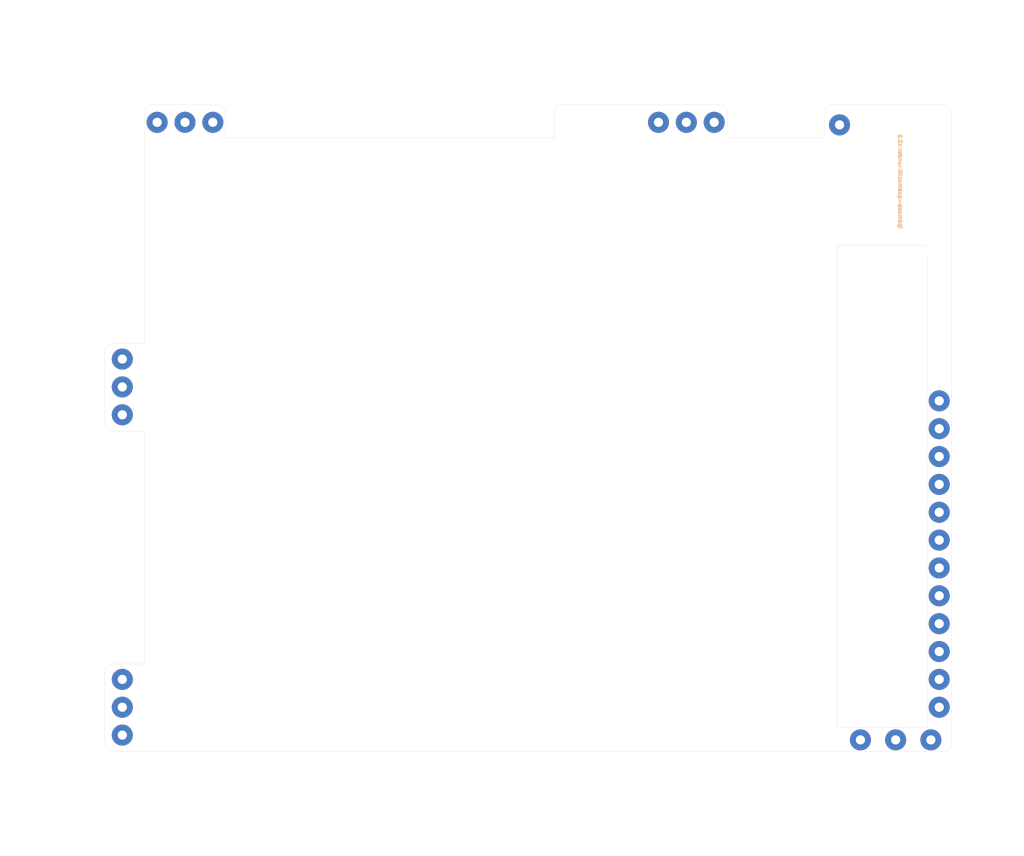
<source format=kicad_pcb>
(kicad_pcb (version 20171130) (host pcbnew "(5.1.6)-1")
  (layers (0 F.Cu signal) (31 B.Cu signal) (34 B.Paste user) (35 F.Paste user) (36 B.SilkS user) (37 F.SilkS user) (38 B.Mask user) (39 F.Mask user) (44 Edge.Cuts user))
  (net 0 "")
  (module Ipomoea-library:SlideSwitch_NPTH (layer F.Cu) (at 263.525 100.012 90)
    (fp_text reference SW902)
    (fp_text value SW_DPDT_x2)
    (pad "" np_thru_hole circle (at -2.54 0 180) (size 1.724 1.724) (drill 1.724) (layers *.Cu *.Mask))
    (pad "" np_thru_hole circle (at 0 0 180) (size 1.724 1.724) (drill 1.724) (layers *.Cu *.Mask))
    (pad "" np_thru_hole circle (at 2.54 0 180) (size 1.724 1.724) (drill 1.724) (layers *.Cu *.Mask))
  )
  (module Ipomoea-library:ResetSW_NPTH (layer F.Cu) (at 263.525 85.725 90)
    (fp_text reference SW901)
    (fp_text value SW_PUSH)
    (pad "" np_thru_hole circle (at 3.25 0 90) (size 2.2 2.2) (drill 2.2) (layers *.Cu *.Mask))
    (pad "" np_thru_hole circle (at -3.25 0 90) (size 2.2 2.2) (drill 2.2) (layers *.Cu *.Mask))
  )
  (module Ipomoea-library:Ipomoea-quamoclit_Base_CherryMX_NoDioade_NPTH (layer F.Cu) (at 95.25 63.5)
    (fp_text reference SW1)
    (fp_text value SW_PUSH)
    (pad "" np_thru_hole circle (at 6.35 6.35) (size 2.1 2.1) (drill 2.1) (layers *.Cu *.Mask))
    (pad "" np_thru_hole circle (at 6.35 0) (size 2.1 2.1) (drill 2.1) (layers *.Cu *.Mask))
    (pad "" np_thru_hole circle (at 6.35 -3.175) (size 2.1 2.1) (drill 2.1) (layers *.Cu *.Mask))
    (pad "" np_thru_hole circle (at 6.35 -9.525) (size 2.1 2.1) (drill 2.1) (layers *.Cu *.Mask))
    (pad "" np_thru_hole circle (at 6.35 -6.35) (size 2.1 2.1) (drill 2.1) (layers *.Cu *.Mask))
    (pad "" np_thru_hole circle (at 6.35 3.175) (size 2.1 2.1) (drill 2.1) (layers *.Cu *.Mask))
    (pad "" np_thru_hole circle (at 3.175 6.35) (size 2.1 2.1) (drill 2.1) (layers *.Cu *.Mask))
    (pad "" np_thru_hole circle (at 3.175 0) (size 2.1 2.1) (drill 2.1) (layers *.Cu *.Mask))
    (pad "" np_thru_hole circle (at 3.175 -3.175) (size 2.1 2.1) (drill 2.1) (layers *.Cu *.Mask))
    (pad "" np_thru_hole circle (at 3.175 -9.525) (size 2.1 2.1) (drill 2.1) (layers *.Cu *.Mask))
    (pad "" np_thru_hole circle (at 3.175 -6.35) (size 2.1 2.1) (drill 2.1) (layers *.Cu *.Mask))
    (pad "" np_thru_hole circle (at 3.175 3.175) (size 2.1 2.1) (drill 2.1) (layers *.Cu *.Mask))
    (pad "" np_thru_hole circle (at 0 6.35) (size 2.1 2.1) (drill 2.1) (layers *.Cu *.Mask))
    (pad "" np_thru_hole circle (at 0 0) (size 2.1 2.1) (drill 2.1) (layers *.Cu *.Mask))
    (pad "" np_thru_hole circle (at 0 -3.175) (size 2.1 2.1) (drill 2.1) (layers *.Cu *.Mask))
    (pad "" np_thru_hole circle (at 0 -9.525) (size 2.1 2.1) (drill 2.1) (layers *.Cu *.Mask))
    (pad "" np_thru_hole circle (at 0 -6.35) (size 2.1 2.1) (drill 2.1) (layers *.Cu *.Mask))
    (pad "" np_thru_hole circle (at 0 3.175) (size 2.1 2.1) (drill 2.1) (layers *.Cu *.Mask))
    (pad "" np_thru_hole circle (at -3.175 6.35) (size 2.1 2.1) (drill 2.1) (layers *.Cu *.Mask))
    (pad "" np_thru_hole circle (at -3.175 0) (size 2.1 2.1) (drill 2.1) (layers *.Cu *.Mask))
    (pad "" np_thru_hole circle (at -3.175 -3.175) (size 2.1 2.1) (drill 2.1) (layers *.Cu *.Mask))
    (pad "" np_thru_hole circle (at -3.175 -9.525) (size 2.1 2.1) (drill 2.1) (layers *.Cu *.Mask))
    (pad "" np_thru_hole circle (at -3.175 -6.35) (size 2.1 2.1) (drill 2.1) (layers *.Cu *.Mask))
    (pad "" np_thru_hole circle (at -3.175 3.175) (size 2.1 2.1) (drill 2.1) (layers *.Cu *.Mask))
    (pad "" np_thru_hole circle (at -6.35 6.35) (size 2.1 2.1) (drill 2.1) (layers *.Cu *.Mask))
    (pad "" np_thru_hole circle (at -6.35 0) (size 2.1 2.1) (drill 2.1) (layers *.Cu *.Mask))
    (pad "" np_thru_hole circle (at -6.35 -3.175) (size 2.1 2.1) (drill 2.1) (layers *.Cu *.Mask))
    (pad "" np_thru_hole circle (at -6.35 -9.525) (size 2.1 2.1) (drill 2.1) (layers *.Cu *.Mask))
    (pad "" np_thru_hole circle (at -6.35 -6.35) (size 2.1 2.1) (drill 2.1) (layers *.Cu *.Mask))
    (pad "" np_thru_hole circle (at -6.35 3.175) (size 2.1 2.1) (drill 2.1) (layers *.Cu *.Mask))
    (pad "" np_thru_hole circle (at -9.525 6.35) (size 2.1 2.1) (drill 2.1) (layers *.Cu *.Mask))
    (pad "" np_thru_hole circle (at -9.525 0) (size 2.1 2.1) (drill 2.1) (layers *.Cu *.Mask))
    (pad "" np_thru_hole circle (at -9.525 -3.175) (size 2.1 2.1) (drill 2.1) (layers *.Cu *.Mask))
    (pad "" np_thru_hole circle (at -9.525 -9.525) (size 2.1 2.1) (drill 2.1) (layers *.Cu *.Mask))
    (pad "" np_thru_hole circle (at -9.525 -6.35) (size 2.1 2.1) (drill 2.1) (layers *.Cu *.Mask))
    (pad "" np_thru_hole circle (at -9.525 3.175) (size 2.1 2.1) (drill 2.1) (layers *.Cu *.Mask))
    (pad "" np_thru_hole circle (at 1.5875 7.9375) (size 1.01 1.01) (drill 1.01) (layers *.Cu *.Mask))
    (pad "" np_thru_hole circle (at 4.7625 -7.9375) (size 1.01 1.01) (drill 1.01) (layers *.Cu *.Mask))
    (pad "" np_thru_hole circle (at -1.5875 -7.9375) (size 1.01 1.01) (drill 1.01) (layers *.Cu *.Mask))
    (pad "" np_thru_hole circle (at 7.9375 -7.9375) (size 1.01 1.01) (drill 1.01) (layers *.Cu *.Mask))
    (pad "" np_thru_hole circle (at -7.9375 -1.5875) (size 1.01 1.01) (drill 1.01) (layers *.Cu *.Mask))
    (pad "" np_thru_hole circle (at 4.7625 1.5875) (size 1.01 1.01) (drill 1.01) (layers *.Cu *.Mask))
    (pad "" np_thru_hole circle (at 7.9375 4.7625) (size 1.01 1.01) (drill 1.01) (layers *.Cu *.Mask))
    (pad "" np_thru_hole circle (at -1.5875 7.9375) (size 1.01 1.01) (drill 1.01) (layers *.Cu *.Mask))
    (pad "" np_thru_hole circle (at -7.9375 -7.9375) (size 1.01 1.01) (drill 1.01) (layers *.Cu *.Mask))
    (pad "" np_thru_hole circle (at -7.9375 -4.7625) (size 1.01 1.01) (drill 1.01) (layers *.Cu *.Mask))
    (pad "" np_thru_hole circle (at -1.5875 1.5875) (size 1.01 1.01) (drill 1.01) (layers *.Cu *.Mask))
    (pad "" np_thru_hole circle (at 7.9375 1.5875) (size 1.01 1.01) (drill 1.01) (layers *.Cu *.Mask))
    (pad "" np_thru_hole circle (at 1.5875 1.5875) (size 1.01 1.01) (drill 1.01) (layers *.Cu *.Mask))
    (pad "" np_thru_hole circle (at -4.7625 -7.9375) (size 1.01 1.01) (drill 1.01) (layers *.Cu *.Mask))
    (pad "" np_thru_hole circle (at 1.5875 -7.9375) (size 1.01 1.01) (drill 1.01) (layers *.Cu *.Mask))
    (pad "" np_thru_hole circle (at 7.9375 -1.5875) (size 1.01 1.01) (drill 1.01) (layers *.Cu *.Mask))
    (pad "" np_thru_hole circle (at -4.7625 -1.5875) (size 1.01 1.01) (drill 1.01) (layers *.Cu *.Mask))
    (pad "" np_thru_hole circle (at -4.7625 1.5875) (size 1.01 1.01) (drill 1.01) (layers *.Cu *.Mask))
    (pad "" np_thru_hole circle (at -7.9375 1.5875) (size 1.01 1.01) (drill 1.01) (layers *.Cu *.Mask))
    (pad "" np_thru_hole circle (at 4.7625 -4.7625) (size 1.01 1.01) (drill 1.01) (layers *.Cu *.Mask))
    (pad "" np_thru_hole circle (at 1.5875 -4.7625) (size 1.01 1.01) (drill 1.01) (layers *.Cu *.Mask))
    (pad "" np_thru_hole circle (at -4.7625 4.7625) (size 1.01 1.01) (drill 1.01) (layers *.Cu *.Mask))
    (pad "" np_thru_hole circle (at -1.5875 4.7625) (size 1.01 1.01) (drill 1.01) (layers *.Cu *.Mask))
    (pad "" np_thru_hole circle (at 7.9375 -4.7625) (size 1.01 1.01) (drill 1.01) (layers *.Cu *.Mask))
    (pad "" np_thru_hole circle (at -4.7625 -4.7625) (size 1.01 1.01) (drill 1.01) (layers *.Cu *.Mask))
    (pad "" np_thru_hole circle (at 1.5875 -1.5875) (size 1.01 1.01) (drill 1.01) (layers *.Cu *.Mask))
    (pad "" np_thru_hole circle (at 4.7625 -1.5875) (size 1.01 1.01) (drill 1.01) (layers *.Cu *.Mask))
    (pad "" np_thru_hole circle (at 4.7625 4.7625) (size 1.01 1.01) (drill 1.01) (layers *.Cu *.Mask))
    (pad "" np_thru_hole circle (at -7.9375 4.7625) (size 1.01 1.01) (drill 1.01) (layers *.Cu *.Mask))
    (pad "" np_thru_hole circle (at -7.9375 7.9375) (size 1.01 1.01) (drill 1.01) (layers *.Cu *.Mask))
    (pad "" np_thru_hole circle (at 4.7625 7.9375) (size 1.01 1.01) (drill 1.01) (layers *.Cu *.Mask))
    (pad "" np_thru_hole circle (at 1.5875 4.7625) (size 1.01 1.01) (drill 1.01) (layers *.Cu *.Mask))
    (pad "" np_thru_hole circle (at -1.5875 -1.5875) (size 1.01 1.01) (drill 1.01) (layers *.Cu *.Mask))
    (pad "" np_thru_hole circle (at -4.7625 7.9375) (size 1.01 1.01) (drill 1.01) (layers *.Cu *.Mask))
    (pad "" np_thru_hole circle (at -1.5875 -4.7625) (size 1.01 1.01) (drill 1.01) (layers *.Cu *.Mask))
    (pad "" np_thru_hole circle (at 7.9375 7.9375) (size 1.01 1.01) (drill 1.01) (layers *.Cu *.Mask))
  )
  (module Ipomoea-library:Ipomoea-quamoclit_Base_CherryMX_NoDioade_NPTH (layer F.Cu) (at 133.35 63.5)
    (fp_text reference SW3)
    (fp_text value SW_PUSH)
    (pad "" np_thru_hole circle (at 6.35 6.35) (size 2.1 2.1) (drill 2.1) (layers *.Cu *.Mask))
    (pad "" np_thru_hole circle (at 6.35 0) (size 2.1 2.1) (drill 2.1) (layers *.Cu *.Mask))
    (pad "" np_thru_hole circle (at 6.35 -3.175) (size 2.1 2.1) (drill 2.1) (layers *.Cu *.Mask))
    (pad "" np_thru_hole circle (at 6.35 -9.525) (size 2.1 2.1) (drill 2.1) (layers *.Cu *.Mask))
    (pad "" np_thru_hole circle (at 6.35 -6.35) (size 2.1 2.1) (drill 2.1) (layers *.Cu *.Mask))
    (pad "" np_thru_hole circle (at 6.35 3.175) (size 2.1 2.1) (drill 2.1) (layers *.Cu *.Mask))
    (pad "" np_thru_hole circle (at 3.175 6.35) (size 2.1 2.1) (drill 2.1) (layers *.Cu *.Mask))
    (pad "" np_thru_hole circle (at 3.175 0) (size 2.1 2.1) (drill 2.1) (layers *.Cu *.Mask))
    (pad "" np_thru_hole circle (at 3.175 -3.175) (size 2.1 2.1) (drill 2.1) (layers *.Cu *.Mask))
    (pad "" np_thru_hole circle (at 3.175 -9.525) (size 2.1 2.1) (drill 2.1) (layers *.Cu *.Mask))
    (pad "" np_thru_hole circle (at 3.175 -6.35) (size 2.1 2.1) (drill 2.1) (layers *.Cu *.Mask))
    (pad "" np_thru_hole circle (at 3.175 3.175) (size 2.1 2.1) (drill 2.1) (layers *.Cu *.Mask))
    (pad "" np_thru_hole circle (at 0 6.35) (size 2.1 2.1) (drill 2.1) (layers *.Cu *.Mask))
    (pad "" np_thru_hole circle (at 0 0) (size 2.1 2.1) (drill 2.1) (layers *.Cu *.Mask))
    (pad "" np_thru_hole circle (at 0 -3.175) (size 2.1 2.1) (drill 2.1) (layers *.Cu *.Mask))
    (pad "" np_thru_hole circle (at 0 -9.525) (size 2.1 2.1) (drill 2.1) (layers *.Cu *.Mask))
    (pad "" np_thru_hole circle (at 0 -6.35) (size 2.1 2.1) (drill 2.1) (layers *.Cu *.Mask))
    (pad "" np_thru_hole circle (at 0 3.175) (size 2.1 2.1) (drill 2.1) (layers *.Cu *.Mask))
    (pad "" np_thru_hole circle (at -3.175 6.35) (size 2.1 2.1) (drill 2.1) (layers *.Cu *.Mask))
    (pad "" np_thru_hole circle (at -3.175 0) (size 2.1 2.1) (drill 2.1) (layers *.Cu *.Mask))
    (pad "" np_thru_hole circle (at -3.175 -3.175) (size 2.1 2.1) (drill 2.1) (layers *.Cu *.Mask))
    (pad "" np_thru_hole circle (at -3.175 -9.525) (size 2.1 2.1) (drill 2.1) (layers *.Cu *.Mask))
    (pad "" np_thru_hole circle (at -3.175 -6.35) (size 2.1 2.1) (drill 2.1) (layers *.Cu *.Mask))
    (pad "" np_thru_hole circle (at -3.175 3.175) (size 2.1 2.1) (drill 2.1) (layers *.Cu *.Mask))
    (pad "" np_thru_hole circle (at -6.35 6.35) (size 2.1 2.1) (drill 2.1) (layers *.Cu *.Mask))
    (pad "" np_thru_hole circle (at -6.35 0) (size 2.1 2.1) (drill 2.1) (layers *.Cu *.Mask))
    (pad "" np_thru_hole circle (at -6.35 -3.175) (size 2.1 2.1) (drill 2.1) (layers *.Cu *.Mask))
    (pad "" np_thru_hole circle (at -6.35 -9.525) (size 2.1 2.1) (drill 2.1) (layers *.Cu *.Mask))
    (pad "" np_thru_hole circle (at -6.35 -6.35) (size 2.1 2.1) (drill 2.1) (layers *.Cu *.Mask))
    (pad "" np_thru_hole circle (at -6.35 3.175) (size 2.1 2.1) (drill 2.1) (layers *.Cu *.Mask))
    (pad "" np_thru_hole circle (at -9.525 6.35) (size 2.1 2.1) (drill 2.1) (layers *.Cu *.Mask))
    (pad "" np_thru_hole circle (at -9.525 0) (size 2.1 2.1) (drill 2.1) (layers *.Cu *.Mask))
    (pad "" np_thru_hole circle (at -9.525 -3.175) (size 2.1 2.1) (drill 2.1) (layers *.Cu *.Mask))
    (pad "" np_thru_hole circle (at -9.525 -9.525) (size 2.1 2.1) (drill 2.1) (layers *.Cu *.Mask))
    (pad "" np_thru_hole circle (at -9.525 -6.35) (size 2.1 2.1) (drill 2.1) (layers *.Cu *.Mask))
    (pad "" np_thru_hole circle (at -9.525 3.175) (size 2.1 2.1) (drill 2.1) (layers *.Cu *.Mask))
    (pad "" np_thru_hole circle (at 1.5875 7.9375) (size 1.01 1.01) (drill 1.01) (layers *.Cu *.Mask))
    (pad "" np_thru_hole circle (at 4.7625 -7.9375) (size 1.01 1.01) (drill 1.01) (layers *.Cu *.Mask))
    (pad "" np_thru_hole circle (at -1.5875 -7.9375) (size 1.01 1.01) (drill 1.01) (layers *.Cu *.Mask))
    (pad "" np_thru_hole circle (at 7.9375 -7.9375) (size 1.01 1.01) (drill 1.01) (layers *.Cu *.Mask))
    (pad "" np_thru_hole circle (at -7.9375 -1.5875) (size 1.01 1.01) (drill 1.01) (layers *.Cu *.Mask))
    (pad "" np_thru_hole circle (at 4.7625 1.5875) (size 1.01 1.01) (drill 1.01) (layers *.Cu *.Mask))
    (pad "" np_thru_hole circle (at 7.9375 4.7625) (size 1.01 1.01) (drill 1.01) (layers *.Cu *.Mask))
    (pad "" np_thru_hole circle (at -1.5875 7.9375) (size 1.01 1.01) (drill 1.01) (layers *.Cu *.Mask))
    (pad "" np_thru_hole circle (at -7.9375 -7.9375) (size 1.01 1.01) (drill 1.01) (layers *.Cu *.Mask))
    (pad "" np_thru_hole circle (at -7.9375 -4.7625) (size 1.01 1.01) (drill 1.01) (layers *.Cu *.Mask))
    (pad "" np_thru_hole circle (at -1.5875 1.5875) (size 1.01 1.01) (drill 1.01) (layers *.Cu *.Mask))
    (pad "" np_thru_hole circle (at 7.9375 1.5875) (size 1.01 1.01) (drill 1.01) (layers *.Cu *.Mask))
    (pad "" np_thru_hole circle (at 1.5875 1.5875) (size 1.01 1.01) (drill 1.01) (layers *.Cu *.Mask))
    (pad "" np_thru_hole circle (at -4.7625 -7.9375) (size 1.01 1.01) (drill 1.01) (layers *.Cu *.Mask))
    (pad "" np_thru_hole circle (at 1.5875 -7.9375) (size 1.01 1.01) (drill 1.01) (layers *.Cu *.Mask))
    (pad "" np_thru_hole circle (at 7.9375 -1.5875) (size 1.01 1.01) (drill 1.01) (layers *.Cu *.Mask))
    (pad "" np_thru_hole circle (at -4.7625 -1.5875) (size 1.01 1.01) (drill 1.01) (layers *.Cu *.Mask))
    (pad "" np_thru_hole circle (at -4.7625 1.5875) (size 1.01 1.01) (drill 1.01) (layers *.Cu *.Mask))
    (pad "" np_thru_hole circle (at -7.9375 1.5875) (size 1.01 1.01) (drill 1.01) (layers *.Cu *.Mask))
    (pad "" np_thru_hole circle (at 4.7625 -4.7625) (size 1.01 1.01) (drill 1.01) (layers *.Cu *.Mask))
    (pad "" np_thru_hole circle (at 1.5875 -4.7625) (size 1.01 1.01) (drill 1.01) (layers *.Cu *.Mask))
    (pad "" np_thru_hole circle (at -4.7625 4.7625) (size 1.01 1.01) (drill 1.01) (layers *.Cu *.Mask))
    (pad "" np_thru_hole circle (at -1.5875 4.7625) (size 1.01 1.01) (drill 1.01) (layers *.Cu *.Mask))
    (pad "" np_thru_hole circle (at 7.9375 -4.7625) (size 1.01 1.01) (drill 1.01) (layers *.Cu *.Mask))
    (pad "" np_thru_hole circle (at -4.7625 -4.7625) (size 1.01 1.01) (drill 1.01) (layers *.Cu *.Mask))
    (pad "" np_thru_hole circle (at 1.5875 -1.5875) (size 1.01 1.01) (drill 1.01) (layers *.Cu *.Mask))
    (pad "" np_thru_hole circle (at 4.7625 -1.5875) (size 1.01 1.01) (drill 1.01) (layers *.Cu *.Mask))
    (pad "" np_thru_hole circle (at 4.7625 4.7625) (size 1.01 1.01) (drill 1.01) (layers *.Cu *.Mask))
    (pad "" np_thru_hole circle (at -7.9375 4.7625) (size 1.01 1.01) (drill 1.01) (layers *.Cu *.Mask))
    (pad "" np_thru_hole circle (at -7.9375 7.9375) (size 1.01 1.01) (drill 1.01) (layers *.Cu *.Mask))
    (pad "" np_thru_hole circle (at 4.7625 7.9375) (size 1.01 1.01) (drill 1.01) (layers *.Cu *.Mask))
    (pad "" np_thru_hole circle (at 1.5875 4.7625) (size 1.01 1.01) (drill 1.01) (layers *.Cu *.Mask))
    (pad "" np_thru_hole circle (at -1.5875 -1.5875) (size 1.01 1.01) (drill 1.01) (layers *.Cu *.Mask))
    (pad "" np_thru_hole circle (at -4.7625 7.9375) (size 1.01 1.01) (drill 1.01) (layers *.Cu *.Mask))
    (pad "" np_thru_hole circle (at -1.5875 -4.7625) (size 1.01 1.01) (drill 1.01) (layers *.Cu *.Mask))
    (pad "" np_thru_hole circle (at 7.9375 7.9375) (size 1.01 1.01) (drill 1.01) (layers *.Cu *.Mask))
  )
  (module Ipomoea-library:Ipomoea-quamoclit_Base_CherryMX_NoDioade_NPTH (layer F.Cu) (at 114.3 82.55)
    (fp_text reference SW10)
    (fp_text value SW_PUSH)
    (pad "" np_thru_hole circle (at 6.35 6.35) (size 2.1 2.1) (drill 2.1) (layers *.Cu *.Mask))
    (pad "" np_thru_hole circle (at 6.35 0) (size 2.1 2.1) (drill 2.1) (layers *.Cu *.Mask))
    (pad "" np_thru_hole circle (at 6.35 -3.175) (size 2.1 2.1) (drill 2.1) (layers *.Cu *.Mask))
    (pad "" np_thru_hole circle (at 6.35 -9.525) (size 2.1 2.1) (drill 2.1) (layers *.Cu *.Mask))
    (pad "" np_thru_hole circle (at 6.35 -6.35) (size 2.1 2.1) (drill 2.1) (layers *.Cu *.Mask))
    (pad "" np_thru_hole circle (at 6.35 3.175) (size 2.1 2.1) (drill 2.1) (layers *.Cu *.Mask))
    (pad "" np_thru_hole circle (at 3.175 6.35) (size 2.1 2.1) (drill 2.1) (layers *.Cu *.Mask))
    (pad "" np_thru_hole circle (at 3.175 0) (size 2.1 2.1) (drill 2.1) (layers *.Cu *.Mask))
    (pad "" np_thru_hole circle (at 3.175 -3.175) (size 2.1 2.1) (drill 2.1) (layers *.Cu *.Mask))
    (pad "" np_thru_hole circle (at 3.175 -9.525) (size 2.1 2.1) (drill 2.1) (layers *.Cu *.Mask))
    (pad "" np_thru_hole circle (at 3.175 -6.35) (size 2.1 2.1) (drill 2.1) (layers *.Cu *.Mask))
    (pad "" np_thru_hole circle (at 3.175 3.175) (size 2.1 2.1) (drill 2.1) (layers *.Cu *.Mask))
    (pad "" np_thru_hole circle (at 0 6.35) (size 2.1 2.1) (drill 2.1) (layers *.Cu *.Mask))
    (pad "" np_thru_hole circle (at 0 0) (size 2.1 2.1) (drill 2.1) (layers *.Cu *.Mask))
    (pad "" np_thru_hole circle (at 0 -3.175) (size 2.1 2.1) (drill 2.1) (layers *.Cu *.Mask))
    (pad "" np_thru_hole circle (at 0 -9.525) (size 2.1 2.1) (drill 2.1) (layers *.Cu *.Mask))
    (pad "" np_thru_hole circle (at 0 -6.35) (size 2.1 2.1) (drill 2.1) (layers *.Cu *.Mask))
    (pad "" np_thru_hole circle (at 0 3.175) (size 2.1 2.1) (drill 2.1) (layers *.Cu *.Mask))
    (pad "" np_thru_hole circle (at -3.175 6.35) (size 2.1 2.1) (drill 2.1) (layers *.Cu *.Mask))
    (pad "" np_thru_hole circle (at -3.175 0) (size 2.1 2.1) (drill 2.1) (layers *.Cu *.Mask))
    (pad "" np_thru_hole circle (at -3.175 -3.175) (size 2.1 2.1) (drill 2.1) (layers *.Cu *.Mask))
    (pad "" np_thru_hole circle (at -3.175 -9.525) (size 2.1 2.1) (drill 2.1) (layers *.Cu *.Mask))
    (pad "" np_thru_hole circle (at -3.175 -6.35) (size 2.1 2.1) (drill 2.1) (layers *.Cu *.Mask))
    (pad "" np_thru_hole circle (at -3.175 3.175) (size 2.1 2.1) (drill 2.1) (layers *.Cu *.Mask))
    (pad "" np_thru_hole circle (at -6.35 6.35) (size 2.1 2.1) (drill 2.1) (layers *.Cu *.Mask))
    (pad "" np_thru_hole circle (at -6.35 0) (size 2.1 2.1) (drill 2.1) (layers *.Cu *.Mask))
    (pad "" np_thru_hole circle (at -6.35 -3.175) (size 2.1 2.1) (drill 2.1) (layers *.Cu *.Mask))
    (pad "" np_thru_hole circle (at -6.35 -9.525) (size 2.1 2.1) (drill 2.1) (layers *.Cu *.Mask))
    (pad "" np_thru_hole circle (at -6.35 -6.35) (size 2.1 2.1) (drill 2.1) (layers *.Cu *.Mask))
    (pad "" np_thru_hole circle (at -6.35 3.175) (size 2.1 2.1) (drill 2.1) (layers *.Cu *.Mask))
    (pad "" np_thru_hole circle (at -9.525 6.35) (size 2.1 2.1) (drill 2.1) (layers *.Cu *.Mask))
    (pad "" np_thru_hole circle (at -9.525 0) (size 2.1 2.1) (drill 2.1) (layers *.Cu *.Mask))
    (pad "" np_thru_hole circle (at -9.525 -3.175) (size 2.1 2.1) (drill 2.1) (layers *.Cu *.Mask))
    (pad "" np_thru_hole circle (at -9.525 -9.525) (size 2.1 2.1) (drill 2.1) (layers *.Cu *.Mask))
    (pad "" np_thru_hole circle (at -9.525 -6.35) (size 2.1 2.1) (drill 2.1) (layers *.Cu *.Mask))
    (pad "" np_thru_hole circle (at -9.525 3.175) (size 2.1 2.1) (drill 2.1) (layers *.Cu *.Mask))
    (pad "" np_thru_hole circle (at 1.5875 7.9375) (size 1.01 1.01) (drill 1.01) (layers *.Cu *.Mask))
    (pad "" np_thru_hole circle (at 4.7625 -7.9375) (size 1.01 1.01) (drill 1.01) (layers *.Cu *.Mask))
    (pad "" np_thru_hole circle (at -1.5875 -7.9375) (size 1.01 1.01) (drill 1.01) (layers *.Cu *.Mask))
    (pad "" np_thru_hole circle (at 7.9375 -7.9375) (size 1.01 1.01) (drill 1.01) (layers *.Cu *.Mask))
    (pad "" np_thru_hole circle (at -7.9375 -1.5875) (size 1.01 1.01) (drill 1.01) (layers *.Cu *.Mask))
    (pad "" np_thru_hole circle (at 4.7625 1.5875) (size 1.01 1.01) (drill 1.01) (layers *.Cu *.Mask))
    (pad "" np_thru_hole circle (at 7.9375 4.7625) (size 1.01 1.01) (drill 1.01) (layers *.Cu *.Mask))
    (pad "" np_thru_hole circle (at -1.5875 7.9375) (size 1.01 1.01) (drill 1.01) (layers *.Cu *.Mask))
    (pad "" np_thru_hole circle (at -7.9375 -7.9375) (size 1.01 1.01) (drill 1.01) (layers *.Cu *.Mask))
    (pad "" np_thru_hole circle (at -7.9375 -4.7625) (size 1.01 1.01) (drill 1.01) (layers *.Cu *.Mask))
    (pad "" np_thru_hole circle (at -1.5875 1.5875) (size 1.01 1.01) (drill 1.01) (layers *.Cu *.Mask))
    (pad "" np_thru_hole circle (at 7.9375 1.5875) (size 1.01 1.01) (drill 1.01) (layers *.Cu *.Mask))
    (pad "" np_thru_hole circle (at 1.5875 1.5875) (size 1.01 1.01) (drill 1.01) (layers *.Cu *.Mask))
    (pad "" np_thru_hole circle (at -4.7625 -7.9375) (size 1.01 1.01) (drill 1.01) (layers *.Cu *.Mask))
    (pad "" np_thru_hole circle (at 1.5875 -7.9375) (size 1.01 1.01) (drill 1.01) (layers *.Cu *.Mask))
    (pad "" np_thru_hole circle (at 7.9375 -1.5875) (size 1.01 1.01) (drill 1.01) (layers *.Cu *.Mask))
    (pad "" np_thru_hole circle (at -4.7625 -1.5875) (size 1.01 1.01) (drill 1.01) (layers *.Cu *.Mask))
    (pad "" np_thru_hole circle (at -4.7625 1.5875) (size 1.01 1.01) (drill 1.01) (layers *.Cu *.Mask))
    (pad "" np_thru_hole circle (at -7.9375 1.5875) (size 1.01 1.01) (drill 1.01) (layers *.Cu *.Mask))
    (pad "" np_thru_hole circle (at 4.7625 -4.7625) (size 1.01 1.01) (drill 1.01) (layers *.Cu *.Mask))
    (pad "" np_thru_hole circle (at 1.5875 -4.7625) (size 1.01 1.01) (drill 1.01) (layers *.Cu *.Mask))
    (pad "" np_thru_hole circle (at -4.7625 4.7625) (size 1.01 1.01) (drill 1.01) (layers *.Cu *.Mask))
    (pad "" np_thru_hole circle (at -1.5875 4.7625) (size 1.01 1.01) (drill 1.01) (layers *.Cu *.Mask))
    (pad "" np_thru_hole circle (at 7.9375 -4.7625) (size 1.01 1.01) (drill 1.01) (layers *.Cu *.Mask))
    (pad "" np_thru_hole circle (at -4.7625 -4.7625) (size 1.01 1.01) (drill 1.01) (layers *.Cu *.Mask))
    (pad "" np_thru_hole circle (at 1.5875 -1.5875) (size 1.01 1.01) (drill 1.01) (layers *.Cu *.Mask))
    (pad "" np_thru_hole circle (at 4.7625 -1.5875) (size 1.01 1.01) (drill 1.01) (layers *.Cu *.Mask))
    (pad "" np_thru_hole circle (at 4.7625 4.7625) (size 1.01 1.01) (drill 1.01) (layers *.Cu *.Mask))
    (pad "" np_thru_hole circle (at -7.9375 4.7625) (size 1.01 1.01) (drill 1.01) (layers *.Cu *.Mask))
    (pad "" np_thru_hole circle (at -7.9375 7.9375) (size 1.01 1.01) (drill 1.01) (layers *.Cu *.Mask))
    (pad "" np_thru_hole circle (at 4.7625 7.9375) (size 1.01 1.01) (drill 1.01) (layers *.Cu *.Mask))
    (pad "" np_thru_hole circle (at 1.5875 4.7625) (size 1.01 1.01) (drill 1.01) (layers *.Cu *.Mask))
    (pad "" np_thru_hole circle (at -1.5875 -1.5875) (size 1.01 1.01) (drill 1.01) (layers *.Cu *.Mask))
    (pad "" np_thru_hole circle (at -4.7625 7.9375) (size 1.01 1.01) (drill 1.01) (layers *.Cu *.Mask))
    (pad "" np_thru_hole circle (at -1.5875 -4.7625) (size 1.01 1.01) (drill 1.01) (layers *.Cu *.Mask))
    (pad "" np_thru_hole circle (at 7.9375 7.9375) (size 1.01 1.01) (drill 1.01) (layers *.Cu *.Mask))
  )
  (module Ipomoea-library:Ipomoea-quamoclit_Base_CherryMX_NoDioade_NPTH (layer F.Cu) (at 133.35 82.55)
    (fp_text reference SW11)
    (fp_text value SW_PUSH)
    (pad "" np_thru_hole circle (at 6.35 6.35) (size 2.1 2.1) (drill 2.1) (layers *.Cu *.Mask))
    (pad "" np_thru_hole circle (at 6.35 0) (size 2.1 2.1) (drill 2.1) (layers *.Cu *.Mask))
    (pad "" np_thru_hole circle (at 6.35 -3.175) (size 2.1 2.1) (drill 2.1) (layers *.Cu *.Mask))
    (pad "" np_thru_hole circle (at 6.35 -9.525) (size 2.1 2.1) (drill 2.1) (layers *.Cu *.Mask))
    (pad "" np_thru_hole circle (at 6.35 -6.35) (size 2.1 2.1) (drill 2.1) (layers *.Cu *.Mask))
    (pad "" np_thru_hole circle (at 6.35 3.175) (size 2.1 2.1) (drill 2.1) (layers *.Cu *.Mask))
    (pad "" np_thru_hole circle (at 3.175 6.35) (size 2.1 2.1) (drill 2.1) (layers *.Cu *.Mask))
    (pad "" np_thru_hole circle (at 3.175 0) (size 2.1 2.1) (drill 2.1) (layers *.Cu *.Mask))
    (pad "" np_thru_hole circle (at 3.175 -3.175) (size 2.1 2.1) (drill 2.1) (layers *.Cu *.Mask))
    (pad "" np_thru_hole circle (at 3.175 -9.525) (size 2.1 2.1) (drill 2.1) (layers *.Cu *.Mask))
    (pad "" np_thru_hole circle (at 3.175 -6.35) (size 2.1 2.1) (drill 2.1) (layers *.Cu *.Mask))
    (pad "" np_thru_hole circle (at 3.175 3.175) (size 2.1 2.1) (drill 2.1) (layers *.Cu *.Mask))
    (pad "" np_thru_hole circle (at 0 6.35) (size 2.1 2.1) (drill 2.1) (layers *.Cu *.Mask))
    (pad "" np_thru_hole circle (at 0 0) (size 2.1 2.1) (drill 2.1) (layers *.Cu *.Mask))
    (pad "" np_thru_hole circle (at 0 -3.175) (size 2.1 2.1) (drill 2.1) (layers *.Cu *.Mask))
    (pad "" np_thru_hole circle (at 0 -9.525) (size 2.1 2.1) (drill 2.1) (layers *.Cu *.Mask))
    (pad "" np_thru_hole circle (at 0 -6.35) (size 2.1 2.1) (drill 2.1) (layers *.Cu *.Mask))
    (pad "" np_thru_hole circle (at 0 3.175) (size 2.1 2.1) (drill 2.1) (layers *.Cu *.Mask))
    (pad "" np_thru_hole circle (at -3.175 6.35) (size 2.1 2.1) (drill 2.1) (layers *.Cu *.Mask))
    (pad "" np_thru_hole circle (at -3.175 0) (size 2.1 2.1) (drill 2.1) (layers *.Cu *.Mask))
    (pad "" np_thru_hole circle (at -3.175 -3.175) (size 2.1 2.1) (drill 2.1) (layers *.Cu *.Mask))
    (pad "" np_thru_hole circle (at -3.175 -9.525) (size 2.1 2.1) (drill 2.1) (layers *.Cu *.Mask))
    (pad "" np_thru_hole circle (at -3.175 -6.35) (size 2.1 2.1) (drill 2.1) (layers *.Cu *.Mask))
    (pad "" np_thru_hole circle (at -3.175 3.175) (size 2.1 2.1) (drill 2.1) (layers *.Cu *.Mask))
    (pad "" np_thru_hole circle (at -6.35 6.35) (size 2.1 2.1) (drill 2.1) (layers *.Cu *.Mask))
    (pad "" np_thru_hole circle (at -6.35 0) (size 2.1 2.1) (drill 2.1) (layers *.Cu *.Mask))
    (pad "" np_thru_hole circle (at -6.35 -3.175) (size 2.1 2.1) (drill 2.1) (layers *.Cu *.Mask))
    (pad "" np_thru_hole circle (at -6.35 -9.525) (size 2.1 2.1) (drill 2.1) (layers *.Cu *.Mask))
    (pad "" np_thru_hole circle (at -6.35 -6.35) (size 2.1 2.1) (drill 2.1) (layers *.Cu *.Mask))
    (pad "" np_thru_hole circle (at -6.35 3.175) (size 2.1 2.1) (drill 2.1) (layers *.Cu *.Mask))
    (pad "" np_thru_hole circle (at -9.525 6.35) (size 2.1 2.1) (drill 2.1) (layers *.Cu *.Mask))
    (pad "" np_thru_hole circle (at -9.525 0) (size 2.1 2.1) (drill 2.1) (layers *.Cu *.Mask))
    (pad "" np_thru_hole circle (at -9.525 -3.175) (size 2.1 2.1) (drill 2.1) (layers *.Cu *.Mask))
    (pad "" np_thru_hole circle (at -9.525 -9.525) (size 2.1 2.1) (drill 2.1) (layers *.Cu *.Mask))
    (pad "" np_thru_hole circle (at -9.525 -6.35) (size 2.1 2.1) (drill 2.1) (layers *.Cu *.Mask))
    (pad "" np_thru_hole circle (at -9.525 3.175) (size 2.1 2.1) (drill 2.1) (layers *.Cu *.Mask))
    (pad "" np_thru_hole circle (at 1.5875 7.9375) (size 1.01 1.01) (drill 1.01) (layers *.Cu *.Mask))
    (pad "" np_thru_hole circle (at 4.7625 -7.9375) (size 1.01 1.01) (drill 1.01) (layers *.Cu *.Mask))
    (pad "" np_thru_hole circle (at -1.5875 -7.9375) (size 1.01 1.01) (drill 1.01) (layers *.Cu *.Mask))
    (pad "" np_thru_hole circle (at 7.9375 -7.9375) (size 1.01 1.01) (drill 1.01) (layers *.Cu *.Mask))
    (pad "" np_thru_hole circle (at -7.9375 -1.5875) (size 1.01 1.01) (drill 1.01) (layers *.Cu *.Mask))
    (pad "" np_thru_hole circle (at 4.7625 1.5875) (size 1.01 1.01) (drill 1.01) (layers *.Cu *.Mask))
    (pad "" np_thru_hole circle (at 7.9375 4.7625) (size 1.01 1.01) (drill 1.01) (layers *.Cu *.Mask))
    (pad "" np_thru_hole circle (at -1.5875 7.9375) (size 1.01 1.01) (drill 1.01) (layers *.Cu *.Mask))
    (pad "" np_thru_hole circle (at -7.9375 -7.9375) (size 1.01 1.01) (drill 1.01) (layers *.Cu *.Mask))
    (pad "" np_thru_hole circle (at -7.9375 -4.7625) (size 1.01 1.01) (drill 1.01) (layers *.Cu *.Mask))
    (pad "" np_thru_hole circle (at -1.5875 1.5875) (size 1.01 1.01) (drill 1.01) (layers *.Cu *.Mask))
    (pad "" np_thru_hole circle (at 7.9375 1.5875) (size 1.01 1.01) (drill 1.01) (layers *.Cu *.Mask))
    (pad "" np_thru_hole circle (at 1.5875 1.5875) (size 1.01 1.01) (drill 1.01) (layers *.Cu *.Mask))
    (pad "" np_thru_hole circle (at -4.7625 -7.9375) (size 1.01 1.01) (drill 1.01) (layers *.Cu *.Mask))
    (pad "" np_thru_hole circle (at 1.5875 -7.9375) (size 1.01 1.01) (drill 1.01) (layers *.Cu *.Mask))
    (pad "" np_thru_hole circle (at 7.9375 -1.5875) (size 1.01 1.01) (drill 1.01) (layers *.Cu *.Mask))
    (pad "" np_thru_hole circle (at -4.7625 -1.5875) (size 1.01 1.01) (drill 1.01) (layers *.Cu *.Mask))
    (pad "" np_thru_hole circle (at -4.7625 1.5875) (size 1.01 1.01) (drill 1.01) (layers *.Cu *.Mask))
    (pad "" np_thru_hole circle (at -7.9375 1.5875) (size 1.01 1.01) (drill 1.01) (layers *.Cu *.Mask))
    (pad "" np_thru_hole circle (at 4.7625 -4.7625) (size 1.01 1.01) (drill 1.01) (layers *.Cu *.Mask))
    (pad "" np_thru_hole circle (at 1.5875 -4.7625) (size 1.01 1.01) (drill 1.01) (layers *.Cu *.Mask))
    (pad "" np_thru_hole circle (at -4.7625 4.7625) (size 1.01 1.01) (drill 1.01) (layers *.Cu *.Mask))
    (pad "" np_thru_hole circle (at -1.5875 4.7625) (size 1.01 1.01) (drill 1.01) (layers *.Cu *.Mask))
    (pad "" np_thru_hole circle (at 7.9375 -4.7625) (size 1.01 1.01) (drill 1.01) (layers *.Cu *.Mask))
    (pad "" np_thru_hole circle (at -4.7625 -4.7625) (size 1.01 1.01) (drill 1.01) (layers *.Cu *.Mask))
    (pad "" np_thru_hole circle (at 1.5875 -1.5875) (size 1.01 1.01) (drill 1.01) (layers *.Cu *.Mask))
    (pad "" np_thru_hole circle (at 4.7625 -1.5875) (size 1.01 1.01) (drill 1.01) (layers *.Cu *.Mask))
    (pad "" np_thru_hole circle (at 4.7625 4.7625) (size 1.01 1.01) (drill 1.01) (layers *.Cu *.Mask))
    (pad "" np_thru_hole circle (at -7.9375 4.7625) (size 1.01 1.01) (drill 1.01) (layers *.Cu *.Mask))
    (pad "" np_thru_hole circle (at -7.9375 7.9375) (size 1.01 1.01) (drill 1.01) (layers *.Cu *.Mask))
    (pad "" np_thru_hole circle (at 4.7625 7.9375) (size 1.01 1.01) (drill 1.01) (layers *.Cu *.Mask))
    (pad "" np_thru_hole circle (at 1.5875 4.7625) (size 1.01 1.01) (drill 1.01) (layers *.Cu *.Mask))
    (pad "" np_thru_hole circle (at -1.5875 -1.5875) (size 1.01 1.01) (drill 1.01) (layers *.Cu *.Mask))
    (pad "" np_thru_hole circle (at -4.7625 7.9375) (size 1.01 1.01) (drill 1.01) (layers *.Cu *.Mask))
    (pad "" np_thru_hole circle (at -1.5875 -4.7625) (size 1.01 1.01) (drill 1.01) (layers *.Cu *.Mask))
    (pad "" np_thru_hole circle (at 7.9375 7.9375) (size 1.01 1.01) (drill 1.01) (layers *.Cu *.Mask))
  )
  (module Ipomoea-library:Ipomoea-quamoclit_Base_CherryMX_NoDioade_NPTH (layer F.Cu) (at 190.5 101.6)
    (fp_text reference SW22)
    (fp_text value SW_PUSH)
    (pad "" np_thru_hole circle (at 6.35 6.35) (size 2.1 2.1) (drill 2.1) (layers *.Cu *.Mask))
    (pad "" np_thru_hole circle (at 6.35 0) (size 2.1 2.1) (drill 2.1) (layers *.Cu *.Mask))
    (pad "" np_thru_hole circle (at 6.35 -3.175) (size 2.1 2.1) (drill 2.1) (layers *.Cu *.Mask))
    (pad "" np_thru_hole circle (at 6.35 -9.525) (size 2.1 2.1) (drill 2.1) (layers *.Cu *.Mask))
    (pad "" np_thru_hole circle (at 6.35 -6.35) (size 2.1 2.1) (drill 2.1) (layers *.Cu *.Mask))
    (pad "" np_thru_hole circle (at 6.35 3.175) (size 2.1 2.1) (drill 2.1) (layers *.Cu *.Mask))
    (pad "" np_thru_hole circle (at 3.175 6.35) (size 2.1 2.1) (drill 2.1) (layers *.Cu *.Mask))
    (pad "" np_thru_hole circle (at 3.175 0) (size 2.1 2.1) (drill 2.1) (layers *.Cu *.Mask))
    (pad "" np_thru_hole circle (at 3.175 -3.175) (size 2.1 2.1) (drill 2.1) (layers *.Cu *.Mask))
    (pad "" np_thru_hole circle (at 3.175 -9.525) (size 2.1 2.1) (drill 2.1) (layers *.Cu *.Mask))
    (pad "" np_thru_hole circle (at 3.175 -6.35) (size 2.1 2.1) (drill 2.1) (layers *.Cu *.Mask))
    (pad "" np_thru_hole circle (at 3.175 3.175) (size 2.1 2.1) (drill 2.1) (layers *.Cu *.Mask))
    (pad "" np_thru_hole circle (at 0 6.35) (size 2.1 2.1) (drill 2.1) (layers *.Cu *.Mask))
    (pad "" np_thru_hole circle (at 0 0) (size 2.1 2.1) (drill 2.1) (layers *.Cu *.Mask))
    (pad "" np_thru_hole circle (at 0 -3.175) (size 2.1 2.1) (drill 2.1) (layers *.Cu *.Mask))
    (pad "" np_thru_hole circle (at 0 -9.525) (size 2.1 2.1) (drill 2.1) (layers *.Cu *.Mask))
    (pad "" np_thru_hole circle (at 0 -6.35) (size 2.1 2.1) (drill 2.1) (layers *.Cu *.Mask))
    (pad "" np_thru_hole circle (at 0 3.175) (size 2.1 2.1) (drill 2.1) (layers *.Cu *.Mask))
    (pad "" np_thru_hole circle (at -3.175 6.35) (size 2.1 2.1) (drill 2.1) (layers *.Cu *.Mask))
    (pad "" np_thru_hole circle (at -3.175 0) (size 2.1 2.1) (drill 2.1) (layers *.Cu *.Mask))
    (pad "" np_thru_hole circle (at -3.175 -3.175) (size 2.1 2.1) (drill 2.1) (layers *.Cu *.Mask))
    (pad "" np_thru_hole circle (at -3.175 -9.525) (size 2.1 2.1) (drill 2.1) (layers *.Cu *.Mask))
    (pad "" np_thru_hole circle (at -3.175 -6.35) (size 2.1 2.1) (drill 2.1) (layers *.Cu *.Mask))
    (pad "" np_thru_hole circle (at -3.175 3.175) (size 2.1 2.1) (drill 2.1) (layers *.Cu *.Mask))
    (pad "" np_thru_hole circle (at -6.35 6.35) (size 2.1 2.1) (drill 2.1) (layers *.Cu *.Mask))
    (pad "" np_thru_hole circle (at -6.35 0) (size 2.1 2.1) (drill 2.1) (layers *.Cu *.Mask))
    (pad "" np_thru_hole circle (at -6.35 -3.175) (size 2.1 2.1) (drill 2.1) (layers *.Cu *.Mask))
    (pad "" np_thru_hole circle (at -6.35 -9.525) (size 2.1 2.1) (drill 2.1) (layers *.Cu *.Mask))
    (pad "" np_thru_hole circle (at -6.35 -6.35) (size 2.1 2.1) (drill 2.1) (layers *.Cu *.Mask))
    (pad "" np_thru_hole circle (at -6.35 3.175) (size 2.1 2.1) (drill 2.1) (layers *.Cu *.Mask))
    (pad "" np_thru_hole circle (at -9.525 6.35) (size 2.1 2.1) (drill 2.1) (layers *.Cu *.Mask))
    (pad "" np_thru_hole circle (at -9.525 0) (size 2.1 2.1) (drill 2.1) (layers *.Cu *.Mask))
    (pad "" np_thru_hole circle (at -9.525 -3.175) (size 2.1 2.1) (drill 2.1) (layers *.Cu *.Mask))
    (pad "" np_thru_hole circle (at -9.525 -9.525) (size 2.1 2.1) (drill 2.1) (layers *.Cu *.Mask))
    (pad "" np_thru_hole circle (at -9.525 -6.35) (size 2.1 2.1) (drill 2.1) (layers *.Cu *.Mask))
    (pad "" np_thru_hole circle (at -9.525 3.175) (size 2.1 2.1) (drill 2.1) (layers *.Cu *.Mask))
    (pad "" np_thru_hole circle (at 1.5875 7.9375) (size 1.01 1.01) (drill 1.01) (layers *.Cu *.Mask))
    (pad "" np_thru_hole circle (at 4.7625 -7.9375) (size 1.01 1.01) (drill 1.01) (layers *.Cu *.Mask))
    (pad "" np_thru_hole circle (at -1.5875 -7.9375) (size 1.01 1.01) (drill 1.01) (layers *.Cu *.Mask))
    (pad "" np_thru_hole circle (at 7.9375 -7.9375) (size 1.01 1.01) (drill 1.01) (layers *.Cu *.Mask))
    (pad "" np_thru_hole circle (at -7.9375 -1.5875) (size 1.01 1.01) (drill 1.01) (layers *.Cu *.Mask))
    (pad "" np_thru_hole circle (at 4.7625 1.5875) (size 1.01 1.01) (drill 1.01) (layers *.Cu *.Mask))
    (pad "" np_thru_hole circle (at 7.9375 4.7625) (size 1.01 1.01) (drill 1.01) (layers *.Cu *.Mask))
    (pad "" np_thru_hole circle (at -1.5875 7.9375) (size 1.01 1.01) (drill 1.01) (layers *.Cu *.Mask))
    (pad "" np_thru_hole circle (at -7.9375 -7.9375) (size 1.01 1.01) (drill 1.01) (layers *.Cu *.Mask))
    (pad "" np_thru_hole circle (at -7.9375 -4.7625) (size 1.01 1.01) (drill 1.01) (layers *.Cu *.Mask))
    (pad "" np_thru_hole circle (at -1.5875 1.5875) (size 1.01 1.01) (drill 1.01) (layers *.Cu *.Mask))
    (pad "" np_thru_hole circle (at 7.9375 1.5875) (size 1.01 1.01) (drill 1.01) (layers *.Cu *.Mask))
    (pad "" np_thru_hole circle (at 1.5875 1.5875) (size 1.01 1.01) (drill 1.01) (layers *.Cu *.Mask))
    (pad "" np_thru_hole circle (at -4.7625 -7.9375) (size 1.01 1.01) (drill 1.01) (layers *.Cu *.Mask))
    (pad "" np_thru_hole circle (at 1.5875 -7.9375) (size 1.01 1.01) (drill 1.01) (layers *.Cu *.Mask))
    (pad "" np_thru_hole circle (at 7.9375 -1.5875) (size 1.01 1.01) (drill 1.01) (layers *.Cu *.Mask))
    (pad "" np_thru_hole circle (at -4.7625 -1.5875) (size 1.01 1.01) (drill 1.01) (layers *.Cu *.Mask))
    (pad "" np_thru_hole circle (at -4.7625 1.5875) (size 1.01 1.01) (drill 1.01) (layers *.Cu *.Mask))
    (pad "" np_thru_hole circle (at -7.9375 1.5875) (size 1.01 1.01) (drill 1.01) (layers *.Cu *.Mask))
    (pad "" np_thru_hole circle (at 4.7625 -4.7625) (size 1.01 1.01) (drill 1.01) (layers *.Cu *.Mask))
    (pad "" np_thru_hole circle (at 1.5875 -4.7625) (size 1.01 1.01) (drill 1.01) (layers *.Cu *.Mask))
    (pad "" np_thru_hole circle (at -4.7625 4.7625) (size 1.01 1.01) (drill 1.01) (layers *.Cu *.Mask))
    (pad "" np_thru_hole circle (at -1.5875 4.7625) (size 1.01 1.01) (drill 1.01) (layers *.Cu *.Mask))
    (pad "" np_thru_hole circle (at 7.9375 -4.7625) (size 1.01 1.01) (drill 1.01) (layers *.Cu *.Mask))
    (pad "" np_thru_hole circle (at -4.7625 -4.7625) (size 1.01 1.01) (drill 1.01) (layers *.Cu *.Mask))
    (pad "" np_thru_hole circle (at 1.5875 -1.5875) (size 1.01 1.01) (drill 1.01) (layers *.Cu *.Mask))
    (pad "" np_thru_hole circle (at 4.7625 -1.5875) (size 1.01 1.01) (drill 1.01) (layers *.Cu *.Mask))
    (pad "" np_thru_hole circle (at 4.7625 4.7625) (size 1.01 1.01) (drill 1.01) (layers *.Cu *.Mask))
    (pad "" np_thru_hole circle (at -7.9375 4.7625) (size 1.01 1.01) (drill 1.01) (layers *.Cu *.Mask))
    (pad "" np_thru_hole circle (at -7.9375 7.9375) (size 1.01 1.01) (drill 1.01) (layers *.Cu *.Mask))
    (pad "" np_thru_hole circle (at 4.7625 7.9375) (size 1.01 1.01) (drill 1.01) (layers *.Cu *.Mask))
    (pad "" np_thru_hole circle (at 1.5875 4.7625) (size 1.01 1.01) (drill 1.01) (layers *.Cu *.Mask))
    (pad "" np_thru_hole circle (at -1.5875 -1.5875) (size 1.01 1.01) (drill 1.01) (layers *.Cu *.Mask))
    (pad "" np_thru_hole circle (at -4.7625 7.9375) (size 1.01 1.01) (drill 1.01) (layers *.Cu *.Mask))
    (pad "" np_thru_hole circle (at -1.5875 -4.7625) (size 1.01 1.01) (drill 1.01) (layers *.Cu *.Mask))
    (pad "" np_thru_hole circle (at 7.9375 7.9375) (size 1.01 1.01) (drill 1.01) (layers *.Cu *.Mask))
  )
  (module Ipomoea-library:Ipomoea-quamoclit_Base_CherryMX_NoDioade_NPTH (layer F.Cu) (at 114.3 101.6)
    (fp_text reference SW18)
    (fp_text value SW_PUSH)
    (pad "" np_thru_hole circle (at 6.35 6.35) (size 2.1 2.1) (drill 2.1) (layers *.Cu *.Mask))
    (pad "" np_thru_hole circle (at 6.35 0) (size 2.1 2.1) (drill 2.1) (layers *.Cu *.Mask))
    (pad "" np_thru_hole circle (at 6.35 -3.175) (size 2.1 2.1) (drill 2.1) (layers *.Cu *.Mask))
    (pad "" np_thru_hole circle (at 6.35 -9.525) (size 2.1 2.1) (drill 2.1) (layers *.Cu *.Mask))
    (pad "" np_thru_hole circle (at 6.35 -6.35) (size 2.1 2.1) (drill 2.1) (layers *.Cu *.Mask))
    (pad "" np_thru_hole circle (at 6.35 3.175) (size 2.1 2.1) (drill 2.1) (layers *.Cu *.Mask))
    (pad "" np_thru_hole circle (at 3.175 6.35) (size 2.1 2.1) (drill 2.1) (layers *.Cu *.Mask))
    (pad "" np_thru_hole circle (at 3.175 0) (size 2.1 2.1) (drill 2.1) (layers *.Cu *.Mask))
    (pad "" np_thru_hole circle (at 3.175 -3.175) (size 2.1 2.1) (drill 2.1) (layers *.Cu *.Mask))
    (pad "" np_thru_hole circle (at 3.175 -9.525) (size 2.1 2.1) (drill 2.1) (layers *.Cu *.Mask))
    (pad "" np_thru_hole circle (at 3.175 -6.35) (size 2.1 2.1) (drill 2.1) (layers *.Cu *.Mask))
    (pad "" np_thru_hole circle (at 3.175 3.175) (size 2.1 2.1) (drill 2.1) (layers *.Cu *.Mask))
    (pad "" np_thru_hole circle (at 0 6.35) (size 2.1 2.1) (drill 2.1) (layers *.Cu *.Mask))
    (pad "" np_thru_hole circle (at 0 0) (size 2.1 2.1) (drill 2.1) (layers *.Cu *.Mask))
    (pad "" np_thru_hole circle (at 0 -3.175) (size 2.1 2.1) (drill 2.1) (layers *.Cu *.Mask))
    (pad "" np_thru_hole circle (at 0 -9.525) (size 2.1 2.1) (drill 2.1) (layers *.Cu *.Mask))
    (pad "" np_thru_hole circle (at 0 -6.35) (size 2.1 2.1) (drill 2.1) (layers *.Cu *.Mask))
    (pad "" np_thru_hole circle (at 0 3.175) (size 2.1 2.1) (drill 2.1) (layers *.Cu *.Mask))
    (pad "" np_thru_hole circle (at -3.175 6.35) (size 2.1 2.1) (drill 2.1) (layers *.Cu *.Mask))
    (pad "" np_thru_hole circle (at -3.175 0) (size 2.1 2.1) (drill 2.1) (layers *.Cu *.Mask))
    (pad "" np_thru_hole circle (at -3.175 -3.175) (size 2.1 2.1) (drill 2.1) (layers *.Cu *.Mask))
    (pad "" np_thru_hole circle (at -3.175 -9.525) (size 2.1 2.1) (drill 2.1) (layers *.Cu *.Mask))
    (pad "" np_thru_hole circle (at -3.175 -6.35) (size 2.1 2.1) (drill 2.1) (layers *.Cu *.Mask))
    (pad "" np_thru_hole circle (at -3.175 3.175) (size 2.1 2.1) (drill 2.1) (layers *.Cu *.Mask))
    (pad "" np_thru_hole circle (at -6.35 6.35) (size 2.1 2.1) (drill 2.1) (layers *.Cu *.Mask))
    (pad "" np_thru_hole circle (at -6.35 0) (size 2.1 2.1) (drill 2.1) (layers *.Cu *.Mask))
    (pad "" np_thru_hole circle (at -6.35 -3.175) (size 2.1 2.1) (drill 2.1) (layers *.Cu *.Mask))
    (pad "" np_thru_hole circle (at -6.35 -9.525) (size 2.1 2.1) (drill 2.1) (layers *.Cu *.Mask))
    (pad "" np_thru_hole circle (at -6.35 -6.35) (size 2.1 2.1) (drill 2.1) (layers *.Cu *.Mask))
    (pad "" np_thru_hole circle (at -6.35 3.175) (size 2.1 2.1) (drill 2.1) (layers *.Cu *.Mask))
    (pad "" np_thru_hole circle (at -9.525 6.35) (size 2.1 2.1) (drill 2.1) (layers *.Cu *.Mask))
    (pad "" np_thru_hole circle (at -9.525 0) (size 2.1 2.1) (drill 2.1) (layers *.Cu *.Mask))
    (pad "" np_thru_hole circle (at -9.525 -3.175) (size 2.1 2.1) (drill 2.1) (layers *.Cu *.Mask))
    (pad "" np_thru_hole circle (at -9.525 -9.525) (size 2.1 2.1) (drill 2.1) (layers *.Cu *.Mask))
    (pad "" np_thru_hole circle (at -9.525 -6.35) (size 2.1 2.1) (drill 2.1) (layers *.Cu *.Mask))
    (pad "" np_thru_hole circle (at -9.525 3.175) (size 2.1 2.1) (drill 2.1) (layers *.Cu *.Mask))
    (pad "" np_thru_hole circle (at 1.5875 7.9375) (size 1.01 1.01) (drill 1.01) (layers *.Cu *.Mask))
    (pad "" np_thru_hole circle (at 4.7625 -7.9375) (size 1.01 1.01) (drill 1.01) (layers *.Cu *.Mask))
    (pad "" np_thru_hole circle (at -1.5875 -7.9375) (size 1.01 1.01) (drill 1.01) (layers *.Cu *.Mask))
    (pad "" np_thru_hole circle (at 7.9375 -7.9375) (size 1.01 1.01) (drill 1.01) (layers *.Cu *.Mask))
    (pad "" np_thru_hole circle (at -7.9375 -1.5875) (size 1.01 1.01) (drill 1.01) (layers *.Cu *.Mask))
    (pad "" np_thru_hole circle (at 4.7625 1.5875) (size 1.01 1.01) (drill 1.01) (layers *.Cu *.Mask))
    (pad "" np_thru_hole circle (at 7.9375 4.7625) (size 1.01 1.01) (drill 1.01) (layers *.Cu *.Mask))
    (pad "" np_thru_hole circle (at -1.5875 7.9375) (size 1.01 1.01) (drill 1.01) (layers *.Cu *.Mask))
    (pad "" np_thru_hole circle (at -7.9375 -7.9375) (size 1.01 1.01) (drill 1.01) (layers *.Cu *.Mask))
    (pad "" np_thru_hole circle (at -7.9375 -4.7625) (size 1.01 1.01) (drill 1.01) (layers *.Cu *.Mask))
    (pad "" np_thru_hole circle (at -1.5875 1.5875) (size 1.01 1.01) (drill 1.01) (layers *.Cu *.Mask))
    (pad "" np_thru_hole circle (at 7.9375 1.5875) (size 1.01 1.01) (drill 1.01) (layers *.Cu *.Mask))
    (pad "" np_thru_hole circle (at 1.5875 1.5875) (size 1.01 1.01) (drill 1.01) (layers *.Cu *.Mask))
    (pad "" np_thru_hole circle (at -4.7625 -7.9375) (size 1.01 1.01) (drill 1.01) (layers *.Cu *.Mask))
    (pad "" np_thru_hole circle (at 1.5875 -7.9375) (size 1.01 1.01) (drill 1.01) (layers *.Cu *.Mask))
    (pad "" np_thru_hole circle (at 7.9375 -1.5875) (size 1.01 1.01) (drill 1.01) (layers *.Cu *.Mask))
    (pad "" np_thru_hole circle (at -4.7625 -1.5875) (size 1.01 1.01) (drill 1.01) (layers *.Cu *.Mask))
    (pad "" np_thru_hole circle (at -4.7625 1.5875) (size 1.01 1.01) (drill 1.01) (layers *.Cu *.Mask))
    (pad "" np_thru_hole circle (at -7.9375 1.5875) (size 1.01 1.01) (drill 1.01) (layers *.Cu *.Mask))
    (pad "" np_thru_hole circle (at 4.7625 -4.7625) (size 1.01 1.01) (drill 1.01) (layers *.Cu *.Mask))
    (pad "" np_thru_hole circle (at 1.5875 -4.7625) (size 1.01 1.01) (drill 1.01) (layers *.Cu *.Mask))
    (pad "" np_thru_hole circle (at -4.7625 4.7625) (size 1.01 1.01) (drill 1.01) (layers *.Cu *.Mask))
    (pad "" np_thru_hole circle (at -1.5875 4.7625) (size 1.01 1.01) (drill 1.01) (layers *.Cu *.Mask))
    (pad "" np_thru_hole circle (at 7.9375 -4.7625) (size 1.01 1.01) (drill 1.01) (layers *.Cu *.Mask))
    (pad "" np_thru_hole circle (at -4.7625 -4.7625) (size 1.01 1.01) (drill 1.01) (layers *.Cu *.Mask))
    (pad "" np_thru_hole circle (at 1.5875 -1.5875) (size 1.01 1.01) (drill 1.01) (layers *.Cu *.Mask))
    (pad "" np_thru_hole circle (at 4.7625 -1.5875) (size 1.01 1.01) (drill 1.01) (layers *.Cu *.Mask))
    (pad "" np_thru_hole circle (at 4.7625 4.7625) (size 1.01 1.01) (drill 1.01) (layers *.Cu *.Mask))
    (pad "" np_thru_hole circle (at -7.9375 4.7625) (size 1.01 1.01) (drill 1.01) (layers *.Cu *.Mask))
    (pad "" np_thru_hole circle (at -7.9375 7.9375) (size 1.01 1.01) (drill 1.01) (layers *.Cu *.Mask))
    (pad "" np_thru_hole circle (at 4.7625 7.9375) (size 1.01 1.01) (drill 1.01) (layers *.Cu *.Mask))
    (pad "" np_thru_hole circle (at 1.5875 4.7625) (size 1.01 1.01) (drill 1.01) (layers *.Cu *.Mask))
    (pad "" np_thru_hole circle (at -1.5875 -1.5875) (size 1.01 1.01) (drill 1.01) (layers *.Cu *.Mask))
    (pad "" np_thru_hole circle (at -4.7625 7.9375) (size 1.01 1.01) (drill 1.01) (layers *.Cu *.Mask))
    (pad "" np_thru_hole circle (at -1.5875 -4.7625) (size 1.01 1.01) (drill 1.01) (layers *.Cu *.Mask))
    (pad "" np_thru_hole circle (at 7.9375 7.9375) (size 1.01 1.01) (drill 1.01) (layers *.Cu *.Mask))
  )
  (module Ipomoea-library:Ipomoea-quamoclit_Base_CherryMX_NoDioade_NPTH (layer F.Cu) (at 95.25 101.6)
    (fp_text reference SW17)
    (fp_text value SW_PUSH)
    (pad "" np_thru_hole circle (at 6.35 6.35) (size 2.1 2.1) (drill 2.1) (layers *.Cu *.Mask))
    (pad "" np_thru_hole circle (at 6.35 0) (size 2.1 2.1) (drill 2.1) (layers *.Cu *.Mask))
    (pad "" np_thru_hole circle (at 6.35 -3.175) (size 2.1 2.1) (drill 2.1) (layers *.Cu *.Mask))
    (pad "" np_thru_hole circle (at 6.35 -9.525) (size 2.1 2.1) (drill 2.1) (layers *.Cu *.Mask))
    (pad "" np_thru_hole circle (at 6.35 -6.35) (size 2.1 2.1) (drill 2.1) (layers *.Cu *.Mask))
    (pad "" np_thru_hole circle (at 6.35 3.175) (size 2.1 2.1) (drill 2.1) (layers *.Cu *.Mask))
    (pad "" np_thru_hole circle (at 3.175 6.35) (size 2.1 2.1) (drill 2.1) (layers *.Cu *.Mask))
    (pad "" np_thru_hole circle (at 3.175 0) (size 2.1 2.1) (drill 2.1) (layers *.Cu *.Mask))
    (pad "" np_thru_hole circle (at 3.175 -3.175) (size 2.1 2.1) (drill 2.1) (layers *.Cu *.Mask))
    (pad "" np_thru_hole circle (at 3.175 -9.525) (size 2.1 2.1) (drill 2.1) (layers *.Cu *.Mask))
    (pad "" np_thru_hole circle (at 3.175 -6.35) (size 2.1 2.1) (drill 2.1) (layers *.Cu *.Mask))
    (pad "" np_thru_hole circle (at 3.175 3.175) (size 2.1 2.1) (drill 2.1) (layers *.Cu *.Mask))
    (pad "" np_thru_hole circle (at 0 6.35) (size 2.1 2.1) (drill 2.1) (layers *.Cu *.Mask))
    (pad "" np_thru_hole circle (at 0 0) (size 2.1 2.1) (drill 2.1) (layers *.Cu *.Mask))
    (pad "" np_thru_hole circle (at 0 -3.175) (size 2.1 2.1) (drill 2.1) (layers *.Cu *.Mask))
    (pad "" np_thru_hole circle (at 0 -9.525) (size 2.1 2.1) (drill 2.1) (layers *.Cu *.Mask))
    (pad "" np_thru_hole circle (at 0 -6.35) (size 2.1 2.1) (drill 2.1) (layers *.Cu *.Mask))
    (pad "" np_thru_hole circle (at 0 3.175) (size 2.1 2.1) (drill 2.1) (layers *.Cu *.Mask))
    (pad "" np_thru_hole circle (at -3.175 6.35) (size 2.1 2.1) (drill 2.1) (layers *.Cu *.Mask))
    (pad "" np_thru_hole circle (at -3.175 0) (size 2.1 2.1) (drill 2.1) (layers *.Cu *.Mask))
    (pad "" np_thru_hole circle (at -3.175 -3.175) (size 2.1 2.1) (drill 2.1) (layers *.Cu *.Mask))
    (pad "" np_thru_hole circle (at -3.175 -9.525) (size 2.1 2.1) (drill 2.1) (layers *.Cu *.Mask))
    (pad "" np_thru_hole circle (at -3.175 -6.35) (size 2.1 2.1) (drill 2.1) (layers *.Cu *.Mask))
    (pad "" np_thru_hole circle (at -3.175 3.175) (size 2.1 2.1) (drill 2.1) (layers *.Cu *.Mask))
    (pad "" np_thru_hole circle (at -6.35 6.35) (size 2.1 2.1) (drill 2.1) (layers *.Cu *.Mask))
    (pad "" np_thru_hole circle (at -6.35 0) (size 2.1 2.1) (drill 2.1) (layers *.Cu *.Mask))
    (pad "" np_thru_hole circle (at -6.35 -3.175) (size 2.1 2.1) (drill 2.1) (layers *.Cu *.Mask))
    (pad "" np_thru_hole circle (at -6.35 -9.525) (size 2.1 2.1) (drill 2.1) (layers *.Cu *.Mask))
    (pad "" np_thru_hole circle (at -6.35 -6.35) (size 2.1 2.1) (drill 2.1) (layers *.Cu *.Mask))
    (pad "" np_thru_hole circle (at -6.35 3.175) (size 2.1 2.1) (drill 2.1) (layers *.Cu *.Mask))
    (pad "" np_thru_hole circle (at -9.525 6.35) (size 2.1 2.1) (drill 2.1) (layers *.Cu *.Mask))
    (pad "" np_thru_hole circle (at -9.525 0) (size 2.1 2.1) (drill 2.1) (layers *.Cu *.Mask))
    (pad "" np_thru_hole circle (at -9.525 -3.175) (size 2.1 2.1) (drill 2.1) (layers *.Cu *.Mask))
    (pad "" np_thru_hole circle (at -9.525 -9.525) (size 2.1 2.1) (drill 2.1) (layers *.Cu *.Mask))
    (pad "" np_thru_hole circle (at -9.525 -6.35) (size 2.1 2.1) (drill 2.1) (layers *.Cu *.Mask))
    (pad "" np_thru_hole circle (at -9.525 3.175) (size 2.1 2.1) (drill 2.1) (layers *.Cu *.Mask))
    (pad "" np_thru_hole circle (at 1.5875 7.9375) (size 1.01 1.01) (drill 1.01) (layers *.Cu *.Mask))
    (pad "" np_thru_hole circle (at 4.7625 -7.9375) (size 1.01 1.01) (drill 1.01) (layers *.Cu *.Mask))
    (pad "" np_thru_hole circle (at -1.5875 -7.9375) (size 1.01 1.01) (drill 1.01) (layers *.Cu *.Mask))
    (pad "" np_thru_hole circle (at 7.9375 -7.9375) (size 1.01 1.01) (drill 1.01) (layers *.Cu *.Mask))
    (pad "" np_thru_hole circle (at -7.9375 -1.5875) (size 1.01 1.01) (drill 1.01) (layers *.Cu *.Mask))
    (pad "" np_thru_hole circle (at 4.7625 1.5875) (size 1.01 1.01) (drill 1.01) (layers *.Cu *.Mask))
    (pad "" np_thru_hole circle (at 7.9375 4.7625) (size 1.01 1.01) (drill 1.01) (layers *.Cu *.Mask))
    (pad "" np_thru_hole circle (at -1.5875 7.9375) (size 1.01 1.01) (drill 1.01) (layers *.Cu *.Mask))
    (pad "" np_thru_hole circle (at -7.9375 -7.9375) (size 1.01 1.01) (drill 1.01) (layers *.Cu *.Mask))
    (pad "" np_thru_hole circle (at -7.9375 -4.7625) (size 1.01 1.01) (drill 1.01) (layers *.Cu *.Mask))
    (pad "" np_thru_hole circle (at -1.5875 1.5875) (size 1.01 1.01) (drill 1.01) (layers *.Cu *.Mask))
    (pad "" np_thru_hole circle (at 7.9375 1.5875) (size 1.01 1.01) (drill 1.01) (layers *.Cu *.Mask))
    (pad "" np_thru_hole circle (at 1.5875 1.5875) (size 1.01 1.01) (drill 1.01) (layers *.Cu *.Mask))
    (pad "" np_thru_hole circle (at -4.7625 -7.9375) (size 1.01 1.01) (drill 1.01) (layers *.Cu *.Mask))
    (pad "" np_thru_hole circle (at 1.5875 -7.9375) (size 1.01 1.01) (drill 1.01) (layers *.Cu *.Mask))
    (pad "" np_thru_hole circle (at 7.9375 -1.5875) (size 1.01 1.01) (drill 1.01) (layers *.Cu *.Mask))
    (pad "" np_thru_hole circle (at -4.7625 -1.5875) (size 1.01 1.01) (drill 1.01) (layers *.Cu *.Mask))
    (pad "" np_thru_hole circle (at -4.7625 1.5875) (size 1.01 1.01) (drill 1.01) (layers *.Cu *.Mask))
    (pad "" np_thru_hole circle (at -7.9375 1.5875) (size 1.01 1.01) (drill 1.01) (layers *.Cu *.Mask))
    (pad "" np_thru_hole circle (at 4.7625 -4.7625) (size 1.01 1.01) (drill 1.01) (layers *.Cu *.Mask))
    (pad "" np_thru_hole circle (at 1.5875 -4.7625) (size 1.01 1.01) (drill 1.01) (layers *.Cu *.Mask))
    (pad "" np_thru_hole circle (at -4.7625 4.7625) (size 1.01 1.01) (drill 1.01) (layers *.Cu *.Mask))
    (pad "" np_thru_hole circle (at -1.5875 4.7625) (size 1.01 1.01) (drill 1.01) (layers *.Cu *.Mask))
    (pad "" np_thru_hole circle (at 7.9375 -4.7625) (size 1.01 1.01) (drill 1.01) (layers *.Cu *.Mask))
    (pad "" np_thru_hole circle (at -4.7625 -4.7625) (size 1.01 1.01) (drill 1.01) (layers *.Cu *.Mask))
    (pad "" np_thru_hole circle (at 1.5875 -1.5875) (size 1.01 1.01) (drill 1.01) (layers *.Cu *.Mask))
    (pad "" np_thru_hole circle (at 4.7625 -1.5875) (size 1.01 1.01) (drill 1.01) (layers *.Cu *.Mask))
    (pad "" np_thru_hole circle (at 4.7625 4.7625) (size 1.01 1.01) (drill 1.01) (layers *.Cu *.Mask))
    (pad "" np_thru_hole circle (at -7.9375 4.7625) (size 1.01 1.01) (drill 1.01) (layers *.Cu *.Mask))
    (pad "" np_thru_hole circle (at -7.9375 7.9375) (size 1.01 1.01) (drill 1.01) (layers *.Cu *.Mask))
    (pad "" np_thru_hole circle (at 4.7625 7.9375) (size 1.01 1.01) (drill 1.01) (layers *.Cu *.Mask))
    (pad "" np_thru_hole circle (at 1.5875 4.7625) (size 1.01 1.01) (drill 1.01) (layers *.Cu *.Mask))
    (pad "" np_thru_hole circle (at -1.5875 -1.5875) (size 1.01 1.01) (drill 1.01) (layers *.Cu *.Mask))
    (pad "" np_thru_hole circle (at -4.7625 7.9375) (size 1.01 1.01) (drill 1.01) (layers *.Cu *.Mask))
    (pad "" np_thru_hole circle (at -1.5875 -4.7625) (size 1.01 1.01) (drill 1.01) (layers *.Cu *.Mask))
    (pad "" np_thru_hole circle (at 7.9375 7.9375) (size 1.01 1.01) (drill 1.01) (layers *.Cu *.Mask))
  )
  (module Ipomoea-library:Ipomoea-quamoclit_Base_CherryMX_NoDioade_NPTH (layer F.Cu) (at 171.45 101.6)
    (fp_text reference SW21)
    (fp_text value SW_PUSH)
    (pad "" np_thru_hole circle (at 6.35 6.35) (size 2.1 2.1) (drill 2.1) (layers *.Cu *.Mask))
    (pad "" np_thru_hole circle (at 6.35 0) (size 2.1 2.1) (drill 2.1) (layers *.Cu *.Mask))
    (pad "" np_thru_hole circle (at 6.35 -3.175) (size 2.1 2.1) (drill 2.1) (layers *.Cu *.Mask))
    (pad "" np_thru_hole circle (at 6.35 -9.525) (size 2.1 2.1) (drill 2.1) (layers *.Cu *.Mask))
    (pad "" np_thru_hole circle (at 6.35 -6.35) (size 2.1 2.1) (drill 2.1) (layers *.Cu *.Mask))
    (pad "" np_thru_hole circle (at 6.35 3.175) (size 2.1 2.1) (drill 2.1) (layers *.Cu *.Mask))
    (pad "" np_thru_hole circle (at 3.175 6.35) (size 2.1 2.1) (drill 2.1) (layers *.Cu *.Mask))
    (pad "" np_thru_hole circle (at 3.175 0) (size 2.1 2.1) (drill 2.1) (layers *.Cu *.Mask))
    (pad "" np_thru_hole circle (at 3.175 -3.175) (size 2.1 2.1) (drill 2.1) (layers *.Cu *.Mask))
    (pad "" np_thru_hole circle (at 3.175 -9.525) (size 2.1 2.1) (drill 2.1) (layers *.Cu *.Mask))
    (pad "" np_thru_hole circle (at 3.175 -6.35) (size 2.1 2.1) (drill 2.1) (layers *.Cu *.Mask))
    (pad "" np_thru_hole circle (at 3.175 3.175) (size 2.1 2.1) (drill 2.1) (layers *.Cu *.Mask))
    (pad "" np_thru_hole circle (at 0 6.35) (size 2.1 2.1) (drill 2.1) (layers *.Cu *.Mask))
    (pad "" np_thru_hole circle (at 0 0) (size 2.1 2.1) (drill 2.1) (layers *.Cu *.Mask))
    (pad "" np_thru_hole circle (at 0 -3.175) (size 2.1 2.1) (drill 2.1) (layers *.Cu *.Mask))
    (pad "" np_thru_hole circle (at 0 -9.525) (size 2.1 2.1) (drill 2.1) (layers *.Cu *.Mask))
    (pad "" np_thru_hole circle (at 0 -6.35) (size 2.1 2.1) (drill 2.1) (layers *.Cu *.Mask))
    (pad "" np_thru_hole circle (at 0 3.175) (size 2.1 2.1) (drill 2.1) (layers *.Cu *.Mask))
    (pad "" np_thru_hole circle (at -3.175 6.35) (size 2.1 2.1) (drill 2.1) (layers *.Cu *.Mask))
    (pad "" np_thru_hole circle (at -3.175 0) (size 2.1 2.1) (drill 2.1) (layers *.Cu *.Mask))
    (pad "" np_thru_hole circle (at -3.175 -3.175) (size 2.1 2.1) (drill 2.1) (layers *.Cu *.Mask))
    (pad "" np_thru_hole circle (at -3.175 -9.525) (size 2.1 2.1) (drill 2.1) (layers *.Cu *.Mask))
    (pad "" np_thru_hole circle (at -3.175 -6.35) (size 2.1 2.1) (drill 2.1) (layers *.Cu *.Mask))
    (pad "" np_thru_hole circle (at -3.175 3.175) (size 2.1 2.1) (drill 2.1) (layers *.Cu *.Mask))
    (pad "" np_thru_hole circle (at -6.35 6.35) (size 2.1 2.1) (drill 2.1) (layers *.Cu *.Mask))
    (pad "" np_thru_hole circle (at -6.35 0) (size 2.1 2.1) (drill 2.1) (layers *.Cu *.Mask))
    (pad "" np_thru_hole circle (at -6.35 -3.175) (size 2.1 2.1) (drill 2.1) (layers *.Cu *.Mask))
    (pad "" np_thru_hole circle (at -6.35 -9.525) (size 2.1 2.1) (drill 2.1) (layers *.Cu *.Mask))
    (pad "" np_thru_hole circle (at -6.35 -6.35) (size 2.1 2.1) (drill 2.1) (layers *.Cu *.Mask))
    (pad "" np_thru_hole circle (at -6.35 3.175) (size 2.1 2.1) (drill 2.1) (layers *.Cu *.Mask))
    (pad "" np_thru_hole circle (at -9.525 6.35) (size 2.1 2.1) (drill 2.1) (layers *.Cu *.Mask))
    (pad "" np_thru_hole circle (at -9.525 0) (size 2.1 2.1) (drill 2.1) (layers *.Cu *.Mask))
    (pad "" np_thru_hole circle (at -9.525 -3.175) (size 2.1 2.1) (drill 2.1) (layers *.Cu *.Mask))
    (pad "" np_thru_hole circle (at -9.525 -9.525) (size 2.1 2.1) (drill 2.1) (layers *.Cu *.Mask))
    (pad "" np_thru_hole circle (at -9.525 -6.35) (size 2.1 2.1) (drill 2.1) (layers *.Cu *.Mask))
    (pad "" np_thru_hole circle (at -9.525 3.175) (size 2.1 2.1) (drill 2.1) (layers *.Cu *.Mask))
    (pad "" np_thru_hole circle (at 1.5875 7.9375) (size 1.01 1.01) (drill 1.01) (layers *.Cu *.Mask))
    (pad "" np_thru_hole circle (at 4.7625 -7.9375) (size 1.01 1.01) (drill 1.01) (layers *.Cu *.Mask))
    (pad "" np_thru_hole circle (at -1.5875 -7.9375) (size 1.01 1.01) (drill 1.01) (layers *.Cu *.Mask))
    (pad "" np_thru_hole circle (at 7.9375 -7.9375) (size 1.01 1.01) (drill 1.01) (layers *.Cu *.Mask))
    (pad "" np_thru_hole circle (at -7.9375 -1.5875) (size 1.01 1.01) (drill 1.01) (layers *.Cu *.Mask))
    (pad "" np_thru_hole circle (at 4.7625 1.5875) (size 1.01 1.01) (drill 1.01) (layers *.Cu *.Mask))
    (pad "" np_thru_hole circle (at 7.9375 4.7625) (size 1.01 1.01) (drill 1.01) (layers *.Cu *.Mask))
    (pad "" np_thru_hole circle (at -1.5875 7.9375) (size 1.01 1.01) (drill 1.01) (layers *.Cu *.Mask))
    (pad "" np_thru_hole circle (at -7.9375 -7.9375) (size 1.01 1.01) (drill 1.01) (layers *.Cu *.Mask))
    (pad "" np_thru_hole circle (at -7.9375 -4.7625) (size 1.01 1.01) (drill 1.01) (layers *.Cu *.Mask))
    (pad "" np_thru_hole circle (at -1.5875 1.5875) (size 1.01 1.01) (drill 1.01) (layers *.Cu *.Mask))
    (pad "" np_thru_hole circle (at 7.9375 1.5875) (size 1.01 1.01) (drill 1.01) (layers *.Cu *.Mask))
    (pad "" np_thru_hole circle (at 1.5875 1.5875) (size 1.01 1.01) (drill 1.01) (layers *.Cu *.Mask))
    (pad "" np_thru_hole circle (at -4.7625 -7.9375) (size 1.01 1.01) (drill 1.01) (layers *.Cu *.Mask))
    (pad "" np_thru_hole circle (at 1.5875 -7.9375) (size 1.01 1.01) (drill 1.01) (layers *.Cu *.Mask))
    (pad "" np_thru_hole circle (at 7.9375 -1.5875) (size 1.01 1.01) (drill 1.01) (layers *.Cu *.Mask))
    (pad "" np_thru_hole circle (at -4.7625 -1.5875) (size 1.01 1.01) (drill 1.01) (layers *.Cu *.Mask))
    (pad "" np_thru_hole circle (at -4.7625 1.5875) (size 1.01 1.01) (drill 1.01) (layers *.Cu *.Mask))
    (pad "" np_thru_hole circle (at -7.9375 1.5875) (size 1.01 1.01) (drill 1.01) (layers *.Cu *.Mask))
    (pad "" np_thru_hole circle (at 4.7625 -4.7625) (size 1.01 1.01) (drill 1.01) (layers *.Cu *.Mask))
    (pad "" np_thru_hole circle (at 1.5875 -4.7625) (size 1.01 1.01) (drill 1.01) (layers *.Cu *.Mask))
    (pad "" np_thru_hole circle (at -4.7625 4.7625) (size 1.01 1.01) (drill 1.01) (layers *.Cu *.Mask))
    (pad "" np_thru_hole circle (at -1.5875 4.7625) (size 1.01 1.01) (drill 1.01) (layers *.Cu *.Mask))
    (pad "" np_thru_hole circle (at 7.9375 -4.7625) (size 1.01 1.01) (drill 1.01) (layers *.Cu *.Mask))
    (pad "" np_thru_hole circle (at -4.7625 -4.7625) (size 1.01 1.01) (drill 1.01) (layers *.Cu *.Mask))
    (pad "" np_thru_hole circle (at 1.5875 -1.5875) (size 1.01 1.01) (drill 1.01) (layers *.Cu *.Mask))
    (pad "" np_thru_hole circle (at 4.7625 -1.5875) (size 1.01 1.01) (drill 1.01) (layers *.Cu *.Mask))
    (pad "" np_thru_hole circle (at 4.7625 4.7625) (size 1.01 1.01) (drill 1.01) (layers *.Cu *.Mask))
    (pad "" np_thru_hole circle (at -7.9375 4.7625) (size 1.01 1.01) (drill 1.01) (layers *.Cu *.Mask))
    (pad "" np_thru_hole circle (at -7.9375 7.9375) (size 1.01 1.01) (drill 1.01) (layers *.Cu *.Mask))
    (pad "" np_thru_hole circle (at 4.7625 7.9375) (size 1.01 1.01) (drill 1.01) (layers *.Cu *.Mask))
    (pad "" np_thru_hole circle (at 1.5875 4.7625) (size 1.01 1.01) (drill 1.01) (layers *.Cu *.Mask))
    (pad "" np_thru_hole circle (at -1.5875 -1.5875) (size 1.01 1.01) (drill 1.01) (layers *.Cu *.Mask))
    (pad "" np_thru_hole circle (at -4.7625 7.9375) (size 1.01 1.01) (drill 1.01) (layers *.Cu *.Mask))
    (pad "" np_thru_hole circle (at -1.5875 -4.7625) (size 1.01 1.01) (drill 1.01) (layers *.Cu *.Mask))
    (pad "" np_thru_hole circle (at 7.9375 7.9375) (size 1.01 1.01) (drill 1.01) (layers *.Cu *.Mask))
  )
  (module Ipomoea-library:Ipomoea-quamoclit_Base_CherryMX_NoDioade_NPTH (layer F.Cu) (at 152.4 82.55)
    (fp_text reference SW12)
    (fp_text value SW_PUSH)
    (pad "" np_thru_hole circle (at 6.35 6.35) (size 2.1 2.1) (drill 2.1) (layers *.Cu *.Mask))
    (pad "" np_thru_hole circle (at 6.35 0) (size 2.1 2.1) (drill 2.1) (layers *.Cu *.Mask))
    (pad "" np_thru_hole circle (at 6.35 -3.175) (size 2.1 2.1) (drill 2.1) (layers *.Cu *.Mask))
    (pad "" np_thru_hole circle (at 6.35 -9.525) (size 2.1 2.1) (drill 2.1) (layers *.Cu *.Mask))
    (pad "" np_thru_hole circle (at 6.35 -6.35) (size 2.1 2.1) (drill 2.1) (layers *.Cu *.Mask))
    (pad "" np_thru_hole circle (at 6.35 3.175) (size 2.1 2.1) (drill 2.1) (layers *.Cu *.Mask))
    (pad "" np_thru_hole circle (at 3.175 6.35) (size 2.1 2.1) (drill 2.1) (layers *.Cu *.Mask))
    (pad "" np_thru_hole circle (at 3.175 0) (size 2.1 2.1) (drill 2.1) (layers *.Cu *.Mask))
    (pad "" np_thru_hole circle (at 3.175 -3.175) (size 2.1 2.1) (drill 2.1) (layers *.Cu *.Mask))
    (pad "" np_thru_hole circle (at 3.175 -9.525) (size 2.1 2.1) (drill 2.1) (layers *.Cu *.Mask))
    (pad "" np_thru_hole circle (at 3.175 -6.35) (size 2.1 2.1) (drill 2.1) (layers *.Cu *.Mask))
    (pad "" np_thru_hole circle (at 3.175 3.175) (size 2.1 2.1) (drill 2.1) (layers *.Cu *.Mask))
    (pad "" np_thru_hole circle (at 0 6.35) (size 2.1 2.1) (drill 2.1) (layers *.Cu *.Mask))
    (pad "" np_thru_hole circle (at 0 0) (size 2.1 2.1) (drill 2.1) (layers *.Cu *.Mask))
    (pad "" np_thru_hole circle (at 0 -3.175) (size 2.1 2.1) (drill 2.1) (layers *.Cu *.Mask))
    (pad "" np_thru_hole circle (at 0 -9.525) (size 2.1 2.1) (drill 2.1) (layers *.Cu *.Mask))
    (pad "" np_thru_hole circle (at 0 -6.35) (size 2.1 2.1) (drill 2.1) (layers *.Cu *.Mask))
    (pad "" np_thru_hole circle (at 0 3.175) (size 2.1 2.1) (drill 2.1) (layers *.Cu *.Mask))
    (pad "" np_thru_hole circle (at -3.175 6.35) (size 2.1 2.1) (drill 2.1) (layers *.Cu *.Mask))
    (pad "" np_thru_hole circle (at -3.175 0) (size 2.1 2.1) (drill 2.1) (layers *.Cu *.Mask))
    (pad "" np_thru_hole circle (at -3.175 -3.175) (size 2.1 2.1) (drill 2.1) (layers *.Cu *.Mask))
    (pad "" np_thru_hole circle (at -3.175 -9.525) (size 2.1 2.1) (drill 2.1) (layers *.Cu *.Mask))
    (pad "" np_thru_hole circle (at -3.175 -6.35) (size 2.1 2.1) (drill 2.1) (layers *.Cu *.Mask))
    (pad "" np_thru_hole circle (at -3.175 3.175) (size 2.1 2.1) (drill 2.1) (layers *.Cu *.Mask))
    (pad "" np_thru_hole circle (at -6.35 6.35) (size 2.1 2.1) (drill 2.1) (layers *.Cu *.Mask))
    (pad "" np_thru_hole circle (at -6.35 0) (size 2.1 2.1) (drill 2.1) (layers *.Cu *.Mask))
    (pad "" np_thru_hole circle (at -6.35 -3.175) (size 2.1 2.1) (drill 2.1) (layers *.Cu *.Mask))
    (pad "" np_thru_hole circle (at -6.35 -9.525) (size 2.1 2.1) (drill 2.1) (layers *.Cu *.Mask))
    (pad "" np_thru_hole circle (at -6.35 -6.35) (size 2.1 2.1) (drill 2.1) (layers *.Cu *.Mask))
    (pad "" np_thru_hole circle (at -6.35 3.175) (size 2.1 2.1) (drill 2.1) (layers *.Cu *.Mask))
    (pad "" np_thru_hole circle (at -9.525 6.35) (size 2.1 2.1) (drill 2.1) (layers *.Cu *.Mask))
    (pad "" np_thru_hole circle (at -9.525 0) (size 2.1 2.1) (drill 2.1) (layers *.Cu *.Mask))
    (pad "" np_thru_hole circle (at -9.525 -3.175) (size 2.1 2.1) (drill 2.1) (layers *.Cu *.Mask))
    (pad "" np_thru_hole circle (at -9.525 -9.525) (size 2.1 2.1) (drill 2.1) (layers *.Cu *.Mask))
    (pad "" np_thru_hole circle (at -9.525 -6.35) (size 2.1 2.1) (drill 2.1) (layers *.Cu *.Mask))
    (pad "" np_thru_hole circle (at -9.525 3.175) (size 2.1 2.1) (drill 2.1) (layers *.Cu *.Mask))
    (pad "" np_thru_hole circle (at 1.5875 7.9375) (size 1.01 1.01) (drill 1.01) (layers *.Cu *.Mask))
    (pad "" np_thru_hole circle (at 4.7625 -7.9375) (size 1.01 1.01) (drill 1.01) (layers *.Cu *.Mask))
    (pad "" np_thru_hole circle (at -1.5875 -7.9375) (size 1.01 1.01) (drill 1.01) (layers *.Cu *.Mask))
    (pad "" np_thru_hole circle (at 7.9375 -7.9375) (size 1.01 1.01) (drill 1.01) (layers *.Cu *.Mask))
    (pad "" np_thru_hole circle (at -7.9375 -1.5875) (size 1.01 1.01) (drill 1.01) (layers *.Cu *.Mask))
    (pad "" np_thru_hole circle (at 4.7625 1.5875) (size 1.01 1.01) (drill 1.01) (layers *.Cu *.Mask))
    (pad "" np_thru_hole circle (at 7.9375 4.7625) (size 1.01 1.01) (drill 1.01) (layers *.Cu *.Mask))
    (pad "" np_thru_hole circle (at -1.5875 7.9375) (size 1.01 1.01) (drill 1.01) (layers *.Cu *.Mask))
    (pad "" np_thru_hole circle (at -7.9375 -7.9375) (size 1.01 1.01) (drill 1.01) (layers *.Cu *.Mask))
    (pad "" np_thru_hole circle (at -7.9375 -4.7625) (size 1.01 1.01) (drill 1.01) (layers *.Cu *.Mask))
    (pad "" np_thru_hole circle (at -1.5875 1.5875) (size 1.01 1.01) (drill 1.01) (layers *.Cu *.Mask))
    (pad "" np_thru_hole circle (at 7.9375 1.5875) (size 1.01 1.01) (drill 1.01) (layers *.Cu *.Mask))
    (pad "" np_thru_hole circle (at 1.5875 1.5875) (size 1.01 1.01) (drill 1.01) (layers *.Cu *.Mask))
    (pad "" np_thru_hole circle (at -4.7625 -7.9375) (size 1.01 1.01) (drill 1.01) (layers *.Cu *.Mask))
    (pad "" np_thru_hole circle (at 1.5875 -7.9375) (size 1.01 1.01) (drill 1.01) (layers *.Cu *.Mask))
    (pad "" np_thru_hole circle (at 7.9375 -1.5875) (size 1.01 1.01) (drill 1.01) (layers *.Cu *.Mask))
    (pad "" np_thru_hole circle (at -4.7625 -1.5875) (size 1.01 1.01) (drill 1.01) (layers *.Cu *.Mask))
    (pad "" np_thru_hole circle (at -4.7625 1.5875) (size 1.01 1.01) (drill 1.01) (layers *.Cu *.Mask))
    (pad "" np_thru_hole circle (at -7.9375 1.5875) (size 1.01 1.01) (drill 1.01) (layers *.Cu *.Mask))
    (pad "" np_thru_hole circle (at 4.7625 -4.7625) (size 1.01 1.01) (drill 1.01) (layers *.Cu *.Mask))
    (pad "" np_thru_hole circle (at 1.5875 -4.7625) (size 1.01 1.01) (drill 1.01) (layers *.Cu *.Mask))
    (pad "" np_thru_hole circle (at -4.7625 4.7625) (size 1.01 1.01) (drill 1.01) (layers *.Cu *.Mask))
    (pad "" np_thru_hole circle (at -1.5875 4.7625) (size 1.01 1.01) (drill 1.01) (layers *.Cu *.Mask))
    (pad "" np_thru_hole circle (at 7.9375 -4.7625) (size 1.01 1.01) (drill 1.01) (layers *.Cu *.Mask))
    (pad "" np_thru_hole circle (at -4.7625 -4.7625) (size 1.01 1.01) (drill 1.01) (layers *.Cu *.Mask))
    (pad "" np_thru_hole circle (at 1.5875 -1.5875) (size 1.01 1.01) (drill 1.01) (layers *.Cu *.Mask))
    (pad "" np_thru_hole circle (at 4.7625 -1.5875) (size 1.01 1.01) (drill 1.01) (layers *.Cu *.Mask))
    (pad "" np_thru_hole circle (at 4.7625 4.7625) (size 1.01 1.01) (drill 1.01) (layers *.Cu *.Mask))
    (pad "" np_thru_hole circle (at -7.9375 4.7625) (size 1.01 1.01) (drill 1.01) (layers *.Cu *.Mask))
    (pad "" np_thru_hole circle (at -7.9375 7.9375) (size 1.01 1.01) (drill 1.01) (layers *.Cu *.Mask))
    (pad "" np_thru_hole circle (at 4.7625 7.9375) (size 1.01 1.01) (drill 1.01) (layers *.Cu *.Mask))
    (pad "" np_thru_hole circle (at 1.5875 4.7625) (size 1.01 1.01) (drill 1.01) (layers *.Cu *.Mask))
    (pad "" np_thru_hole circle (at -1.5875 -1.5875) (size 1.01 1.01) (drill 1.01) (layers *.Cu *.Mask))
    (pad "" np_thru_hole circle (at -4.7625 7.9375) (size 1.01 1.01) (drill 1.01) (layers *.Cu *.Mask))
    (pad "" np_thru_hole circle (at -1.5875 -4.7625) (size 1.01 1.01) (drill 1.01) (layers *.Cu *.Mask))
    (pad "" np_thru_hole circle (at 7.9375 7.9375) (size 1.01 1.01) (drill 1.01) (layers *.Cu *.Mask))
  )
  (module Ipomoea-library:Ipomoea-quamoclit_Base_CherryMX_NoDioade_NPTH (layer F.Cu) (at 171.45 82.55)
    (fp_text reference SW13)
    (fp_text value SW_PUSH)
    (pad "" np_thru_hole circle (at 6.35 6.35) (size 2.1 2.1) (drill 2.1) (layers *.Cu *.Mask))
    (pad "" np_thru_hole circle (at 6.35 0) (size 2.1 2.1) (drill 2.1) (layers *.Cu *.Mask))
    (pad "" np_thru_hole circle (at 6.35 -3.175) (size 2.1 2.1) (drill 2.1) (layers *.Cu *.Mask))
    (pad "" np_thru_hole circle (at 6.35 -9.525) (size 2.1 2.1) (drill 2.1) (layers *.Cu *.Mask))
    (pad "" np_thru_hole circle (at 6.35 -6.35) (size 2.1 2.1) (drill 2.1) (layers *.Cu *.Mask))
    (pad "" np_thru_hole circle (at 6.35 3.175) (size 2.1 2.1) (drill 2.1) (layers *.Cu *.Mask))
    (pad "" np_thru_hole circle (at 3.175 6.35) (size 2.1 2.1) (drill 2.1) (layers *.Cu *.Mask))
    (pad "" np_thru_hole circle (at 3.175 0) (size 2.1 2.1) (drill 2.1) (layers *.Cu *.Mask))
    (pad "" np_thru_hole circle (at 3.175 -3.175) (size 2.1 2.1) (drill 2.1) (layers *.Cu *.Mask))
    (pad "" np_thru_hole circle (at 3.175 -9.525) (size 2.1 2.1) (drill 2.1) (layers *.Cu *.Mask))
    (pad "" np_thru_hole circle (at 3.175 -6.35) (size 2.1 2.1) (drill 2.1) (layers *.Cu *.Mask))
    (pad "" np_thru_hole circle (at 3.175 3.175) (size 2.1 2.1) (drill 2.1) (layers *.Cu *.Mask))
    (pad "" np_thru_hole circle (at 0 6.35) (size 2.1 2.1) (drill 2.1) (layers *.Cu *.Mask))
    (pad "" np_thru_hole circle (at 0 0) (size 2.1 2.1) (drill 2.1) (layers *.Cu *.Mask))
    (pad "" np_thru_hole circle (at 0 -3.175) (size 2.1 2.1) (drill 2.1) (layers *.Cu *.Mask))
    (pad "" np_thru_hole circle (at 0 -9.525) (size 2.1 2.1) (drill 2.1) (layers *.Cu *.Mask))
    (pad "" np_thru_hole circle (at 0 -6.35) (size 2.1 2.1) (drill 2.1) (layers *.Cu *.Mask))
    (pad "" np_thru_hole circle (at 0 3.175) (size 2.1 2.1) (drill 2.1) (layers *.Cu *.Mask))
    (pad "" np_thru_hole circle (at -3.175 6.35) (size 2.1 2.1) (drill 2.1) (layers *.Cu *.Mask))
    (pad "" np_thru_hole circle (at -3.175 0) (size 2.1 2.1) (drill 2.1) (layers *.Cu *.Mask))
    (pad "" np_thru_hole circle (at -3.175 -3.175) (size 2.1 2.1) (drill 2.1) (layers *.Cu *.Mask))
    (pad "" np_thru_hole circle (at -3.175 -9.525) (size 2.1 2.1) (drill 2.1) (layers *.Cu *.Mask))
    (pad "" np_thru_hole circle (at -3.175 -6.35) (size 2.1 2.1) (drill 2.1) (layers *.Cu *.Mask))
    (pad "" np_thru_hole circle (at -3.175 3.175) (size 2.1 2.1) (drill 2.1) (layers *.Cu *.Mask))
    (pad "" np_thru_hole circle (at -6.35 6.35) (size 2.1 2.1) (drill 2.1) (layers *.Cu *.Mask))
    (pad "" np_thru_hole circle (at -6.35 0) (size 2.1 2.1) (drill 2.1) (layers *.Cu *.Mask))
    (pad "" np_thru_hole circle (at -6.35 -3.175) (size 2.1 2.1) (drill 2.1) (layers *.Cu *.Mask))
    (pad "" np_thru_hole circle (at -6.35 -9.525) (size 2.1 2.1) (drill 2.1) (layers *.Cu *.Mask))
    (pad "" np_thru_hole circle (at -6.35 -6.35) (size 2.1 2.1) (drill 2.1) (layers *.Cu *.Mask))
    (pad "" np_thru_hole circle (at -6.35 3.175) (size 2.1 2.1) (drill 2.1) (layers *.Cu *.Mask))
    (pad "" np_thru_hole circle (at -9.525 6.35) (size 2.1 2.1) (drill 2.1) (layers *.Cu *.Mask))
    (pad "" np_thru_hole circle (at -9.525 0) (size 2.1 2.1) (drill 2.1) (layers *.Cu *.Mask))
    (pad "" np_thru_hole circle (at -9.525 -3.175) (size 2.1 2.1) (drill 2.1) (layers *.Cu *.Mask))
    (pad "" np_thru_hole circle (at -9.525 -9.525) (size 2.1 2.1) (drill 2.1) (layers *.Cu *.Mask))
    (pad "" np_thru_hole circle (at -9.525 -6.35) (size 2.1 2.1) (drill 2.1) (layers *.Cu *.Mask))
    (pad "" np_thru_hole circle (at -9.525 3.175) (size 2.1 2.1) (drill 2.1) (layers *.Cu *.Mask))
    (pad "" np_thru_hole circle (at 1.5875 7.9375) (size 1.01 1.01) (drill 1.01) (layers *.Cu *.Mask))
    (pad "" np_thru_hole circle (at 4.7625 -7.9375) (size 1.01 1.01) (drill 1.01) (layers *.Cu *.Mask))
    (pad "" np_thru_hole circle (at -1.5875 -7.9375) (size 1.01 1.01) (drill 1.01) (layers *.Cu *.Mask))
    (pad "" np_thru_hole circle (at 7.9375 -7.9375) (size 1.01 1.01) (drill 1.01) (layers *.Cu *.Mask))
    (pad "" np_thru_hole circle (at -7.9375 -1.5875) (size 1.01 1.01) (drill 1.01) (layers *.Cu *.Mask))
    (pad "" np_thru_hole circle (at 4.7625 1.5875) (size 1.01 1.01) (drill 1.01) (layers *.Cu *.Mask))
    (pad "" np_thru_hole circle (at 7.9375 4.7625) (size 1.01 1.01) (drill 1.01) (layers *.Cu *.Mask))
    (pad "" np_thru_hole circle (at -1.5875 7.9375) (size 1.01 1.01) (drill 1.01) (layers *.Cu *.Mask))
    (pad "" np_thru_hole circle (at -7.9375 -7.9375) (size 1.01 1.01) (drill 1.01) (layers *.Cu *.Mask))
    (pad "" np_thru_hole circle (at -7.9375 -4.7625) (size 1.01 1.01) (drill 1.01) (layers *.Cu *.Mask))
    (pad "" np_thru_hole circle (at -1.5875 1.5875) (size 1.01 1.01) (drill 1.01) (layers *.Cu *.Mask))
    (pad "" np_thru_hole circle (at 7.9375 1.5875) (size 1.01 1.01) (drill 1.01) (layers *.Cu *.Mask))
    (pad "" np_thru_hole circle (at 1.5875 1.5875) (size 1.01 1.01) (drill 1.01) (layers *.Cu *.Mask))
    (pad "" np_thru_hole circle (at -4.7625 -7.9375) (size 1.01 1.01) (drill 1.01) (layers *.Cu *.Mask))
    (pad "" np_thru_hole circle (at 1.5875 -7.9375) (size 1.01 1.01) (drill 1.01) (layers *.Cu *.Mask))
    (pad "" np_thru_hole circle (at 7.9375 -1.5875) (size 1.01 1.01) (drill 1.01) (layers *.Cu *.Mask))
    (pad "" np_thru_hole circle (at -4.7625 -1.5875) (size 1.01 1.01) (drill 1.01) (layers *.Cu *.Mask))
    (pad "" np_thru_hole circle (at -4.7625 1.5875) (size 1.01 1.01) (drill 1.01) (layers *.Cu *.Mask))
    (pad "" np_thru_hole circle (at -7.9375 1.5875) (size 1.01 1.01) (drill 1.01) (layers *.Cu *.Mask))
    (pad "" np_thru_hole circle (at 4.7625 -4.7625) (size 1.01 1.01) (drill 1.01) (layers *.Cu *.Mask))
    (pad "" np_thru_hole circle (at 1.5875 -4.7625) (size 1.01 1.01) (drill 1.01) (layers *.Cu *.Mask))
    (pad "" np_thru_hole circle (at -4.7625 4.7625) (size 1.01 1.01) (drill 1.01) (layers *.Cu *.Mask))
    (pad "" np_thru_hole circle (at -1.5875 4.7625) (size 1.01 1.01) (drill 1.01) (layers *.Cu *.Mask))
    (pad "" np_thru_hole circle (at 7.9375 -4.7625) (size 1.01 1.01) (drill 1.01) (layers *.Cu *.Mask))
    (pad "" np_thru_hole circle (at -4.7625 -4.7625) (size 1.01 1.01) (drill 1.01) (layers *.Cu *.Mask))
    (pad "" np_thru_hole circle (at 1.5875 -1.5875) (size 1.01 1.01) (drill 1.01) (layers *.Cu *.Mask))
    (pad "" np_thru_hole circle (at 4.7625 -1.5875) (size 1.01 1.01) (drill 1.01) (layers *.Cu *.Mask))
    (pad "" np_thru_hole circle (at 4.7625 4.7625) (size 1.01 1.01) (drill 1.01) (layers *.Cu *.Mask))
    (pad "" np_thru_hole circle (at -7.9375 4.7625) (size 1.01 1.01) (drill 1.01) (layers *.Cu *.Mask))
    (pad "" np_thru_hole circle (at -7.9375 7.9375) (size 1.01 1.01) (drill 1.01) (layers *.Cu *.Mask))
    (pad "" np_thru_hole circle (at 4.7625 7.9375) (size 1.01 1.01) (drill 1.01) (layers *.Cu *.Mask))
    (pad "" np_thru_hole circle (at 1.5875 4.7625) (size 1.01 1.01) (drill 1.01) (layers *.Cu *.Mask))
    (pad "" np_thru_hole circle (at -1.5875 -1.5875) (size 1.01 1.01) (drill 1.01) (layers *.Cu *.Mask))
    (pad "" np_thru_hole circle (at -4.7625 7.9375) (size 1.01 1.01) (drill 1.01) (layers *.Cu *.Mask))
    (pad "" np_thru_hole circle (at -1.5875 -4.7625) (size 1.01 1.01) (drill 1.01) (layers *.Cu *.Mask))
    (pad "" np_thru_hole circle (at 7.9375 7.9375) (size 1.01 1.01) (drill 1.01) (layers *.Cu *.Mask))
  )
  (module Ipomoea-library:Ipomoea-quamoclit_Base_CherryMX_NoDioade_NPTH (layer F.Cu) (at 190.5 82.55)
    (fp_text reference SW14)
    (fp_text value SW_PUSH)
    (pad "" np_thru_hole circle (at 6.35 6.35) (size 2.1 2.1) (drill 2.1) (layers *.Cu *.Mask))
    (pad "" np_thru_hole circle (at 6.35 0) (size 2.1 2.1) (drill 2.1) (layers *.Cu *.Mask))
    (pad "" np_thru_hole circle (at 6.35 -3.175) (size 2.1 2.1) (drill 2.1) (layers *.Cu *.Mask))
    (pad "" np_thru_hole circle (at 6.35 -9.525) (size 2.1 2.1) (drill 2.1) (layers *.Cu *.Mask))
    (pad "" np_thru_hole circle (at 6.35 -6.35) (size 2.1 2.1) (drill 2.1) (layers *.Cu *.Mask))
    (pad "" np_thru_hole circle (at 6.35 3.175) (size 2.1 2.1) (drill 2.1) (layers *.Cu *.Mask))
    (pad "" np_thru_hole circle (at 3.175 6.35) (size 2.1 2.1) (drill 2.1) (layers *.Cu *.Mask))
    (pad "" np_thru_hole circle (at 3.175 0) (size 2.1 2.1) (drill 2.1) (layers *.Cu *.Mask))
    (pad "" np_thru_hole circle (at 3.175 -3.175) (size 2.1 2.1) (drill 2.1) (layers *.Cu *.Mask))
    (pad "" np_thru_hole circle (at 3.175 -9.525) (size 2.1 2.1) (drill 2.1) (layers *.Cu *.Mask))
    (pad "" np_thru_hole circle (at 3.175 -6.35) (size 2.1 2.1) (drill 2.1) (layers *.Cu *.Mask))
    (pad "" np_thru_hole circle (at 3.175 3.175) (size 2.1 2.1) (drill 2.1) (layers *.Cu *.Mask))
    (pad "" np_thru_hole circle (at 0 6.35) (size 2.1 2.1) (drill 2.1) (layers *.Cu *.Mask))
    (pad "" np_thru_hole circle (at 0 0) (size 2.1 2.1) (drill 2.1) (layers *.Cu *.Mask))
    (pad "" np_thru_hole circle (at 0 -3.175) (size 2.1 2.1) (drill 2.1) (layers *.Cu *.Mask))
    (pad "" np_thru_hole circle (at 0 -9.525) (size 2.1 2.1) (drill 2.1) (layers *.Cu *.Mask))
    (pad "" np_thru_hole circle (at 0 -6.35) (size 2.1 2.1) (drill 2.1) (layers *.Cu *.Mask))
    (pad "" np_thru_hole circle (at 0 3.175) (size 2.1 2.1) (drill 2.1) (layers *.Cu *.Mask))
    (pad "" np_thru_hole circle (at -3.175 6.35) (size 2.1 2.1) (drill 2.1) (layers *.Cu *.Mask))
    (pad "" np_thru_hole circle (at -3.175 0) (size 2.1 2.1) (drill 2.1) (layers *.Cu *.Mask))
    (pad "" np_thru_hole circle (at -3.175 -3.175) (size 2.1 2.1) (drill 2.1) (layers *.Cu *.Mask))
    (pad "" np_thru_hole circle (at -3.175 -9.525) (size 2.1 2.1) (drill 2.1) (layers *.Cu *.Mask))
    (pad "" np_thru_hole circle (at -3.175 -6.35) (size 2.1 2.1) (drill 2.1) (layers *.Cu *.Mask))
    (pad "" np_thru_hole circle (at -3.175 3.175) (size 2.1 2.1) (drill 2.1) (layers *.Cu *.Mask))
    (pad "" np_thru_hole circle (at -6.35 6.35) (size 2.1 2.1) (drill 2.1) (layers *.Cu *.Mask))
    (pad "" np_thru_hole circle (at -6.35 0) (size 2.1 2.1) (drill 2.1) (layers *.Cu *.Mask))
    (pad "" np_thru_hole circle (at -6.35 -3.175) (size 2.1 2.1) (drill 2.1) (layers *.Cu *.Mask))
    (pad "" np_thru_hole circle (at -6.35 -9.525) (size 2.1 2.1) (drill 2.1) (layers *.Cu *.Mask))
    (pad "" np_thru_hole circle (at -6.35 -6.35) (size 2.1 2.1) (drill 2.1) (layers *.Cu *.Mask))
    (pad "" np_thru_hole circle (at -6.35 3.175) (size 2.1 2.1) (drill 2.1) (layers *.Cu *.Mask))
    (pad "" np_thru_hole circle (at -9.525 6.35) (size 2.1 2.1) (drill 2.1) (layers *.Cu *.Mask))
    (pad "" np_thru_hole circle (at -9.525 0) (size 2.1 2.1) (drill 2.1) (layers *.Cu *.Mask))
    (pad "" np_thru_hole circle (at -9.525 -3.175) (size 2.1 2.1) (drill 2.1) (layers *.Cu *.Mask))
    (pad "" np_thru_hole circle (at -9.525 -9.525) (size 2.1 2.1) (drill 2.1) (layers *.Cu *.Mask))
    (pad "" np_thru_hole circle (at -9.525 -6.35) (size 2.1 2.1) (drill 2.1) (layers *.Cu *.Mask))
    (pad "" np_thru_hole circle (at -9.525 3.175) (size 2.1 2.1) (drill 2.1) (layers *.Cu *.Mask))
    (pad "" np_thru_hole circle (at 1.5875 7.9375) (size 1.01 1.01) (drill 1.01) (layers *.Cu *.Mask))
    (pad "" np_thru_hole circle (at 4.7625 -7.9375) (size 1.01 1.01) (drill 1.01) (layers *.Cu *.Mask))
    (pad "" np_thru_hole circle (at -1.5875 -7.9375) (size 1.01 1.01) (drill 1.01) (layers *.Cu *.Mask))
    (pad "" np_thru_hole circle (at 7.9375 -7.9375) (size 1.01 1.01) (drill 1.01) (layers *.Cu *.Mask))
    (pad "" np_thru_hole circle (at -7.9375 -1.5875) (size 1.01 1.01) (drill 1.01) (layers *.Cu *.Mask))
    (pad "" np_thru_hole circle (at 4.7625 1.5875) (size 1.01 1.01) (drill 1.01) (layers *.Cu *.Mask))
    (pad "" np_thru_hole circle (at 7.9375 4.7625) (size 1.01 1.01) (drill 1.01) (layers *.Cu *.Mask))
    (pad "" np_thru_hole circle (at -1.5875 7.9375) (size 1.01 1.01) (drill 1.01) (layers *.Cu *.Mask))
    (pad "" np_thru_hole circle (at -7.9375 -7.9375) (size 1.01 1.01) (drill 1.01) (layers *.Cu *.Mask))
    (pad "" np_thru_hole circle (at -7.9375 -4.7625) (size 1.01 1.01) (drill 1.01) (layers *.Cu *.Mask))
    (pad "" np_thru_hole circle (at -1.5875 1.5875) (size 1.01 1.01) (drill 1.01) (layers *.Cu *.Mask))
    (pad "" np_thru_hole circle (at 7.9375 1.5875) (size 1.01 1.01) (drill 1.01) (layers *.Cu *.Mask))
    (pad "" np_thru_hole circle (at 1.5875 1.5875) (size 1.01 1.01) (drill 1.01) (layers *.Cu *.Mask))
    (pad "" np_thru_hole circle (at -4.7625 -7.9375) (size 1.01 1.01) (drill 1.01) (layers *.Cu *.Mask))
    (pad "" np_thru_hole circle (at 1.5875 -7.9375) (size 1.01 1.01) (drill 1.01) (layers *.Cu *.Mask))
    (pad "" np_thru_hole circle (at 7.9375 -1.5875) (size 1.01 1.01) (drill 1.01) (layers *.Cu *.Mask))
    (pad "" np_thru_hole circle (at -4.7625 -1.5875) (size 1.01 1.01) (drill 1.01) (layers *.Cu *.Mask))
    (pad "" np_thru_hole circle (at -4.7625 1.5875) (size 1.01 1.01) (drill 1.01) (layers *.Cu *.Mask))
    (pad "" np_thru_hole circle (at -7.9375 1.5875) (size 1.01 1.01) (drill 1.01) (layers *.Cu *.Mask))
    (pad "" np_thru_hole circle (at 4.7625 -4.7625) (size 1.01 1.01) (drill 1.01) (layers *.Cu *.Mask))
    (pad "" np_thru_hole circle (at 1.5875 -4.7625) (size 1.01 1.01) (drill 1.01) (layers *.Cu *.Mask))
    (pad "" np_thru_hole circle (at -4.7625 4.7625) (size 1.01 1.01) (drill 1.01) (layers *.Cu *.Mask))
    (pad "" np_thru_hole circle (at -1.5875 4.7625) (size 1.01 1.01) (drill 1.01) (layers *.Cu *.Mask))
    (pad "" np_thru_hole circle (at 7.9375 -4.7625) (size 1.01 1.01) (drill 1.01) (layers *.Cu *.Mask))
    (pad "" np_thru_hole circle (at -4.7625 -4.7625) (size 1.01 1.01) (drill 1.01) (layers *.Cu *.Mask))
    (pad "" np_thru_hole circle (at 1.5875 -1.5875) (size 1.01 1.01) (drill 1.01) (layers *.Cu *.Mask))
    (pad "" np_thru_hole circle (at 4.7625 -1.5875) (size 1.01 1.01) (drill 1.01) (layers *.Cu *.Mask))
    (pad "" np_thru_hole circle (at 4.7625 4.7625) (size 1.01 1.01) (drill 1.01) (layers *.Cu *.Mask))
    (pad "" np_thru_hole circle (at -7.9375 4.7625) (size 1.01 1.01) (drill 1.01) (layers *.Cu *.Mask))
    (pad "" np_thru_hole circle (at -7.9375 7.9375) (size 1.01 1.01) (drill 1.01) (layers *.Cu *.Mask))
    (pad "" np_thru_hole circle (at 4.7625 7.9375) (size 1.01 1.01) (drill 1.01) (layers *.Cu *.Mask))
    (pad "" np_thru_hole circle (at 1.5875 4.7625) (size 1.01 1.01) (drill 1.01) (layers *.Cu *.Mask))
    (pad "" np_thru_hole circle (at -1.5875 -1.5875) (size 1.01 1.01) (drill 1.01) (layers *.Cu *.Mask))
    (pad "" np_thru_hole circle (at -4.7625 7.9375) (size 1.01 1.01) (drill 1.01) (layers *.Cu *.Mask))
    (pad "" np_thru_hole circle (at -1.5875 -4.7625) (size 1.01 1.01) (drill 1.01) (layers *.Cu *.Mask))
    (pad "" np_thru_hole circle (at 7.9375 7.9375) (size 1.01 1.01) (drill 1.01) (layers *.Cu *.Mask))
  )
  (module Ipomoea-library:Ipomoea-quamoclit_Base_CherryMX_NoDioade_NPTH (layer F.Cu) (at 133.35 101.6)
    (fp_text reference SW19)
    (fp_text value SW_PUSH)
    (pad "" np_thru_hole circle (at 6.35 6.35) (size 2.1 2.1) (drill 2.1) (layers *.Cu *.Mask))
    (pad "" np_thru_hole circle (at 6.35 0) (size 2.1 2.1) (drill 2.1) (layers *.Cu *.Mask))
    (pad "" np_thru_hole circle (at 6.35 -3.175) (size 2.1 2.1) (drill 2.1) (layers *.Cu *.Mask))
    (pad "" np_thru_hole circle (at 6.35 -9.525) (size 2.1 2.1) (drill 2.1) (layers *.Cu *.Mask))
    (pad "" np_thru_hole circle (at 6.35 -6.35) (size 2.1 2.1) (drill 2.1) (layers *.Cu *.Mask))
    (pad "" np_thru_hole circle (at 6.35 3.175) (size 2.1 2.1) (drill 2.1) (layers *.Cu *.Mask))
    (pad "" np_thru_hole circle (at 3.175 6.35) (size 2.1 2.1) (drill 2.1) (layers *.Cu *.Mask))
    (pad "" np_thru_hole circle (at 3.175 0) (size 2.1 2.1) (drill 2.1) (layers *.Cu *.Mask))
    (pad "" np_thru_hole circle (at 3.175 -3.175) (size 2.1 2.1) (drill 2.1) (layers *.Cu *.Mask))
    (pad "" np_thru_hole circle (at 3.175 -9.525) (size 2.1 2.1) (drill 2.1) (layers *.Cu *.Mask))
    (pad "" np_thru_hole circle (at 3.175 -6.35) (size 2.1 2.1) (drill 2.1) (layers *.Cu *.Mask))
    (pad "" np_thru_hole circle (at 3.175 3.175) (size 2.1 2.1) (drill 2.1) (layers *.Cu *.Mask))
    (pad "" np_thru_hole circle (at 0 6.35) (size 2.1 2.1) (drill 2.1) (layers *.Cu *.Mask))
    (pad "" np_thru_hole circle (at 0 0) (size 2.1 2.1) (drill 2.1) (layers *.Cu *.Mask))
    (pad "" np_thru_hole circle (at 0 -3.175) (size 2.1 2.1) (drill 2.1) (layers *.Cu *.Mask))
    (pad "" np_thru_hole circle (at 0 -9.525) (size 2.1 2.1) (drill 2.1) (layers *.Cu *.Mask))
    (pad "" np_thru_hole circle (at 0 -6.35) (size 2.1 2.1) (drill 2.1) (layers *.Cu *.Mask))
    (pad "" np_thru_hole circle (at 0 3.175) (size 2.1 2.1) (drill 2.1) (layers *.Cu *.Mask))
    (pad "" np_thru_hole circle (at -3.175 6.35) (size 2.1 2.1) (drill 2.1) (layers *.Cu *.Mask))
    (pad "" np_thru_hole circle (at -3.175 0) (size 2.1 2.1) (drill 2.1) (layers *.Cu *.Mask))
    (pad "" np_thru_hole circle (at -3.175 -3.175) (size 2.1 2.1) (drill 2.1) (layers *.Cu *.Mask))
    (pad "" np_thru_hole circle (at -3.175 -9.525) (size 2.1 2.1) (drill 2.1) (layers *.Cu *.Mask))
    (pad "" np_thru_hole circle (at -3.175 -6.35) (size 2.1 2.1) (drill 2.1) (layers *.Cu *.Mask))
    (pad "" np_thru_hole circle (at -3.175 3.175) (size 2.1 2.1) (drill 2.1) (layers *.Cu *.Mask))
    (pad "" np_thru_hole circle (at -6.35 6.35) (size 2.1 2.1) (drill 2.1) (layers *.Cu *.Mask))
    (pad "" np_thru_hole circle (at -6.35 0) (size 2.1 2.1) (drill 2.1) (layers *.Cu *.Mask))
    (pad "" np_thru_hole circle (at -6.35 -3.175) (size 2.1 2.1) (drill 2.1) (layers *.Cu *.Mask))
    (pad "" np_thru_hole circle (at -6.35 -9.525) (size 2.1 2.1) (drill 2.1) (layers *.Cu *.Mask))
    (pad "" np_thru_hole circle (at -6.35 -6.35) (size 2.1 2.1) (drill 2.1) (layers *.Cu *.Mask))
    (pad "" np_thru_hole circle (at -6.35 3.175) (size 2.1 2.1) (drill 2.1) (layers *.Cu *.Mask))
    (pad "" np_thru_hole circle (at -9.525 6.35) (size 2.1 2.1) (drill 2.1) (layers *.Cu *.Mask))
    (pad "" np_thru_hole circle (at -9.525 0) (size 2.1 2.1) (drill 2.1) (layers *.Cu *.Mask))
    (pad "" np_thru_hole circle (at -9.525 -3.175) (size 2.1 2.1) (drill 2.1) (layers *.Cu *.Mask))
    (pad "" np_thru_hole circle (at -9.525 -9.525) (size 2.1 2.1) (drill 2.1) (layers *.Cu *.Mask))
    (pad "" np_thru_hole circle (at -9.525 -6.35) (size 2.1 2.1) (drill 2.1) (layers *.Cu *.Mask))
    (pad "" np_thru_hole circle (at -9.525 3.175) (size 2.1 2.1) (drill 2.1) (layers *.Cu *.Mask))
    (pad "" np_thru_hole circle (at 1.5875 7.9375) (size 1.01 1.01) (drill 1.01) (layers *.Cu *.Mask))
    (pad "" np_thru_hole circle (at 4.7625 -7.9375) (size 1.01 1.01) (drill 1.01) (layers *.Cu *.Mask))
    (pad "" np_thru_hole circle (at -1.5875 -7.9375) (size 1.01 1.01) (drill 1.01) (layers *.Cu *.Mask))
    (pad "" np_thru_hole circle (at 7.9375 -7.9375) (size 1.01 1.01) (drill 1.01) (layers *.Cu *.Mask))
    (pad "" np_thru_hole circle (at -7.9375 -1.5875) (size 1.01 1.01) (drill 1.01) (layers *.Cu *.Mask))
    (pad "" np_thru_hole circle (at 4.7625 1.5875) (size 1.01 1.01) (drill 1.01) (layers *.Cu *.Mask))
    (pad "" np_thru_hole circle (at 7.9375 4.7625) (size 1.01 1.01) (drill 1.01) (layers *.Cu *.Mask))
    (pad "" np_thru_hole circle (at -1.5875 7.9375) (size 1.01 1.01) (drill 1.01) (layers *.Cu *.Mask))
    (pad "" np_thru_hole circle (at -7.9375 -7.9375) (size 1.01 1.01) (drill 1.01) (layers *.Cu *.Mask))
    (pad "" np_thru_hole circle (at -7.9375 -4.7625) (size 1.01 1.01) (drill 1.01) (layers *.Cu *.Mask))
    (pad "" np_thru_hole circle (at -1.5875 1.5875) (size 1.01 1.01) (drill 1.01) (layers *.Cu *.Mask))
    (pad "" np_thru_hole circle (at 7.9375 1.5875) (size 1.01 1.01) (drill 1.01) (layers *.Cu *.Mask))
    (pad "" np_thru_hole circle (at 1.5875 1.5875) (size 1.01 1.01) (drill 1.01) (layers *.Cu *.Mask))
    (pad "" np_thru_hole circle (at -4.7625 -7.9375) (size 1.01 1.01) (drill 1.01) (layers *.Cu *.Mask))
    (pad "" np_thru_hole circle (at 1.5875 -7.9375) (size 1.01 1.01) (drill 1.01) (layers *.Cu *.Mask))
    (pad "" np_thru_hole circle (at 7.9375 -1.5875) (size 1.01 1.01) (drill 1.01) (layers *.Cu *.Mask))
    (pad "" np_thru_hole circle (at -4.7625 -1.5875) (size 1.01 1.01) (drill 1.01) (layers *.Cu *.Mask))
    (pad "" np_thru_hole circle (at -4.7625 1.5875) (size 1.01 1.01) (drill 1.01) (layers *.Cu *.Mask))
    (pad "" np_thru_hole circle (at -7.9375 1.5875) (size 1.01 1.01) (drill 1.01) (layers *.Cu *.Mask))
    (pad "" np_thru_hole circle (at 4.7625 -4.7625) (size 1.01 1.01) (drill 1.01) (layers *.Cu *.Mask))
    (pad "" np_thru_hole circle (at 1.5875 -4.7625) (size 1.01 1.01) (drill 1.01) (layers *.Cu *.Mask))
    (pad "" np_thru_hole circle (at -4.7625 4.7625) (size 1.01 1.01) (drill 1.01) (layers *.Cu *.Mask))
    (pad "" np_thru_hole circle (at -1.5875 4.7625) (size 1.01 1.01) (drill 1.01) (layers *.Cu *.Mask))
    (pad "" np_thru_hole circle (at 7.9375 -4.7625) (size 1.01 1.01) (drill 1.01) (layers *.Cu *.Mask))
    (pad "" np_thru_hole circle (at -4.7625 -4.7625) (size 1.01 1.01) (drill 1.01) (layers *.Cu *.Mask))
    (pad "" np_thru_hole circle (at 1.5875 -1.5875) (size 1.01 1.01) (drill 1.01) (layers *.Cu *.Mask))
    (pad "" np_thru_hole circle (at 4.7625 -1.5875) (size 1.01 1.01) (drill 1.01) (layers *.Cu *.Mask))
    (pad "" np_thru_hole circle (at 4.7625 4.7625) (size 1.01 1.01) (drill 1.01) (layers *.Cu *.Mask))
    (pad "" np_thru_hole circle (at -7.9375 4.7625) (size 1.01 1.01) (drill 1.01) (layers *.Cu *.Mask))
    (pad "" np_thru_hole circle (at -7.9375 7.9375) (size 1.01 1.01) (drill 1.01) (layers *.Cu *.Mask))
    (pad "" np_thru_hole circle (at 4.7625 7.9375) (size 1.01 1.01) (drill 1.01) (layers *.Cu *.Mask))
    (pad "" np_thru_hole circle (at 1.5875 4.7625) (size 1.01 1.01) (drill 1.01) (layers *.Cu *.Mask))
    (pad "" np_thru_hole circle (at -1.5875 -1.5875) (size 1.01 1.01) (drill 1.01) (layers *.Cu *.Mask))
    (pad "" np_thru_hole circle (at -4.7625 7.9375) (size 1.01 1.01) (drill 1.01) (layers *.Cu *.Mask))
    (pad "" np_thru_hole circle (at -1.5875 -4.7625) (size 1.01 1.01) (drill 1.01) (layers *.Cu *.Mask))
    (pad "" np_thru_hole circle (at 7.9375 7.9375) (size 1.01 1.01) (drill 1.01) (layers *.Cu *.Mask))
  )
  (module Ipomoea-library:Ipomoea-quamoclit_Base_CherryMX_NoDioade_NPTH (layer F.Cu) (at 152.4 101.6)
    (fp_text reference SW20)
    (fp_text value SW_PUSH)
    (pad "" np_thru_hole circle (at 6.35 6.35) (size 2.1 2.1) (drill 2.1) (layers *.Cu *.Mask))
    (pad "" np_thru_hole circle (at 6.35 0) (size 2.1 2.1) (drill 2.1) (layers *.Cu *.Mask))
    (pad "" np_thru_hole circle (at 6.35 -3.175) (size 2.1 2.1) (drill 2.1) (layers *.Cu *.Mask))
    (pad "" np_thru_hole circle (at 6.35 -9.525) (size 2.1 2.1) (drill 2.1) (layers *.Cu *.Mask))
    (pad "" np_thru_hole circle (at 6.35 -6.35) (size 2.1 2.1) (drill 2.1) (layers *.Cu *.Mask))
    (pad "" np_thru_hole circle (at 6.35 3.175) (size 2.1 2.1) (drill 2.1) (layers *.Cu *.Mask))
    (pad "" np_thru_hole circle (at 3.175 6.35) (size 2.1 2.1) (drill 2.1) (layers *.Cu *.Mask))
    (pad "" np_thru_hole circle (at 3.175 0) (size 2.1 2.1) (drill 2.1) (layers *.Cu *.Mask))
    (pad "" np_thru_hole circle (at 3.175 -3.175) (size 2.1 2.1) (drill 2.1) (layers *.Cu *.Mask))
    (pad "" np_thru_hole circle (at 3.175 -9.525) (size 2.1 2.1) (drill 2.1) (layers *.Cu *.Mask))
    (pad "" np_thru_hole circle (at 3.175 -6.35) (size 2.1 2.1) (drill 2.1) (layers *.Cu *.Mask))
    (pad "" np_thru_hole circle (at 3.175 3.175) (size 2.1 2.1) (drill 2.1) (layers *.Cu *.Mask))
    (pad "" np_thru_hole circle (at 0 6.35) (size 2.1 2.1) (drill 2.1) (layers *.Cu *.Mask))
    (pad "" np_thru_hole circle (at 0 0) (size 2.1 2.1) (drill 2.1) (layers *.Cu *.Mask))
    (pad "" np_thru_hole circle (at 0 -3.175) (size 2.1 2.1) (drill 2.1) (layers *.Cu *.Mask))
    (pad "" np_thru_hole circle (at 0 -9.525) (size 2.1 2.1) (drill 2.1) (layers *.Cu *.Mask))
    (pad "" np_thru_hole circle (at 0 -6.35) (size 2.1 2.1) (drill 2.1) (layers *.Cu *.Mask))
    (pad "" np_thru_hole circle (at 0 3.175) (size 2.1 2.1) (drill 2.1) (layers *.Cu *.Mask))
    (pad "" np_thru_hole circle (at -3.175 6.35) (size 2.1 2.1) (drill 2.1) (layers *.Cu *.Mask))
    (pad "" np_thru_hole circle (at -3.175 0) (size 2.1 2.1) (drill 2.1) (layers *.Cu *.Mask))
    (pad "" np_thru_hole circle (at -3.175 -3.175) (size 2.1 2.1) (drill 2.1) (layers *.Cu *.Mask))
    (pad "" np_thru_hole circle (at -3.175 -9.525) (size 2.1 2.1) (drill 2.1) (layers *.Cu *.Mask))
    (pad "" np_thru_hole circle (at -3.175 -6.35) (size 2.1 2.1) (drill 2.1) (layers *.Cu *.Mask))
    (pad "" np_thru_hole circle (at -3.175 3.175) (size 2.1 2.1) (drill 2.1) (layers *.Cu *.Mask))
    (pad "" np_thru_hole circle (at -6.35 6.35) (size 2.1 2.1) (drill 2.1) (layers *.Cu *.Mask))
    (pad "" np_thru_hole circle (at -6.35 0) (size 2.1 2.1) (drill 2.1) (layers *.Cu *.Mask))
    (pad "" np_thru_hole circle (at -6.35 -3.175) (size 2.1 2.1) (drill 2.1) (layers *.Cu *.Mask))
    (pad "" np_thru_hole circle (at -6.35 -9.525) (size 2.1 2.1) (drill 2.1) (layers *.Cu *.Mask))
    (pad "" np_thru_hole circle (at -6.35 -6.35) (size 2.1 2.1) (drill 2.1) (layers *.Cu *.Mask))
    (pad "" np_thru_hole circle (at -6.35 3.175) (size 2.1 2.1) (drill 2.1) (layers *.Cu *.Mask))
    (pad "" np_thru_hole circle (at -9.525 6.35) (size 2.1 2.1) (drill 2.1) (layers *.Cu *.Mask))
    (pad "" np_thru_hole circle (at -9.525 0) (size 2.1 2.1) (drill 2.1) (layers *.Cu *.Mask))
    (pad "" np_thru_hole circle (at -9.525 -3.175) (size 2.1 2.1) (drill 2.1) (layers *.Cu *.Mask))
    (pad "" np_thru_hole circle (at -9.525 -9.525) (size 2.1 2.1) (drill 2.1) (layers *.Cu *.Mask))
    (pad "" np_thru_hole circle (at -9.525 -6.35) (size 2.1 2.1) (drill 2.1) (layers *.Cu *.Mask))
    (pad "" np_thru_hole circle (at -9.525 3.175) (size 2.1 2.1) (drill 2.1) (layers *.Cu *.Mask))
    (pad "" np_thru_hole circle (at 1.5875 7.9375) (size 1.01 1.01) (drill 1.01) (layers *.Cu *.Mask))
    (pad "" np_thru_hole circle (at 4.7625 -7.9375) (size 1.01 1.01) (drill 1.01) (layers *.Cu *.Mask))
    (pad "" np_thru_hole circle (at -1.5875 -7.9375) (size 1.01 1.01) (drill 1.01) (layers *.Cu *.Mask))
    (pad "" np_thru_hole circle (at 7.9375 -7.9375) (size 1.01 1.01) (drill 1.01) (layers *.Cu *.Mask))
    (pad "" np_thru_hole circle (at -7.9375 -1.5875) (size 1.01 1.01) (drill 1.01) (layers *.Cu *.Mask))
    (pad "" np_thru_hole circle (at 4.7625 1.5875) (size 1.01 1.01) (drill 1.01) (layers *.Cu *.Mask))
    (pad "" np_thru_hole circle (at 7.9375 4.7625) (size 1.01 1.01) (drill 1.01) (layers *.Cu *.Mask))
    (pad "" np_thru_hole circle (at -1.5875 7.9375) (size 1.01 1.01) (drill 1.01) (layers *.Cu *.Mask))
    (pad "" np_thru_hole circle (at -7.9375 -7.9375) (size 1.01 1.01) (drill 1.01) (layers *.Cu *.Mask))
    (pad "" np_thru_hole circle (at -7.9375 -4.7625) (size 1.01 1.01) (drill 1.01) (layers *.Cu *.Mask))
    (pad "" np_thru_hole circle (at -1.5875 1.5875) (size 1.01 1.01) (drill 1.01) (layers *.Cu *.Mask))
    (pad "" np_thru_hole circle (at 7.9375 1.5875) (size 1.01 1.01) (drill 1.01) (layers *.Cu *.Mask))
    (pad "" np_thru_hole circle (at 1.5875 1.5875) (size 1.01 1.01) (drill 1.01) (layers *.Cu *.Mask))
    (pad "" np_thru_hole circle (at -4.7625 -7.9375) (size 1.01 1.01) (drill 1.01) (layers *.Cu *.Mask))
    (pad "" np_thru_hole circle (at 1.5875 -7.9375) (size 1.01 1.01) (drill 1.01) (layers *.Cu *.Mask))
    (pad "" np_thru_hole circle (at 7.9375 -1.5875) (size 1.01 1.01) (drill 1.01) (layers *.Cu *.Mask))
    (pad "" np_thru_hole circle (at -4.7625 -1.5875) (size 1.01 1.01) (drill 1.01) (layers *.Cu *.Mask))
    (pad "" np_thru_hole circle (at -4.7625 1.5875) (size 1.01 1.01) (drill 1.01) (layers *.Cu *.Mask))
    (pad "" np_thru_hole circle (at -7.9375 1.5875) (size 1.01 1.01) (drill 1.01) (layers *.Cu *.Mask))
    (pad "" np_thru_hole circle (at 4.7625 -4.7625) (size 1.01 1.01) (drill 1.01) (layers *.Cu *.Mask))
    (pad "" np_thru_hole circle (at 1.5875 -4.7625) (size 1.01 1.01) (drill 1.01) (layers *.Cu *.Mask))
    (pad "" np_thru_hole circle (at -4.7625 4.7625) (size 1.01 1.01) (drill 1.01) (layers *.Cu *.Mask))
    (pad "" np_thru_hole circle (at -1.5875 4.7625) (size 1.01 1.01) (drill 1.01) (layers *.Cu *.Mask))
    (pad "" np_thru_hole circle (at 7.9375 -4.7625) (size 1.01 1.01) (drill 1.01) (layers *.Cu *.Mask))
    (pad "" np_thru_hole circle (at -4.7625 -4.7625) (size 1.01 1.01) (drill 1.01) (layers *.Cu *.Mask))
    (pad "" np_thru_hole circle (at 1.5875 -1.5875) (size 1.01 1.01) (drill 1.01) (layers *.Cu *.Mask))
    (pad "" np_thru_hole circle (at 4.7625 -1.5875) (size 1.01 1.01) (drill 1.01) (layers *.Cu *.Mask))
    (pad "" np_thru_hole circle (at 4.7625 4.7625) (size 1.01 1.01) (drill 1.01) (layers *.Cu *.Mask))
    (pad "" np_thru_hole circle (at -7.9375 4.7625) (size 1.01 1.01) (drill 1.01) (layers *.Cu *.Mask))
    (pad "" np_thru_hole circle (at -7.9375 7.9375) (size 1.01 1.01) (drill 1.01) (layers *.Cu *.Mask))
    (pad "" np_thru_hole circle (at 4.7625 7.9375) (size 1.01 1.01) (drill 1.01) (layers *.Cu *.Mask))
    (pad "" np_thru_hole circle (at 1.5875 4.7625) (size 1.01 1.01) (drill 1.01) (layers *.Cu *.Mask))
    (pad "" np_thru_hole circle (at -1.5875 -1.5875) (size 1.01 1.01) (drill 1.01) (layers *.Cu *.Mask))
    (pad "" np_thru_hole circle (at -4.7625 7.9375) (size 1.01 1.01) (drill 1.01) (layers *.Cu *.Mask))
    (pad "" np_thru_hole circle (at -1.5875 -4.7625) (size 1.01 1.01) (drill 1.01) (layers *.Cu *.Mask))
    (pad "" np_thru_hole circle (at 7.9375 7.9375) (size 1.01 1.01) (drill 1.01) (layers *.Cu *.Mask))
  )
  (module Ipomoea-library:Ipomoea-quamoclit_Base_CherryMX_NoDioade_NPTH (layer F.Cu) (at 133.35 139.7)
    (fp_text reference SW35)
    (fp_text value SW_PUSH)
    (pad "" np_thru_hole circle (at 6.35 6.35) (size 2.1 2.1) (drill 2.1) (layers *.Cu *.Mask))
    (pad "" np_thru_hole circle (at 6.35 0) (size 2.1 2.1) (drill 2.1) (layers *.Cu *.Mask))
    (pad "" np_thru_hole circle (at 6.35 -3.175) (size 2.1 2.1) (drill 2.1) (layers *.Cu *.Mask))
    (pad "" np_thru_hole circle (at 6.35 -9.525) (size 2.1 2.1) (drill 2.1) (layers *.Cu *.Mask))
    (pad "" np_thru_hole circle (at 6.35 -6.35) (size 2.1 2.1) (drill 2.1) (layers *.Cu *.Mask))
    (pad "" np_thru_hole circle (at 6.35 3.175) (size 2.1 2.1) (drill 2.1) (layers *.Cu *.Mask))
    (pad "" np_thru_hole circle (at 3.175 6.35) (size 2.1 2.1) (drill 2.1) (layers *.Cu *.Mask))
    (pad "" np_thru_hole circle (at 3.175 0) (size 2.1 2.1) (drill 2.1) (layers *.Cu *.Mask))
    (pad "" np_thru_hole circle (at 3.175 -3.175) (size 2.1 2.1) (drill 2.1) (layers *.Cu *.Mask))
    (pad "" np_thru_hole circle (at 3.175 -9.525) (size 2.1 2.1) (drill 2.1) (layers *.Cu *.Mask))
    (pad "" np_thru_hole circle (at 3.175 -6.35) (size 2.1 2.1) (drill 2.1) (layers *.Cu *.Mask))
    (pad "" np_thru_hole circle (at 3.175 3.175) (size 2.1 2.1) (drill 2.1) (layers *.Cu *.Mask))
    (pad "" np_thru_hole circle (at 0 6.35) (size 2.1 2.1) (drill 2.1) (layers *.Cu *.Mask))
    (pad "" np_thru_hole circle (at 0 0) (size 2.1 2.1) (drill 2.1) (layers *.Cu *.Mask))
    (pad "" np_thru_hole circle (at 0 -3.175) (size 2.1 2.1) (drill 2.1) (layers *.Cu *.Mask))
    (pad "" np_thru_hole circle (at 0 -9.525) (size 2.1 2.1) (drill 2.1) (layers *.Cu *.Mask))
    (pad "" np_thru_hole circle (at 0 -6.35) (size 2.1 2.1) (drill 2.1) (layers *.Cu *.Mask))
    (pad "" np_thru_hole circle (at 0 3.175) (size 2.1 2.1) (drill 2.1) (layers *.Cu *.Mask))
    (pad "" np_thru_hole circle (at -3.175 6.35) (size 2.1 2.1) (drill 2.1) (layers *.Cu *.Mask))
    (pad "" np_thru_hole circle (at -3.175 0) (size 2.1 2.1) (drill 2.1) (layers *.Cu *.Mask))
    (pad "" np_thru_hole circle (at -3.175 -3.175) (size 2.1 2.1) (drill 2.1) (layers *.Cu *.Mask))
    (pad "" np_thru_hole circle (at -3.175 -9.525) (size 2.1 2.1) (drill 2.1) (layers *.Cu *.Mask))
    (pad "" np_thru_hole circle (at -3.175 -6.35) (size 2.1 2.1) (drill 2.1) (layers *.Cu *.Mask))
    (pad "" np_thru_hole circle (at -3.175 3.175) (size 2.1 2.1) (drill 2.1) (layers *.Cu *.Mask))
    (pad "" np_thru_hole circle (at -6.35 6.35) (size 2.1 2.1) (drill 2.1) (layers *.Cu *.Mask))
    (pad "" np_thru_hole circle (at -6.35 0) (size 2.1 2.1) (drill 2.1) (layers *.Cu *.Mask))
    (pad "" np_thru_hole circle (at -6.35 -3.175) (size 2.1 2.1) (drill 2.1) (layers *.Cu *.Mask))
    (pad "" np_thru_hole circle (at -6.35 -9.525) (size 2.1 2.1) (drill 2.1) (layers *.Cu *.Mask))
    (pad "" np_thru_hole circle (at -6.35 -6.35) (size 2.1 2.1) (drill 2.1) (layers *.Cu *.Mask))
    (pad "" np_thru_hole circle (at -6.35 3.175) (size 2.1 2.1) (drill 2.1) (layers *.Cu *.Mask))
    (pad "" np_thru_hole circle (at -9.525 6.35) (size 2.1 2.1) (drill 2.1) (layers *.Cu *.Mask))
    (pad "" np_thru_hole circle (at -9.525 0) (size 2.1 2.1) (drill 2.1) (layers *.Cu *.Mask))
    (pad "" np_thru_hole circle (at -9.525 -3.175) (size 2.1 2.1) (drill 2.1) (layers *.Cu *.Mask))
    (pad "" np_thru_hole circle (at -9.525 -9.525) (size 2.1 2.1) (drill 2.1) (layers *.Cu *.Mask))
    (pad "" np_thru_hole circle (at -9.525 -6.35) (size 2.1 2.1) (drill 2.1) (layers *.Cu *.Mask))
    (pad "" np_thru_hole circle (at -9.525 3.175) (size 2.1 2.1) (drill 2.1) (layers *.Cu *.Mask))
    (pad "" np_thru_hole circle (at 1.5875 7.9375) (size 1.01 1.01) (drill 1.01) (layers *.Cu *.Mask))
    (pad "" np_thru_hole circle (at 4.7625 -7.9375) (size 1.01 1.01) (drill 1.01) (layers *.Cu *.Mask))
    (pad "" np_thru_hole circle (at -1.5875 -7.9375) (size 1.01 1.01) (drill 1.01) (layers *.Cu *.Mask))
    (pad "" np_thru_hole circle (at 7.9375 -7.9375) (size 1.01 1.01) (drill 1.01) (layers *.Cu *.Mask))
    (pad "" np_thru_hole circle (at -7.9375 -1.5875) (size 1.01 1.01) (drill 1.01) (layers *.Cu *.Mask))
    (pad "" np_thru_hole circle (at 4.7625 1.5875) (size 1.01 1.01) (drill 1.01) (layers *.Cu *.Mask))
    (pad "" np_thru_hole circle (at 7.9375 4.7625) (size 1.01 1.01) (drill 1.01) (layers *.Cu *.Mask))
    (pad "" np_thru_hole circle (at -1.5875 7.9375) (size 1.01 1.01) (drill 1.01) (layers *.Cu *.Mask))
    (pad "" np_thru_hole circle (at -7.9375 -7.9375) (size 1.01 1.01) (drill 1.01) (layers *.Cu *.Mask))
    (pad "" np_thru_hole circle (at -7.9375 -4.7625) (size 1.01 1.01) (drill 1.01) (layers *.Cu *.Mask))
    (pad "" np_thru_hole circle (at -1.5875 1.5875) (size 1.01 1.01) (drill 1.01) (layers *.Cu *.Mask))
    (pad "" np_thru_hole circle (at 7.9375 1.5875) (size 1.01 1.01) (drill 1.01) (layers *.Cu *.Mask))
    (pad "" np_thru_hole circle (at 1.5875 1.5875) (size 1.01 1.01) (drill 1.01) (layers *.Cu *.Mask))
    (pad "" np_thru_hole circle (at -4.7625 -7.9375) (size 1.01 1.01) (drill 1.01) (layers *.Cu *.Mask))
    (pad "" np_thru_hole circle (at 1.5875 -7.9375) (size 1.01 1.01) (drill 1.01) (layers *.Cu *.Mask))
    (pad "" np_thru_hole circle (at 7.9375 -1.5875) (size 1.01 1.01) (drill 1.01) (layers *.Cu *.Mask))
    (pad "" np_thru_hole circle (at -4.7625 -1.5875) (size 1.01 1.01) (drill 1.01) (layers *.Cu *.Mask))
    (pad "" np_thru_hole circle (at -4.7625 1.5875) (size 1.01 1.01) (drill 1.01) (layers *.Cu *.Mask))
    (pad "" np_thru_hole circle (at -7.9375 1.5875) (size 1.01 1.01) (drill 1.01) (layers *.Cu *.Mask))
    (pad "" np_thru_hole circle (at 4.7625 -4.7625) (size 1.01 1.01) (drill 1.01) (layers *.Cu *.Mask))
    (pad "" np_thru_hole circle (at 1.5875 -4.7625) (size 1.01 1.01) (drill 1.01) (layers *.Cu *.Mask))
    (pad "" np_thru_hole circle (at -4.7625 4.7625) (size 1.01 1.01) (drill 1.01) (layers *.Cu *.Mask))
    (pad "" np_thru_hole circle (at -1.5875 4.7625) (size 1.01 1.01) (drill 1.01) (layers *.Cu *.Mask))
    (pad "" np_thru_hole circle (at 7.9375 -4.7625) (size 1.01 1.01) (drill 1.01) (layers *.Cu *.Mask))
    (pad "" np_thru_hole circle (at -4.7625 -4.7625) (size 1.01 1.01) (drill 1.01) (layers *.Cu *.Mask))
    (pad "" np_thru_hole circle (at 1.5875 -1.5875) (size 1.01 1.01) (drill 1.01) (layers *.Cu *.Mask))
    (pad "" np_thru_hole circle (at 4.7625 -1.5875) (size 1.01 1.01) (drill 1.01) (layers *.Cu *.Mask))
    (pad "" np_thru_hole circle (at 4.7625 4.7625) (size 1.01 1.01) (drill 1.01) (layers *.Cu *.Mask))
    (pad "" np_thru_hole circle (at -7.9375 4.7625) (size 1.01 1.01) (drill 1.01) (layers *.Cu *.Mask))
    (pad "" np_thru_hole circle (at -7.9375 7.9375) (size 1.01 1.01) (drill 1.01) (layers *.Cu *.Mask))
    (pad "" np_thru_hole circle (at 4.7625 7.9375) (size 1.01 1.01) (drill 1.01) (layers *.Cu *.Mask))
    (pad "" np_thru_hole circle (at 1.5875 4.7625) (size 1.01 1.01) (drill 1.01) (layers *.Cu *.Mask))
    (pad "" np_thru_hole circle (at -1.5875 -1.5875) (size 1.01 1.01) (drill 1.01) (layers *.Cu *.Mask))
    (pad "" np_thru_hole circle (at -4.7625 7.9375) (size 1.01 1.01) (drill 1.01) (layers *.Cu *.Mask))
    (pad "" np_thru_hole circle (at -1.5875 -4.7625) (size 1.01 1.01) (drill 1.01) (layers *.Cu *.Mask))
    (pad "" np_thru_hole circle (at 7.9375 7.9375) (size 1.01 1.01) (drill 1.01) (layers *.Cu *.Mask))
  )
  (module Ipomoea-library:Ipomoea-quamoclit_Base_CherryMX_NoDioade_NPTH (layer F.Cu) (at 209.55 101.6)
    (fp_text reference SW23)
    (fp_text value SW_PUSH)
    (pad "" np_thru_hole circle (at 6.35 6.35) (size 2.1 2.1) (drill 2.1) (layers *.Cu *.Mask))
    (pad "" np_thru_hole circle (at 6.35 0) (size 2.1 2.1) (drill 2.1) (layers *.Cu *.Mask))
    (pad "" np_thru_hole circle (at 6.35 -3.175) (size 2.1 2.1) (drill 2.1) (layers *.Cu *.Mask))
    (pad "" np_thru_hole circle (at 6.35 -9.525) (size 2.1 2.1) (drill 2.1) (layers *.Cu *.Mask))
    (pad "" np_thru_hole circle (at 6.35 -6.35) (size 2.1 2.1) (drill 2.1) (layers *.Cu *.Mask))
    (pad "" np_thru_hole circle (at 6.35 3.175) (size 2.1 2.1) (drill 2.1) (layers *.Cu *.Mask))
    (pad "" np_thru_hole circle (at 3.175 6.35) (size 2.1 2.1) (drill 2.1) (layers *.Cu *.Mask))
    (pad "" np_thru_hole circle (at 3.175 0) (size 2.1 2.1) (drill 2.1) (layers *.Cu *.Mask))
    (pad "" np_thru_hole circle (at 3.175 -3.175) (size 2.1 2.1) (drill 2.1) (layers *.Cu *.Mask))
    (pad "" np_thru_hole circle (at 3.175 -9.525) (size 2.1 2.1) (drill 2.1) (layers *.Cu *.Mask))
    (pad "" np_thru_hole circle (at 3.175 -6.35) (size 2.1 2.1) (drill 2.1) (layers *.Cu *.Mask))
    (pad "" np_thru_hole circle (at 3.175 3.175) (size 2.1 2.1) (drill 2.1) (layers *.Cu *.Mask))
    (pad "" np_thru_hole circle (at 0 6.35) (size 2.1 2.1) (drill 2.1) (layers *.Cu *.Mask))
    (pad "" np_thru_hole circle (at 0 0) (size 2.1 2.1) (drill 2.1) (layers *.Cu *.Mask))
    (pad "" np_thru_hole circle (at 0 -3.175) (size 2.1 2.1) (drill 2.1) (layers *.Cu *.Mask))
    (pad "" np_thru_hole circle (at 0 -9.525) (size 2.1 2.1) (drill 2.1) (layers *.Cu *.Mask))
    (pad "" np_thru_hole circle (at 0 -6.35) (size 2.1 2.1) (drill 2.1) (layers *.Cu *.Mask))
    (pad "" np_thru_hole circle (at 0 3.175) (size 2.1 2.1) (drill 2.1) (layers *.Cu *.Mask))
    (pad "" np_thru_hole circle (at -3.175 6.35) (size 2.1 2.1) (drill 2.1) (layers *.Cu *.Mask))
    (pad "" np_thru_hole circle (at -3.175 0) (size 2.1 2.1) (drill 2.1) (layers *.Cu *.Mask))
    (pad "" np_thru_hole circle (at -3.175 -3.175) (size 2.1 2.1) (drill 2.1) (layers *.Cu *.Mask))
    (pad "" np_thru_hole circle (at -3.175 -9.525) (size 2.1 2.1) (drill 2.1) (layers *.Cu *.Mask))
    (pad "" np_thru_hole circle (at -3.175 -6.35) (size 2.1 2.1) (drill 2.1) (layers *.Cu *.Mask))
    (pad "" np_thru_hole circle (at -3.175 3.175) (size 2.1 2.1) (drill 2.1) (layers *.Cu *.Mask))
    (pad "" np_thru_hole circle (at -6.35 6.35) (size 2.1 2.1) (drill 2.1) (layers *.Cu *.Mask))
    (pad "" np_thru_hole circle (at -6.35 0) (size 2.1 2.1) (drill 2.1) (layers *.Cu *.Mask))
    (pad "" np_thru_hole circle (at -6.35 -3.175) (size 2.1 2.1) (drill 2.1) (layers *.Cu *.Mask))
    (pad "" np_thru_hole circle (at -6.35 -9.525) (size 2.1 2.1) (drill 2.1) (layers *.Cu *.Mask))
    (pad "" np_thru_hole circle (at -6.35 -6.35) (size 2.1 2.1) (drill 2.1) (layers *.Cu *.Mask))
    (pad "" np_thru_hole circle (at -6.35 3.175) (size 2.1 2.1) (drill 2.1) (layers *.Cu *.Mask))
    (pad "" np_thru_hole circle (at -9.525 6.35) (size 2.1 2.1) (drill 2.1) (layers *.Cu *.Mask))
    (pad "" np_thru_hole circle (at -9.525 0) (size 2.1 2.1) (drill 2.1) (layers *.Cu *.Mask))
    (pad "" np_thru_hole circle (at -9.525 -3.175) (size 2.1 2.1) (drill 2.1) (layers *.Cu *.Mask))
    (pad "" np_thru_hole circle (at -9.525 -9.525) (size 2.1 2.1) (drill 2.1) (layers *.Cu *.Mask))
    (pad "" np_thru_hole circle (at -9.525 -6.35) (size 2.1 2.1) (drill 2.1) (layers *.Cu *.Mask))
    (pad "" np_thru_hole circle (at -9.525 3.175) (size 2.1 2.1) (drill 2.1) (layers *.Cu *.Mask))
    (pad "" np_thru_hole circle (at 1.5875 7.9375) (size 1.01 1.01) (drill 1.01) (layers *.Cu *.Mask))
    (pad "" np_thru_hole circle (at 4.7625 -7.9375) (size 1.01 1.01) (drill 1.01) (layers *.Cu *.Mask))
    (pad "" np_thru_hole circle (at -1.5875 -7.9375) (size 1.01 1.01) (drill 1.01) (layers *.Cu *.Mask))
    (pad "" np_thru_hole circle (at 7.9375 -7.9375) (size 1.01 1.01) (drill 1.01) (layers *.Cu *.Mask))
    (pad "" np_thru_hole circle (at -7.9375 -1.5875) (size 1.01 1.01) (drill 1.01) (layers *.Cu *.Mask))
    (pad "" np_thru_hole circle (at 4.7625 1.5875) (size 1.01 1.01) (drill 1.01) (layers *.Cu *.Mask))
    (pad "" np_thru_hole circle (at 7.9375 4.7625) (size 1.01 1.01) (drill 1.01) (layers *.Cu *.Mask))
    (pad "" np_thru_hole circle (at -1.5875 7.9375) (size 1.01 1.01) (drill 1.01) (layers *.Cu *.Mask))
    (pad "" np_thru_hole circle (at -7.9375 -7.9375) (size 1.01 1.01) (drill 1.01) (layers *.Cu *.Mask))
    (pad "" np_thru_hole circle (at -7.9375 -4.7625) (size 1.01 1.01) (drill 1.01) (layers *.Cu *.Mask))
    (pad "" np_thru_hole circle (at -1.5875 1.5875) (size 1.01 1.01) (drill 1.01) (layers *.Cu *.Mask))
    (pad "" np_thru_hole circle (at 7.9375 1.5875) (size 1.01 1.01) (drill 1.01) (layers *.Cu *.Mask))
    (pad "" np_thru_hole circle (at 1.5875 1.5875) (size 1.01 1.01) (drill 1.01) (layers *.Cu *.Mask))
    (pad "" np_thru_hole circle (at -4.7625 -7.9375) (size 1.01 1.01) (drill 1.01) (layers *.Cu *.Mask))
    (pad "" np_thru_hole circle (at 1.5875 -7.9375) (size 1.01 1.01) (drill 1.01) (layers *.Cu *.Mask))
    (pad "" np_thru_hole circle (at 7.9375 -1.5875) (size 1.01 1.01) (drill 1.01) (layers *.Cu *.Mask))
    (pad "" np_thru_hole circle (at -4.7625 -1.5875) (size 1.01 1.01) (drill 1.01) (layers *.Cu *.Mask))
    (pad "" np_thru_hole circle (at -4.7625 1.5875) (size 1.01 1.01) (drill 1.01) (layers *.Cu *.Mask))
    (pad "" np_thru_hole circle (at -7.9375 1.5875) (size 1.01 1.01) (drill 1.01) (layers *.Cu *.Mask))
    (pad "" np_thru_hole circle (at 4.7625 -4.7625) (size 1.01 1.01) (drill 1.01) (layers *.Cu *.Mask))
    (pad "" np_thru_hole circle (at 1.5875 -4.7625) (size 1.01 1.01) (drill 1.01) (layers *.Cu *.Mask))
    (pad "" np_thru_hole circle (at -4.7625 4.7625) (size 1.01 1.01) (drill 1.01) (layers *.Cu *.Mask))
    (pad "" np_thru_hole circle (at -1.5875 4.7625) (size 1.01 1.01) (drill 1.01) (layers *.Cu *.Mask))
    (pad "" np_thru_hole circle (at 7.9375 -4.7625) (size 1.01 1.01) (drill 1.01) (layers *.Cu *.Mask))
    (pad "" np_thru_hole circle (at -4.7625 -4.7625) (size 1.01 1.01) (drill 1.01) (layers *.Cu *.Mask))
    (pad "" np_thru_hole circle (at 1.5875 -1.5875) (size 1.01 1.01) (drill 1.01) (layers *.Cu *.Mask))
    (pad "" np_thru_hole circle (at 4.7625 -1.5875) (size 1.01 1.01) (drill 1.01) (layers *.Cu *.Mask))
    (pad "" np_thru_hole circle (at 4.7625 4.7625) (size 1.01 1.01) (drill 1.01) (layers *.Cu *.Mask))
    (pad "" np_thru_hole circle (at -7.9375 4.7625) (size 1.01 1.01) (drill 1.01) (layers *.Cu *.Mask))
    (pad "" np_thru_hole circle (at -7.9375 7.9375) (size 1.01 1.01) (drill 1.01) (layers *.Cu *.Mask))
    (pad "" np_thru_hole circle (at 4.7625 7.9375) (size 1.01 1.01) (drill 1.01) (layers *.Cu *.Mask))
    (pad "" np_thru_hole circle (at 1.5875 4.7625) (size 1.01 1.01) (drill 1.01) (layers *.Cu *.Mask))
    (pad "" np_thru_hole circle (at -1.5875 -1.5875) (size 1.01 1.01) (drill 1.01) (layers *.Cu *.Mask))
    (pad "" np_thru_hole circle (at -4.7625 7.9375) (size 1.01 1.01) (drill 1.01) (layers *.Cu *.Mask))
    (pad "" np_thru_hole circle (at -1.5875 -4.7625) (size 1.01 1.01) (drill 1.01) (layers *.Cu *.Mask))
    (pad "" np_thru_hole circle (at 7.9375 7.9375) (size 1.01 1.01) (drill 1.01) (layers *.Cu *.Mask))
  )
  (module Ipomoea-library:Ipomoea-quamoclit_Base_CherryMX_NoDioade_NPTH (layer F.Cu) (at 171.45 158.75)
    (fp_text reference SW45)
    (fp_text value SW_PUSH)
    (pad "" np_thru_hole circle (at 6.35 6.35) (size 2.1 2.1) (drill 2.1) (layers *.Cu *.Mask))
    (pad "" np_thru_hole circle (at 6.35 0) (size 2.1 2.1) (drill 2.1) (layers *.Cu *.Mask))
    (pad "" np_thru_hole circle (at 6.35 -3.175) (size 2.1 2.1) (drill 2.1) (layers *.Cu *.Mask))
    (pad "" np_thru_hole circle (at 6.35 -9.525) (size 2.1 2.1) (drill 2.1) (layers *.Cu *.Mask))
    (pad "" np_thru_hole circle (at 6.35 -6.35) (size 2.1 2.1) (drill 2.1) (layers *.Cu *.Mask))
    (pad "" np_thru_hole circle (at 6.35 3.175) (size 2.1 2.1) (drill 2.1) (layers *.Cu *.Mask))
    (pad "" np_thru_hole circle (at 3.175 6.35) (size 2.1 2.1) (drill 2.1) (layers *.Cu *.Mask))
    (pad "" np_thru_hole circle (at 3.175 0) (size 2.1 2.1) (drill 2.1) (layers *.Cu *.Mask))
    (pad "" np_thru_hole circle (at 3.175 -3.175) (size 2.1 2.1) (drill 2.1) (layers *.Cu *.Mask))
    (pad "" np_thru_hole circle (at 3.175 -9.525) (size 2.1 2.1) (drill 2.1) (layers *.Cu *.Mask))
    (pad "" np_thru_hole circle (at 3.175 -6.35) (size 2.1 2.1) (drill 2.1) (layers *.Cu *.Mask))
    (pad "" np_thru_hole circle (at 3.175 3.175) (size 2.1 2.1) (drill 2.1) (layers *.Cu *.Mask))
    (pad "" np_thru_hole circle (at 0 6.35) (size 2.1 2.1) (drill 2.1) (layers *.Cu *.Mask))
    (pad "" np_thru_hole circle (at 0 0) (size 2.1 2.1) (drill 2.1) (layers *.Cu *.Mask))
    (pad "" np_thru_hole circle (at 0 -3.175) (size 2.1 2.1) (drill 2.1) (layers *.Cu *.Mask))
    (pad "" np_thru_hole circle (at 0 -9.525) (size 2.1 2.1) (drill 2.1) (layers *.Cu *.Mask))
    (pad "" np_thru_hole circle (at 0 -6.35) (size 2.1 2.1) (drill 2.1) (layers *.Cu *.Mask))
    (pad "" np_thru_hole circle (at 0 3.175) (size 2.1 2.1) (drill 2.1) (layers *.Cu *.Mask))
    (pad "" np_thru_hole circle (at -3.175 6.35) (size 2.1 2.1) (drill 2.1) (layers *.Cu *.Mask))
    (pad "" np_thru_hole circle (at -3.175 0) (size 2.1 2.1) (drill 2.1) (layers *.Cu *.Mask))
    (pad "" np_thru_hole circle (at -3.175 -3.175) (size 2.1 2.1) (drill 2.1) (layers *.Cu *.Mask))
    (pad "" np_thru_hole circle (at -3.175 -9.525) (size 2.1 2.1) (drill 2.1) (layers *.Cu *.Mask))
    (pad "" np_thru_hole circle (at -3.175 -6.35) (size 2.1 2.1) (drill 2.1) (layers *.Cu *.Mask))
    (pad "" np_thru_hole circle (at -3.175 3.175) (size 2.1 2.1) (drill 2.1) (layers *.Cu *.Mask))
    (pad "" np_thru_hole circle (at -6.35 6.35) (size 2.1 2.1) (drill 2.1) (layers *.Cu *.Mask))
    (pad "" np_thru_hole circle (at -6.35 0) (size 2.1 2.1) (drill 2.1) (layers *.Cu *.Mask))
    (pad "" np_thru_hole circle (at -6.35 -3.175) (size 2.1 2.1) (drill 2.1) (layers *.Cu *.Mask))
    (pad "" np_thru_hole circle (at -6.35 -9.525) (size 2.1 2.1) (drill 2.1) (layers *.Cu *.Mask))
    (pad "" np_thru_hole circle (at -6.35 -6.35) (size 2.1 2.1) (drill 2.1) (layers *.Cu *.Mask))
    (pad "" np_thru_hole circle (at -6.35 3.175) (size 2.1 2.1) (drill 2.1) (layers *.Cu *.Mask))
    (pad "" np_thru_hole circle (at -9.525 6.35) (size 2.1 2.1) (drill 2.1) (layers *.Cu *.Mask))
    (pad "" np_thru_hole circle (at -9.525 0) (size 2.1 2.1) (drill 2.1) (layers *.Cu *.Mask))
    (pad "" np_thru_hole circle (at -9.525 -3.175) (size 2.1 2.1) (drill 2.1) (layers *.Cu *.Mask))
    (pad "" np_thru_hole circle (at -9.525 -9.525) (size 2.1 2.1) (drill 2.1) (layers *.Cu *.Mask))
    (pad "" np_thru_hole circle (at -9.525 -6.35) (size 2.1 2.1) (drill 2.1) (layers *.Cu *.Mask))
    (pad "" np_thru_hole circle (at -9.525 3.175) (size 2.1 2.1) (drill 2.1) (layers *.Cu *.Mask))
    (pad "" np_thru_hole circle (at 1.5875 7.9375) (size 1.01 1.01) (drill 1.01) (layers *.Cu *.Mask))
    (pad "" np_thru_hole circle (at 4.7625 -7.9375) (size 1.01 1.01) (drill 1.01) (layers *.Cu *.Mask))
    (pad "" np_thru_hole circle (at -1.5875 -7.9375) (size 1.01 1.01) (drill 1.01) (layers *.Cu *.Mask))
    (pad "" np_thru_hole circle (at 7.9375 -7.9375) (size 1.01 1.01) (drill 1.01) (layers *.Cu *.Mask))
    (pad "" np_thru_hole circle (at -7.9375 -1.5875) (size 1.01 1.01) (drill 1.01) (layers *.Cu *.Mask))
    (pad "" np_thru_hole circle (at 4.7625 1.5875) (size 1.01 1.01) (drill 1.01) (layers *.Cu *.Mask))
    (pad "" np_thru_hole circle (at 7.9375 4.7625) (size 1.01 1.01) (drill 1.01) (layers *.Cu *.Mask))
    (pad "" np_thru_hole circle (at -1.5875 7.9375) (size 1.01 1.01) (drill 1.01) (layers *.Cu *.Mask))
    (pad "" np_thru_hole circle (at -7.9375 -7.9375) (size 1.01 1.01) (drill 1.01) (layers *.Cu *.Mask))
    (pad "" np_thru_hole circle (at -7.9375 -4.7625) (size 1.01 1.01) (drill 1.01) (layers *.Cu *.Mask))
    (pad "" np_thru_hole circle (at -1.5875 1.5875) (size 1.01 1.01) (drill 1.01) (layers *.Cu *.Mask))
    (pad "" np_thru_hole circle (at 7.9375 1.5875) (size 1.01 1.01) (drill 1.01) (layers *.Cu *.Mask))
    (pad "" np_thru_hole circle (at 1.5875 1.5875) (size 1.01 1.01) (drill 1.01) (layers *.Cu *.Mask))
    (pad "" np_thru_hole circle (at -4.7625 -7.9375) (size 1.01 1.01) (drill 1.01) (layers *.Cu *.Mask))
    (pad "" np_thru_hole circle (at 1.5875 -7.9375) (size 1.01 1.01) (drill 1.01) (layers *.Cu *.Mask))
    (pad "" np_thru_hole circle (at 7.9375 -1.5875) (size 1.01 1.01) (drill 1.01) (layers *.Cu *.Mask))
    (pad "" np_thru_hole circle (at -4.7625 -1.5875) (size 1.01 1.01) (drill 1.01) (layers *.Cu *.Mask))
    (pad "" np_thru_hole circle (at -4.7625 1.5875) (size 1.01 1.01) (drill 1.01) (layers *.Cu *.Mask))
    (pad "" np_thru_hole circle (at -7.9375 1.5875) (size 1.01 1.01) (drill 1.01) (layers *.Cu *.Mask))
    (pad "" np_thru_hole circle (at 4.7625 -4.7625) (size 1.01 1.01) (drill 1.01) (layers *.Cu *.Mask))
    (pad "" np_thru_hole circle (at 1.5875 -4.7625) (size 1.01 1.01) (drill 1.01) (layers *.Cu *.Mask))
    (pad "" np_thru_hole circle (at -4.7625 4.7625) (size 1.01 1.01) (drill 1.01) (layers *.Cu *.Mask))
    (pad "" np_thru_hole circle (at -1.5875 4.7625) (size 1.01 1.01) (drill 1.01) (layers *.Cu *.Mask))
    (pad "" np_thru_hole circle (at 7.9375 -4.7625) (size 1.01 1.01) (drill 1.01) (layers *.Cu *.Mask))
    (pad "" np_thru_hole circle (at -4.7625 -4.7625) (size 1.01 1.01) (drill 1.01) (layers *.Cu *.Mask))
    (pad "" np_thru_hole circle (at 1.5875 -1.5875) (size 1.01 1.01) (drill 1.01) (layers *.Cu *.Mask))
    (pad "" np_thru_hole circle (at 4.7625 -1.5875) (size 1.01 1.01) (drill 1.01) (layers *.Cu *.Mask))
    (pad "" np_thru_hole circle (at 4.7625 4.7625) (size 1.01 1.01) (drill 1.01) (layers *.Cu *.Mask))
    (pad "" np_thru_hole circle (at -7.9375 4.7625) (size 1.01 1.01) (drill 1.01) (layers *.Cu *.Mask))
    (pad "" np_thru_hole circle (at -7.9375 7.9375) (size 1.01 1.01) (drill 1.01) (layers *.Cu *.Mask))
    (pad "" np_thru_hole circle (at 4.7625 7.9375) (size 1.01 1.01) (drill 1.01) (layers *.Cu *.Mask))
    (pad "" np_thru_hole circle (at 1.5875 4.7625) (size 1.01 1.01) (drill 1.01) (layers *.Cu *.Mask))
    (pad "" np_thru_hole circle (at -1.5875 -1.5875) (size 1.01 1.01) (drill 1.01) (layers *.Cu *.Mask))
    (pad "" np_thru_hole circle (at -4.7625 7.9375) (size 1.01 1.01) (drill 1.01) (layers *.Cu *.Mask))
    (pad "" np_thru_hole circle (at -1.5875 -4.7625) (size 1.01 1.01) (drill 1.01) (layers *.Cu *.Mask))
    (pad "" np_thru_hole circle (at 7.9375 7.9375) (size 1.01 1.01) (drill 1.01) (layers *.Cu *.Mask))
  )
  (module Ipomoea-library:Ipomoea-quamoclit_Base_CherryMX_NoDioade_NPTH (layer F.Cu) (at 209.55 158.75)
    (fp_text reference SW47)
    (fp_text value SW_PUSH)
    (pad "" np_thru_hole circle (at 6.35 6.35) (size 2.1 2.1) (drill 2.1) (layers *.Cu *.Mask))
    (pad "" np_thru_hole circle (at 6.35 0) (size 2.1 2.1) (drill 2.1) (layers *.Cu *.Mask))
    (pad "" np_thru_hole circle (at 6.35 -3.175) (size 2.1 2.1) (drill 2.1) (layers *.Cu *.Mask))
    (pad "" np_thru_hole circle (at 6.35 -9.525) (size 2.1 2.1) (drill 2.1) (layers *.Cu *.Mask))
    (pad "" np_thru_hole circle (at 6.35 -6.35) (size 2.1 2.1) (drill 2.1) (layers *.Cu *.Mask))
    (pad "" np_thru_hole circle (at 6.35 3.175) (size 2.1 2.1) (drill 2.1) (layers *.Cu *.Mask))
    (pad "" np_thru_hole circle (at 3.175 6.35) (size 2.1 2.1) (drill 2.1) (layers *.Cu *.Mask))
    (pad "" np_thru_hole circle (at 3.175 0) (size 2.1 2.1) (drill 2.1) (layers *.Cu *.Mask))
    (pad "" np_thru_hole circle (at 3.175 -3.175) (size 2.1 2.1) (drill 2.1) (layers *.Cu *.Mask))
    (pad "" np_thru_hole circle (at 3.175 -9.525) (size 2.1 2.1) (drill 2.1) (layers *.Cu *.Mask))
    (pad "" np_thru_hole circle (at 3.175 -6.35) (size 2.1 2.1) (drill 2.1) (layers *.Cu *.Mask))
    (pad "" np_thru_hole circle (at 3.175 3.175) (size 2.1 2.1) (drill 2.1) (layers *.Cu *.Mask))
    (pad "" np_thru_hole circle (at 0 6.35) (size 2.1 2.1) (drill 2.1) (layers *.Cu *.Mask))
    (pad "" np_thru_hole circle (at 0 0) (size 2.1 2.1) (drill 2.1) (layers *.Cu *.Mask))
    (pad "" np_thru_hole circle (at 0 -3.175) (size 2.1 2.1) (drill 2.1) (layers *.Cu *.Mask))
    (pad "" np_thru_hole circle (at 0 -9.525) (size 2.1 2.1) (drill 2.1) (layers *.Cu *.Mask))
    (pad "" np_thru_hole circle (at 0 -6.35) (size 2.1 2.1) (drill 2.1) (layers *.Cu *.Mask))
    (pad "" np_thru_hole circle (at 0 3.175) (size 2.1 2.1) (drill 2.1) (layers *.Cu *.Mask))
    (pad "" np_thru_hole circle (at -3.175 6.35) (size 2.1 2.1) (drill 2.1) (layers *.Cu *.Mask))
    (pad "" np_thru_hole circle (at -3.175 0) (size 2.1 2.1) (drill 2.1) (layers *.Cu *.Mask))
    (pad "" np_thru_hole circle (at -3.175 -3.175) (size 2.1 2.1) (drill 2.1) (layers *.Cu *.Mask))
    (pad "" np_thru_hole circle (at -3.175 -9.525) (size 2.1 2.1) (drill 2.1) (layers *.Cu *.Mask))
    (pad "" np_thru_hole circle (at -3.175 -6.35) (size 2.1 2.1) (drill 2.1) (layers *.Cu *.Mask))
    (pad "" np_thru_hole circle (at -3.175 3.175) (size 2.1 2.1) (drill 2.1) (layers *.Cu *.Mask))
    (pad "" np_thru_hole circle (at -6.35 6.35) (size 2.1 2.1) (drill 2.1) (layers *.Cu *.Mask))
    (pad "" np_thru_hole circle (at -6.35 0) (size 2.1 2.1) (drill 2.1) (layers *.Cu *.Mask))
    (pad "" np_thru_hole circle (at -6.35 -3.175) (size 2.1 2.1) (drill 2.1) (layers *.Cu *.Mask))
    (pad "" np_thru_hole circle (at -6.35 -9.525) (size 2.1 2.1) (drill 2.1) (layers *.Cu *.Mask))
    (pad "" np_thru_hole circle (at -6.35 -6.35) (size 2.1 2.1) (drill 2.1) (layers *.Cu *.Mask))
    (pad "" np_thru_hole circle (at -6.35 3.175) (size 2.1 2.1) (drill 2.1) (layers *.Cu *.Mask))
    (pad "" np_thru_hole circle (at -9.525 6.35) (size 2.1 2.1) (drill 2.1) (layers *.Cu *.Mask))
    (pad "" np_thru_hole circle (at -9.525 0) (size 2.1 2.1) (drill 2.1) (layers *.Cu *.Mask))
    (pad "" np_thru_hole circle (at -9.525 -3.175) (size 2.1 2.1) (drill 2.1) (layers *.Cu *.Mask))
    (pad "" np_thru_hole circle (at -9.525 -9.525) (size 2.1 2.1) (drill 2.1) (layers *.Cu *.Mask))
    (pad "" np_thru_hole circle (at -9.525 -6.35) (size 2.1 2.1) (drill 2.1) (layers *.Cu *.Mask))
    (pad "" np_thru_hole circle (at -9.525 3.175) (size 2.1 2.1) (drill 2.1) (layers *.Cu *.Mask))
    (pad "" np_thru_hole circle (at 1.5875 7.9375) (size 1.01 1.01) (drill 1.01) (layers *.Cu *.Mask))
    (pad "" np_thru_hole circle (at 4.7625 -7.9375) (size 1.01 1.01) (drill 1.01) (layers *.Cu *.Mask))
    (pad "" np_thru_hole circle (at -1.5875 -7.9375) (size 1.01 1.01) (drill 1.01) (layers *.Cu *.Mask))
    (pad "" np_thru_hole circle (at 7.9375 -7.9375) (size 1.01 1.01) (drill 1.01) (layers *.Cu *.Mask))
    (pad "" np_thru_hole circle (at -7.9375 -1.5875) (size 1.01 1.01) (drill 1.01) (layers *.Cu *.Mask))
    (pad "" np_thru_hole circle (at 4.7625 1.5875) (size 1.01 1.01) (drill 1.01) (layers *.Cu *.Mask))
    (pad "" np_thru_hole circle (at 7.9375 4.7625) (size 1.01 1.01) (drill 1.01) (layers *.Cu *.Mask))
    (pad "" np_thru_hole circle (at -1.5875 7.9375) (size 1.01 1.01) (drill 1.01) (layers *.Cu *.Mask))
    (pad "" np_thru_hole circle (at -7.9375 -7.9375) (size 1.01 1.01) (drill 1.01) (layers *.Cu *.Mask))
    (pad "" np_thru_hole circle (at -7.9375 -4.7625) (size 1.01 1.01) (drill 1.01) (layers *.Cu *.Mask))
    (pad "" np_thru_hole circle (at -1.5875 1.5875) (size 1.01 1.01) (drill 1.01) (layers *.Cu *.Mask))
    (pad "" np_thru_hole circle (at 7.9375 1.5875) (size 1.01 1.01) (drill 1.01) (layers *.Cu *.Mask))
    (pad "" np_thru_hole circle (at 1.5875 1.5875) (size 1.01 1.01) (drill 1.01) (layers *.Cu *.Mask))
    (pad "" np_thru_hole circle (at -4.7625 -7.9375) (size 1.01 1.01) (drill 1.01) (layers *.Cu *.Mask))
    (pad "" np_thru_hole circle (at 1.5875 -7.9375) (size 1.01 1.01) (drill 1.01) (layers *.Cu *.Mask))
    (pad "" np_thru_hole circle (at 7.9375 -1.5875) (size 1.01 1.01) (drill 1.01) (layers *.Cu *.Mask))
    (pad "" np_thru_hole circle (at -4.7625 -1.5875) (size 1.01 1.01) (drill 1.01) (layers *.Cu *.Mask))
    (pad "" np_thru_hole circle (at -4.7625 1.5875) (size 1.01 1.01) (drill 1.01) (layers *.Cu *.Mask))
    (pad "" np_thru_hole circle (at -7.9375 1.5875) (size 1.01 1.01) (drill 1.01) (layers *.Cu *.Mask))
    (pad "" np_thru_hole circle (at 4.7625 -4.7625) (size 1.01 1.01) (drill 1.01) (layers *.Cu *.Mask))
    (pad "" np_thru_hole circle (at 1.5875 -4.7625) (size 1.01 1.01) (drill 1.01) (layers *.Cu *.Mask))
    (pad "" np_thru_hole circle (at -4.7625 4.7625) (size 1.01 1.01) (drill 1.01) (layers *.Cu *.Mask))
    (pad "" np_thru_hole circle (at -1.5875 4.7625) (size 1.01 1.01) (drill 1.01) (layers *.Cu *.Mask))
    (pad "" np_thru_hole circle (at 7.9375 -4.7625) (size 1.01 1.01) (drill 1.01) (layers *.Cu *.Mask))
    (pad "" np_thru_hole circle (at -4.7625 -4.7625) (size 1.01 1.01) (drill 1.01) (layers *.Cu *.Mask))
    (pad "" np_thru_hole circle (at 1.5875 -1.5875) (size 1.01 1.01) (drill 1.01) (layers *.Cu *.Mask))
    (pad "" np_thru_hole circle (at 4.7625 -1.5875) (size 1.01 1.01) (drill 1.01) (layers *.Cu *.Mask))
    (pad "" np_thru_hole circle (at 4.7625 4.7625) (size 1.01 1.01) (drill 1.01) (layers *.Cu *.Mask))
    (pad "" np_thru_hole circle (at -7.9375 4.7625) (size 1.01 1.01) (drill 1.01) (layers *.Cu *.Mask))
    (pad "" np_thru_hole circle (at -7.9375 7.9375) (size 1.01 1.01) (drill 1.01) (layers *.Cu *.Mask))
    (pad "" np_thru_hole circle (at 4.7625 7.9375) (size 1.01 1.01) (drill 1.01) (layers *.Cu *.Mask))
    (pad "" np_thru_hole circle (at 1.5875 4.7625) (size 1.01 1.01) (drill 1.01) (layers *.Cu *.Mask))
    (pad "" np_thru_hole circle (at -1.5875 -1.5875) (size 1.01 1.01) (drill 1.01) (layers *.Cu *.Mask))
    (pad "" np_thru_hole circle (at -4.7625 7.9375) (size 1.01 1.01) (drill 1.01) (layers *.Cu *.Mask))
    (pad "" np_thru_hole circle (at -1.5875 -4.7625) (size 1.01 1.01) (drill 1.01) (layers *.Cu *.Mask))
    (pad "" np_thru_hole circle (at 7.9375 7.9375) (size 1.01 1.01) (drill 1.01) (layers *.Cu *.Mask))
  )
  (module Ipomoea-library:Ipomoea-quamoclit_Base_CherryMX_NoDioade_NPTH (layer F.Cu) (at 209.55 120.65)
    (fp_text reference SW31)
    (fp_text value SW_PUSH)
    (pad "" np_thru_hole circle (at 6.35 6.35) (size 2.1 2.1) (drill 2.1) (layers *.Cu *.Mask))
    (pad "" np_thru_hole circle (at 6.35 0) (size 2.1 2.1) (drill 2.1) (layers *.Cu *.Mask))
    (pad "" np_thru_hole circle (at 6.35 -3.175) (size 2.1 2.1) (drill 2.1) (layers *.Cu *.Mask))
    (pad "" np_thru_hole circle (at 6.35 -9.525) (size 2.1 2.1) (drill 2.1) (layers *.Cu *.Mask))
    (pad "" np_thru_hole circle (at 6.35 -6.35) (size 2.1 2.1) (drill 2.1) (layers *.Cu *.Mask))
    (pad "" np_thru_hole circle (at 6.35 3.175) (size 2.1 2.1) (drill 2.1) (layers *.Cu *.Mask))
    (pad "" np_thru_hole circle (at 3.175 6.35) (size 2.1 2.1) (drill 2.1) (layers *.Cu *.Mask))
    (pad "" np_thru_hole circle (at 3.175 0) (size 2.1 2.1) (drill 2.1) (layers *.Cu *.Mask))
    (pad "" np_thru_hole circle (at 3.175 -3.175) (size 2.1 2.1) (drill 2.1) (layers *.Cu *.Mask))
    (pad "" np_thru_hole circle (at 3.175 -9.525) (size 2.1 2.1) (drill 2.1) (layers *.Cu *.Mask))
    (pad "" np_thru_hole circle (at 3.175 -6.35) (size 2.1 2.1) (drill 2.1) (layers *.Cu *.Mask))
    (pad "" np_thru_hole circle (at 3.175 3.175) (size 2.1 2.1) (drill 2.1) (layers *.Cu *.Mask))
    (pad "" np_thru_hole circle (at 0 6.35) (size 2.1 2.1) (drill 2.1) (layers *.Cu *.Mask))
    (pad "" np_thru_hole circle (at 0 0) (size 2.1 2.1) (drill 2.1) (layers *.Cu *.Mask))
    (pad "" np_thru_hole circle (at 0 -3.175) (size 2.1 2.1) (drill 2.1) (layers *.Cu *.Mask))
    (pad "" np_thru_hole circle (at 0 -9.525) (size 2.1 2.1) (drill 2.1) (layers *.Cu *.Mask))
    (pad "" np_thru_hole circle (at 0 -6.35) (size 2.1 2.1) (drill 2.1) (layers *.Cu *.Mask))
    (pad "" np_thru_hole circle (at 0 3.175) (size 2.1 2.1) (drill 2.1) (layers *.Cu *.Mask))
    (pad "" np_thru_hole circle (at -3.175 6.35) (size 2.1 2.1) (drill 2.1) (layers *.Cu *.Mask))
    (pad "" np_thru_hole circle (at -3.175 0) (size 2.1 2.1) (drill 2.1) (layers *.Cu *.Mask))
    (pad "" np_thru_hole circle (at -3.175 -3.175) (size 2.1 2.1) (drill 2.1) (layers *.Cu *.Mask))
    (pad "" np_thru_hole circle (at -3.175 -9.525) (size 2.1 2.1) (drill 2.1) (layers *.Cu *.Mask))
    (pad "" np_thru_hole circle (at -3.175 -6.35) (size 2.1 2.1) (drill 2.1) (layers *.Cu *.Mask))
    (pad "" np_thru_hole circle (at -3.175 3.175) (size 2.1 2.1) (drill 2.1) (layers *.Cu *.Mask))
    (pad "" np_thru_hole circle (at -6.35 6.35) (size 2.1 2.1) (drill 2.1) (layers *.Cu *.Mask))
    (pad "" np_thru_hole circle (at -6.35 0) (size 2.1 2.1) (drill 2.1) (layers *.Cu *.Mask))
    (pad "" np_thru_hole circle (at -6.35 -3.175) (size 2.1 2.1) (drill 2.1) (layers *.Cu *.Mask))
    (pad "" np_thru_hole circle (at -6.35 -9.525) (size 2.1 2.1) (drill 2.1) (layers *.Cu *.Mask))
    (pad "" np_thru_hole circle (at -6.35 -6.35) (size 2.1 2.1) (drill 2.1) (layers *.Cu *.Mask))
    (pad "" np_thru_hole circle (at -6.35 3.175) (size 2.1 2.1) (drill 2.1) (layers *.Cu *.Mask))
    (pad "" np_thru_hole circle (at -9.525 6.35) (size 2.1 2.1) (drill 2.1) (layers *.Cu *.Mask))
    (pad "" np_thru_hole circle (at -9.525 0) (size 2.1 2.1) (drill 2.1) (layers *.Cu *.Mask))
    (pad "" np_thru_hole circle (at -9.525 -3.175) (size 2.1 2.1) (drill 2.1) (layers *.Cu *.Mask))
    (pad "" np_thru_hole circle (at -9.525 -9.525) (size 2.1 2.1) (drill 2.1) (layers *.Cu *.Mask))
    (pad "" np_thru_hole circle (at -9.525 -6.35) (size 2.1 2.1) (drill 2.1) (layers *.Cu *.Mask))
    (pad "" np_thru_hole circle (at -9.525 3.175) (size 2.1 2.1) (drill 2.1) (layers *.Cu *.Mask))
    (pad "" np_thru_hole circle (at 1.5875 7.9375) (size 1.01 1.01) (drill 1.01) (layers *.Cu *.Mask))
    (pad "" np_thru_hole circle (at 4.7625 -7.9375) (size 1.01 1.01) (drill 1.01) (layers *.Cu *.Mask))
    (pad "" np_thru_hole circle (at -1.5875 -7.9375) (size 1.01 1.01) (drill 1.01) (layers *.Cu *.Mask))
    (pad "" np_thru_hole circle (at 7.9375 -7.9375) (size 1.01 1.01) (drill 1.01) (layers *.Cu *.Mask))
    (pad "" np_thru_hole circle (at -7.9375 -1.5875) (size 1.01 1.01) (drill 1.01) (layers *.Cu *.Mask))
    (pad "" np_thru_hole circle (at 4.7625 1.5875) (size 1.01 1.01) (drill 1.01) (layers *.Cu *.Mask))
    (pad "" np_thru_hole circle (at 7.9375 4.7625) (size 1.01 1.01) (drill 1.01) (layers *.Cu *.Mask))
    (pad "" np_thru_hole circle (at -1.5875 7.9375) (size 1.01 1.01) (drill 1.01) (layers *.Cu *.Mask))
    (pad "" np_thru_hole circle (at -7.9375 -7.9375) (size 1.01 1.01) (drill 1.01) (layers *.Cu *.Mask))
    (pad "" np_thru_hole circle (at -7.9375 -4.7625) (size 1.01 1.01) (drill 1.01) (layers *.Cu *.Mask))
    (pad "" np_thru_hole circle (at -1.5875 1.5875) (size 1.01 1.01) (drill 1.01) (layers *.Cu *.Mask))
    (pad "" np_thru_hole circle (at 7.9375 1.5875) (size 1.01 1.01) (drill 1.01) (layers *.Cu *.Mask))
    (pad "" np_thru_hole circle (at 1.5875 1.5875) (size 1.01 1.01) (drill 1.01) (layers *.Cu *.Mask))
    (pad "" np_thru_hole circle (at -4.7625 -7.9375) (size 1.01 1.01) (drill 1.01) (layers *.Cu *.Mask))
    (pad "" np_thru_hole circle (at 1.5875 -7.9375) (size 1.01 1.01) (drill 1.01) (layers *.Cu *.Mask))
    (pad "" np_thru_hole circle (at 7.9375 -1.5875) (size 1.01 1.01) (drill 1.01) (layers *.Cu *.Mask))
    (pad "" np_thru_hole circle (at -4.7625 -1.5875) (size 1.01 1.01) (drill 1.01) (layers *.Cu *.Mask))
    (pad "" np_thru_hole circle (at -4.7625 1.5875) (size 1.01 1.01) (drill 1.01) (layers *.Cu *.Mask))
    (pad "" np_thru_hole circle (at -7.9375 1.5875) (size 1.01 1.01) (drill 1.01) (layers *.Cu *.Mask))
    (pad "" np_thru_hole circle (at 4.7625 -4.7625) (size 1.01 1.01) (drill 1.01) (layers *.Cu *.Mask))
    (pad "" np_thru_hole circle (at 1.5875 -4.7625) (size 1.01 1.01) (drill 1.01) (layers *.Cu *.Mask))
    (pad "" np_thru_hole circle (at -4.7625 4.7625) (size 1.01 1.01) (drill 1.01) (layers *.Cu *.Mask))
    (pad "" np_thru_hole circle (at -1.5875 4.7625) (size 1.01 1.01) (drill 1.01) (layers *.Cu *.Mask))
    (pad "" np_thru_hole circle (at 7.9375 -4.7625) (size 1.01 1.01) (drill 1.01) (layers *.Cu *.Mask))
    (pad "" np_thru_hole circle (at -4.7625 -4.7625) (size 1.01 1.01) (drill 1.01) (layers *.Cu *.Mask))
    (pad "" np_thru_hole circle (at 1.5875 -1.5875) (size 1.01 1.01) (drill 1.01) (layers *.Cu *.Mask))
    (pad "" np_thru_hole circle (at 4.7625 -1.5875) (size 1.01 1.01) (drill 1.01) (layers *.Cu *.Mask))
    (pad "" np_thru_hole circle (at 4.7625 4.7625) (size 1.01 1.01) (drill 1.01) (layers *.Cu *.Mask))
    (pad "" np_thru_hole circle (at -7.9375 4.7625) (size 1.01 1.01) (drill 1.01) (layers *.Cu *.Mask))
    (pad "" np_thru_hole circle (at -7.9375 7.9375) (size 1.01 1.01) (drill 1.01) (layers *.Cu *.Mask))
    (pad "" np_thru_hole circle (at 4.7625 7.9375) (size 1.01 1.01) (drill 1.01) (layers *.Cu *.Mask))
    (pad "" np_thru_hole circle (at 1.5875 4.7625) (size 1.01 1.01) (drill 1.01) (layers *.Cu *.Mask))
    (pad "" np_thru_hole circle (at -1.5875 -1.5875) (size 1.01 1.01) (drill 1.01) (layers *.Cu *.Mask))
    (pad "" np_thru_hole circle (at -4.7625 7.9375) (size 1.01 1.01) (drill 1.01) (layers *.Cu *.Mask))
    (pad "" np_thru_hole circle (at -1.5875 -4.7625) (size 1.01 1.01) (drill 1.01) (layers *.Cu *.Mask))
    (pad "" np_thru_hole circle (at 7.9375 7.9375) (size 1.01 1.01) (drill 1.01) (layers *.Cu *.Mask))
  )
  (module Ipomoea-library:Ipomoea-quamoclit_Base_CherryMX_NoDioade_NPTH (layer F.Cu) (at 114.3 158.75)
    (fp_text reference SW42)
    (fp_text value SW_PUSH)
    (pad "" np_thru_hole circle (at 6.35 6.35) (size 2.1 2.1) (drill 2.1) (layers *.Cu *.Mask))
    (pad "" np_thru_hole circle (at 6.35 0) (size 2.1 2.1) (drill 2.1) (layers *.Cu *.Mask))
    (pad "" np_thru_hole circle (at 6.35 -3.175) (size 2.1 2.1) (drill 2.1) (layers *.Cu *.Mask))
    (pad "" np_thru_hole circle (at 6.35 -9.525) (size 2.1 2.1) (drill 2.1) (layers *.Cu *.Mask))
    (pad "" np_thru_hole circle (at 6.35 -6.35) (size 2.1 2.1) (drill 2.1) (layers *.Cu *.Mask))
    (pad "" np_thru_hole circle (at 6.35 3.175) (size 2.1 2.1) (drill 2.1) (layers *.Cu *.Mask))
    (pad "" np_thru_hole circle (at 3.175 6.35) (size 2.1 2.1) (drill 2.1) (layers *.Cu *.Mask))
    (pad "" np_thru_hole circle (at 3.175 0) (size 2.1 2.1) (drill 2.1) (layers *.Cu *.Mask))
    (pad "" np_thru_hole circle (at 3.175 -3.175) (size 2.1 2.1) (drill 2.1) (layers *.Cu *.Mask))
    (pad "" np_thru_hole circle (at 3.175 -9.525) (size 2.1 2.1) (drill 2.1) (layers *.Cu *.Mask))
    (pad "" np_thru_hole circle (at 3.175 -6.35) (size 2.1 2.1) (drill 2.1) (layers *.Cu *.Mask))
    (pad "" np_thru_hole circle (at 3.175 3.175) (size 2.1 2.1) (drill 2.1) (layers *.Cu *.Mask))
    (pad "" np_thru_hole circle (at 0 6.35) (size 2.1 2.1) (drill 2.1) (layers *.Cu *.Mask))
    (pad "" np_thru_hole circle (at 0 0) (size 2.1 2.1) (drill 2.1) (layers *.Cu *.Mask))
    (pad "" np_thru_hole circle (at 0 -3.175) (size 2.1 2.1) (drill 2.1) (layers *.Cu *.Mask))
    (pad "" np_thru_hole circle (at 0 -9.525) (size 2.1 2.1) (drill 2.1) (layers *.Cu *.Mask))
    (pad "" np_thru_hole circle (at 0 -6.35) (size 2.1 2.1) (drill 2.1) (layers *.Cu *.Mask))
    (pad "" np_thru_hole circle (at 0 3.175) (size 2.1 2.1) (drill 2.1) (layers *.Cu *.Mask))
    (pad "" np_thru_hole circle (at -3.175 6.35) (size 2.1 2.1) (drill 2.1) (layers *.Cu *.Mask))
    (pad "" np_thru_hole circle (at -3.175 0) (size 2.1 2.1) (drill 2.1) (layers *.Cu *.Mask))
    (pad "" np_thru_hole circle (at -3.175 -3.175) (size 2.1 2.1) (drill 2.1) (layers *.Cu *.Mask))
    (pad "" np_thru_hole circle (at -3.175 -9.525) (size 2.1 2.1) (drill 2.1) (layers *.Cu *.Mask))
    (pad "" np_thru_hole circle (at -3.175 -6.35) (size 2.1 2.1) (drill 2.1) (layers *.Cu *.Mask))
    (pad "" np_thru_hole circle (at -3.175 3.175) (size 2.1 2.1) (drill 2.1) (layers *.Cu *.Mask))
    (pad "" np_thru_hole circle (at -6.35 6.35) (size 2.1 2.1) (drill 2.1) (layers *.Cu *.Mask))
    (pad "" np_thru_hole circle (at -6.35 0) (size 2.1 2.1) (drill 2.1) (layers *.Cu *.Mask))
    (pad "" np_thru_hole circle (at -6.35 -3.175) (size 2.1 2.1) (drill 2.1) (layers *.Cu *.Mask))
    (pad "" np_thru_hole circle (at -6.35 -9.525) (size 2.1 2.1) (drill 2.1) (layers *.Cu *.Mask))
    (pad "" np_thru_hole circle (at -6.35 -6.35) (size 2.1 2.1) (drill 2.1) (layers *.Cu *.Mask))
    (pad "" np_thru_hole circle (at -6.35 3.175) (size 2.1 2.1) (drill 2.1) (layers *.Cu *.Mask))
    (pad "" np_thru_hole circle (at -9.525 6.35) (size 2.1 2.1) (drill 2.1) (layers *.Cu *.Mask))
    (pad "" np_thru_hole circle (at -9.525 0) (size 2.1 2.1) (drill 2.1) (layers *.Cu *.Mask))
    (pad "" np_thru_hole circle (at -9.525 -3.175) (size 2.1 2.1) (drill 2.1) (layers *.Cu *.Mask))
    (pad "" np_thru_hole circle (at -9.525 -9.525) (size 2.1 2.1) (drill 2.1) (layers *.Cu *.Mask))
    (pad "" np_thru_hole circle (at -9.525 -6.35) (size 2.1 2.1) (drill 2.1) (layers *.Cu *.Mask))
    (pad "" np_thru_hole circle (at -9.525 3.175) (size 2.1 2.1) (drill 2.1) (layers *.Cu *.Mask))
    (pad "" np_thru_hole circle (at 1.5875 7.9375) (size 1.01 1.01) (drill 1.01) (layers *.Cu *.Mask))
    (pad "" np_thru_hole circle (at 4.7625 -7.9375) (size 1.01 1.01) (drill 1.01) (layers *.Cu *.Mask))
    (pad "" np_thru_hole circle (at -1.5875 -7.9375) (size 1.01 1.01) (drill 1.01) (layers *.Cu *.Mask))
    (pad "" np_thru_hole circle (at 7.9375 -7.9375) (size 1.01 1.01) (drill 1.01) (layers *.Cu *.Mask))
    (pad "" np_thru_hole circle (at -7.9375 -1.5875) (size 1.01 1.01) (drill 1.01) (layers *.Cu *.Mask))
    (pad "" np_thru_hole circle (at 4.7625 1.5875) (size 1.01 1.01) (drill 1.01) (layers *.Cu *.Mask))
    (pad "" np_thru_hole circle (at 7.9375 4.7625) (size 1.01 1.01) (drill 1.01) (layers *.Cu *.Mask))
    (pad "" np_thru_hole circle (at -1.5875 7.9375) (size 1.01 1.01) (drill 1.01) (layers *.Cu *.Mask))
    (pad "" np_thru_hole circle (at -7.9375 -7.9375) (size 1.01 1.01) (drill 1.01) (layers *.Cu *.Mask))
    (pad "" np_thru_hole circle (at -7.9375 -4.7625) (size 1.01 1.01) (drill 1.01) (layers *.Cu *.Mask))
    (pad "" np_thru_hole circle (at -1.5875 1.5875) (size 1.01 1.01) (drill 1.01) (layers *.Cu *.Mask))
    (pad "" np_thru_hole circle (at 7.9375 1.5875) (size 1.01 1.01) (drill 1.01) (layers *.Cu *.Mask))
    (pad "" np_thru_hole circle (at 1.5875 1.5875) (size 1.01 1.01) (drill 1.01) (layers *.Cu *.Mask))
    (pad "" np_thru_hole circle (at -4.7625 -7.9375) (size 1.01 1.01) (drill 1.01) (layers *.Cu *.Mask))
    (pad "" np_thru_hole circle (at 1.5875 -7.9375) (size 1.01 1.01) (drill 1.01) (layers *.Cu *.Mask))
    (pad "" np_thru_hole circle (at 7.9375 -1.5875) (size 1.01 1.01) (drill 1.01) (layers *.Cu *.Mask))
    (pad "" np_thru_hole circle (at -4.7625 -1.5875) (size 1.01 1.01) (drill 1.01) (layers *.Cu *.Mask))
    (pad "" np_thru_hole circle (at -4.7625 1.5875) (size 1.01 1.01) (drill 1.01) (layers *.Cu *.Mask))
    (pad "" np_thru_hole circle (at -7.9375 1.5875) (size 1.01 1.01) (drill 1.01) (layers *.Cu *.Mask))
    (pad "" np_thru_hole circle (at 4.7625 -4.7625) (size 1.01 1.01) (drill 1.01) (layers *.Cu *.Mask))
    (pad "" np_thru_hole circle (at 1.5875 -4.7625) (size 1.01 1.01) (drill 1.01) (layers *.Cu *.Mask))
    (pad "" np_thru_hole circle (at -4.7625 4.7625) (size 1.01 1.01) (drill 1.01) (layers *.Cu *.Mask))
    (pad "" np_thru_hole circle (at -1.5875 4.7625) (size 1.01 1.01) (drill 1.01) (layers *.Cu *.Mask))
    (pad "" np_thru_hole circle (at 7.9375 -4.7625) (size 1.01 1.01) (drill 1.01) (layers *.Cu *.Mask))
    (pad "" np_thru_hole circle (at -4.7625 -4.7625) (size 1.01 1.01) (drill 1.01) (layers *.Cu *.Mask))
    (pad "" np_thru_hole circle (at 1.5875 -1.5875) (size 1.01 1.01) (drill 1.01) (layers *.Cu *.Mask))
    (pad "" np_thru_hole circle (at 4.7625 -1.5875) (size 1.01 1.01) (drill 1.01) (layers *.Cu *.Mask))
    (pad "" np_thru_hole circle (at 4.7625 4.7625) (size 1.01 1.01) (drill 1.01) (layers *.Cu *.Mask))
    (pad "" np_thru_hole circle (at -7.9375 4.7625) (size 1.01 1.01) (drill 1.01) (layers *.Cu *.Mask))
    (pad "" np_thru_hole circle (at -7.9375 7.9375) (size 1.01 1.01) (drill 1.01) (layers *.Cu *.Mask))
    (pad "" np_thru_hole circle (at 4.7625 7.9375) (size 1.01 1.01) (drill 1.01) (layers *.Cu *.Mask))
    (pad "" np_thru_hole circle (at 1.5875 4.7625) (size 1.01 1.01) (drill 1.01) (layers *.Cu *.Mask))
    (pad "" np_thru_hole circle (at -1.5875 -1.5875) (size 1.01 1.01) (drill 1.01) (layers *.Cu *.Mask))
    (pad "" np_thru_hole circle (at -4.7625 7.9375) (size 1.01 1.01) (drill 1.01) (layers *.Cu *.Mask))
    (pad "" np_thru_hole circle (at -1.5875 -4.7625) (size 1.01 1.01) (drill 1.01) (layers *.Cu *.Mask))
    (pad "" np_thru_hole circle (at 7.9375 7.9375) (size 1.01 1.01) (drill 1.01) (layers *.Cu *.Mask))
  )
  (module Ipomoea-library:Ipomoea-quamoclit_Base_CherryMX_NoDioade_NPTH (layer F.Cu) (at 95.25 177.8)
    (fp_text reference SW49)
    (fp_text value SW_PUSH)
    (pad "" np_thru_hole circle (at 6.35 6.35) (size 2.1 2.1) (drill 2.1) (layers *.Cu *.Mask))
    (pad "" np_thru_hole circle (at 6.35 0) (size 2.1 2.1) (drill 2.1) (layers *.Cu *.Mask))
    (pad "" np_thru_hole circle (at 6.35 -3.175) (size 2.1 2.1) (drill 2.1) (layers *.Cu *.Mask))
    (pad "" np_thru_hole circle (at 6.35 -9.525) (size 2.1 2.1) (drill 2.1) (layers *.Cu *.Mask))
    (pad "" np_thru_hole circle (at 6.35 -6.35) (size 2.1 2.1) (drill 2.1) (layers *.Cu *.Mask))
    (pad "" np_thru_hole circle (at 6.35 3.175) (size 2.1 2.1) (drill 2.1) (layers *.Cu *.Mask))
    (pad "" np_thru_hole circle (at 3.175 6.35) (size 2.1 2.1) (drill 2.1) (layers *.Cu *.Mask))
    (pad "" np_thru_hole circle (at 3.175 0) (size 2.1 2.1) (drill 2.1) (layers *.Cu *.Mask))
    (pad "" np_thru_hole circle (at 3.175 -3.175) (size 2.1 2.1) (drill 2.1) (layers *.Cu *.Mask))
    (pad "" np_thru_hole circle (at 3.175 -9.525) (size 2.1 2.1) (drill 2.1) (layers *.Cu *.Mask))
    (pad "" np_thru_hole circle (at 3.175 -6.35) (size 2.1 2.1) (drill 2.1) (layers *.Cu *.Mask))
    (pad "" np_thru_hole circle (at 3.175 3.175) (size 2.1 2.1) (drill 2.1) (layers *.Cu *.Mask))
    (pad "" np_thru_hole circle (at 0 6.35) (size 2.1 2.1) (drill 2.1) (layers *.Cu *.Mask))
    (pad "" np_thru_hole circle (at 0 0) (size 2.1 2.1) (drill 2.1) (layers *.Cu *.Mask))
    (pad "" np_thru_hole circle (at 0 -3.175) (size 2.1 2.1) (drill 2.1) (layers *.Cu *.Mask))
    (pad "" np_thru_hole circle (at 0 -9.525) (size 2.1 2.1) (drill 2.1) (layers *.Cu *.Mask))
    (pad "" np_thru_hole circle (at 0 -6.35) (size 2.1 2.1) (drill 2.1) (layers *.Cu *.Mask))
    (pad "" np_thru_hole circle (at 0 3.175) (size 2.1 2.1) (drill 2.1) (layers *.Cu *.Mask))
    (pad "" np_thru_hole circle (at -3.175 6.35) (size 2.1 2.1) (drill 2.1) (layers *.Cu *.Mask))
    (pad "" np_thru_hole circle (at -3.175 0) (size 2.1 2.1) (drill 2.1) (layers *.Cu *.Mask))
    (pad "" np_thru_hole circle (at -3.175 -3.175) (size 2.1 2.1) (drill 2.1) (layers *.Cu *.Mask))
    (pad "" np_thru_hole circle (at -3.175 -9.525) (size 2.1 2.1) (drill 2.1) (layers *.Cu *.Mask))
    (pad "" np_thru_hole circle (at -3.175 -6.35) (size 2.1 2.1) (drill 2.1) (layers *.Cu *.Mask))
    (pad "" np_thru_hole circle (at -3.175 3.175) (size 2.1 2.1) (drill 2.1) (layers *.Cu *.Mask))
    (pad "" np_thru_hole circle (at -6.35 6.35) (size 2.1 2.1) (drill 2.1) (layers *.Cu *.Mask))
    (pad "" np_thru_hole circle (at -6.35 0) (size 2.1 2.1) (drill 2.1) (layers *.Cu *.Mask))
    (pad "" np_thru_hole circle (at -6.35 -3.175) (size 2.1 2.1) (drill 2.1) (layers *.Cu *.Mask))
    (pad "" np_thru_hole circle (at -6.35 -9.525) (size 2.1 2.1) (drill 2.1) (layers *.Cu *.Mask))
    (pad "" np_thru_hole circle (at -6.35 -6.35) (size 2.1 2.1) (drill 2.1) (layers *.Cu *.Mask))
    (pad "" np_thru_hole circle (at -6.35 3.175) (size 2.1 2.1) (drill 2.1) (layers *.Cu *.Mask))
    (pad "" np_thru_hole circle (at -9.525 6.35) (size 2.1 2.1) (drill 2.1) (layers *.Cu *.Mask))
    (pad "" np_thru_hole circle (at -9.525 0) (size 2.1 2.1) (drill 2.1) (layers *.Cu *.Mask))
    (pad "" np_thru_hole circle (at -9.525 -3.175) (size 2.1 2.1) (drill 2.1) (layers *.Cu *.Mask))
    (pad "" np_thru_hole circle (at -9.525 -9.525) (size 2.1 2.1) (drill 2.1) (layers *.Cu *.Mask))
    (pad "" np_thru_hole circle (at -9.525 -6.35) (size 2.1 2.1) (drill 2.1) (layers *.Cu *.Mask))
    (pad "" np_thru_hole circle (at -9.525 3.175) (size 2.1 2.1) (drill 2.1) (layers *.Cu *.Mask))
    (pad "" np_thru_hole circle (at 1.5875 7.9375) (size 1.01 1.01) (drill 1.01) (layers *.Cu *.Mask))
    (pad "" np_thru_hole circle (at 4.7625 -7.9375) (size 1.01 1.01) (drill 1.01) (layers *.Cu *.Mask))
    (pad "" np_thru_hole circle (at -1.5875 -7.9375) (size 1.01 1.01) (drill 1.01) (layers *.Cu *.Mask))
    (pad "" np_thru_hole circle (at 7.9375 -7.9375) (size 1.01 1.01) (drill 1.01) (layers *.Cu *.Mask))
    (pad "" np_thru_hole circle (at -7.9375 -1.5875) (size 1.01 1.01) (drill 1.01) (layers *.Cu *.Mask))
    (pad "" np_thru_hole circle (at 4.7625 1.5875) (size 1.01 1.01) (drill 1.01) (layers *.Cu *.Mask))
    (pad "" np_thru_hole circle (at 7.9375 4.7625) (size 1.01 1.01) (drill 1.01) (layers *.Cu *.Mask))
    (pad "" np_thru_hole circle (at -1.5875 7.9375) (size 1.01 1.01) (drill 1.01) (layers *.Cu *.Mask))
    (pad "" np_thru_hole circle (at -7.9375 -7.9375) (size 1.01 1.01) (drill 1.01) (layers *.Cu *.Mask))
    (pad "" np_thru_hole circle (at -7.9375 -4.7625) (size 1.01 1.01) (drill 1.01) (layers *.Cu *.Mask))
    (pad "" np_thru_hole circle (at -1.5875 1.5875) (size 1.01 1.01) (drill 1.01) (layers *.Cu *.Mask))
    (pad "" np_thru_hole circle (at 7.9375 1.5875) (size 1.01 1.01) (drill 1.01) (layers *.Cu *.Mask))
    (pad "" np_thru_hole circle (at 1.5875 1.5875) (size 1.01 1.01) (drill 1.01) (layers *.Cu *.Mask))
    (pad "" np_thru_hole circle (at -4.7625 -7.9375) (size 1.01 1.01) (drill 1.01) (layers *.Cu *.Mask))
    (pad "" np_thru_hole circle (at 1.5875 -7.9375) (size 1.01 1.01) (drill 1.01) (layers *.Cu *.Mask))
    (pad "" np_thru_hole circle (at 7.9375 -1.5875) (size 1.01 1.01) (drill 1.01) (layers *.Cu *.Mask))
    (pad "" np_thru_hole circle (at -4.7625 -1.5875) (size 1.01 1.01) (drill 1.01) (layers *.Cu *.Mask))
    (pad "" np_thru_hole circle (at -4.7625 1.5875) (size 1.01 1.01) (drill 1.01) (layers *.Cu *.Mask))
    (pad "" np_thru_hole circle (at -7.9375 1.5875) (size 1.01 1.01) (drill 1.01) (layers *.Cu *.Mask))
    (pad "" np_thru_hole circle (at 4.7625 -4.7625) (size 1.01 1.01) (drill 1.01) (layers *.Cu *.Mask))
    (pad "" np_thru_hole circle (at 1.5875 -4.7625) (size 1.01 1.01) (drill 1.01) (layers *.Cu *.Mask))
    (pad "" np_thru_hole circle (at -4.7625 4.7625) (size 1.01 1.01) (drill 1.01) (layers *.Cu *.Mask))
    (pad "" np_thru_hole circle (at -1.5875 4.7625) (size 1.01 1.01) (drill 1.01) (layers *.Cu *.Mask))
    (pad "" np_thru_hole circle (at 7.9375 -4.7625) (size 1.01 1.01) (drill 1.01) (layers *.Cu *.Mask))
    (pad "" np_thru_hole circle (at -4.7625 -4.7625) (size 1.01 1.01) (drill 1.01) (layers *.Cu *.Mask))
    (pad "" np_thru_hole circle (at 1.5875 -1.5875) (size 1.01 1.01) (drill 1.01) (layers *.Cu *.Mask))
    (pad "" np_thru_hole circle (at 4.7625 -1.5875) (size 1.01 1.01) (drill 1.01) (layers *.Cu *.Mask))
    (pad "" np_thru_hole circle (at 4.7625 4.7625) (size 1.01 1.01) (drill 1.01) (layers *.Cu *.Mask))
    (pad "" np_thru_hole circle (at -7.9375 4.7625) (size 1.01 1.01) (drill 1.01) (layers *.Cu *.Mask))
    (pad "" np_thru_hole circle (at -7.9375 7.9375) (size 1.01 1.01) (drill 1.01) (layers *.Cu *.Mask))
    (pad "" np_thru_hole circle (at 4.7625 7.9375) (size 1.01 1.01) (drill 1.01) (layers *.Cu *.Mask))
    (pad "" np_thru_hole circle (at 1.5875 4.7625) (size 1.01 1.01) (drill 1.01) (layers *.Cu *.Mask))
    (pad "" np_thru_hole circle (at -1.5875 -1.5875) (size 1.01 1.01) (drill 1.01) (layers *.Cu *.Mask))
    (pad "" np_thru_hole circle (at -4.7625 7.9375) (size 1.01 1.01) (drill 1.01) (layers *.Cu *.Mask))
    (pad "" np_thru_hole circle (at -1.5875 -4.7625) (size 1.01 1.01) (drill 1.01) (layers *.Cu *.Mask))
    (pad "" np_thru_hole circle (at 7.9375 7.9375) (size 1.01 1.01) (drill 1.01) (layers *.Cu *.Mask))
  )
  (module Ipomoea-library:Ipomoea-quamoclit_Base_CherryMX_NoDioade_NPTH (layer F.Cu) (at 190.5 139.7)
    (fp_text reference SW38)
    (fp_text value SW_PUSH)
    (pad "" np_thru_hole circle (at 6.35 6.35) (size 2.1 2.1) (drill 2.1) (layers *.Cu *.Mask))
    (pad "" np_thru_hole circle (at 6.35 0) (size 2.1 2.1) (drill 2.1) (layers *.Cu *.Mask))
    (pad "" np_thru_hole circle (at 6.35 -3.175) (size 2.1 2.1) (drill 2.1) (layers *.Cu *.Mask))
    (pad "" np_thru_hole circle (at 6.35 -9.525) (size 2.1 2.1) (drill 2.1) (layers *.Cu *.Mask))
    (pad "" np_thru_hole circle (at 6.35 -6.35) (size 2.1 2.1) (drill 2.1) (layers *.Cu *.Mask))
    (pad "" np_thru_hole circle (at 6.35 3.175) (size 2.1 2.1) (drill 2.1) (layers *.Cu *.Mask))
    (pad "" np_thru_hole circle (at 3.175 6.35) (size 2.1 2.1) (drill 2.1) (layers *.Cu *.Mask))
    (pad "" np_thru_hole circle (at 3.175 0) (size 2.1 2.1) (drill 2.1) (layers *.Cu *.Mask))
    (pad "" np_thru_hole circle (at 3.175 -3.175) (size 2.1 2.1) (drill 2.1) (layers *.Cu *.Mask))
    (pad "" np_thru_hole circle (at 3.175 -9.525) (size 2.1 2.1) (drill 2.1) (layers *.Cu *.Mask))
    (pad "" np_thru_hole circle (at 3.175 -6.35) (size 2.1 2.1) (drill 2.1) (layers *.Cu *.Mask))
    (pad "" np_thru_hole circle (at 3.175 3.175) (size 2.1 2.1) (drill 2.1) (layers *.Cu *.Mask))
    (pad "" np_thru_hole circle (at 0 6.35) (size 2.1 2.1) (drill 2.1) (layers *.Cu *.Mask))
    (pad "" np_thru_hole circle (at 0 0) (size 2.1 2.1) (drill 2.1) (layers *.Cu *.Mask))
    (pad "" np_thru_hole circle (at 0 -3.175) (size 2.1 2.1) (drill 2.1) (layers *.Cu *.Mask))
    (pad "" np_thru_hole circle (at 0 -9.525) (size 2.1 2.1) (drill 2.1) (layers *.Cu *.Mask))
    (pad "" np_thru_hole circle (at 0 -6.35) (size 2.1 2.1) (drill 2.1) (layers *.Cu *.Mask))
    (pad "" np_thru_hole circle (at 0 3.175) (size 2.1 2.1) (drill 2.1) (layers *.Cu *.Mask))
    (pad "" np_thru_hole circle (at -3.175 6.35) (size 2.1 2.1) (drill 2.1) (layers *.Cu *.Mask))
    (pad "" np_thru_hole circle (at -3.175 0) (size 2.1 2.1) (drill 2.1) (layers *.Cu *.Mask))
    (pad "" np_thru_hole circle (at -3.175 -3.175) (size 2.1 2.1) (drill 2.1) (layers *.Cu *.Mask))
    (pad "" np_thru_hole circle (at -3.175 -9.525) (size 2.1 2.1) (drill 2.1) (layers *.Cu *.Mask))
    (pad "" np_thru_hole circle (at -3.175 -6.35) (size 2.1 2.1) (drill 2.1) (layers *.Cu *.Mask))
    (pad "" np_thru_hole circle (at -3.175 3.175) (size 2.1 2.1) (drill 2.1) (layers *.Cu *.Mask))
    (pad "" np_thru_hole circle (at -6.35 6.35) (size 2.1 2.1) (drill 2.1) (layers *.Cu *.Mask))
    (pad "" np_thru_hole circle (at -6.35 0) (size 2.1 2.1) (drill 2.1) (layers *.Cu *.Mask))
    (pad "" np_thru_hole circle (at -6.35 -3.175) (size 2.1 2.1) (drill 2.1) (layers *.Cu *.Mask))
    (pad "" np_thru_hole circle (at -6.35 -9.525) (size 2.1 2.1) (drill 2.1) (layers *.Cu *.Mask))
    (pad "" np_thru_hole circle (at -6.35 -6.35) (size 2.1 2.1) (drill 2.1) (layers *.Cu *.Mask))
    (pad "" np_thru_hole circle (at -6.35 3.175) (size 2.1 2.1) (drill 2.1) (layers *.Cu *.Mask))
    (pad "" np_thru_hole circle (at -9.525 6.35) (size 2.1 2.1) (drill 2.1) (layers *.Cu *.Mask))
    (pad "" np_thru_hole circle (at -9.525 0) (size 2.1 2.1) (drill 2.1) (layers *.Cu *.Mask))
    (pad "" np_thru_hole circle (at -9.525 -3.175) (size 2.1 2.1) (drill 2.1) (layers *.Cu *.Mask))
    (pad "" np_thru_hole circle (at -9.525 -9.525) (size 2.1 2.1) (drill 2.1) (layers *.Cu *.Mask))
    (pad "" np_thru_hole circle (at -9.525 -6.35) (size 2.1 2.1) (drill 2.1) (layers *.Cu *.Mask))
    (pad "" np_thru_hole circle (at -9.525 3.175) (size 2.1 2.1) (drill 2.1) (layers *.Cu *.Mask))
    (pad "" np_thru_hole circle (at 1.5875 7.9375) (size 1.01 1.01) (drill 1.01) (layers *.Cu *.Mask))
    (pad "" np_thru_hole circle (at 4.7625 -7.9375) (size 1.01 1.01) (drill 1.01) (layers *.Cu *.Mask))
    (pad "" np_thru_hole circle (at -1.5875 -7.9375) (size 1.01 1.01) (drill 1.01) (layers *.Cu *.Mask))
    (pad "" np_thru_hole circle (at 7.9375 -7.9375) (size 1.01 1.01) (drill 1.01) (layers *.Cu *.Mask))
    (pad "" np_thru_hole circle (at -7.9375 -1.5875) (size 1.01 1.01) (drill 1.01) (layers *.Cu *.Mask))
    (pad "" np_thru_hole circle (at 4.7625 1.5875) (size 1.01 1.01) (drill 1.01) (layers *.Cu *.Mask))
    (pad "" np_thru_hole circle (at 7.9375 4.7625) (size 1.01 1.01) (drill 1.01) (layers *.Cu *.Mask))
    (pad "" np_thru_hole circle (at -1.5875 7.9375) (size 1.01 1.01) (drill 1.01) (layers *.Cu *.Mask))
    (pad "" np_thru_hole circle (at -7.9375 -7.9375) (size 1.01 1.01) (drill 1.01) (layers *.Cu *.Mask))
    (pad "" np_thru_hole circle (at -7.9375 -4.7625) (size 1.01 1.01) (drill 1.01) (layers *.Cu *.Mask))
    (pad "" np_thru_hole circle (at -1.5875 1.5875) (size 1.01 1.01) (drill 1.01) (layers *.Cu *.Mask))
    (pad "" np_thru_hole circle (at 7.9375 1.5875) (size 1.01 1.01) (drill 1.01) (layers *.Cu *.Mask))
    (pad "" np_thru_hole circle (at 1.5875 1.5875) (size 1.01 1.01) (drill 1.01) (layers *.Cu *.Mask))
    (pad "" np_thru_hole circle (at -4.7625 -7.9375) (size 1.01 1.01) (drill 1.01) (layers *.Cu *.Mask))
    (pad "" np_thru_hole circle (at 1.5875 -7.9375) (size 1.01 1.01) (drill 1.01) (layers *.Cu *.Mask))
    (pad "" np_thru_hole circle (at 7.9375 -1.5875) (size 1.01 1.01) (drill 1.01) (layers *.Cu *.Mask))
    (pad "" np_thru_hole circle (at -4.7625 -1.5875) (size 1.01 1.01) (drill 1.01) (layers *.Cu *.Mask))
    (pad "" np_thru_hole circle (at -4.7625 1.5875) (size 1.01 1.01) (drill 1.01) (layers *.Cu *.Mask))
    (pad "" np_thru_hole circle (at -7.9375 1.5875) (size 1.01 1.01) (drill 1.01) (layers *.Cu *.Mask))
    (pad "" np_thru_hole circle (at 4.7625 -4.7625) (size 1.01 1.01) (drill 1.01) (layers *.Cu *.Mask))
    (pad "" np_thru_hole circle (at 1.5875 -4.7625) (size 1.01 1.01) (drill 1.01) (layers *.Cu *.Mask))
    (pad "" np_thru_hole circle (at -4.7625 4.7625) (size 1.01 1.01) (drill 1.01) (layers *.Cu *.Mask))
    (pad "" np_thru_hole circle (at -1.5875 4.7625) (size 1.01 1.01) (drill 1.01) (layers *.Cu *.Mask))
    (pad "" np_thru_hole circle (at 7.9375 -4.7625) (size 1.01 1.01) (drill 1.01) (layers *.Cu *.Mask))
    (pad "" np_thru_hole circle (at -4.7625 -4.7625) (size 1.01 1.01) (drill 1.01) (layers *.Cu *.Mask))
    (pad "" np_thru_hole circle (at 1.5875 -1.5875) (size 1.01 1.01) (drill 1.01) (layers *.Cu *.Mask))
    (pad "" np_thru_hole circle (at 4.7625 -1.5875) (size 1.01 1.01) (drill 1.01) (layers *.Cu *.Mask))
    (pad "" np_thru_hole circle (at 4.7625 4.7625) (size 1.01 1.01) (drill 1.01) (layers *.Cu *.Mask))
    (pad "" np_thru_hole circle (at -7.9375 4.7625) (size 1.01 1.01) (drill 1.01) (layers *.Cu *.Mask))
    (pad "" np_thru_hole circle (at -7.9375 7.9375) (size 1.01 1.01) (drill 1.01) (layers *.Cu *.Mask))
    (pad "" np_thru_hole circle (at 4.7625 7.9375) (size 1.01 1.01) (drill 1.01) (layers *.Cu *.Mask))
    (pad "" np_thru_hole circle (at 1.5875 4.7625) (size 1.01 1.01) (drill 1.01) (layers *.Cu *.Mask))
    (pad "" np_thru_hole circle (at -1.5875 -1.5875) (size 1.01 1.01) (drill 1.01) (layers *.Cu *.Mask))
    (pad "" np_thru_hole circle (at -4.7625 7.9375) (size 1.01 1.01) (drill 1.01) (layers *.Cu *.Mask))
    (pad "" np_thru_hole circle (at -1.5875 -4.7625) (size 1.01 1.01) (drill 1.01) (layers *.Cu *.Mask))
    (pad "" np_thru_hole circle (at 7.9375 7.9375) (size 1.01 1.01) (drill 1.01) (layers *.Cu *.Mask))
  )
  (module Ipomoea-library:Ipomoea-quamoclit_Base_CherryMX_NoDioade_NPTH (layer F.Cu) (at 95.25 120.65)
    (fp_text reference SW25)
    (fp_text value SW_PUSH)
    (pad "" np_thru_hole circle (at 6.35 6.35) (size 2.1 2.1) (drill 2.1) (layers *.Cu *.Mask))
    (pad "" np_thru_hole circle (at 6.35 0) (size 2.1 2.1) (drill 2.1) (layers *.Cu *.Mask))
    (pad "" np_thru_hole circle (at 6.35 -3.175) (size 2.1 2.1) (drill 2.1) (layers *.Cu *.Mask))
    (pad "" np_thru_hole circle (at 6.35 -9.525) (size 2.1 2.1) (drill 2.1) (layers *.Cu *.Mask))
    (pad "" np_thru_hole circle (at 6.35 -6.35) (size 2.1 2.1) (drill 2.1) (layers *.Cu *.Mask))
    (pad "" np_thru_hole circle (at 6.35 3.175) (size 2.1 2.1) (drill 2.1) (layers *.Cu *.Mask))
    (pad "" np_thru_hole circle (at 3.175 6.35) (size 2.1 2.1) (drill 2.1) (layers *.Cu *.Mask))
    (pad "" np_thru_hole circle (at 3.175 0) (size 2.1 2.1) (drill 2.1) (layers *.Cu *.Mask))
    (pad "" np_thru_hole circle (at 3.175 -3.175) (size 2.1 2.1) (drill 2.1) (layers *.Cu *.Mask))
    (pad "" np_thru_hole circle (at 3.175 -9.525) (size 2.1 2.1) (drill 2.1) (layers *.Cu *.Mask))
    (pad "" np_thru_hole circle (at 3.175 -6.35) (size 2.1 2.1) (drill 2.1) (layers *.Cu *.Mask))
    (pad "" np_thru_hole circle (at 3.175 3.175) (size 2.1 2.1) (drill 2.1) (layers *.Cu *.Mask))
    (pad "" np_thru_hole circle (at 0 6.35) (size 2.1 2.1) (drill 2.1) (layers *.Cu *.Mask))
    (pad "" np_thru_hole circle (at 0 0) (size 2.1 2.1) (drill 2.1) (layers *.Cu *.Mask))
    (pad "" np_thru_hole circle (at 0 -3.175) (size 2.1 2.1) (drill 2.1) (layers *.Cu *.Mask))
    (pad "" np_thru_hole circle (at 0 -9.525) (size 2.1 2.1) (drill 2.1) (layers *.Cu *.Mask))
    (pad "" np_thru_hole circle (at 0 -6.35) (size 2.1 2.1) (drill 2.1) (layers *.Cu *.Mask))
    (pad "" np_thru_hole circle (at 0 3.175) (size 2.1 2.1) (drill 2.1) (layers *.Cu *.Mask))
    (pad "" np_thru_hole circle (at -3.175 6.35) (size 2.1 2.1) (drill 2.1) (layers *.Cu *.Mask))
    (pad "" np_thru_hole circle (at -3.175 0) (size 2.1 2.1) (drill 2.1) (layers *.Cu *.Mask))
    (pad "" np_thru_hole circle (at -3.175 -3.175) (size 2.1 2.1) (drill 2.1) (layers *.Cu *.Mask))
    (pad "" np_thru_hole circle (at -3.175 -9.525) (size 2.1 2.1) (drill 2.1) (layers *.Cu *.Mask))
    (pad "" np_thru_hole circle (at -3.175 -6.35) (size 2.1 2.1) (drill 2.1) (layers *.Cu *.Mask))
    (pad "" np_thru_hole circle (at -3.175 3.175) (size 2.1 2.1) (drill 2.1) (layers *.Cu *.Mask))
    (pad "" np_thru_hole circle (at -6.35 6.35) (size 2.1 2.1) (drill 2.1) (layers *.Cu *.Mask))
    (pad "" np_thru_hole circle (at -6.35 0) (size 2.1 2.1) (drill 2.1) (layers *.Cu *.Mask))
    (pad "" np_thru_hole circle (at -6.35 -3.175) (size 2.1 2.1) (drill 2.1) (layers *.Cu *.Mask))
    (pad "" np_thru_hole circle (at -6.35 -9.525) (size 2.1 2.1) (drill 2.1) (layers *.Cu *.Mask))
    (pad "" np_thru_hole circle (at -6.35 -6.35) (size 2.1 2.1) (drill 2.1) (layers *.Cu *.Mask))
    (pad "" np_thru_hole circle (at -6.35 3.175) (size 2.1 2.1) (drill 2.1) (layers *.Cu *.Mask))
    (pad "" np_thru_hole circle (at -9.525 6.35) (size 2.1 2.1) (drill 2.1) (layers *.Cu *.Mask))
    (pad "" np_thru_hole circle (at -9.525 0) (size 2.1 2.1) (drill 2.1) (layers *.Cu *.Mask))
    (pad "" np_thru_hole circle (at -9.525 -3.175) (size 2.1 2.1) (drill 2.1) (layers *.Cu *.Mask))
    (pad "" np_thru_hole circle (at -9.525 -9.525) (size 2.1 2.1) (drill 2.1) (layers *.Cu *.Mask))
    (pad "" np_thru_hole circle (at -9.525 -6.35) (size 2.1 2.1) (drill 2.1) (layers *.Cu *.Mask))
    (pad "" np_thru_hole circle (at -9.525 3.175) (size 2.1 2.1) (drill 2.1) (layers *.Cu *.Mask))
    (pad "" np_thru_hole circle (at 1.5875 7.9375) (size 1.01 1.01) (drill 1.01) (layers *.Cu *.Mask))
    (pad "" np_thru_hole circle (at 4.7625 -7.9375) (size 1.01 1.01) (drill 1.01) (layers *.Cu *.Mask))
    (pad "" np_thru_hole circle (at -1.5875 -7.9375) (size 1.01 1.01) (drill 1.01) (layers *.Cu *.Mask))
    (pad "" np_thru_hole circle (at 7.9375 -7.9375) (size 1.01 1.01) (drill 1.01) (layers *.Cu *.Mask))
    (pad "" np_thru_hole circle (at -7.9375 -1.5875) (size 1.01 1.01) (drill 1.01) (layers *.Cu *.Mask))
    (pad "" np_thru_hole circle (at 4.7625 1.5875) (size 1.01 1.01) (drill 1.01) (layers *.Cu *.Mask))
    (pad "" np_thru_hole circle (at 7.9375 4.7625) (size 1.01 1.01) (drill 1.01) (layers *.Cu *.Mask))
    (pad "" np_thru_hole circle (at -1.5875 7.9375) (size 1.01 1.01) (drill 1.01) (layers *.Cu *.Mask))
    (pad "" np_thru_hole circle (at -7.9375 -7.9375) (size 1.01 1.01) (drill 1.01) (layers *.Cu *.Mask))
    (pad "" np_thru_hole circle (at -7.9375 -4.7625) (size 1.01 1.01) (drill 1.01) (layers *.Cu *.Mask))
    (pad "" np_thru_hole circle (at -1.5875 1.5875) (size 1.01 1.01) (drill 1.01) (layers *.Cu *.Mask))
    (pad "" np_thru_hole circle (at 7.9375 1.5875) (size 1.01 1.01) (drill 1.01) (layers *.Cu *.Mask))
    (pad "" np_thru_hole circle (at 1.5875 1.5875) (size 1.01 1.01) (drill 1.01) (layers *.Cu *.Mask))
    (pad "" np_thru_hole circle (at -4.7625 -7.9375) (size 1.01 1.01) (drill 1.01) (layers *.Cu *.Mask))
    (pad "" np_thru_hole circle (at 1.5875 -7.9375) (size 1.01 1.01) (drill 1.01) (layers *.Cu *.Mask))
    (pad "" np_thru_hole circle (at 7.9375 -1.5875) (size 1.01 1.01) (drill 1.01) (layers *.Cu *.Mask))
    (pad "" np_thru_hole circle (at -4.7625 -1.5875) (size 1.01 1.01) (drill 1.01) (layers *.Cu *.Mask))
    (pad "" np_thru_hole circle (at -4.7625 1.5875) (size 1.01 1.01) (drill 1.01) (layers *.Cu *.Mask))
    (pad "" np_thru_hole circle (at -7.9375 1.5875) (size 1.01 1.01) (drill 1.01) (layers *.Cu *.Mask))
    (pad "" np_thru_hole circle (at 4.7625 -4.7625) (size 1.01 1.01) (drill 1.01) (layers *.Cu *.Mask))
    (pad "" np_thru_hole circle (at 1.5875 -4.7625) (size 1.01 1.01) (drill 1.01) (layers *.Cu *.Mask))
    (pad "" np_thru_hole circle (at -4.7625 4.7625) (size 1.01 1.01) (drill 1.01) (layers *.Cu *.Mask))
    (pad "" np_thru_hole circle (at -1.5875 4.7625) (size 1.01 1.01) (drill 1.01) (layers *.Cu *.Mask))
    (pad "" np_thru_hole circle (at 7.9375 -4.7625) (size 1.01 1.01) (drill 1.01) (layers *.Cu *.Mask))
    (pad "" np_thru_hole circle (at -4.7625 -4.7625) (size 1.01 1.01) (drill 1.01) (layers *.Cu *.Mask))
    (pad "" np_thru_hole circle (at 1.5875 -1.5875) (size 1.01 1.01) (drill 1.01) (layers *.Cu *.Mask))
    (pad "" np_thru_hole circle (at 4.7625 -1.5875) (size 1.01 1.01) (drill 1.01) (layers *.Cu *.Mask))
    (pad "" np_thru_hole circle (at 4.7625 4.7625) (size 1.01 1.01) (drill 1.01) (layers *.Cu *.Mask))
    (pad "" np_thru_hole circle (at -7.9375 4.7625) (size 1.01 1.01) (drill 1.01) (layers *.Cu *.Mask))
    (pad "" np_thru_hole circle (at -7.9375 7.9375) (size 1.01 1.01) (drill 1.01) (layers *.Cu *.Mask))
    (pad "" np_thru_hole circle (at 4.7625 7.9375) (size 1.01 1.01) (drill 1.01) (layers *.Cu *.Mask))
    (pad "" np_thru_hole circle (at 1.5875 4.7625) (size 1.01 1.01) (drill 1.01) (layers *.Cu *.Mask))
    (pad "" np_thru_hole circle (at -1.5875 -1.5875) (size 1.01 1.01) (drill 1.01) (layers *.Cu *.Mask))
    (pad "" np_thru_hole circle (at -4.7625 7.9375) (size 1.01 1.01) (drill 1.01) (layers *.Cu *.Mask))
    (pad "" np_thru_hole circle (at -1.5875 -4.7625) (size 1.01 1.01) (drill 1.01) (layers *.Cu *.Mask))
    (pad "" np_thru_hole circle (at 7.9375 7.9375) (size 1.01 1.01) (drill 1.01) (layers *.Cu *.Mask))
  )
  (module Ipomoea-library:Ipomoea-quamoclit_Base_CherryMX_NoDioade_NPTH (layer F.Cu) (at 152.4 139.7)
    (fp_text reference SW36)
    (fp_text value SW_PUSH)
    (pad "" np_thru_hole circle (at 6.35 6.35) (size 2.1 2.1) (drill 2.1) (layers *.Cu *.Mask))
    (pad "" np_thru_hole circle (at 6.35 0) (size 2.1 2.1) (drill 2.1) (layers *.Cu *.Mask))
    (pad "" np_thru_hole circle (at 6.35 -3.175) (size 2.1 2.1) (drill 2.1) (layers *.Cu *.Mask))
    (pad "" np_thru_hole circle (at 6.35 -9.525) (size 2.1 2.1) (drill 2.1) (layers *.Cu *.Mask))
    (pad "" np_thru_hole circle (at 6.35 -6.35) (size 2.1 2.1) (drill 2.1) (layers *.Cu *.Mask))
    (pad "" np_thru_hole circle (at 6.35 3.175) (size 2.1 2.1) (drill 2.1) (layers *.Cu *.Mask))
    (pad "" np_thru_hole circle (at 3.175 6.35) (size 2.1 2.1) (drill 2.1) (layers *.Cu *.Mask))
    (pad "" np_thru_hole circle (at 3.175 0) (size 2.1 2.1) (drill 2.1) (layers *.Cu *.Mask))
    (pad "" np_thru_hole circle (at 3.175 -3.175) (size 2.1 2.1) (drill 2.1) (layers *.Cu *.Mask))
    (pad "" np_thru_hole circle (at 3.175 -9.525) (size 2.1 2.1) (drill 2.1) (layers *.Cu *.Mask))
    (pad "" np_thru_hole circle (at 3.175 -6.35) (size 2.1 2.1) (drill 2.1) (layers *.Cu *.Mask))
    (pad "" np_thru_hole circle (at 3.175 3.175) (size 2.1 2.1) (drill 2.1) (layers *.Cu *.Mask))
    (pad "" np_thru_hole circle (at 0 6.35) (size 2.1 2.1) (drill 2.1) (layers *.Cu *.Mask))
    (pad "" np_thru_hole circle (at 0 0) (size 2.1 2.1) (drill 2.1) (layers *.Cu *.Mask))
    (pad "" np_thru_hole circle (at 0 -3.175) (size 2.1 2.1) (drill 2.1) (layers *.Cu *.Mask))
    (pad "" np_thru_hole circle (at 0 -9.525) (size 2.1 2.1) (drill 2.1) (layers *.Cu *.Mask))
    (pad "" np_thru_hole circle (at 0 -6.35) (size 2.1 2.1) (drill 2.1) (layers *.Cu *.Mask))
    (pad "" np_thru_hole circle (at 0 3.175) (size 2.1 2.1) (drill 2.1) (layers *.Cu *.Mask))
    (pad "" np_thru_hole circle (at -3.175 6.35) (size 2.1 2.1) (drill 2.1) (layers *.Cu *.Mask))
    (pad "" np_thru_hole circle (at -3.175 0) (size 2.1 2.1) (drill 2.1) (layers *.Cu *.Mask))
    (pad "" np_thru_hole circle (at -3.175 -3.175) (size 2.1 2.1) (drill 2.1) (layers *.Cu *.Mask))
    (pad "" np_thru_hole circle (at -3.175 -9.525) (size 2.1 2.1) (drill 2.1) (layers *.Cu *.Mask))
    (pad "" np_thru_hole circle (at -3.175 -6.35) (size 2.1 2.1) (drill 2.1) (layers *.Cu *.Mask))
    (pad "" np_thru_hole circle (at -3.175 3.175) (size 2.1 2.1) (drill 2.1) (layers *.Cu *.Mask))
    (pad "" np_thru_hole circle (at -6.35 6.35) (size 2.1 2.1) (drill 2.1) (layers *.Cu *.Mask))
    (pad "" np_thru_hole circle (at -6.35 0) (size 2.1 2.1) (drill 2.1) (layers *.Cu *.Mask))
    (pad "" np_thru_hole circle (at -6.35 -3.175) (size 2.1 2.1) (drill 2.1) (layers *.Cu *.Mask))
    (pad "" np_thru_hole circle (at -6.35 -9.525) (size 2.1 2.1) (drill 2.1) (layers *.Cu *.Mask))
    (pad "" np_thru_hole circle (at -6.35 -6.35) (size 2.1 2.1) (drill 2.1) (layers *.Cu *.Mask))
    (pad "" np_thru_hole circle (at -6.35 3.175) (size 2.1 2.1) (drill 2.1) (layers *.Cu *.Mask))
    (pad "" np_thru_hole circle (at -9.525 6.35) (size 2.1 2.1) (drill 2.1) (layers *.Cu *.Mask))
    (pad "" np_thru_hole circle (at -9.525 0) (size 2.1 2.1) (drill 2.1) (layers *.Cu *.Mask))
    (pad "" np_thru_hole circle (at -9.525 -3.175) (size 2.1 2.1) (drill 2.1) (layers *.Cu *.Mask))
    (pad "" np_thru_hole circle (at -9.525 -9.525) (size 2.1 2.1) (drill 2.1) (layers *.Cu *.Mask))
    (pad "" np_thru_hole circle (at -9.525 -6.35) (size 2.1 2.1) (drill 2.1) (layers *.Cu *.Mask))
    (pad "" np_thru_hole circle (at -9.525 3.175) (size 2.1 2.1) (drill 2.1) (layers *.Cu *.Mask))
    (pad "" np_thru_hole circle (at 1.5875 7.9375) (size 1.01 1.01) (drill 1.01) (layers *.Cu *.Mask))
    (pad "" np_thru_hole circle (at 4.7625 -7.9375) (size 1.01 1.01) (drill 1.01) (layers *.Cu *.Mask))
    (pad "" np_thru_hole circle (at -1.5875 -7.9375) (size 1.01 1.01) (drill 1.01) (layers *.Cu *.Mask))
    (pad "" np_thru_hole circle (at 7.9375 -7.9375) (size 1.01 1.01) (drill 1.01) (layers *.Cu *.Mask))
    (pad "" np_thru_hole circle (at -7.9375 -1.5875) (size 1.01 1.01) (drill 1.01) (layers *.Cu *.Mask))
    (pad "" np_thru_hole circle (at 4.7625 1.5875) (size 1.01 1.01) (drill 1.01) (layers *.Cu *.Mask))
    (pad "" np_thru_hole circle (at 7.9375 4.7625) (size 1.01 1.01) (drill 1.01) (layers *.Cu *.Mask))
    (pad "" np_thru_hole circle (at -1.5875 7.9375) (size 1.01 1.01) (drill 1.01) (layers *.Cu *.Mask))
    (pad "" np_thru_hole circle (at -7.9375 -7.9375) (size 1.01 1.01) (drill 1.01) (layers *.Cu *.Mask))
    (pad "" np_thru_hole circle (at -7.9375 -4.7625) (size 1.01 1.01) (drill 1.01) (layers *.Cu *.Mask))
    (pad "" np_thru_hole circle (at -1.5875 1.5875) (size 1.01 1.01) (drill 1.01) (layers *.Cu *.Mask))
    (pad "" np_thru_hole circle (at 7.9375 1.5875) (size 1.01 1.01) (drill 1.01) (layers *.Cu *.Mask))
    (pad "" np_thru_hole circle (at 1.5875 1.5875) (size 1.01 1.01) (drill 1.01) (layers *.Cu *.Mask))
    (pad "" np_thru_hole circle (at -4.7625 -7.9375) (size 1.01 1.01) (drill 1.01) (layers *.Cu *.Mask))
    (pad "" np_thru_hole circle (at 1.5875 -7.9375) (size 1.01 1.01) (drill 1.01) (layers *.Cu *.Mask))
    (pad "" np_thru_hole circle (at 7.9375 -1.5875) (size 1.01 1.01) (drill 1.01) (layers *.Cu *.Mask))
    (pad "" np_thru_hole circle (at -4.7625 -1.5875) (size 1.01 1.01) (drill 1.01) (layers *.Cu *.Mask))
    (pad "" np_thru_hole circle (at -4.7625 1.5875) (size 1.01 1.01) (drill 1.01) (layers *.Cu *.Mask))
    (pad "" np_thru_hole circle (at -7.9375 1.5875) (size 1.01 1.01) (drill 1.01) (layers *.Cu *.Mask))
    (pad "" np_thru_hole circle (at 4.7625 -4.7625) (size 1.01 1.01) (drill 1.01) (layers *.Cu *.Mask))
    (pad "" np_thru_hole circle (at 1.5875 -4.7625) (size 1.01 1.01) (drill 1.01) (layers *.Cu *.Mask))
    (pad "" np_thru_hole circle (at -4.7625 4.7625) (size 1.01 1.01) (drill 1.01) (layers *.Cu *.Mask))
    (pad "" np_thru_hole circle (at -1.5875 4.7625) (size 1.01 1.01) (drill 1.01) (layers *.Cu *.Mask))
    (pad "" np_thru_hole circle (at 7.9375 -4.7625) (size 1.01 1.01) (drill 1.01) (layers *.Cu *.Mask))
    (pad "" np_thru_hole circle (at -4.7625 -4.7625) (size 1.01 1.01) (drill 1.01) (layers *.Cu *.Mask))
    (pad "" np_thru_hole circle (at 1.5875 -1.5875) (size 1.01 1.01) (drill 1.01) (layers *.Cu *.Mask))
    (pad "" np_thru_hole circle (at 4.7625 -1.5875) (size 1.01 1.01) (drill 1.01) (layers *.Cu *.Mask))
    (pad "" np_thru_hole circle (at 4.7625 4.7625) (size 1.01 1.01) (drill 1.01) (layers *.Cu *.Mask))
    (pad "" np_thru_hole circle (at -7.9375 4.7625) (size 1.01 1.01) (drill 1.01) (layers *.Cu *.Mask))
    (pad "" np_thru_hole circle (at -7.9375 7.9375) (size 1.01 1.01) (drill 1.01) (layers *.Cu *.Mask))
    (pad "" np_thru_hole circle (at 4.7625 7.9375) (size 1.01 1.01) (drill 1.01) (layers *.Cu *.Mask))
    (pad "" np_thru_hole circle (at 1.5875 4.7625) (size 1.01 1.01) (drill 1.01) (layers *.Cu *.Mask))
    (pad "" np_thru_hole circle (at -1.5875 -1.5875) (size 1.01 1.01) (drill 1.01) (layers *.Cu *.Mask))
    (pad "" np_thru_hole circle (at -4.7625 7.9375) (size 1.01 1.01) (drill 1.01) (layers *.Cu *.Mask))
    (pad "" np_thru_hole circle (at -1.5875 -4.7625) (size 1.01 1.01) (drill 1.01) (layers *.Cu *.Mask))
    (pad "" np_thru_hole circle (at 7.9375 7.9375) (size 1.01 1.01) (drill 1.01) (layers *.Cu *.Mask))
  )
  (module Ipomoea-library:Ipomoea-quamoclit_Base_CherryMX_NoDioade_NPTH (layer F.Cu) (at 209.55 82.55)
    (fp_text reference SW15)
    (fp_text value SW_PUSH)
    (pad "" np_thru_hole circle (at 6.35 6.35) (size 2.1 2.1) (drill 2.1) (layers *.Cu *.Mask))
    (pad "" np_thru_hole circle (at 6.35 0) (size 2.1 2.1) (drill 2.1) (layers *.Cu *.Mask))
    (pad "" np_thru_hole circle (at 6.35 -3.175) (size 2.1 2.1) (drill 2.1) (layers *.Cu *.Mask))
    (pad "" np_thru_hole circle (at 6.35 -9.525) (size 2.1 2.1) (drill 2.1) (layers *.Cu *.Mask))
    (pad "" np_thru_hole circle (at 6.35 -6.35) (size 2.1 2.1) (drill 2.1) (layers *.Cu *.Mask))
    (pad "" np_thru_hole circle (at 6.35 3.175) (size 2.1 2.1) (drill 2.1) (layers *.Cu *.Mask))
    (pad "" np_thru_hole circle (at 3.175 6.35) (size 2.1 2.1) (drill 2.1) (layers *.Cu *.Mask))
    (pad "" np_thru_hole circle (at 3.175 0) (size 2.1 2.1) (drill 2.1) (layers *.Cu *.Mask))
    (pad "" np_thru_hole circle (at 3.175 -3.175) (size 2.1 2.1) (drill 2.1) (layers *.Cu *.Mask))
    (pad "" np_thru_hole circle (at 3.175 -9.525) (size 2.1 2.1) (drill 2.1) (layers *.Cu *.Mask))
    (pad "" np_thru_hole circle (at 3.175 -6.35) (size 2.1 2.1) (drill 2.1) (layers *.Cu *.Mask))
    (pad "" np_thru_hole circle (at 3.175 3.175) (size 2.1 2.1) (drill 2.1) (layers *.Cu *.Mask))
    (pad "" np_thru_hole circle (at 0 6.35) (size 2.1 2.1) (drill 2.1) (layers *.Cu *.Mask))
    (pad "" np_thru_hole circle (at 0 0) (size 2.1 2.1) (drill 2.1) (layers *.Cu *.Mask))
    (pad "" np_thru_hole circle (at 0 -3.175) (size 2.1 2.1) (drill 2.1) (layers *.Cu *.Mask))
    (pad "" np_thru_hole circle (at 0 -9.525) (size 2.1 2.1) (drill 2.1) (layers *.Cu *.Mask))
    (pad "" np_thru_hole circle (at 0 -6.35) (size 2.1 2.1) (drill 2.1) (layers *.Cu *.Mask))
    (pad "" np_thru_hole circle (at 0 3.175) (size 2.1 2.1) (drill 2.1) (layers *.Cu *.Mask))
    (pad "" np_thru_hole circle (at -3.175 6.35) (size 2.1 2.1) (drill 2.1) (layers *.Cu *.Mask))
    (pad "" np_thru_hole circle (at -3.175 0) (size 2.1 2.1) (drill 2.1) (layers *.Cu *.Mask))
    (pad "" np_thru_hole circle (at -3.175 -3.175) (size 2.1 2.1) (drill 2.1) (layers *.Cu *.Mask))
    (pad "" np_thru_hole circle (at -3.175 -9.525) (size 2.1 2.1) (drill 2.1) (layers *.Cu *.Mask))
    (pad "" np_thru_hole circle (at -3.175 -6.35) (size 2.1 2.1) (drill 2.1) (layers *.Cu *.Mask))
    (pad "" np_thru_hole circle (at -3.175 3.175) (size 2.1 2.1) (drill 2.1) (layers *.Cu *.Mask))
    (pad "" np_thru_hole circle (at -6.35 6.35) (size 2.1 2.1) (drill 2.1) (layers *.Cu *.Mask))
    (pad "" np_thru_hole circle (at -6.35 0) (size 2.1 2.1) (drill 2.1) (layers *.Cu *.Mask))
    (pad "" np_thru_hole circle (at -6.35 -3.175) (size 2.1 2.1) (drill 2.1) (layers *.Cu *.Mask))
    (pad "" np_thru_hole circle (at -6.35 -9.525) (size 2.1 2.1) (drill 2.1) (layers *.Cu *.Mask))
    (pad "" np_thru_hole circle (at -6.35 -6.35) (size 2.1 2.1) (drill 2.1) (layers *.Cu *.Mask))
    (pad "" np_thru_hole circle (at -6.35 3.175) (size 2.1 2.1) (drill 2.1) (layers *.Cu *.Mask))
    (pad "" np_thru_hole circle (at -9.525 6.35) (size 2.1 2.1) (drill 2.1) (layers *.Cu *.Mask))
    (pad "" np_thru_hole circle (at -9.525 0) (size 2.1 2.1) (drill 2.1) (layers *.Cu *.Mask))
    (pad "" np_thru_hole circle (at -9.525 -3.175) (size 2.1 2.1) (drill 2.1) (layers *.Cu *.Mask))
    (pad "" np_thru_hole circle (at -9.525 -9.525) (size 2.1 2.1) (drill 2.1) (layers *.Cu *.Mask))
    (pad "" np_thru_hole circle (at -9.525 -6.35) (size 2.1 2.1) (drill 2.1) (layers *.Cu *.Mask))
    (pad "" np_thru_hole circle (at -9.525 3.175) (size 2.1 2.1) (drill 2.1) (layers *.Cu *.Mask))
    (pad "" np_thru_hole circle (at 1.5875 7.9375) (size 1.01 1.01) (drill 1.01) (layers *.Cu *.Mask))
    (pad "" np_thru_hole circle (at 4.7625 -7.9375) (size 1.01 1.01) (drill 1.01) (layers *.Cu *.Mask))
    (pad "" np_thru_hole circle (at -1.5875 -7.9375) (size 1.01 1.01) (drill 1.01) (layers *.Cu *.Mask))
    (pad "" np_thru_hole circle (at 7.9375 -7.9375) (size 1.01 1.01) (drill 1.01) (layers *.Cu *.Mask))
    (pad "" np_thru_hole circle (at -7.9375 -1.5875) (size 1.01 1.01) (drill 1.01) (layers *.Cu *.Mask))
    (pad "" np_thru_hole circle (at 4.7625 1.5875) (size 1.01 1.01) (drill 1.01) (layers *.Cu *.Mask))
    (pad "" np_thru_hole circle (at 7.9375 4.7625) (size 1.01 1.01) (drill 1.01) (layers *.Cu *.Mask))
    (pad "" np_thru_hole circle (at -1.5875 7.9375) (size 1.01 1.01) (drill 1.01) (layers *.Cu *.Mask))
    (pad "" np_thru_hole circle (at -7.9375 -7.9375) (size 1.01 1.01) (drill 1.01) (layers *.Cu *.Mask))
    (pad "" np_thru_hole circle (at -7.9375 -4.7625) (size 1.01 1.01) (drill 1.01) (layers *.Cu *.Mask))
    (pad "" np_thru_hole circle (at -1.5875 1.5875) (size 1.01 1.01) (drill 1.01) (layers *.Cu *.Mask))
    (pad "" np_thru_hole circle (at 7.9375 1.5875) (size 1.01 1.01) (drill 1.01) (layers *.Cu *.Mask))
    (pad "" np_thru_hole circle (at 1.5875 1.5875) (size 1.01 1.01) (drill 1.01) (layers *.Cu *.Mask))
    (pad "" np_thru_hole circle (at -4.7625 -7.9375) (size 1.01 1.01) (drill 1.01) (layers *.Cu *.Mask))
    (pad "" np_thru_hole circle (at 1.5875 -7.9375) (size 1.01 1.01) (drill 1.01) (layers *.Cu *.Mask))
    (pad "" np_thru_hole circle (at 7.9375 -1.5875) (size 1.01 1.01) (drill 1.01) (layers *.Cu *.Mask))
    (pad "" np_thru_hole circle (at -4.7625 -1.5875) (size 1.01 1.01) (drill 1.01) (layers *.Cu *.Mask))
    (pad "" np_thru_hole circle (at -4.7625 1.5875) (size 1.01 1.01) (drill 1.01) (layers *.Cu *.Mask))
    (pad "" np_thru_hole circle (at -7.9375 1.5875) (size 1.01 1.01) (drill 1.01) (layers *.Cu *.Mask))
    (pad "" np_thru_hole circle (at 4.7625 -4.7625) (size 1.01 1.01) (drill 1.01) (layers *.Cu *.Mask))
    (pad "" np_thru_hole circle (at 1.5875 -4.7625) (size 1.01 1.01) (drill 1.01) (layers *.Cu *.Mask))
    (pad "" np_thru_hole circle (at -4.7625 4.7625) (size 1.01 1.01) (drill 1.01) (layers *.Cu *.Mask))
    (pad "" np_thru_hole circle (at -1.5875 4.7625) (size 1.01 1.01) (drill 1.01) (layers *.Cu *.Mask))
    (pad "" np_thru_hole circle (at 7.9375 -4.7625) (size 1.01 1.01) (drill 1.01) (layers *.Cu *.Mask))
    (pad "" np_thru_hole circle (at -4.7625 -4.7625) (size 1.01 1.01) (drill 1.01) (layers *.Cu *.Mask))
    (pad "" np_thru_hole circle (at 1.5875 -1.5875) (size 1.01 1.01) (drill 1.01) (layers *.Cu *.Mask))
    (pad "" np_thru_hole circle (at 4.7625 -1.5875) (size 1.01 1.01) (drill 1.01) (layers *.Cu *.Mask))
    (pad "" np_thru_hole circle (at 4.7625 4.7625) (size 1.01 1.01) (drill 1.01) (layers *.Cu *.Mask))
    (pad "" np_thru_hole circle (at -7.9375 4.7625) (size 1.01 1.01) (drill 1.01) (layers *.Cu *.Mask))
    (pad "" np_thru_hole circle (at -7.9375 7.9375) (size 1.01 1.01) (drill 1.01) (layers *.Cu *.Mask))
    (pad "" np_thru_hole circle (at 4.7625 7.9375) (size 1.01 1.01) (drill 1.01) (layers *.Cu *.Mask))
    (pad "" np_thru_hole circle (at 1.5875 4.7625) (size 1.01 1.01) (drill 1.01) (layers *.Cu *.Mask))
    (pad "" np_thru_hole circle (at -1.5875 -1.5875) (size 1.01 1.01) (drill 1.01) (layers *.Cu *.Mask))
    (pad "" np_thru_hole circle (at -4.7625 7.9375) (size 1.01 1.01) (drill 1.01) (layers *.Cu *.Mask))
    (pad "" np_thru_hole circle (at -1.5875 -4.7625) (size 1.01 1.01) (drill 1.01) (layers *.Cu *.Mask))
    (pad "" np_thru_hole circle (at 7.9375 7.9375) (size 1.01 1.01) (drill 1.01) (layers *.Cu *.Mask))
  )
  (module Ipomoea-library:Ipomoea-quamoclit_Base_CherryMX_NoDioade_NPTH (layer F.Cu) (at 228.6 82.55)
    (fp_text reference SW16)
    (fp_text value SW_PUSH)
    (pad "" np_thru_hole circle (at 6.35 6.35) (size 2.1 2.1) (drill 2.1) (layers *.Cu *.Mask))
    (pad "" np_thru_hole circle (at 6.35 0) (size 2.1 2.1) (drill 2.1) (layers *.Cu *.Mask))
    (pad "" np_thru_hole circle (at 6.35 -3.175) (size 2.1 2.1) (drill 2.1) (layers *.Cu *.Mask))
    (pad "" np_thru_hole circle (at 6.35 -9.525) (size 2.1 2.1) (drill 2.1) (layers *.Cu *.Mask))
    (pad "" np_thru_hole circle (at 6.35 -6.35) (size 2.1 2.1) (drill 2.1) (layers *.Cu *.Mask))
    (pad "" np_thru_hole circle (at 6.35 3.175) (size 2.1 2.1) (drill 2.1) (layers *.Cu *.Mask))
    (pad "" np_thru_hole circle (at 3.175 6.35) (size 2.1 2.1) (drill 2.1) (layers *.Cu *.Mask))
    (pad "" np_thru_hole circle (at 3.175 0) (size 2.1 2.1) (drill 2.1) (layers *.Cu *.Mask))
    (pad "" np_thru_hole circle (at 3.175 -3.175) (size 2.1 2.1) (drill 2.1) (layers *.Cu *.Mask))
    (pad "" np_thru_hole circle (at 3.175 -9.525) (size 2.1 2.1) (drill 2.1) (layers *.Cu *.Mask))
    (pad "" np_thru_hole circle (at 3.175 -6.35) (size 2.1 2.1) (drill 2.1) (layers *.Cu *.Mask))
    (pad "" np_thru_hole circle (at 3.175 3.175) (size 2.1 2.1) (drill 2.1) (layers *.Cu *.Mask))
    (pad "" np_thru_hole circle (at 0 6.35) (size 2.1 2.1) (drill 2.1) (layers *.Cu *.Mask))
    (pad "" np_thru_hole circle (at 0 0) (size 2.1 2.1) (drill 2.1) (layers *.Cu *.Mask))
    (pad "" np_thru_hole circle (at 0 -3.175) (size 2.1 2.1) (drill 2.1) (layers *.Cu *.Mask))
    (pad "" np_thru_hole circle (at 0 -9.525) (size 2.1 2.1) (drill 2.1) (layers *.Cu *.Mask))
    (pad "" np_thru_hole circle (at 0 -6.35) (size 2.1 2.1) (drill 2.1) (layers *.Cu *.Mask))
    (pad "" np_thru_hole circle (at 0 3.175) (size 2.1 2.1) (drill 2.1) (layers *.Cu *.Mask))
    (pad "" np_thru_hole circle (at -3.175 6.35) (size 2.1 2.1) (drill 2.1) (layers *.Cu *.Mask))
    (pad "" np_thru_hole circle (at -3.175 0) (size 2.1 2.1) (drill 2.1) (layers *.Cu *.Mask))
    (pad "" np_thru_hole circle (at -3.175 -3.175) (size 2.1 2.1) (drill 2.1) (layers *.Cu *.Mask))
    (pad "" np_thru_hole circle (at -3.175 -9.525) (size 2.1 2.1) (drill 2.1) (layers *.Cu *.Mask))
    (pad "" np_thru_hole circle (at -3.175 -6.35) (size 2.1 2.1) (drill 2.1) (layers *.Cu *.Mask))
    (pad "" np_thru_hole circle (at -3.175 3.175) (size 2.1 2.1) (drill 2.1) (layers *.Cu *.Mask))
    (pad "" np_thru_hole circle (at -6.35 6.35) (size 2.1 2.1) (drill 2.1) (layers *.Cu *.Mask))
    (pad "" np_thru_hole circle (at -6.35 0) (size 2.1 2.1) (drill 2.1) (layers *.Cu *.Mask))
    (pad "" np_thru_hole circle (at -6.35 -3.175) (size 2.1 2.1) (drill 2.1) (layers *.Cu *.Mask))
    (pad "" np_thru_hole circle (at -6.35 -9.525) (size 2.1 2.1) (drill 2.1) (layers *.Cu *.Mask))
    (pad "" np_thru_hole circle (at -6.35 -6.35) (size 2.1 2.1) (drill 2.1) (layers *.Cu *.Mask))
    (pad "" np_thru_hole circle (at -6.35 3.175) (size 2.1 2.1) (drill 2.1) (layers *.Cu *.Mask))
    (pad "" np_thru_hole circle (at -9.525 6.35) (size 2.1 2.1) (drill 2.1) (layers *.Cu *.Mask))
    (pad "" np_thru_hole circle (at -9.525 0) (size 2.1 2.1) (drill 2.1) (layers *.Cu *.Mask))
    (pad "" np_thru_hole circle (at -9.525 -3.175) (size 2.1 2.1) (drill 2.1) (layers *.Cu *.Mask))
    (pad "" np_thru_hole circle (at -9.525 -9.525) (size 2.1 2.1) (drill 2.1) (layers *.Cu *.Mask))
    (pad "" np_thru_hole circle (at -9.525 -6.35) (size 2.1 2.1) (drill 2.1) (layers *.Cu *.Mask))
    (pad "" np_thru_hole circle (at -9.525 3.175) (size 2.1 2.1) (drill 2.1) (layers *.Cu *.Mask))
    (pad "" np_thru_hole circle (at 1.5875 7.9375) (size 1.01 1.01) (drill 1.01) (layers *.Cu *.Mask))
    (pad "" np_thru_hole circle (at 4.7625 -7.9375) (size 1.01 1.01) (drill 1.01) (layers *.Cu *.Mask))
    (pad "" np_thru_hole circle (at -1.5875 -7.9375) (size 1.01 1.01) (drill 1.01) (layers *.Cu *.Mask))
    (pad "" np_thru_hole circle (at 7.9375 -7.9375) (size 1.01 1.01) (drill 1.01) (layers *.Cu *.Mask))
    (pad "" np_thru_hole circle (at -7.9375 -1.5875) (size 1.01 1.01) (drill 1.01) (layers *.Cu *.Mask))
    (pad "" np_thru_hole circle (at 4.7625 1.5875) (size 1.01 1.01) (drill 1.01) (layers *.Cu *.Mask))
    (pad "" np_thru_hole circle (at 7.9375 4.7625) (size 1.01 1.01) (drill 1.01) (layers *.Cu *.Mask))
    (pad "" np_thru_hole circle (at -1.5875 7.9375) (size 1.01 1.01) (drill 1.01) (layers *.Cu *.Mask))
    (pad "" np_thru_hole circle (at -7.9375 -7.9375) (size 1.01 1.01) (drill 1.01) (layers *.Cu *.Mask))
    (pad "" np_thru_hole circle (at -7.9375 -4.7625) (size 1.01 1.01) (drill 1.01) (layers *.Cu *.Mask))
    (pad "" np_thru_hole circle (at -1.5875 1.5875) (size 1.01 1.01) (drill 1.01) (layers *.Cu *.Mask))
    (pad "" np_thru_hole circle (at 7.9375 1.5875) (size 1.01 1.01) (drill 1.01) (layers *.Cu *.Mask))
    (pad "" np_thru_hole circle (at 1.5875 1.5875) (size 1.01 1.01) (drill 1.01) (layers *.Cu *.Mask))
    (pad "" np_thru_hole circle (at -4.7625 -7.9375) (size 1.01 1.01) (drill 1.01) (layers *.Cu *.Mask))
    (pad "" np_thru_hole circle (at 1.5875 -7.9375) (size 1.01 1.01) (drill 1.01) (layers *.Cu *.Mask))
    (pad "" np_thru_hole circle (at 7.9375 -1.5875) (size 1.01 1.01) (drill 1.01) (layers *.Cu *.Mask))
    (pad "" np_thru_hole circle (at -4.7625 -1.5875) (size 1.01 1.01) (drill 1.01) (layers *.Cu *.Mask))
    (pad "" np_thru_hole circle (at -4.7625 1.5875) (size 1.01 1.01) (drill 1.01) (layers *.Cu *.Mask))
    (pad "" np_thru_hole circle (at -7.9375 1.5875) (size 1.01 1.01) (drill 1.01) (layers *.Cu *.Mask))
    (pad "" np_thru_hole circle (at 4.7625 -4.7625) (size 1.01 1.01) (drill 1.01) (layers *.Cu *.Mask))
    (pad "" np_thru_hole circle (at 1.5875 -4.7625) (size 1.01 1.01) (drill 1.01) (layers *.Cu *.Mask))
    (pad "" np_thru_hole circle (at -4.7625 4.7625) (size 1.01 1.01) (drill 1.01) (layers *.Cu *.Mask))
    (pad "" np_thru_hole circle (at -1.5875 4.7625) (size 1.01 1.01) (drill 1.01) (layers *.Cu *.Mask))
    (pad "" np_thru_hole circle (at 7.9375 -4.7625) (size 1.01 1.01) (drill 1.01) (layers *.Cu *.Mask))
    (pad "" np_thru_hole circle (at -4.7625 -4.7625) (size 1.01 1.01) (drill 1.01) (layers *.Cu *.Mask))
    (pad "" np_thru_hole circle (at 1.5875 -1.5875) (size 1.01 1.01) (drill 1.01) (layers *.Cu *.Mask))
    (pad "" np_thru_hole circle (at 4.7625 -1.5875) (size 1.01 1.01) (drill 1.01) (layers *.Cu *.Mask))
    (pad "" np_thru_hole circle (at 4.7625 4.7625) (size 1.01 1.01) (drill 1.01) (layers *.Cu *.Mask))
    (pad "" np_thru_hole circle (at -7.9375 4.7625) (size 1.01 1.01) (drill 1.01) (layers *.Cu *.Mask))
    (pad "" np_thru_hole circle (at -7.9375 7.9375) (size 1.01 1.01) (drill 1.01) (layers *.Cu *.Mask))
    (pad "" np_thru_hole circle (at 4.7625 7.9375) (size 1.01 1.01) (drill 1.01) (layers *.Cu *.Mask))
    (pad "" np_thru_hole circle (at 1.5875 4.7625) (size 1.01 1.01) (drill 1.01) (layers *.Cu *.Mask))
    (pad "" np_thru_hole circle (at -1.5875 -1.5875) (size 1.01 1.01) (drill 1.01) (layers *.Cu *.Mask))
    (pad "" np_thru_hole circle (at -4.7625 7.9375) (size 1.01 1.01) (drill 1.01) (layers *.Cu *.Mask))
    (pad "" np_thru_hole circle (at -1.5875 -4.7625) (size 1.01 1.01) (drill 1.01) (layers *.Cu *.Mask))
    (pad "" np_thru_hole circle (at 7.9375 7.9375) (size 1.01 1.01) (drill 1.01) (layers *.Cu *.Mask))
  )
  (module Ipomoea-library:Ipomoea-quamoclit_Base_CherryMX_NoDioade_NPTH (layer F.Cu) (at 133.35 120.65)
    (fp_text reference SW27)
    (fp_text value SW_PUSH)
    (pad "" np_thru_hole circle (at 6.35 6.35) (size 2.1 2.1) (drill 2.1) (layers *.Cu *.Mask))
    (pad "" np_thru_hole circle (at 6.35 0) (size 2.1 2.1) (drill 2.1) (layers *.Cu *.Mask))
    (pad "" np_thru_hole circle (at 6.35 -3.175) (size 2.1 2.1) (drill 2.1) (layers *.Cu *.Mask))
    (pad "" np_thru_hole circle (at 6.35 -9.525) (size 2.1 2.1) (drill 2.1) (layers *.Cu *.Mask))
    (pad "" np_thru_hole circle (at 6.35 -6.35) (size 2.1 2.1) (drill 2.1) (layers *.Cu *.Mask))
    (pad "" np_thru_hole circle (at 6.35 3.175) (size 2.1 2.1) (drill 2.1) (layers *.Cu *.Mask))
    (pad "" np_thru_hole circle (at 3.175 6.35) (size 2.1 2.1) (drill 2.1) (layers *.Cu *.Mask))
    (pad "" np_thru_hole circle (at 3.175 0) (size 2.1 2.1) (drill 2.1) (layers *.Cu *.Mask))
    (pad "" np_thru_hole circle (at 3.175 -3.175) (size 2.1 2.1) (drill 2.1) (layers *.Cu *.Mask))
    (pad "" np_thru_hole circle (at 3.175 -9.525) (size 2.1 2.1) (drill 2.1) (layers *.Cu *.Mask))
    (pad "" np_thru_hole circle (at 3.175 -6.35) (size 2.1 2.1) (drill 2.1) (layers *.Cu *.Mask))
    (pad "" np_thru_hole circle (at 3.175 3.175) (size 2.1 2.1) (drill 2.1) (layers *.Cu *.Mask))
    (pad "" np_thru_hole circle (at 0 6.35) (size 2.1 2.1) (drill 2.1) (layers *.Cu *.Mask))
    (pad "" np_thru_hole circle (at 0 0) (size 2.1 2.1) (drill 2.1) (layers *.Cu *.Mask))
    (pad "" np_thru_hole circle (at 0 -3.175) (size 2.1 2.1) (drill 2.1) (layers *.Cu *.Mask))
    (pad "" np_thru_hole circle (at 0 -9.525) (size 2.1 2.1) (drill 2.1) (layers *.Cu *.Mask))
    (pad "" np_thru_hole circle (at 0 -6.35) (size 2.1 2.1) (drill 2.1) (layers *.Cu *.Mask))
    (pad "" np_thru_hole circle (at 0 3.175) (size 2.1 2.1) (drill 2.1) (layers *.Cu *.Mask))
    (pad "" np_thru_hole circle (at -3.175 6.35) (size 2.1 2.1) (drill 2.1) (layers *.Cu *.Mask))
    (pad "" np_thru_hole circle (at -3.175 0) (size 2.1 2.1) (drill 2.1) (layers *.Cu *.Mask))
    (pad "" np_thru_hole circle (at -3.175 -3.175) (size 2.1 2.1) (drill 2.1) (layers *.Cu *.Mask))
    (pad "" np_thru_hole circle (at -3.175 -9.525) (size 2.1 2.1) (drill 2.1) (layers *.Cu *.Mask))
    (pad "" np_thru_hole circle (at -3.175 -6.35) (size 2.1 2.1) (drill 2.1) (layers *.Cu *.Mask))
    (pad "" np_thru_hole circle (at -3.175 3.175) (size 2.1 2.1) (drill 2.1) (layers *.Cu *.Mask))
    (pad "" np_thru_hole circle (at -6.35 6.35) (size 2.1 2.1) (drill 2.1) (layers *.Cu *.Mask))
    (pad "" np_thru_hole circle (at -6.35 0) (size 2.1 2.1) (drill 2.1) (layers *.Cu *.Mask))
    (pad "" np_thru_hole circle (at -6.35 -3.175) (size 2.1 2.1) (drill 2.1) (layers *.Cu *.Mask))
    (pad "" np_thru_hole circle (at -6.35 -9.525) (size 2.1 2.1) (drill 2.1) (layers *.Cu *.Mask))
    (pad "" np_thru_hole circle (at -6.35 -6.35) (size 2.1 2.1) (drill 2.1) (layers *.Cu *.Mask))
    (pad "" np_thru_hole circle (at -6.35 3.175) (size 2.1 2.1) (drill 2.1) (layers *.Cu *.Mask))
    (pad "" np_thru_hole circle (at -9.525 6.35) (size 2.1 2.1) (drill 2.1) (layers *.Cu *.Mask))
    (pad "" np_thru_hole circle (at -9.525 0) (size 2.1 2.1) (drill 2.1) (layers *.Cu *.Mask))
    (pad "" np_thru_hole circle (at -9.525 -3.175) (size 2.1 2.1) (drill 2.1) (layers *.Cu *.Mask))
    (pad "" np_thru_hole circle (at -9.525 -9.525) (size 2.1 2.1) (drill 2.1) (layers *.Cu *.Mask))
    (pad "" np_thru_hole circle (at -9.525 -6.35) (size 2.1 2.1) (drill 2.1) (layers *.Cu *.Mask))
    (pad "" np_thru_hole circle (at -9.525 3.175) (size 2.1 2.1) (drill 2.1) (layers *.Cu *.Mask))
    (pad "" np_thru_hole circle (at 1.5875 7.9375) (size 1.01 1.01) (drill 1.01) (layers *.Cu *.Mask))
    (pad "" np_thru_hole circle (at 4.7625 -7.9375) (size 1.01 1.01) (drill 1.01) (layers *.Cu *.Mask))
    (pad "" np_thru_hole circle (at -1.5875 -7.9375) (size 1.01 1.01) (drill 1.01) (layers *.Cu *.Mask))
    (pad "" np_thru_hole circle (at 7.9375 -7.9375) (size 1.01 1.01) (drill 1.01) (layers *.Cu *.Mask))
    (pad "" np_thru_hole circle (at -7.9375 -1.5875) (size 1.01 1.01) (drill 1.01) (layers *.Cu *.Mask))
    (pad "" np_thru_hole circle (at 4.7625 1.5875) (size 1.01 1.01) (drill 1.01) (layers *.Cu *.Mask))
    (pad "" np_thru_hole circle (at 7.9375 4.7625) (size 1.01 1.01) (drill 1.01) (layers *.Cu *.Mask))
    (pad "" np_thru_hole circle (at -1.5875 7.9375) (size 1.01 1.01) (drill 1.01) (layers *.Cu *.Mask))
    (pad "" np_thru_hole circle (at -7.9375 -7.9375) (size 1.01 1.01) (drill 1.01) (layers *.Cu *.Mask))
    (pad "" np_thru_hole circle (at -7.9375 -4.7625) (size 1.01 1.01) (drill 1.01) (layers *.Cu *.Mask))
    (pad "" np_thru_hole circle (at -1.5875 1.5875) (size 1.01 1.01) (drill 1.01) (layers *.Cu *.Mask))
    (pad "" np_thru_hole circle (at 7.9375 1.5875) (size 1.01 1.01) (drill 1.01) (layers *.Cu *.Mask))
    (pad "" np_thru_hole circle (at 1.5875 1.5875) (size 1.01 1.01) (drill 1.01) (layers *.Cu *.Mask))
    (pad "" np_thru_hole circle (at -4.7625 -7.9375) (size 1.01 1.01) (drill 1.01) (layers *.Cu *.Mask))
    (pad "" np_thru_hole circle (at 1.5875 -7.9375) (size 1.01 1.01) (drill 1.01) (layers *.Cu *.Mask))
    (pad "" np_thru_hole circle (at 7.9375 -1.5875) (size 1.01 1.01) (drill 1.01) (layers *.Cu *.Mask))
    (pad "" np_thru_hole circle (at -4.7625 -1.5875) (size 1.01 1.01) (drill 1.01) (layers *.Cu *.Mask))
    (pad "" np_thru_hole circle (at -4.7625 1.5875) (size 1.01 1.01) (drill 1.01) (layers *.Cu *.Mask))
    (pad "" np_thru_hole circle (at -7.9375 1.5875) (size 1.01 1.01) (drill 1.01) (layers *.Cu *.Mask))
    (pad "" np_thru_hole circle (at 4.7625 -4.7625) (size 1.01 1.01) (drill 1.01) (layers *.Cu *.Mask))
    (pad "" np_thru_hole circle (at 1.5875 -4.7625) (size 1.01 1.01) (drill 1.01) (layers *.Cu *.Mask))
    (pad "" np_thru_hole circle (at -4.7625 4.7625) (size 1.01 1.01) (drill 1.01) (layers *.Cu *.Mask))
    (pad "" np_thru_hole circle (at -1.5875 4.7625) (size 1.01 1.01) (drill 1.01) (layers *.Cu *.Mask))
    (pad "" np_thru_hole circle (at 7.9375 -4.7625) (size 1.01 1.01) (drill 1.01) (layers *.Cu *.Mask))
    (pad "" np_thru_hole circle (at -4.7625 -4.7625) (size 1.01 1.01) (drill 1.01) (layers *.Cu *.Mask))
    (pad "" np_thru_hole circle (at 1.5875 -1.5875) (size 1.01 1.01) (drill 1.01) (layers *.Cu *.Mask))
    (pad "" np_thru_hole circle (at 4.7625 -1.5875) (size 1.01 1.01) (drill 1.01) (layers *.Cu *.Mask))
    (pad "" np_thru_hole circle (at 4.7625 4.7625) (size 1.01 1.01) (drill 1.01) (layers *.Cu *.Mask))
    (pad "" np_thru_hole circle (at -7.9375 4.7625) (size 1.01 1.01) (drill 1.01) (layers *.Cu *.Mask))
    (pad "" np_thru_hole circle (at -7.9375 7.9375) (size 1.01 1.01) (drill 1.01) (layers *.Cu *.Mask))
    (pad "" np_thru_hole circle (at 4.7625 7.9375) (size 1.01 1.01) (drill 1.01) (layers *.Cu *.Mask))
    (pad "" np_thru_hole circle (at 1.5875 4.7625) (size 1.01 1.01) (drill 1.01) (layers *.Cu *.Mask))
    (pad "" np_thru_hole circle (at -1.5875 -1.5875) (size 1.01 1.01) (drill 1.01) (layers *.Cu *.Mask))
    (pad "" np_thru_hole circle (at -4.7625 7.9375) (size 1.01 1.01) (drill 1.01) (layers *.Cu *.Mask))
    (pad "" np_thru_hole circle (at -1.5875 -4.7625) (size 1.01 1.01) (drill 1.01) (layers *.Cu *.Mask))
    (pad "" np_thru_hole circle (at 7.9375 7.9375) (size 1.01 1.01) (drill 1.01) (layers *.Cu *.Mask))
  )
  (module Ipomoea-library:Ipomoea-quamoclit_Base_CherryMX_NoDioade_NPTH (layer F.Cu) (at 152.4 177.8)
    (fp_text reference SW52)
    (fp_text value SW_PUSH)
    (pad "" np_thru_hole circle (at 6.35 6.35) (size 2.1 2.1) (drill 2.1) (layers *.Cu *.Mask))
    (pad "" np_thru_hole circle (at 6.35 0) (size 2.1 2.1) (drill 2.1) (layers *.Cu *.Mask))
    (pad "" np_thru_hole circle (at 6.35 -3.175) (size 2.1 2.1) (drill 2.1) (layers *.Cu *.Mask))
    (pad "" np_thru_hole circle (at 6.35 -9.525) (size 2.1 2.1) (drill 2.1) (layers *.Cu *.Mask))
    (pad "" np_thru_hole circle (at 6.35 -6.35) (size 2.1 2.1) (drill 2.1) (layers *.Cu *.Mask))
    (pad "" np_thru_hole circle (at 6.35 3.175) (size 2.1 2.1) (drill 2.1) (layers *.Cu *.Mask))
    (pad "" np_thru_hole circle (at 3.175 6.35) (size 2.1 2.1) (drill 2.1) (layers *.Cu *.Mask))
    (pad "" np_thru_hole circle (at 3.175 0) (size 2.1 2.1) (drill 2.1) (layers *.Cu *.Mask))
    (pad "" np_thru_hole circle (at 3.175 -3.175) (size 2.1 2.1) (drill 2.1) (layers *.Cu *.Mask))
    (pad "" np_thru_hole circle (at 3.175 -9.525) (size 2.1 2.1) (drill 2.1) (layers *.Cu *.Mask))
    (pad "" np_thru_hole circle (at 3.175 -6.35) (size 2.1 2.1) (drill 2.1) (layers *.Cu *.Mask))
    (pad "" np_thru_hole circle (at 3.175 3.175) (size 2.1 2.1) (drill 2.1) (layers *.Cu *.Mask))
    (pad "" np_thru_hole circle (at 0 6.35) (size 2.1 2.1) (drill 2.1) (layers *.Cu *.Mask))
    (pad "" np_thru_hole circle (at 0 0) (size 2.1 2.1) (drill 2.1) (layers *.Cu *.Mask))
    (pad "" np_thru_hole circle (at 0 -3.175) (size 2.1 2.1) (drill 2.1) (layers *.Cu *.Mask))
    (pad "" np_thru_hole circle (at 0 -9.525) (size 2.1 2.1) (drill 2.1) (layers *.Cu *.Mask))
    (pad "" np_thru_hole circle (at 0 -6.35) (size 2.1 2.1) (drill 2.1) (layers *.Cu *.Mask))
    (pad "" np_thru_hole circle (at 0 3.175) (size 2.1 2.1) (drill 2.1) (layers *.Cu *.Mask))
    (pad "" np_thru_hole circle (at -3.175 6.35) (size 2.1 2.1) (drill 2.1) (layers *.Cu *.Mask))
    (pad "" np_thru_hole circle (at -3.175 0) (size 2.1 2.1) (drill 2.1) (layers *.Cu *.Mask))
    (pad "" np_thru_hole circle (at -3.175 -3.175) (size 2.1 2.1) (drill 2.1) (layers *.Cu *.Mask))
    (pad "" np_thru_hole circle (at -3.175 -9.525) (size 2.1 2.1) (drill 2.1) (layers *.Cu *.Mask))
    (pad "" np_thru_hole circle (at -3.175 -6.35) (size 2.1 2.1) (drill 2.1) (layers *.Cu *.Mask))
    (pad "" np_thru_hole circle (at -3.175 3.175) (size 2.1 2.1) (drill 2.1) (layers *.Cu *.Mask))
    (pad "" np_thru_hole circle (at -6.35 6.35) (size 2.1 2.1) (drill 2.1) (layers *.Cu *.Mask))
    (pad "" np_thru_hole circle (at -6.35 0) (size 2.1 2.1) (drill 2.1) (layers *.Cu *.Mask))
    (pad "" np_thru_hole circle (at -6.35 -3.175) (size 2.1 2.1) (drill 2.1) (layers *.Cu *.Mask))
    (pad "" np_thru_hole circle (at -6.35 -9.525) (size 2.1 2.1) (drill 2.1) (layers *.Cu *.Mask))
    (pad "" np_thru_hole circle (at -6.35 -6.35) (size 2.1 2.1) (drill 2.1) (layers *.Cu *.Mask))
    (pad "" np_thru_hole circle (at -6.35 3.175) (size 2.1 2.1) (drill 2.1) (layers *.Cu *.Mask))
    (pad "" np_thru_hole circle (at -9.525 6.35) (size 2.1 2.1) (drill 2.1) (layers *.Cu *.Mask))
    (pad "" np_thru_hole circle (at -9.525 0) (size 2.1 2.1) (drill 2.1) (layers *.Cu *.Mask))
    (pad "" np_thru_hole circle (at -9.525 -3.175) (size 2.1 2.1) (drill 2.1) (layers *.Cu *.Mask))
    (pad "" np_thru_hole circle (at -9.525 -9.525) (size 2.1 2.1) (drill 2.1) (layers *.Cu *.Mask))
    (pad "" np_thru_hole circle (at -9.525 -6.35) (size 2.1 2.1) (drill 2.1) (layers *.Cu *.Mask))
    (pad "" np_thru_hole circle (at -9.525 3.175) (size 2.1 2.1) (drill 2.1) (layers *.Cu *.Mask))
    (pad "" np_thru_hole circle (at 1.5875 7.9375) (size 1.01 1.01) (drill 1.01) (layers *.Cu *.Mask))
    (pad "" np_thru_hole circle (at 4.7625 -7.9375) (size 1.01 1.01) (drill 1.01) (layers *.Cu *.Mask))
    (pad "" np_thru_hole circle (at -1.5875 -7.9375) (size 1.01 1.01) (drill 1.01) (layers *.Cu *.Mask))
    (pad "" np_thru_hole circle (at 7.9375 -7.9375) (size 1.01 1.01) (drill 1.01) (layers *.Cu *.Mask))
    (pad "" np_thru_hole circle (at -7.9375 -1.5875) (size 1.01 1.01) (drill 1.01) (layers *.Cu *.Mask))
    (pad "" np_thru_hole circle (at 4.7625 1.5875) (size 1.01 1.01) (drill 1.01) (layers *.Cu *.Mask))
    (pad "" np_thru_hole circle (at 7.9375 4.7625) (size 1.01 1.01) (drill 1.01) (layers *.Cu *.Mask))
    (pad "" np_thru_hole circle (at -1.5875 7.9375) (size 1.01 1.01) (drill 1.01) (layers *.Cu *.Mask))
    (pad "" np_thru_hole circle (at -7.9375 -7.9375) (size 1.01 1.01) (drill 1.01) (layers *.Cu *.Mask))
    (pad "" np_thru_hole circle (at -7.9375 -4.7625) (size 1.01 1.01) (drill 1.01) (layers *.Cu *.Mask))
    (pad "" np_thru_hole circle (at -1.5875 1.5875) (size 1.01 1.01) (drill 1.01) (layers *.Cu *.Mask))
    (pad "" np_thru_hole circle (at 7.9375 1.5875) (size 1.01 1.01) (drill 1.01) (layers *.Cu *.Mask))
    (pad "" np_thru_hole circle (at 1.5875 1.5875) (size 1.01 1.01) (drill 1.01) (layers *.Cu *.Mask))
    (pad "" np_thru_hole circle (at -4.7625 -7.9375) (size 1.01 1.01) (drill 1.01) (layers *.Cu *.Mask))
    (pad "" np_thru_hole circle (at 1.5875 -7.9375) (size 1.01 1.01) (drill 1.01) (layers *.Cu *.Mask))
    (pad "" np_thru_hole circle (at 7.9375 -1.5875) (size 1.01 1.01) (drill 1.01) (layers *.Cu *.Mask))
    (pad "" np_thru_hole circle (at -4.7625 -1.5875) (size 1.01 1.01) (drill 1.01) (layers *.Cu *.Mask))
    (pad "" np_thru_hole circle (at -4.7625 1.5875) (size 1.01 1.01) (drill 1.01) (layers *.Cu *.Mask))
    (pad "" np_thru_hole circle (at -7.9375 1.5875) (size 1.01 1.01) (drill 1.01) (layers *.Cu *.Mask))
    (pad "" np_thru_hole circle (at 4.7625 -4.7625) (size 1.01 1.01) (drill 1.01) (layers *.Cu *.Mask))
    (pad "" np_thru_hole circle (at 1.5875 -4.7625) (size 1.01 1.01) (drill 1.01) (layers *.Cu *.Mask))
    (pad "" np_thru_hole circle (at -4.7625 4.7625) (size 1.01 1.01) (drill 1.01) (layers *.Cu *.Mask))
    (pad "" np_thru_hole circle (at -1.5875 4.7625) (size 1.01 1.01) (drill 1.01) (layers *.Cu *.Mask))
    (pad "" np_thru_hole circle (at 7.9375 -4.7625) (size 1.01 1.01) (drill 1.01) (layers *.Cu *.Mask))
    (pad "" np_thru_hole circle (at -4.7625 -4.7625) (size 1.01 1.01) (drill 1.01) (layers *.Cu *.Mask))
    (pad "" np_thru_hole circle (at 1.5875 -1.5875) (size 1.01 1.01) (drill 1.01) (layers *.Cu *.Mask))
    (pad "" np_thru_hole circle (at 4.7625 -1.5875) (size 1.01 1.01) (drill 1.01) (layers *.Cu *.Mask))
    (pad "" np_thru_hole circle (at 4.7625 4.7625) (size 1.01 1.01) (drill 1.01) (layers *.Cu *.Mask))
    (pad "" np_thru_hole circle (at -7.9375 4.7625) (size 1.01 1.01) (drill 1.01) (layers *.Cu *.Mask))
    (pad "" np_thru_hole circle (at -7.9375 7.9375) (size 1.01 1.01) (drill 1.01) (layers *.Cu *.Mask))
    (pad "" np_thru_hole circle (at 4.7625 7.9375) (size 1.01 1.01) (drill 1.01) (layers *.Cu *.Mask))
    (pad "" np_thru_hole circle (at 1.5875 4.7625) (size 1.01 1.01) (drill 1.01) (layers *.Cu *.Mask))
    (pad "" np_thru_hole circle (at -1.5875 -1.5875) (size 1.01 1.01) (drill 1.01) (layers *.Cu *.Mask))
    (pad "" np_thru_hole circle (at -4.7625 7.9375) (size 1.01 1.01) (drill 1.01) (layers *.Cu *.Mask))
    (pad "" np_thru_hole circle (at -1.5875 -4.7625) (size 1.01 1.01) (drill 1.01) (layers *.Cu *.Mask))
    (pad "" np_thru_hole circle (at 7.9375 7.9375) (size 1.01 1.01) (drill 1.01) (layers *.Cu *.Mask))
  )
  (module Ipomoea-library:Ipomoea-quamoclit_Base_CherryMX_NoDioade_NPTH (layer F.Cu) (at 114.3 63.5)
    (fp_text reference SW2)
    (fp_text value SW_PUSH)
    (pad "" np_thru_hole circle (at 6.35 6.35) (size 2.1 2.1) (drill 2.1) (layers *.Cu *.Mask))
    (pad "" np_thru_hole circle (at 6.35 0) (size 2.1 2.1) (drill 2.1) (layers *.Cu *.Mask))
    (pad "" np_thru_hole circle (at 6.35 -3.175) (size 2.1 2.1) (drill 2.1) (layers *.Cu *.Mask))
    (pad "" np_thru_hole circle (at 6.35 -9.525) (size 2.1 2.1) (drill 2.1) (layers *.Cu *.Mask))
    (pad "" np_thru_hole circle (at 6.35 -6.35) (size 2.1 2.1) (drill 2.1) (layers *.Cu *.Mask))
    (pad "" np_thru_hole circle (at 6.35 3.175) (size 2.1 2.1) (drill 2.1) (layers *.Cu *.Mask))
    (pad "" np_thru_hole circle (at 3.175 6.35) (size 2.1 2.1) (drill 2.1) (layers *.Cu *.Mask))
    (pad "" np_thru_hole circle (at 3.175 0) (size 2.1 2.1) (drill 2.1) (layers *.Cu *.Mask))
    (pad "" np_thru_hole circle (at 3.175 -3.175) (size 2.1 2.1) (drill 2.1) (layers *.Cu *.Mask))
    (pad "" np_thru_hole circle (at 3.175 -9.525) (size 2.1 2.1) (drill 2.1) (layers *.Cu *.Mask))
    (pad "" np_thru_hole circle (at 3.175 -6.35) (size 2.1 2.1) (drill 2.1) (layers *.Cu *.Mask))
    (pad "" np_thru_hole circle (at 3.175 3.175) (size 2.1 2.1) (drill 2.1) (layers *.Cu *.Mask))
    (pad "" np_thru_hole circle (at 0 6.35) (size 2.1 2.1) (drill 2.1) (layers *.Cu *.Mask))
    (pad "" np_thru_hole circle (at 0 0) (size 2.1 2.1) (drill 2.1) (layers *.Cu *.Mask))
    (pad "" np_thru_hole circle (at 0 -3.175) (size 2.1 2.1) (drill 2.1) (layers *.Cu *.Mask))
    (pad "" np_thru_hole circle (at 0 -9.525) (size 2.1 2.1) (drill 2.1) (layers *.Cu *.Mask))
    (pad "" np_thru_hole circle (at 0 -6.35) (size 2.1 2.1) (drill 2.1) (layers *.Cu *.Mask))
    (pad "" np_thru_hole circle (at 0 3.175) (size 2.1 2.1) (drill 2.1) (layers *.Cu *.Mask))
    (pad "" np_thru_hole circle (at -3.175 6.35) (size 2.1 2.1) (drill 2.1) (layers *.Cu *.Mask))
    (pad "" np_thru_hole circle (at -3.175 0) (size 2.1 2.1) (drill 2.1) (layers *.Cu *.Mask))
    (pad "" np_thru_hole circle (at -3.175 -3.175) (size 2.1 2.1) (drill 2.1) (layers *.Cu *.Mask))
    (pad "" np_thru_hole circle (at -3.175 -9.525) (size 2.1 2.1) (drill 2.1) (layers *.Cu *.Mask))
    (pad "" np_thru_hole circle (at -3.175 -6.35) (size 2.1 2.1) (drill 2.1) (layers *.Cu *.Mask))
    (pad "" np_thru_hole circle (at -3.175 3.175) (size 2.1 2.1) (drill 2.1) (layers *.Cu *.Mask))
    (pad "" np_thru_hole circle (at -6.35 6.35) (size 2.1 2.1) (drill 2.1) (layers *.Cu *.Mask))
    (pad "" np_thru_hole circle (at -6.35 0) (size 2.1 2.1) (drill 2.1) (layers *.Cu *.Mask))
    (pad "" np_thru_hole circle (at -6.35 -3.175) (size 2.1 2.1) (drill 2.1) (layers *.Cu *.Mask))
    (pad "" np_thru_hole circle (at -6.35 -9.525) (size 2.1 2.1) (drill 2.1) (layers *.Cu *.Mask))
    (pad "" np_thru_hole circle (at -6.35 -6.35) (size 2.1 2.1) (drill 2.1) (layers *.Cu *.Mask))
    (pad "" np_thru_hole circle (at -6.35 3.175) (size 2.1 2.1) (drill 2.1) (layers *.Cu *.Mask))
    (pad "" np_thru_hole circle (at -9.525 6.35) (size 2.1 2.1) (drill 2.1) (layers *.Cu *.Mask))
    (pad "" np_thru_hole circle (at -9.525 0) (size 2.1 2.1) (drill 2.1) (layers *.Cu *.Mask))
    (pad "" np_thru_hole circle (at -9.525 -3.175) (size 2.1 2.1) (drill 2.1) (layers *.Cu *.Mask))
    (pad "" np_thru_hole circle (at -9.525 -9.525) (size 2.1 2.1) (drill 2.1) (layers *.Cu *.Mask))
    (pad "" np_thru_hole circle (at -9.525 -6.35) (size 2.1 2.1) (drill 2.1) (layers *.Cu *.Mask))
    (pad "" np_thru_hole circle (at -9.525 3.175) (size 2.1 2.1) (drill 2.1) (layers *.Cu *.Mask))
    (pad "" np_thru_hole circle (at 1.5875 7.9375) (size 1.01 1.01) (drill 1.01) (layers *.Cu *.Mask))
    (pad "" np_thru_hole circle (at 4.7625 -7.9375) (size 1.01 1.01) (drill 1.01) (layers *.Cu *.Mask))
    (pad "" np_thru_hole circle (at -1.5875 -7.9375) (size 1.01 1.01) (drill 1.01) (layers *.Cu *.Mask))
    (pad "" np_thru_hole circle (at 7.9375 -7.9375) (size 1.01 1.01) (drill 1.01) (layers *.Cu *.Mask))
    (pad "" np_thru_hole circle (at -7.9375 -1.5875) (size 1.01 1.01) (drill 1.01) (layers *.Cu *.Mask))
    (pad "" np_thru_hole circle (at 4.7625 1.5875) (size 1.01 1.01) (drill 1.01) (layers *.Cu *.Mask))
    (pad "" np_thru_hole circle (at 7.9375 4.7625) (size 1.01 1.01) (drill 1.01) (layers *.Cu *.Mask))
    (pad "" np_thru_hole circle (at -1.5875 7.9375) (size 1.01 1.01) (drill 1.01) (layers *.Cu *.Mask))
    (pad "" np_thru_hole circle (at -7.9375 -7.9375) (size 1.01 1.01) (drill 1.01) (layers *.Cu *.Mask))
    (pad "" np_thru_hole circle (at -7.9375 -4.7625) (size 1.01 1.01) (drill 1.01) (layers *.Cu *.Mask))
    (pad "" np_thru_hole circle (at -1.5875 1.5875) (size 1.01 1.01) (drill 1.01) (layers *.Cu *.Mask))
    (pad "" np_thru_hole circle (at 7.9375 1.5875) (size 1.01 1.01) (drill 1.01) (layers *.Cu *.Mask))
    (pad "" np_thru_hole circle (at 1.5875 1.5875) (size 1.01 1.01) (drill 1.01) (layers *.Cu *.Mask))
    (pad "" np_thru_hole circle (at -4.7625 -7.9375) (size 1.01 1.01) (drill 1.01) (layers *.Cu *.Mask))
    (pad "" np_thru_hole circle (at 1.5875 -7.9375) (size 1.01 1.01) (drill 1.01) (layers *.Cu *.Mask))
    (pad "" np_thru_hole circle (at 7.9375 -1.5875) (size 1.01 1.01) (drill 1.01) (layers *.Cu *.Mask))
    (pad "" np_thru_hole circle (at -4.7625 -1.5875) (size 1.01 1.01) (drill 1.01) (layers *.Cu *.Mask))
    (pad "" np_thru_hole circle (at -4.7625 1.5875) (size 1.01 1.01) (drill 1.01) (layers *.Cu *.Mask))
    (pad "" np_thru_hole circle (at -7.9375 1.5875) (size 1.01 1.01) (drill 1.01) (layers *.Cu *.Mask))
    (pad "" np_thru_hole circle (at 4.7625 -4.7625) (size 1.01 1.01) (drill 1.01) (layers *.Cu *.Mask))
    (pad "" np_thru_hole circle (at 1.5875 -4.7625) (size 1.01 1.01) (drill 1.01) (layers *.Cu *.Mask))
    (pad "" np_thru_hole circle (at -4.7625 4.7625) (size 1.01 1.01) (drill 1.01) (layers *.Cu *.Mask))
    (pad "" np_thru_hole circle (at -1.5875 4.7625) (size 1.01 1.01) (drill 1.01) (layers *.Cu *.Mask))
    (pad "" np_thru_hole circle (at 7.9375 -4.7625) (size 1.01 1.01) (drill 1.01) (layers *.Cu *.Mask))
    (pad "" np_thru_hole circle (at -4.7625 -4.7625) (size 1.01 1.01) (drill 1.01) (layers *.Cu *.Mask))
    (pad "" np_thru_hole circle (at 1.5875 -1.5875) (size 1.01 1.01) (drill 1.01) (layers *.Cu *.Mask))
    (pad "" np_thru_hole circle (at 4.7625 -1.5875) (size 1.01 1.01) (drill 1.01) (layers *.Cu *.Mask))
    (pad "" np_thru_hole circle (at 4.7625 4.7625) (size 1.01 1.01) (drill 1.01) (layers *.Cu *.Mask))
    (pad "" np_thru_hole circle (at -7.9375 4.7625) (size 1.01 1.01) (drill 1.01) (layers *.Cu *.Mask))
    (pad "" np_thru_hole circle (at -7.9375 7.9375) (size 1.01 1.01) (drill 1.01) (layers *.Cu *.Mask))
    (pad "" np_thru_hole circle (at 4.7625 7.9375) (size 1.01 1.01) (drill 1.01) (layers *.Cu *.Mask))
    (pad "" np_thru_hole circle (at 1.5875 4.7625) (size 1.01 1.01) (drill 1.01) (layers *.Cu *.Mask))
    (pad "" np_thru_hole circle (at -1.5875 -1.5875) (size 1.01 1.01) (drill 1.01) (layers *.Cu *.Mask))
    (pad "" np_thru_hole circle (at -4.7625 7.9375) (size 1.01 1.01) (drill 1.01) (layers *.Cu *.Mask))
    (pad "" np_thru_hole circle (at -1.5875 -4.7625) (size 1.01 1.01) (drill 1.01) (layers *.Cu *.Mask))
    (pad "" np_thru_hole circle (at 7.9375 7.9375) (size 1.01 1.01) (drill 1.01) (layers *.Cu *.Mask))
  )
  (module Ipomoea-library:Ipomoea-quamoclit_Base_CherryMX_NoDioade_NPTH (layer F.Cu) (at 114.3 139.7)
    (fp_text reference SW34)
    (fp_text value SW_PUSH)
    (pad "" np_thru_hole circle (at 6.35 6.35) (size 2.1 2.1) (drill 2.1) (layers *.Cu *.Mask))
    (pad "" np_thru_hole circle (at 6.35 0) (size 2.1 2.1) (drill 2.1) (layers *.Cu *.Mask))
    (pad "" np_thru_hole circle (at 6.35 -3.175) (size 2.1 2.1) (drill 2.1) (layers *.Cu *.Mask))
    (pad "" np_thru_hole circle (at 6.35 -9.525) (size 2.1 2.1) (drill 2.1) (layers *.Cu *.Mask))
    (pad "" np_thru_hole circle (at 6.35 -6.35) (size 2.1 2.1) (drill 2.1) (layers *.Cu *.Mask))
    (pad "" np_thru_hole circle (at 6.35 3.175) (size 2.1 2.1) (drill 2.1) (layers *.Cu *.Mask))
    (pad "" np_thru_hole circle (at 3.175 6.35) (size 2.1 2.1) (drill 2.1) (layers *.Cu *.Mask))
    (pad "" np_thru_hole circle (at 3.175 0) (size 2.1 2.1) (drill 2.1) (layers *.Cu *.Mask))
    (pad "" np_thru_hole circle (at 3.175 -3.175) (size 2.1 2.1) (drill 2.1) (layers *.Cu *.Mask))
    (pad "" np_thru_hole circle (at 3.175 -9.525) (size 2.1 2.1) (drill 2.1) (layers *.Cu *.Mask))
    (pad "" np_thru_hole circle (at 3.175 -6.35) (size 2.1 2.1) (drill 2.1) (layers *.Cu *.Mask))
    (pad "" np_thru_hole circle (at 3.175 3.175) (size 2.1 2.1) (drill 2.1) (layers *.Cu *.Mask))
    (pad "" np_thru_hole circle (at 0 6.35) (size 2.1 2.1) (drill 2.1) (layers *.Cu *.Mask))
    (pad "" np_thru_hole circle (at 0 0) (size 2.1 2.1) (drill 2.1) (layers *.Cu *.Mask))
    (pad "" np_thru_hole circle (at 0 -3.175) (size 2.1 2.1) (drill 2.1) (layers *.Cu *.Mask))
    (pad "" np_thru_hole circle (at 0 -9.525) (size 2.1 2.1) (drill 2.1) (layers *.Cu *.Mask))
    (pad "" np_thru_hole circle (at 0 -6.35) (size 2.1 2.1) (drill 2.1) (layers *.Cu *.Mask))
    (pad "" np_thru_hole circle (at 0 3.175) (size 2.1 2.1) (drill 2.1) (layers *.Cu *.Mask))
    (pad "" np_thru_hole circle (at -3.175 6.35) (size 2.1 2.1) (drill 2.1) (layers *.Cu *.Mask))
    (pad "" np_thru_hole circle (at -3.175 0) (size 2.1 2.1) (drill 2.1) (layers *.Cu *.Mask))
    (pad "" np_thru_hole circle (at -3.175 -3.175) (size 2.1 2.1) (drill 2.1) (layers *.Cu *.Mask))
    (pad "" np_thru_hole circle (at -3.175 -9.525) (size 2.1 2.1) (drill 2.1) (layers *.Cu *.Mask))
    (pad "" np_thru_hole circle (at -3.175 -6.35) (size 2.1 2.1) (drill 2.1) (layers *.Cu *.Mask))
    (pad "" np_thru_hole circle (at -3.175 3.175) (size 2.1 2.1) (drill 2.1) (layers *.Cu *.Mask))
    (pad "" np_thru_hole circle (at -6.35 6.35) (size 2.1 2.1) (drill 2.1) (layers *.Cu *.Mask))
    (pad "" np_thru_hole circle (at -6.35 0) (size 2.1 2.1) (drill 2.1) (layers *.Cu *.Mask))
    (pad "" np_thru_hole circle (at -6.35 -3.175) (size 2.1 2.1) (drill 2.1) (layers *.Cu *.Mask))
    (pad "" np_thru_hole circle (at -6.35 -9.525) (size 2.1 2.1) (drill 2.1) (layers *.Cu *.Mask))
    (pad "" np_thru_hole circle (at -6.35 -6.35) (size 2.1 2.1) (drill 2.1) (layers *.Cu *.Mask))
    (pad "" np_thru_hole circle (at -6.35 3.175) (size 2.1 2.1) (drill 2.1) (layers *.Cu *.Mask))
    (pad "" np_thru_hole circle (at -9.525 6.35) (size 2.1 2.1) (drill 2.1) (layers *.Cu *.Mask))
    (pad "" np_thru_hole circle (at -9.525 0) (size 2.1 2.1) (drill 2.1) (layers *.Cu *.Mask))
    (pad "" np_thru_hole circle (at -9.525 -3.175) (size 2.1 2.1) (drill 2.1) (layers *.Cu *.Mask))
    (pad "" np_thru_hole circle (at -9.525 -9.525) (size 2.1 2.1) (drill 2.1) (layers *.Cu *.Mask))
    (pad "" np_thru_hole circle (at -9.525 -6.35) (size 2.1 2.1) (drill 2.1) (layers *.Cu *.Mask))
    (pad "" np_thru_hole circle (at -9.525 3.175) (size 2.1 2.1) (drill 2.1) (layers *.Cu *.Mask))
    (pad "" np_thru_hole circle (at 1.5875 7.9375) (size 1.01 1.01) (drill 1.01) (layers *.Cu *.Mask))
    (pad "" np_thru_hole circle (at 4.7625 -7.9375) (size 1.01 1.01) (drill 1.01) (layers *.Cu *.Mask))
    (pad "" np_thru_hole circle (at -1.5875 -7.9375) (size 1.01 1.01) (drill 1.01) (layers *.Cu *.Mask))
    (pad "" np_thru_hole circle (at 7.9375 -7.9375) (size 1.01 1.01) (drill 1.01) (layers *.Cu *.Mask))
    (pad "" np_thru_hole circle (at -7.9375 -1.5875) (size 1.01 1.01) (drill 1.01) (layers *.Cu *.Mask))
    (pad "" np_thru_hole circle (at 4.7625 1.5875) (size 1.01 1.01) (drill 1.01) (layers *.Cu *.Mask))
    (pad "" np_thru_hole circle (at 7.9375 4.7625) (size 1.01 1.01) (drill 1.01) (layers *.Cu *.Mask))
    (pad "" np_thru_hole circle (at -1.5875 7.9375) (size 1.01 1.01) (drill 1.01) (layers *.Cu *.Mask))
    (pad "" np_thru_hole circle (at -7.9375 -7.9375) (size 1.01 1.01) (drill 1.01) (layers *.Cu *.Mask))
    (pad "" np_thru_hole circle (at -7.9375 -4.7625) (size 1.01 1.01) (drill 1.01) (layers *.Cu *.Mask))
    (pad "" np_thru_hole circle (at -1.5875 1.5875) (size 1.01 1.01) (drill 1.01) (layers *.Cu *.Mask))
    (pad "" np_thru_hole circle (at 7.9375 1.5875) (size 1.01 1.01) (drill 1.01) (layers *.Cu *.Mask))
    (pad "" np_thru_hole circle (at 1.5875 1.5875) (size 1.01 1.01) (drill 1.01) (layers *.Cu *.Mask))
    (pad "" np_thru_hole circle (at -4.7625 -7.9375) (size 1.01 1.01) (drill 1.01) (layers *.Cu *.Mask))
    (pad "" np_thru_hole circle (at 1.5875 -7.9375) (size 1.01 1.01) (drill 1.01) (layers *.Cu *.Mask))
    (pad "" np_thru_hole circle (at 7.9375 -1.5875) (size 1.01 1.01) (drill 1.01) (layers *.Cu *.Mask))
    (pad "" np_thru_hole circle (at -4.7625 -1.5875) (size 1.01 1.01) (drill 1.01) (layers *.Cu *.Mask))
    (pad "" np_thru_hole circle (at -4.7625 1.5875) (size 1.01 1.01) (drill 1.01) (layers *.Cu *.Mask))
    (pad "" np_thru_hole circle (at -7.9375 1.5875) (size 1.01 1.01) (drill 1.01) (layers *.Cu *.Mask))
    (pad "" np_thru_hole circle (at 4.7625 -4.7625) (size 1.01 1.01) (drill 1.01) (layers *.Cu *.Mask))
    (pad "" np_thru_hole circle (at 1.5875 -4.7625) (size 1.01 1.01) (drill 1.01) (layers *.Cu *.Mask))
    (pad "" np_thru_hole circle (at -4.7625 4.7625) (size 1.01 1.01) (drill 1.01) (layers *.Cu *.Mask))
    (pad "" np_thru_hole circle (at -1.5875 4.7625) (size 1.01 1.01) (drill 1.01) (layers *.Cu *.Mask))
    (pad "" np_thru_hole circle (at 7.9375 -4.7625) (size 1.01 1.01) (drill 1.01) (layers *.Cu *.Mask))
    (pad "" np_thru_hole circle (at -4.7625 -4.7625) (size 1.01 1.01) (drill 1.01) (layers *.Cu *.Mask))
    (pad "" np_thru_hole circle (at 1.5875 -1.5875) (size 1.01 1.01) (drill 1.01) (layers *.Cu *.Mask))
    (pad "" np_thru_hole circle (at 4.7625 -1.5875) (size 1.01 1.01) (drill 1.01) (layers *.Cu *.Mask))
    (pad "" np_thru_hole circle (at 4.7625 4.7625) (size 1.01 1.01) (drill 1.01) (layers *.Cu *.Mask))
    (pad "" np_thru_hole circle (at -7.9375 4.7625) (size 1.01 1.01) (drill 1.01) (layers *.Cu *.Mask))
    (pad "" np_thru_hole circle (at -7.9375 7.9375) (size 1.01 1.01) (drill 1.01) (layers *.Cu *.Mask))
    (pad "" np_thru_hole circle (at 4.7625 7.9375) (size 1.01 1.01) (drill 1.01) (layers *.Cu *.Mask))
    (pad "" np_thru_hole circle (at 1.5875 4.7625) (size 1.01 1.01) (drill 1.01) (layers *.Cu *.Mask))
    (pad "" np_thru_hole circle (at -1.5875 -1.5875) (size 1.01 1.01) (drill 1.01) (layers *.Cu *.Mask))
    (pad "" np_thru_hole circle (at -4.7625 7.9375) (size 1.01 1.01) (drill 1.01) (layers *.Cu *.Mask))
    (pad "" np_thru_hole circle (at -1.5875 -4.7625) (size 1.01 1.01) (drill 1.01) (layers *.Cu *.Mask))
    (pad "" np_thru_hole circle (at 7.9375 7.9375) (size 1.01 1.01) (drill 1.01) (layers *.Cu *.Mask))
  )
  (module Ipomoea-library:Ipomoea-quamoclit_Base_CherryMX_NoDioade_NPTH (layer F.Cu) (at 114.3 120.65)
    (fp_text reference SW26)
    (fp_text value SW_PUSH)
    (pad "" np_thru_hole circle (at 6.35 6.35) (size 2.1 2.1) (drill 2.1) (layers *.Cu *.Mask))
    (pad "" np_thru_hole circle (at 6.35 0) (size 2.1 2.1) (drill 2.1) (layers *.Cu *.Mask))
    (pad "" np_thru_hole circle (at 6.35 -3.175) (size 2.1 2.1) (drill 2.1) (layers *.Cu *.Mask))
    (pad "" np_thru_hole circle (at 6.35 -9.525) (size 2.1 2.1) (drill 2.1) (layers *.Cu *.Mask))
    (pad "" np_thru_hole circle (at 6.35 -6.35) (size 2.1 2.1) (drill 2.1) (layers *.Cu *.Mask))
    (pad "" np_thru_hole circle (at 6.35 3.175) (size 2.1 2.1) (drill 2.1) (layers *.Cu *.Mask))
    (pad "" np_thru_hole circle (at 3.175 6.35) (size 2.1 2.1) (drill 2.1) (layers *.Cu *.Mask))
    (pad "" np_thru_hole circle (at 3.175 0) (size 2.1 2.1) (drill 2.1) (layers *.Cu *.Mask))
    (pad "" np_thru_hole circle (at 3.175 -3.175) (size 2.1 2.1) (drill 2.1) (layers *.Cu *.Mask))
    (pad "" np_thru_hole circle (at 3.175 -9.525) (size 2.1 2.1) (drill 2.1) (layers *.Cu *.Mask))
    (pad "" np_thru_hole circle (at 3.175 -6.35) (size 2.1 2.1) (drill 2.1) (layers *.Cu *.Mask))
    (pad "" np_thru_hole circle (at 3.175 3.175) (size 2.1 2.1) (drill 2.1) (layers *.Cu *.Mask))
    (pad "" np_thru_hole circle (at 0 6.35) (size 2.1 2.1) (drill 2.1) (layers *.Cu *.Mask))
    (pad "" np_thru_hole circle (at 0 0) (size 2.1 2.1) (drill 2.1) (layers *.Cu *.Mask))
    (pad "" np_thru_hole circle (at 0 -3.175) (size 2.1 2.1) (drill 2.1) (layers *.Cu *.Mask))
    (pad "" np_thru_hole circle (at 0 -9.525) (size 2.1 2.1) (drill 2.1) (layers *.Cu *.Mask))
    (pad "" np_thru_hole circle (at 0 -6.35) (size 2.1 2.1) (drill 2.1) (layers *.Cu *.Mask))
    (pad "" np_thru_hole circle (at 0 3.175) (size 2.1 2.1) (drill 2.1) (layers *.Cu *.Mask))
    (pad "" np_thru_hole circle (at -3.175 6.35) (size 2.1 2.1) (drill 2.1) (layers *.Cu *.Mask))
    (pad "" np_thru_hole circle (at -3.175 0) (size 2.1 2.1) (drill 2.1) (layers *.Cu *.Mask))
    (pad "" np_thru_hole circle (at -3.175 -3.175) (size 2.1 2.1) (drill 2.1) (layers *.Cu *.Mask))
    (pad "" np_thru_hole circle (at -3.175 -9.525) (size 2.1 2.1) (drill 2.1) (layers *.Cu *.Mask))
    (pad "" np_thru_hole circle (at -3.175 -6.35) (size 2.1 2.1) (drill 2.1) (layers *.Cu *.Mask))
    (pad "" np_thru_hole circle (at -3.175 3.175) (size 2.1 2.1) (drill 2.1) (layers *.Cu *.Mask))
    (pad "" np_thru_hole circle (at -6.35 6.35) (size 2.1 2.1) (drill 2.1) (layers *.Cu *.Mask))
    (pad "" np_thru_hole circle (at -6.35 0) (size 2.1 2.1) (drill 2.1) (layers *.Cu *.Mask))
    (pad "" np_thru_hole circle (at -6.35 -3.175) (size 2.1 2.1) (drill 2.1) (layers *.Cu *.Mask))
    (pad "" np_thru_hole circle (at -6.35 -9.525) (size 2.1 2.1) (drill 2.1) (layers *.Cu *.Mask))
    (pad "" np_thru_hole circle (at -6.35 -6.35) (size 2.1 2.1) (drill 2.1) (layers *.Cu *.Mask))
    (pad "" np_thru_hole circle (at -6.35 3.175) (size 2.1 2.1) (drill 2.1) (layers *.Cu *.Mask))
    (pad "" np_thru_hole circle (at -9.525 6.35) (size 2.1 2.1) (drill 2.1) (layers *.Cu *.Mask))
    (pad "" np_thru_hole circle (at -9.525 0) (size 2.1 2.1) (drill 2.1) (layers *.Cu *.Mask))
    (pad "" np_thru_hole circle (at -9.525 -3.175) (size 2.1 2.1) (drill 2.1) (layers *.Cu *.Mask))
    (pad "" np_thru_hole circle (at -9.525 -9.525) (size 2.1 2.1) (drill 2.1) (layers *.Cu *.Mask))
    (pad "" np_thru_hole circle (at -9.525 -6.35) (size 2.1 2.1) (drill 2.1) (layers *.Cu *.Mask))
    (pad "" np_thru_hole circle (at -9.525 3.175) (size 2.1 2.1) (drill 2.1) (layers *.Cu *.Mask))
    (pad "" np_thru_hole circle (at 1.5875 7.9375) (size 1.01 1.01) (drill 1.01) (layers *.Cu *.Mask))
    (pad "" np_thru_hole circle (at 4.7625 -7.9375) (size 1.01 1.01) (drill 1.01) (layers *.Cu *.Mask))
    (pad "" np_thru_hole circle (at -1.5875 -7.9375) (size 1.01 1.01) (drill 1.01) (layers *.Cu *.Mask))
    (pad "" np_thru_hole circle (at 7.9375 -7.9375) (size 1.01 1.01) (drill 1.01) (layers *.Cu *.Mask))
    (pad "" np_thru_hole circle (at -7.9375 -1.5875) (size 1.01 1.01) (drill 1.01) (layers *.Cu *.Mask))
    (pad "" np_thru_hole circle (at 4.7625 1.5875) (size 1.01 1.01) (drill 1.01) (layers *.Cu *.Mask))
    (pad "" np_thru_hole circle (at 7.9375 4.7625) (size 1.01 1.01) (drill 1.01) (layers *.Cu *.Mask))
    (pad "" np_thru_hole circle (at -1.5875 7.9375) (size 1.01 1.01) (drill 1.01) (layers *.Cu *.Mask))
    (pad "" np_thru_hole circle (at -7.9375 -7.9375) (size 1.01 1.01) (drill 1.01) (layers *.Cu *.Mask))
    (pad "" np_thru_hole circle (at -7.9375 -4.7625) (size 1.01 1.01) (drill 1.01) (layers *.Cu *.Mask))
    (pad "" np_thru_hole circle (at -1.5875 1.5875) (size 1.01 1.01) (drill 1.01) (layers *.Cu *.Mask))
    (pad "" np_thru_hole circle (at 7.9375 1.5875) (size 1.01 1.01) (drill 1.01) (layers *.Cu *.Mask))
    (pad "" np_thru_hole circle (at 1.5875 1.5875) (size 1.01 1.01) (drill 1.01) (layers *.Cu *.Mask))
    (pad "" np_thru_hole circle (at -4.7625 -7.9375) (size 1.01 1.01) (drill 1.01) (layers *.Cu *.Mask))
    (pad "" np_thru_hole circle (at 1.5875 -7.9375) (size 1.01 1.01) (drill 1.01) (layers *.Cu *.Mask))
    (pad "" np_thru_hole circle (at 7.9375 -1.5875) (size 1.01 1.01) (drill 1.01) (layers *.Cu *.Mask))
    (pad "" np_thru_hole circle (at -4.7625 -1.5875) (size 1.01 1.01) (drill 1.01) (layers *.Cu *.Mask))
    (pad "" np_thru_hole circle (at -4.7625 1.5875) (size 1.01 1.01) (drill 1.01) (layers *.Cu *.Mask))
    (pad "" np_thru_hole circle (at -7.9375 1.5875) (size 1.01 1.01) (drill 1.01) (layers *.Cu *.Mask))
    (pad "" np_thru_hole circle (at 4.7625 -4.7625) (size 1.01 1.01) (drill 1.01) (layers *.Cu *.Mask))
    (pad "" np_thru_hole circle (at 1.5875 -4.7625) (size 1.01 1.01) (drill 1.01) (layers *.Cu *.Mask))
    (pad "" np_thru_hole circle (at -4.7625 4.7625) (size 1.01 1.01) (drill 1.01) (layers *.Cu *.Mask))
    (pad "" np_thru_hole circle (at -1.5875 4.7625) (size 1.01 1.01) (drill 1.01) (layers *.Cu *.Mask))
    (pad "" np_thru_hole circle (at 7.9375 -4.7625) (size 1.01 1.01) (drill 1.01) (layers *.Cu *.Mask))
    (pad "" np_thru_hole circle (at -4.7625 -4.7625) (size 1.01 1.01) (drill 1.01) (layers *.Cu *.Mask))
    (pad "" np_thru_hole circle (at 1.5875 -1.5875) (size 1.01 1.01) (drill 1.01) (layers *.Cu *.Mask))
    (pad "" np_thru_hole circle (at 4.7625 -1.5875) (size 1.01 1.01) (drill 1.01) (layers *.Cu *.Mask))
    (pad "" np_thru_hole circle (at 4.7625 4.7625) (size 1.01 1.01) (drill 1.01) (layers *.Cu *.Mask))
    (pad "" np_thru_hole circle (at -7.9375 4.7625) (size 1.01 1.01) (drill 1.01) (layers *.Cu *.Mask))
    (pad "" np_thru_hole circle (at -7.9375 7.9375) (size 1.01 1.01) (drill 1.01) (layers *.Cu *.Mask))
    (pad "" np_thru_hole circle (at 4.7625 7.9375) (size 1.01 1.01) (drill 1.01) (layers *.Cu *.Mask))
    (pad "" np_thru_hole circle (at 1.5875 4.7625) (size 1.01 1.01) (drill 1.01) (layers *.Cu *.Mask))
    (pad "" np_thru_hole circle (at -1.5875 -1.5875) (size 1.01 1.01) (drill 1.01) (layers *.Cu *.Mask))
    (pad "" np_thru_hole circle (at -4.7625 7.9375) (size 1.01 1.01) (drill 1.01) (layers *.Cu *.Mask))
    (pad "" np_thru_hole circle (at -1.5875 -4.7625) (size 1.01 1.01) (drill 1.01) (layers *.Cu *.Mask))
    (pad "" np_thru_hole circle (at 7.9375 7.9375) (size 1.01 1.01) (drill 1.01) (layers *.Cu *.Mask))
  )
  (module Ipomoea-library:Ipomoea-quamoclit_Base_CherryMX_NoDioade_NPTH (layer F.Cu) (at 228.6 120.65)
    (fp_text reference SW32)
    (fp_text value SW_PUSH)
    (pad "" np_thru_hole circle (at 6.35 6.35) (size 2.1 2.1) (drill 2.1) (layers *.Cu *.Mask))
    (pad "" np_thru_hole circle (at 6.35 0) (size 2.1 2.1) (drill 2.1) (layers *.Cu *.Mask))
    (pad "" np_thru_hole circle (at 6.35 -3.175) (size 2.1 2.1) (drill 2.1) (layers *.Cu *.Mask))
    (pad "" np_thru_hole circle (at 6.35 -9.525) (size 2.1 2.1) (drill 2.1) (layers *.Cu *.Mask))
    (pad "" np_thru_hole circle (at 6.35 -6.35) (size 2.1 2.1) (drill 2.1) (layers *.Cu *.Mask))
    (pad "" np_thru_hole circle (at 6.35 3.175) (size 2.1 2.1) (drill 2.1) (layers *.Cu *.Mask))
    (pad "" np_thru_hole circle (at 3.175 6.35) (size 2.1 2.1) (drill 2.1) (layers *.Cu *.Mask))
    (pad "" np_thru_hole circle (at 3.175 0) (size 2.1 2.1) (drill 2.1) (layers *.Cu *.Mask))
    (pad "" np_thru_hole circle (at 3.175 -3.175) (size 2.1 2.1) (drill 2.1) (layers *.Cu *.Mask))
    (pad "" np_thru_hole circle (at 3.175 -9.525) (size 2.1 2.1) (drill 2.1) (layers *.Cu *.Mask))
    (pad "" np_thru_hole circle (at 3.175 -6.35) (size 2.1 2.1) (drill 2.1) (layers *.Cu *.Mask))
    (pad "" np_thru_hole circle (at 3.175 3.175) (size 2.1 2.1) (drill 2.1) (layers *.Cu *.Mask))
    (pad "" np_thru_hole circle (at 0 6.35) (size 2.1 2.1) (drill 2.1) (layers *.Cu *.Mask))
    (pad "" np_thru_hole circle (at 0 0) (size 2.1 2.1) (drill 2.1) (layers *.Cu *.Mask))
    (pad "" np_thru_hole circle (at 0 -3.175) (size 2.1 2.1) (drill 2.1) (layers *.Cu *.Mask))
    (pad "" np_thru_hole circle (at 0 -9.525) (size 2.1 2.1) (drill 2.1) (layers *.Cu *.Mask))
    (pad "" np_thru_hole circle (at 0 -6.35) (size 2.1 2.1) (drill 2.1) (layers *.Cu *.Mask))
    (pad "" np_thru_hole circle (at 0 3.175) (size 2.1 2.1) (drill 2.1) (layers *.Cu *.Mask))
    (pad "" np_thru_hole circle (at -3.175 6.35) (size 2.1 2.1) (drill 2.1) (layers *.Cu *.Mask))
    (pad "" np_thru_hole circle (at -3.175 0) (size 2.1 2.1) (drill 2.1) (layers *.Cu *.Mask))
    (pad "" np_thru_hole circle (at -3.175 -3.175) (size 2.1 2.1) (drill 2.1) (layers *.Cu *.Mask))
    (pad "" np_thru_hole circle (at -3.175 -9.525) (size 2.1 2.1) (drill 2.1) (layers *.Cu *.Mask))
    (pad "" np_thru_hole circle (at -3.175 -6.35) (size 2.1 2.1) (drill 2.1) (layers *.Cu *.Mask))
    (pad "" np_thru_hole circle (at -3.175 3.175) (size 2.1 2.1) (drill 2.1) (layers *.Cu *.Mask))
    (pad "" np_thru_hole circle (at -6.35 6.35) (size 2.1 2.1) (drill 2.1) (layers *.Cu *.Mask))
    (pad "" np_thru_hole circle (at -6.35 0) (size 2.1 2.1) (drill 2.1) (layers *.Cu *.Mask))
    (pad "" np_thru_hole circle (at -6.35 -3.175) (size 2.1 2.1) (drill 2.1) (layers *.Cu *.Mask))
    (pad "" np_thru_hole circle (at -6.35 -9.525) (size 2.1 2.1) (drill 2.1) (layers *.Cu *.Mask))
    (pad "" np_thru_hole circle (at -6.35 -6.35) (size 2.1 2.1) (drill 2.1) (layers *.Cu *.Mask))
    (pad "" np_thru_hole circle (at -6.35 3.175) (size 2.1 2.1) (drill 2.1) (layers *.Cu *.Mask))
    (pad "" np_thru_hole circle (at -9.525 6.35) (size 2.1 2.1) (drill 2.1) (layers *.Cu *.Mask))
    (pad "" np_thru_hole circle (at -9.525 0) (size 2.1 2.1) (drill 2.1) (layers *.Cu *.Mask))
    (pad "" np_thru_hole circle (at -9.525 -3.175) (size 2.1 2.1) (drill 2.1) (layers *.Cu *.Mask))
    (pad "" np_thru_hole circle (at -9.525 -9.525) (size 2.1 2.1) (drill 2.1) (layers *.Cu *.Mask))
    (pad "" np_thru_hole circle (at -9.525 -6.35) (size 2.1 2.1) (drill 2.1) (layers *.Cu *.Mask))
    (pad "" np_thru_hole circle (at -9.525 3.175) (size 2.1 2.1) (drill 2.1) (layers *.Cu *.Mask))
    (pad "" np_thru_hole circle (at 1.5875 7.9375) (size 1.01 1.01) (drill 1.01) (layers *.Cu *.Mask))
    (pad "" np_thru_hole circle (at 4.7625 -7.9375) (size 1.01 1.01) (drill 1.01) (layers *.Cu *.Mask))
    (pad "" np_thru_hole circle (at -1.5875 -7.9375) (size 1.01 1.01) (drill 1.01) (layers *.Cu *.Mask))
    (pad "" np_thru_hole circle (at 7.9375 -7.9375) (size 1.01 1.01) (drill 1.01) (layers *.Cu *.Mask))
    (pad "" np_thru_hole circle (at -7.9375 -1.5875) (size 1.01 1.01) (drill 1.01) (layers *.Cu *.Mask))
    (pad "" np_thru_hole circle (at 4.7625 1.5875) (size 1.01 1.01) (drill 1.01) (layers *.Cu *.Mask))
    (pad "" np_thru_hole circle (at 7.9375 4.7625) (size 1.01 1.01) (drill 1.01) (layers *.Cu *.Mask))
    (pad "" np_thru_hole circle (at -1.5875 7.9375) (size 1.01 1.01) (drill 1.01) (layers *.Cu *.Mask))
    (pad "" np_thru_hole circle (at -7.9375 -7.9375) (size 1.01 1.01) (drill 1.01) (layers *.Cu *.Mask))
    (pad "" np_thru_hole circle (at -7.9375 -4.7625) (size 1.01 1.01) (drill 1.01) (layers *.Cu *.Mask))
    (pad "" np_thru_hole circle (at -1.5875 1.5875) (size 1.01 1.01) (drill 1.01) (layers *.Cu *.Mask))
    (pad "" np_thru_hole circle (at 7.9375 1.5875) (size 1.01 1.01) (drill 1.01) (layers *.Cu *.Mask))
    (pad "" np_thru_hole circle (at 1.5875 1.5875) (size 1.01 1.01) (drill 1.01) (layers *.Cu *.Mask))
    (pad "" np_thru_hole circle (at -4.7625 -7.9375) (size 1.01 1.01) (drill 1.01) (layers *.Cu *.Mask))
    (pad "" np_thru_hole circle (at 1.5875 -7.9375) (size 1.01 1.01) (drill 1.01) (layers *.Cu *.Mask))
    (pad "" np_thru_hole circle (at 7.9375 -1.5875) (size 1.01 1.01) (drill 1.01) (layers *.Cu *.Mask))
    (pad "" np_thru_hole circle (at -4.7625 -1.5875) (size 1.01 1.01) (drill 1.01) (layers *.Cu *.Mask))
    (pad "" np_thru_hole circle (at -4.7625 1.5875) (size 1.01 1.01) (drill 1.01) (layers *.Cu *.Mask))
    (pad "" np_thru_hole circle (at -7.9375 1.5875) (size 1.01 1.01) (drill 1.01) (layers *.Cu *.Mask))
    (pad "" np_thru_hole circle (at 4.7625 -4.7625) (size 1.01 1.01) (drill 1.01) (layers *.Cu *.Mask))
    (pad "" np_thru_hole circle (at 1.5875 -4.7625) (size 1.01 1.01) (drill 1.01) (layers *.Cu *.Mask))
    (pad "" np_thru_hole circle (at -4.7625 4.7625) (size 1.01 1.01) (drill 1.01) (layers *.Cu *.Mask))
    (pad "" np_thru_hole circle (at -1.5875 4.7625) (size 1.01 1.01) (drill 1.01) (layers *.Cu *.Mask))
    (pad "" np_thru_hole circle (at 7.9375 -4.7625) (size 1.01 1.01) (drill 1.01) (layers *.Cu *.Mask))
    (pad "" np_thru_hole circle (at -4.7625 -4.7625) (size 1.01 1.01) (drill 1.01) (layers *.Cu *.Mask))
    (pad "" np_thru_hole circle (at 1.5875 -1.5875) (size 1.01 1.01) (drill 1.01) (layers *.Cu *.Mask))
    (pad "" np_thru_hole circle (at 4.7625 -1.5875) (size 1.01 1.01) (drill 1.01) (layers *.Cu *.Mask))
    (pad "" np_thru_hole circle (at 4.7625 4.7625) (size 1.01 1.01) (drill 1.01) (layers *.Cu *.Mask))
    (pad "" np_thru_hole circle (at -7.9375 4.7625) (size 1.01 1.01) (drill 1.01) (layers *.Cu *.Mask))
    (pad "" np_thru_hole circle (at -7.9375 7.9375) (size 1.01 1.01) (drill 1.01) (layers *.Cu *.Mask))
    (pad "" np_thru_hole circle (at 4.7625 7.9375) (size 1.01 1.01) (drill 1.01) (layers *.Cu *.Mask))
    (pad "" np_thru_hole circle (at 1.5875 4.7625) (size 1.01 1.01) (drill 1.01) (layers *.Cu *.Mask))
    (pad "" np_thru_hole circle (at -1.5875 -1.5875) (size 1.01 1.01) (drill 1.01) (layers *.Cu *.Mask))
    (pad "" np_thru_hole circle (at -4.7625 7.9375) (size 1.01 1.01) (drill 1.01) (layers *.Cu *.Mask))
    (pad "" np_thru_hole circle (at -1.5875 -4.7625) (size 1.01 1.01) (drill 1.01) (layers *.Cu *.Mask))
    (pad "" np_thru_hole circle (at 7.9375 7.9375) (size 1.01 1.01) (drill 1.01) (layers *.Cu *.Mask))
  )
  (module Ipomoea-library:Ipomoea-quamoclit_Base_CherryMX_NoDioade_NPTH (layer F.Cu) (at 95.25 139.7)
    (fp_text reference SW33)
    (fp_text value SW_PUSH)
    (pad "" np_thru_hole circle (at 6.35 6.35) (size 2.1 2.1) (drill 2.1) (layers *.Cu *.Mask))
    (pad "" np_thru_hole circle (at 6.35 0) (size 2.1 2.1) (drill 2.1) (layers *.Cu *.Mask))
    (pad "" np_thru_hole circle (at 6.35 -3.175) (size 2.1 2.1) (drill 2.1) (layers *.Cu *.Mask))
    (pad "" np_thru_hole circle (at 6.35 -9.525) (size 2.1 2.1) (drill 2.1) (layers *.Cu *.Mask))
    (pad "" np_thru_hole circle (at 6.35 -6.35) (size 2.1 2.1) (drill 2.1) (layers *.Cu *.Mask))
    (pad "" np_thru_hole circle (at 6.35 3.175) (size 2.1 2.1) (drill 2.1) (layers *.Cu *.Mask))
    (pad "" np_thru_hole circle (at 3.175 6.35) (size 2.1 2.1) (drill 2.1) (layers *.Cu *.Mask))
    (pad "" np_thru_hole circle (at 3.175 0) (size 2.1 2.1) (drill 2.1) (layers *.Cu *.Mask))
    (pad "" np_thru_hole circle (at 3.175 -3.175) (size 2.1 2.1) (drill 2.1) (layers *.Cu *.Mask))
    (pad "" np_thru_hole circle (at 3.175 -9.525) (size 2.1 2.1) (drill 2.1) (layers *.Cu *.Mask))
    (pad "" np_thru_hole circle (at 3.175 -6.35) (size 2.1 2.1) (drill 2.1) (layers *.Cu *.Mask))
    (pad "" np_thru_hole circle (at 3.175 3.175) (size 2.1 2.1) (drill 2.1) (layers *.Cu *.Mask))
    (pad "" np_thru_hole circle (at 0 6.35) (size 2.1 2.1) (drill 2.1) (layers *.Cu *.Mask))
    (pad "" np_thru_hole circle (at 0 0) (size 2.1 2.1) (drill 2.1) (layers *.Cu *.Mask))
    (pad "" np_thru_hole circle (at 0 -3.175) (size 2.1 2.1) (drill 2.1) (layers *.Cu *.Mask))
    (pad "" np_thru_hole circle (at 0 -9.525) (size 2.1 2.1) (drill 2.1) (layers *.Cu *.Mask))
    (pad "" np_thru_hole circle (at 0 -6.35) (size 2.1 2.1) (drill 2.1) (layers *.Cu *.Mask))
    (pad "" np_thru_hole circle (at 0 3.175) (size 2.1 2.1) (drill 2.1) (layers *.Cu *.Mask))
    (pad "" np_thru_hole circle (at -3.175 6.35) (size 2.1 2.1) (drill 2.1) (layers *.Cu *.Mask))
    (pad "" np_thru_hole circle (at -3.175 0) (size 2.1 2.1) (drill 2.1) (layers *.Cu *.Mask))
    (pad "" np_thru_hole circle (at -3.175 -3.175) (size 2.1 2.1) (drill 2.1) (layers *.Cu *.Mask))
    (pad "" np_thru_hole circle (at -3.175 -9.525) (size 2.1 2.1) (drill 2.1) (layers *.Cu *.Mask))
    (pad "" np_thru_hole circle (at -3.175 -6.35) (size 2.1 2.1) (drill 2.1) (layers *.Cu *.Mask))
    (pad "" np_thru_hole circle (at -3.175 3.175) (size 2.1 2.1) (drill 2.1) (layers *.Cu *.Mask))
    (pad "" np_thru_hole circle (at -6.35 6.35) (size 2.1 2.1) (drill 2.1) (layers *.Cu *.Mask))
    (pad "" np_thru_hole circle (at -6.35 0) (size 2.1 2.1) (drill 2.1) (layers *.Cu *.Mask))
    (pad "" np_thru_hole circle (at -6.35 -3.175) (size 2.1 2.1) (drill 2.1) (layers *.Cu *.Mask))
    (pad "" np_thru_hole circle (at -6.35 -9.525) (size 2.1 2.1) (drill 2.1) (layers *.Cu *.Mask))
    (pad "" np_thru_hole circle (at -6.35 -6.35) (size 2.1 2.1) (drill 2.1) (layers *.Cu *.Mask))
    (pad "" np_thru_hole circle (at -6.35 3.175) (size 2.1 2.1) (drill 2.1) (layers *.Cu *.Mask))
    (pad "" np_thru_hole circle (at -9.525 6.35) (size 2.1 2.1) (drill 2.1) (layers *.Cu *.Mask))
    (pad "" np_thru_hole circle (at -9.525 0) (size 2.1 2.1) (drill 2.1) (layers *.Cu *.Mask))
    (pad "" np_thru_hole circle (at -9.525 -3.175) (size 2.1 2.1) (drill 2.1) (layers *.Cu *.Mask))
    (pad "" np_thru_hole circle (at -9.525 -9.525) (size 2.1 2.1) (drill 2.1) (layers *.Cu *.Mask))
    (pad "" np_thru_hole circle (at -9.525 -6.35) (size 2.1 2.1) (drill 2.1) (layers *.Cu *.Mask))
    (pad "" np_thru_hole circle (at -9.525 3.175) (size 2.1 2.1) (drill 2.1) (layers *.Cu *.Mask))
    (pad "" np_thru_hole circle (at 1.5875 7.9375) (size 1.01 1.01) (drill 1.01) (layers *.Cu *.Mask))
    (pad "" np_thru_hole circle (at 4.7625 -7.9375) (size 1.01 1.01) (drill 1.01) (layers *.Cu *.Mask))
    (pad "" np_thru_hole circle (at -1.5875 -7.9375) (size 1.01 1.01) (drill 1.01) (layers *.Cu *.Mask))
    (pad "" np_thru_hole circle (at 7.9375 -7.9375) (size 1.01 1.01) (drill 1.01) (layers *.Cu *.Mask))
    (pad "" np_thru_hole circle (at -7.9375 -1.5875) (size 1.01 1.01) (drill 1.01) (layers *.Cu *.Mask))
    (pad "" np_thru_hole circle (at 4.7625 1.5875) (size 1.01 1.01) (drill 1.01) (layers *.Cu *.Mask))
    (pad "" np_thru_hole circle (at 7.9375 4.7625) (size 1.01 1.01) (drill 1.01) (layers *.Cu *.Mask))
    (pad "" np_thru_hole circle (at -1.5875 7.9375) (size 1.01 1.01) (drill 1.01) (layers *.Cu *.Mask))
    (pad "" np_thru_hole circle (at -7.9375 -7.9375) (size 1.01 1.01) (drill 1.01) (layers *.Cu *.Mask))
    (pad "" np_thru_hole circle (at -7.9375 -4.7625) (size 1.01 1.01) (drill 1.01) (layers *.Cu *.Mask))
    (pad "" np_thru_hole circle (at -1.5875 1.5875) (size 1.01 1.01) (drill 1.01) (layers *.Cu *.Mask))
    (pad "" np_thru_hole circle (at 7.9375 1.5875) (size 1.01 1.01) (drill 1.01) (layers *.Cu *.Mask))
    (pad "" np_thru_hole circle (at 1.5875 1.5875) (size 1.01 1.01) (drill 1.01) (layers *.Cu *.Mask))
    (pad "" np_thru_hole circle (at -4.7625 -7.9375) (size 1.01 1.01) (drill 1.01) (layers *.Cu *.Mask))
    (pad "" np_thru_hole circle (at 1.5875 -7.9375) (size 1.01 1.01) (drill 1.01) (layers *.Cu *.Mask))
    (pad "" np_thru_hole circle (at 7.9375 -1.5875) (size 1.01 1.01) (drill 1.01) (layers *.Cu *.Mask))
    (pad "" np_thru_hole circle (at -4.7625 -1.5875) (size 1.01 1.01) (drill 1.01) (layers *.Cu *.Mask))
    (pad "" np_thru_hole circle (at -4.7625 1.5875) (size 1.01 1.01) (drill 1.01) (layers *.Cu *.Mask))
    (pad "" np_thru_hole circle (at -7.9375 1.5875) (size 1.01 1.01) (drill 1.01) (layers *.Cu *.Mask))
    (pad "" np_thru_hole circle (at 4.7625 -4.7625) (size 1.01 1.01) (drill 1.01) (layers *.Cu *.Mask))
    (pad "" np_thru_hole circle (at 1.5875 -4.7625) (size 1.01 1.01) (drill 1.01) (layers *.Cu *.Mask))
    (pad "" np_thru_hole circle (at -4.7625 4.7625) (size 1.01 1.01) (drill 1.01) (layers *.Cu *.Mask))
    (pad "" np_thru_hole circle (at -1.5875 4.7625) (size 1.01 1.01) (drill 1.01) (layers *.Cu *.Mask))
    (pad "" np_thru_hole circle (at 7.9375 -4.7625) (size 1.01 1.01) (drill 1.01) (layers *.Cu *.Mask))
    (pad "" np_thru_hole circle (at -4.7625 -4.7625) (size 1.01 1.01) (drill 1.01) (layers *.Cu *.Mask))
    (pad "" np_thru_hole circle (at 1.5875 -1.5875) (size 1.01 1.01) (drill 1.01) (layers *.Cu *.Mask))
    (pad "" np_thru_hole circle (at 4.7625 -1.5875) (size 1.01 1.01) (drill 1.01) (layers *.Cu *.Mask))
    (pad "" np_thru_hole circle (at 4.7625 4.7625) (size 1.01 1.01) (drill 1.01) (layers *.Cu *.Mask))
    (pad "" np_thru_hole circle (at -7.9375 4.7625) (size 1.01 1.01) (drill 1.01) (layers *.Cu *.Mask))
    (pad "" np_thru_hole circle (at -7.9375 7.9375) (size 1.01 1.01) (drill 1.01) (layers *.Cu *.Mask))
    (pad "" np_thru_hole circle (at 4.7625 7.9375) (size 1.01 1.01) (drill 1.01) (layers *.Cu *.Mask))
    (pad "" np_thru_hole circle (at 1.5875 4.7625) (size 1.01 1.01) (drill 1.01) (layers *.Cu *.Mask))
    (pad "" np_thru_hole circle (at -1.5875 -1.5875) (size 1.01 1.01) (drill 1.01) (layers *.Cu *.Mask))
    (pad "" np_thru_hole circle (at -4.7625 7.9375) (size 1.01 1.01) (drill 1.01) (layers *.Cu *.Mask))
    (pad "" np_thru_hole circle (at -1.5875 -4.7625) (size 1.01 1.01) (drill 1.01) (layers *.Cu *.Mask))
    (pad "" np_thru_hole circle (at 7.9375 7.9375) (size 1.01 1.01) (drill 1.01) (layers *.Cu *.Mask))
  )
  (module Ipomoea-library:Ipomoea-quamoclit_Base_CherryMX_NoDioade_NPTH (layer F.Cu) (at 228.6 177.8)
    (fp_text reference SW56)
    (fp_text value SW_PUSH)
    (pad "" np_thru_hole circle (at 6.35 6.35) (size 2.1 2.1) (drill 2.1) (layers *.Cu *.Mask))
    (pad "" np_thru_hole circle (at 6.35 0) (size 2.1 2.1) (drill 2.1) (layers *.Cu *.Mask))
    (pad "" np_thru_hole circle (at 6.35 -3.175) (size 2.1 2.1) (drill 2.1) (layers *.Cu *.Mask))
    (pad "" np_thru_hole circle (at 6.35 -9.525) (size 2.1 2.1) (drill 2.1) (layers *.Cu *.Mask))
    (pad "" np_thru_hole circle (at 6.35 -6.35) (size 2.1 2.1) (drill 2.1) (layers *.Cu *.Mask))
    (pad "" np_thru_hole circle (at 6.35 3.175) (size 2.1 2.1) (drill 2.1) (layers *.Cu *.Mask))
    (pad "" np_thru_hole circle (at 3.175 6.35) (size 2.1 2.1) (drill 2.1) (layers *.Cu *.Mask))
    (pad "" np_thru_hole circle (at 3.175 0) (size 2.1 2.1) (drill 2.1) (layers *.Cu *.Mask))
    (pad "" np_thru_hole circle (at 3.175 -3.175) (size 2.1 2.1) (drill 2.1) (layers *.Cu *.Mask))
    (pad "" np_thru_hole circle (at 3.175 -9.525) (size 2.1 2.1) (drill 2.1) (layers *.Cu *.Mask))
    (pad "" np_thru_hole circle (at 3.175 -6.35) (size 2.1 2.1) (drill 2.1) (layers *.Cu *.Mask))
    (pad "" np_thru_hole circle (at 3.175 3.175) (size 2.1 2.1) (drill 2.1) (layers *.Cu *.Mask))
    (pad "" np_thru_hole circle (at 0 6.35) (size 2.1 2.1) (drill 2.1) (layers *.Cu *.Mask))
    (pad "" np_thru_hole circle (at 0 0) (size 2.1 2.1) (drill 2.1) (layers *.Cu *.Mask))
    (pad "" np_thru_hole circle (at 0 -3.175) (size 2.1 2.1) (drill 2.1) (layers *.Cu *.Mask))
    (pad "" np_thru_hole circle (at 0 -9.525) (size 2.1 2.1) (drill 2.1) (layers *.Cu *.Mask))
    (pad "" np_thru_hole circle (at 0 -6.35) (size 2.1 2.1) (drill 2.1) (layers *.Cu *.Mask))
    (pad "" np_thru_hole circle (at 0 3.175) (size 2.1 2.1) (drill 2.1) (layers *.Cu *.Mask))
    (pad "" np_thru_hole circle (at -3.175 6.35) (size 2.1 2.1) (drill 2.1) (layers *.Cu *.Mask))
    (pad "" np_thru_hole circle (at -3.175 0) (size 2.1 2.1) (drill 2.1) (layers *.Cu *.Mask))
    (pad "" np_thru_hole circle (at -3.175 -3.175) (size 2.1 2.1) (drill 2.1) (layers *.Cu *.Mask))
    (pad "" np_thru_hole circle (at -3.175 -9.525) (size 2.1 2.1) (drill 2.1) (layers *.Cu *.Mask))
    (pad "" np_thru_hole circle (at -3.175 -6.35) (size 2.1 2.1) (drill 2.1) (layers *.Cu *.Mask))
    (pad "" np_thru_hole circle (at -3.175 3.175) (size 2.1 2.1) (drill 2.1) (layers *.Cu *.Mask))
    (pad "" np_thru_hole circle (at -6.35 6.35) (size 2.1 2.1) (drill 2.1) (layers *.Cu *.Mask))
    (pad "" np_thru_hole circle (at -6.35 0) (size 2.1 2.1) (drill 2.1) (layers *.Cu *.Mask))
    (pad "" np_thru_hole circle (at -6.35 -3.175) (size 2.1 2.1) (drill 2.1) (layers *.Cu *.Mask))
    (pad "" np_thru_hole circle (at -6.35 -9.525) (size 2.1 2.1) (drill 2.1) (layers *.Cu *.Mask))
    (pad "" np_thru_hole circle (at -6.35 -6.35) (size 2.1 2.1) (drill 2.1) (layers *.Cu *.Mask))
    (pad "" np_thru_hole circle (at -6.35 3.175) (size 2.1 2.1) (drill 2.1) (layers *.Cu *.Mask))
    (pad "" np_thru_hole circle (at -9.525 6.35) (size 2.1 2.1) (drill 2.1) (layers *.Cu *.Mask))
    (pad "" np_thru_hole circle (at -9.525 0) (size 2.1 2.1) (drill 2.1) (layers *.Cu *.Mask))
    (pad "" np_thru_hole circle (at -9.525 -3.175) (size 2.1 2.1) (drill 2.1) (layers *.Cu *.Mask))
    (pad "" np_thru_hole circle (at -9.525 -9.525) (size 2.1 2.1) (drill 2.1) (layers *.Cu *.Mask))
    (pad "" np_thru_hole circle (at -9.525 -6.35) (size 2.1 2.1) (drill 2.1) (layers *.Cu *.Mask))
    (pad "" np_thru_hole circle (at -9.525 3.175) (size 2.1 2.1) (drill 2.1) (layers *.Cu *.Mask))
    (pad "" np_thru_hole circle (at 1.5875 7.9375) (size 1.01 1.01) (drill 1.01) (layers *.Cu *.Mask))
    (pad "" np_thru_hole circle (at 4.7625 -7.9375) (size 1.01 1.01) (drill 1.01) (layers *.Cu *.Mask))
    (pad "" np_thru_hole circle (at -1.5875 -7.9375) (size 1.01 1.01) (drill 1.01) (layers *.Cu *.Mask))
    (pad "" np_thru_hole circle (at 7.9375 -7.9375) (size 1.01 1.01) (drill 1.01) (layers *.Cu *.Mask))
    (pad "" np_thru_hole circle (at -7.9375 -1.5875) (size 1.01 1.01) (drill 1.01) (layers *.Cu *.Mask))
    (pad "" np_thru_hole circle (at 4.7625 1.5875) (size 1.01 1.01) (drill 1.01) (layers *.Cu *.Mask))
    (pad "" np_thru_hole circle (at 7.9375 4.7625) (size 1.01 1.01) (drill 1.01) (layers *.Cu *.Mask))
    (pad "" np_thru_hole circle (at -1.5875 7.9375) (size 1.01 1.01) (drill 1.01) (layers *.Cu *.Mask))
    (pad "" np_thru_hole circle (at -7.9375 -7.9375) (size 1.01 1.01) (drill 1.01) (layers *.Cu *.Mask))
    (pad "" np_thru_hole circle (at -7.9375 -4.7625) (size 1.01 1.01) (drill 1.01) (layers *.Cu *.Mask))
    (pad "" np_thru_hole circle (at -1.5875 1.5875) (size 1.01 1.01) (drill 1.01) (layers *.Cu *.Mask))
    (pad "" np_thru_hole circle (at 7.9375 1.5875) (size 1.01 1.01) (drill 1.01) (layers *.Cu *.Mask))
    (pad "" np_thru_hole circle (at 1.5875 1.5875) (size 1.01 1.01) (drill 1.01) (layers *.Cu *.Mask))
    (pad "" np_thru_hole circle (at -4.7625 -7.9375) (size 1.01 1.01) (drill 1.01) (layers *.Cu *.Mask))
    (pad "" np_thru_hole circle (at 1.5875 -7.9375) (size 1.01 1.01) (drill 1.01) (layers *.Cu *.Mask))
    (pad "" np_thru_hole circle (at 7.9375 -1.5875) (size 1.01 1.01) (drill 1.01) (layers *.Cu *.Mask))
    (pad "" np_thru_hole circle (at -4.7625 -1.5875) (size 1.01 1.01) (drill 1.01) (layers *.Cu *.Mask))
    (pad "" np_thru_hole circle (at -4.7625 1.5875) (size 1.01 1.01) (drill 1.01) (layers *.Cu *.Mask))
    (pad "" np_thru_hole circle (at -7.9375 1.5875) (size 1.01 1.01) (drill 1.01) (layers *.Cu *.Mask))
    (pad "" np_thru_hole circle (at 4.7625 -4.7625) (size 1.01 1.01) (drill 1.01) (layers *.Cu *.Mask))
    (pad "" np_thru_hole circle (at 1.5875 -4.7625) (size 1.01 1.01) (drill 1.01) (layers *.Cu *.Mask))
    (pad "" np_thru_hole circle (at -4.7625 4.7625) (size 1.01 1.01) (drill 1.01) (layers *.Cu *.Mask))
    (pad "" np_thru_hole circle (at -1.5875 4.7625) (size 1.01 1.01) (drill 1.01) (layers *.Cu *.Mask))
    (pad "" np_thru_hole circle (at 7.9375 -4.7625) (size 1.01 1.01) (drill 1.01) (layers *.Cu *.Mask))
    (pad "" np_thru_hole circle (at -4.7625 -4.7625) (size 1.01 1.01) (drill 1.01) (layers *.Cu *.Mask))
    (pad "" np_thru_hole circle (at 1.5875 -1.5875) (size 1.01 1.01) (drill 1.01) (layers *.Cu *.Mask))
    (pad "" np_thru_hole circle (at 4.7625 -1.5875) (size 1.01 1.01) (drill 1.01) (layers *.Cu *.Mask))
    (pad "" np_thru_hole circle (at 4.7625 4.7625) (size 1.01 1.01) (drill 1.01) (layers *.Cu *.Mask))
    (pad "" np_thru_hole circle (at -7.9375 4.7625) (size 1.01 1.01) (drill 1.01) (layers *.Cu *.Mask))
    (pad "" np_thru_hole circle (at -7.9375 7.9375) (size 1.01 1.01) (drill 1.01) (layers *.Cu *.Mask))
    (pad "" np_thru_hole circle (at 4.7625 7.9375) (size 1.01 1.01) (drill 1.01) (layers *.Cu *.Mask))
    (pad "" np_thru_hole circle (at 1.5875 4.7625) (size 1.01 1.01) (drill 1.01) (layers *.Cu *.Mask))
    (pad "" np_thru_hole circle (at -1.5875 -1.5875) (size 1.01 1.01) (drill 1.01) (layers *.Cu *.Mask))
    (pad "" np_thru_hole circle (at -4.7625 7.9375) (size 1.01 1.01) (drill 1.01) (layers *.Cu *.Mask))
    (pad "" np_thru_hole circle (at -1.5875 -4.7625) (size 1.01 1.01) (drill 1.01) (layers *.Cu *.Mask))
    (pad "" np_thru_hole circle (at 7.9375 7.9375) (size 1.01 1.01) (drill 1.01) (layers *.Cu *.Mask))
  )
  (module Ipomoea-library:Ipomoea-quamoclit_Base_CherryMX_NoDioade_NPTH (layer F.Cu) (at 152.4 120.65)
    (fp_text reference SW28)
    (fp_text value SW_PUSH)
    (pad "" np_thru_hole circle (at 6.35 6.35) (size 2.1 2.1) (drill 2.1) (layers *.Cu *.Mask))
    (pad "" np_thru_hole circle (at 6.35 0) (size 2.1 2.1) (drill 2.1) (layers *.Cu *.Mask))
    (pad "" np_thru_hole circle (at 6.35 -3.175) (size 2.1 2.1) (drill 2.1) (layers *.Cu *.Mask))
    (pad "" np_thru_hole circle (at 6.35 -9.525) (size 2.1 2.1) (drill 2.1) (layers *.Cu *.Mask))
    (pad "" np_thru_hole circle (at 6.35 -6.35) (size 2.1 2.1) (drill 2.1) (layers *.Cu *.Mask))
    (pad "" np_thru_hole circle (at 6.35 3.175) (size 2.1 2.1) (drill 2.1) (layers *.Cu *.Mask))
    (pad "" np_thru_hole circle (at 3.175 6.35) (size 2.1 2.1) (drill 2.1) (layers *.Cu *.Mask))
    (pad "" np_thru_hole circle (at 3.175 0) (size 2.1 2.1) (drill 2.1) (layers *.Cu *.Mask))
    (pad "" np_thru_hole circle (at 3.175 -3.175) (size 2.1 2.1) (drill 2.1) (layers *.Cu *.Mask))
    (pad "" np_thru_hole circle (at 3.175 -9.525) (size 2.1 2.1) (drill 2.1) (layers *.Cu *.Mask))
    (pad "" np_thru_hole circle (at 3.175 -6.35) (size 2.1 2.1) (drill 2.1) (layers *.Cu *.Mask))
    (pad "" np_thru_hole circle (at 3.175 3.175) (size 2.1 2.1) (drill 2.1) (layers *.Cu *.Mask))
    (pad "" np_thru_hole circle (at 0 6.35) (size 2.1 2.1) (drill 2.1) (layers *.Cu *.Mask))
    (pad "" np_thru_hole circle (at 0 0) (size 2.1 2.1) (drill 2.1) (layers *.Cu *.Mask))
    (pad "" np_thru_hole circle (at 0 -3.175) (size 2.1 2.1) (drill 2.1) (layers *.Cu *.Mask))
    (pad "" np_thru_hole circle (at 0 -9.525) (size 2.1 2.1) (drill 2.1) (layers *.Cu *.Mask))
    (pad "" np_thru_hole circle (at 0 -6.35) (size 2.1 2.1) (drill 2.1) (layers *.Cu *.Mask))
    (pad "" np_thru_hole circle (at 0 3.175) (size 2.1 2.1) (drill 2.1) (layers *.Cu *.Mask))
    (pad "" np_thru_hole circle (at -3.175 6.35) (size 2.1 2.1) (drill 2.1) (layers *.Cu *.Mask))
    (pad "" np_thru_hole circle (at -3.175 0) (size 2.1 2.1) (drill 2.1) (layers *.Cu *.Mask))
    (pad "" np_thru_hole circle (at -3.175 -3.175) (size 2.1 2.1) (drill 2.1) (layers *.Cu *.Mask))
    (pad "" np_thru_hole circle (at -3.175 -9.525) (size 2.1 2.1) (drill 2.1) (layers *.Cu *.Mask))
    (pad "" np_thru_hole circle (at -3.175 -6.35) (size 2.1 2.1) (drill 2.1) (layers *.Cu *.Mask))
    (pad "" np_thru_hole circle (at -3.175 3.175) (size 2.1 2.1) (drill 2.1) (layers *.Cu *.Mask))
    (pad "" np_thru_hole circle (at -6.35 6.35) (size 2.1 2.1) (drill 2.1) (layers *.Cu *.Mask))
    (pad "" np_thru_hole circle (at -6.35 0) (size 2.1 2.1) (drill 2.1) (layers *.Cu *.Mask))
    (pad "" np_thru_hole circle (at -6.35 -3.175) (size 2.1 2.1) (drill 2.1) (layers *.Cu *.Mask))
    (pad "" np_thru_hole circle (at -6.35 -9.525) (size 2.1 2.1) (drill 2.1) (layers *.Cu *.Mask))
    (pad "" np_thru_hole circle (at -6.35 -6.35) (size 2.1 2.1) (drill 2.1) (layers *.Cu *.Mask))
    (pad "" np_thru_hole circle (at -6.35 3.175) (size 2.1 2.1) (drill 2.1) (layers *.Cu *.Mask))
    (pad "" np_thru_hole circle (at -9.525 6.35) (size 2.1 2.1) (drill 2.1) (layers *.Cu *.Mask))
    (pad "" np_thru_hole circle (at -9.525 0) (size 2.1 2.1) (drill 2.1) (layers *.Cu *.Mask))
    (pad "" np_thru_hole circle (at -9.525 -3.175) (size 2.1 2.1) (drill 2.1) (layers *.Cu *.Mask))
    (pad "" np_thru_hole circle (at -9.525 -9.525) (size 2.1 2.1) (drill 2.1) (layers *.Cu *.Mask))
    (pad "" np_thru_hole circle (at -9.525 -6.35) (size 2.1 2.1) (drill 2.1) (layers *.Cu *.Mask))
    (pad "" np_thru_hole circle (at -9.525 3.175) (size 2.1 2.1) (drill 2.1) (layers *.Cu *.Mask))
    (pad "" np_thru_hole circle (at 1.5875 7.9375) (size 1.01 1.01) (drill 1.01) (layers *.Cu *.Mask))
    (pad "" np_thru_hole circle (at 4.7625 -7.9375) (size 1.01 1.01) (drill 1.01) (layers *.Cu *.Mask))
    (pad "" np_thru_hole circle (at -1.5875 -7.9375) (size 1.01 1.01) (drill 1.01) (layers *.Cu *.Mask))
    (pad "" np_thru_hole circle (at 7.9375 -7.9375) (size 1.01 1.01) (drill 1.01) (layers *.Cu *.Mask))
    (pad "" np_thru_hole circle (at -7.9375 -1.5875) (size 1.01 1.01) (drill 1.01) (layers *.Cu *.Mask))
    (pad "" np_thru_hole circle (at 4.7625 1.5875) (size 1.01 1.01) (drill 1.01) (layers *.Cu *.Mask))
    (pad "" np_thru_hole circle (at 7.9375 4.7625) (size 1.01 1.01) (drill 1.01) (layers *.Cu *.Mask))
    (pad "" np_thru_hole circle (at -1.5875 7.9375) (size 1.01 1.01) (drill 1.01) (layers *.Cu *.Mask))
    (pad "" np_thru_hole circle (at -7.9375 -7.9375) (size 1.01 1.01) (drill 1.01) (layers *.Cu *.Mask))
    (pad "" np_thru_hole circle (at -7.9375 -4.7625) (size 1.01 1.01) (drill 1.01) (layers *.Cu *.Mask))
    (pad "" np_thru_hole circle (at -1.5875 1.5875) (size 1.01 1.01) (drill 1.01) (layers *.Cu *.Mask))
    (pad "" np_thru_hole circle (at 7.9375 1.5875) (size 1.01 1.01) (drill 1.01) (layers *.Cu *.Mask))
    (pad "" np_thru_hole circle (at 1.5875 1.5875) (size 1.01 1.01) (drill 1.01) (layers *.Cu *.Mask))
    (pad "" np_thru_hole circle (at -4.7625 -7.9375) (size 1.01 1.01) (drill 1.01) (layers *.Cu *.Mask))
    (pad "" np_thru_hole circle (at 1.5875 -7.9375) (size 1.01 1.01) (drill 1.01) (layers *.Cu *.Mask))
    (pad "" np_thru_hole circle (at 7.9375 -1.5875) (size 1.01 1.01) (drill 1.01) (layers *.Cu *.Mask))
    (pad "" np_thru_hole circle (at -4.7625 -1.5875) (size 1.01 1.01) (drill 1.01) (layers *.Cu *.Mask))
    (pad "" np_thru_hole circle (at -4.7625 1.5875) (size 1.01 1.01) (drill 1.01) (layers *.Cu *.Mask))
    (pad "" np_thru_hole circle (at -7.9375 1.5875) (size 1.01 1.01) (drill 1.01) (layers *.Cu *.Mask))
    (pad "" np_thru_hole circle (at 4.7625 -4.7625) (size 1.01 1.01) (drill 1.01) (layers *.Cu *.Mask))
    (pad "" np_thru_hole circle (at 1.5875 -4.7625) (size 1.01 1.01) (drill 1.01) (layers *.Cu *.Mask))
    (pad "" np_thru_hole circle (at -4.7625 4.7625) (size 1.01 1.01) (drill 1.01) (layers *.Cu *.Mask))
    (pad "" np_thru_hole circle (at -1.5875 4.7625) (size 1.01 1.01) (drill 1.01) (layers *.Cu *.Mask))
    (pad "" np_thru_hole circle (at 7.9375 -4.7625) (size 1.01 1.01) (drill 1.01) (layers *.Cu *.Mask))
    (pad "" np_thru_hole circle (at -4.7625 -4.7625) (size 1.01 1.01) (drill 1.01) (layers *.Cu *.Mask))
    (pad "" np_thru_hole circle (at 1.5875 -1.5875) (size 1.01 1.01) (drill 1.01) (layers *.Cu *.Mask))
    (pad "" np_thru_hole circle (at 4.7625 -1.5875) (size 1.01 1.01) (drill 1.01) (layers *.Cu *.Mask))
    (pad "" np_thru_hole circle (at 4.7625 4.7625) (size 1.01 1.01) (drill 1.01) (layers *.Cu *.Mask))
    (pad "" np_thru_hole circle (at -7.9375 4.7625) (size 1.01 1.01) (drill 1.01) (layers *.Cu *.Mask))
    (pad "" np_thru_hole circle (at -7.9375 7.9375) (size 1.01 1.01) (drill 1.01) (layers *.Cu *.Mask))
    (pad "" np_thru_hole circle (at 4.7625 7.9375) (size 1.01 1.01) (drill 1.01) (layers *.Cu *.Mask))
    (pad "" np_thru_hole circle (at 1.5875 4.7625) (size 1.01 1.01) (drill 1.01) (layers *.Cu *.Mask))
    (pad "" np_thru_hole circle (at -1.5875 -1.5875) (size 1.01 1.01) (drill 1.01) (layers *.Cu *.Mask))
    (pad "" np_thru_hole circle (at -4.7625 7.9375) (size 1.01 1.01) (drill 1.01) (layers *.Cu *.Mask))
    (pad "" np_thru_hole circle (at -1.5875 -4.7625) (size 1.01 1.01) (drill 1.01) (layers *.Cu *.Mask))
    (pad "" np_thru_hole circle (at 7.9375 7.9375) (size 1.01 1.01) (drill 1.01) (layers *.Cu *.Mask))
  )
  (module Ipomoea-library:Ipomoea-quamoclit_Base_CherryMX_NoDioade_NPTH (layer F.Cu) (at 171.45 120.65)
    (fp_text reference SW29)
    (fp_text value SW_PUSH)
    (pad "" np_thru_hole circle (at 6.35 6.35) (size 2.1 2.1) (drill 2.1) (layers *.Cu *.Mask))
    (pad "" np_thru_hole circle (at 6.35 0) (size 2.1 2.1) (drill 2.1) (layers *.Cu *.Mask))
    (pad "" np_thru_hole circle (at 6.35 -3.175) (size 2.1 2.1) (drill 2.1) (layers *.Cu *.Mask))
    (pad "" np_thru_hole circle (at 6.35 -9.525) (size 2.1 2.1) (drill 2.1) (layers *.Cu *.Mask))
    (pad "" np_thru_hole circle (at 6.35 -6.35) (size 2.1 2.1) (drill 2.1) (layers *.Cu *.Mask))
    (pad "" np_thru_hole circle (at 6.35 3.175) (size 2.1 2.1) (drill 2.1) (layers *.Cu *.Mask))
    (pad "" np_thru_hole circle (at 3.175 6.35) (size 2.1 2.1) (drill 2.1) (layers *.Cu *.Mask))
    (pad "" np_thru_hole circle (at 3.175 0) (size 2.1 2.1) (drill 2.1) (layers *.Cu *.Mask))
    (pad "" np_thru_hole circle (at 3.175 -3.175) (size 2.1 2.1) (drill 2.1) (layers *.Cu *.Mask))
    (pad "" np_thru_hole circle (at 3.175 -9.525) (size 2.1 2.1) (drill 2.1) (layers *.Cu *.Mask))
    (pad "" np_thru_hole circle (at 3.175 -6.35) (size 2.1 2.1) (drill 2.1) (layers *.Cu *.Mask))
    (pad "" np_thru_hole circle (at 3.175 3.175) (size 2.1 2.1) (drill 2.1) (layers *.Cu *.Mask))
    (pad "" np_thru_hole circle (at 0 6.35) (size 2.1 2.1) (drill 2.1) (layers *.Cu *.Mask))
    (pad "" np_thru_hole circle (at 0 0) (size 2.1 2.1) (drill 2.1) (layers *.Cu *.Mask))
    (pad "" np_thru_hole circle (at 0 -3.175) (size 2.1 2.1) (drill 2.1) (layers *.Cu *.Mask))
    (pad "" np_thru_hole circle (at 0 -9.525) (size 2.1 2.1) (drill 2.1) (layers *.Cu *.Mask))
    (pad "" np_thru_hole circle (at 0 -6.35) (size 2.1 2.1) (drill 2.1) (layers *.Cu *.Mask))
    (pad "" np_thru_hole circle (at 0 3.175) (size 2.1 2.1) (drill 2.1) (layers *.Cu *.Mask))
    (pad "" np_thru_hole circle (at -3.175 6.35) (size 2.1 2.1) (drill 2.1) (layers *.Cu *.Mask))
    (pad "" np_thru_hole circle (at -3.175 0) (size 2.1 2.1) (drill 2.1) (layers *.Cu *.Mask))
    (pad "" np_thru_hole circle (at -3.175 -3.175) (size 2.1 2.1) (drill 2.1) (layers *.Cu *.Mask))
    (pad "" np_thru_hole circle (at -3.175 -9.525) (size 2.1 2.1) (drill 2.1) (layers *.Cu *.Mask))
    (pad "" np_thru_hole circle (at -3.175 -6.35) (size 2.1 2.1) (drill 2.1) (layers *.Cu *.Mask))
    (pad "" np_thru_hole circle (at -3.175 3.175) (size 2.1 2.1) (drill 2.1) (layers *.Cu *.Mask))
    (pad "" np_thru_hole circle (at -6.35 6.35) (size 2.1 2.1) (drill 2.1) (layers *.Cu *.Mask))
    (pad "" np_thru_hole circle (at -6.35 0) (size 2.1 2.1) (drill 2.1) (layers *.Cu *.Mask))
    (pad "" np_thru_hole circle (at -6.35 -3.175) (size 2.1 2.1) (drill 2.1) (layers *.Cu *.Mask))
    (pad "" np_thru_hole circle (at -6.35 -9.525) (size 2.1 2.1) (drill 2.1) (layers *.Cu *.Mask))
    (pad "" np_thru_hole circle (at -6.35 -6.35) (size 2.1 2.1) (drill 2.1) (layers *.Cu *.Mask))
    (pad "" np_thru_hole circle (at -6.35 3.175) (size 2.1 2.1) (drill 2.1) (layers *.Cu *.Mask))
    (pad "" np_thru_hole circle (at -9.525 6.35) (size 2.1 2.1) (drill 2.1) (layers *.Cu *.Mask))
    (pad "" np_thru_hole circle (at -9.525 0) (size 2.1 2.1) (drill 2.1) (layers *.Cu *.Mask))
    (pad "" np_thru_hole circle (at -9.525 -3.175) (size 2.1 2.1) (drill 2.1) (layers *.Cu *.Mask))
    (pad "" np_thru_hole circle (at -9.525 -9.525) (size 2.1 2.1) (drill 2.1) (layers *.Cu *.Mask))
    (pad "" np_thru_hole circle (at -9.525 -6.35) (size 2.1 2.1) (drill 2.1) (layers *.Cu *.Mask))
    (pad "" np_thru_hole circle (at -9.525 3.175) (size 2.1 2.1) (drill 2.1) (layers *.Cu *.Mask))
    (pad "" np_thru_hole circle (at 1.5875 7.9375) (size 1.01 1.01) (drill 1.01) (layers *.Cu *.Mask))
    (pad "" np_thru_hole circle (at 4.7625 -7.9375) (size 1.01 1.01) (drill 1.01) (layers *.Cu *.Mask))
    (pad "" np_thru_hole circle (at -1.5875 -7.9375) (size 1.01 1.01) (drill 1.01) (layers *.Cu *.Mask))
    (pad "" np_thru_hole circle (at 7.9375 -7.9375) (size 1.01 1.01) (drill 1.01) (layers *.Cu *.Mask))
    (pad "" np_thru_hole circle (at -7.9375 -1.5875) (size 1.01 1.01) (drill 1.01) (layers *.Cu *.Mask))
    (pad "" np_thru_hole circle (at 4.7625 1.5875) (size 1.01 1.01) (drill 1.01) (layers *.Cu *.Mask))
    (pad "" np_thru_hole circle (at 7.9375 4.7625) (size 1.01 1.01) (drill 1.01) (layers *.Cu *.Mask))
    (pad "" np_thru_hole circle (at -1.5875 7.9375) (size 1.01 1.01) (drill 1.01) (layers *.Cu *.Mask))
    (pad "" np_thru_hole circle (at -7.9375 -7.9375) (size 1.01 1.01) (drill 1.01) (layers *.Cu *.Mask))
    (pad "" np_thru_hole circle (at -7.9375 -4.7625) (size 1.01 1.01) (drill 1.01) (layers *.Cu *.Mask))
    (pad "" np_thru_hole circle (at -1.5875 1.5875) (size 1.01 1.01) (drill 1.01) (layers *.Cu *.Mask))
    (pad "" np_thru_hole circle (at 7.9375 1.5875) (size 1.01 1.01) (drill 1.01) (layers *.Cu *.Mask))
    (pad "" np_thru_hole circle (at 1.5875 1.5875) (size 1.01 1.01) (drill 1.01) (layers *.Cu *.Mask))
    (pad "" np_thru_hole circle (at -4.7625 -7.9375) (size 1.01 1.01) (drill 1.01) (layers *.Cu *.Mask))
    (pad "" np_thru_hole circle (at 1.5875 -7.9375) (size 1.01 1.01) (drill 1.01) (layers *.Cu *.Mask))
    (pad "" np_thru_hole circle (at 7.9375 -1.5875) (size 1.01 1.01) (drill 1.01) (layers *.Cu *.Mask))
    (pad "" np_thru_hole circle (at -4.7625 -1.5875) (size 1.01 1.01) (drill 1.01) (layers *.Cu *.Mask))
    (pad "" np_thru_hole circle (at -4.7625 1.5875) (size 1.01 1.01) (drill 1.01) (layers *.Cu *.Mask))
    (pad "" np_thru_hole circle (at -7.9375 1.5875) (size 1.01 1.01) (drill 1.01) (layers *.Cu *.Mask))
    (pad "" np_thru_hole circle (at 4.7625 -4.7625) (size 1.01 1.01) (drill 1.01) (layers *.Cu *.Mask))
    (pad "" np_thru_hole circle (at 1.5875 -4.7625) (size 1.01 1.01) (drill 1.01) (layers *.Cu *.Mask))
    (pad "" np_thru_hole circle (at -4.7625 4.7625) (size 1.01 1.01) (drill 1.01) (layers *.Cu *.Mask))
    (pad "" np_thru_hole circle (at -1.5875 4.7625) (size 1.01 1.01) (drill 1.01) (layers *.Cu *.Mask))
    (pad "" np_thru_hole circle (at 7.9375 -4.7625) (size 1.01 1.01) (drill 1.01) (layers *.Cu *.Mask))
    (pad "" np_thru_hole circle (at -4.7625 -4.7625) (size 1.01 1.01) (drill 1.01) (layers *.Cu *.Mask))
    (pad "" np_thru_hole circle (at 1.5875 -1.5875) (size 1.01 1.01) (drill 1.01) (layers *.Cu *.Mask))
    (pad "" np_thru_hole circle (at 4.7625 -1.5875) (size 1.01 1.01) (drill 1.01) (layers *.Cu *.Mask))
    (pad "" np_thru_hole circle (at 4.7625 4.7625) (size 1.01 1.01) (drill 1.01) (layers *.Cu *.Mask))
    (pad "" np_thru_hole circle (at -7.9375 4.7625) (size 1.01 1.01) (drill 1.01) (layers *.Cu *.Mask))
    (pad "" np_thru_hole circle (at -7.9375 7.9375) (size 1.01 1.01) (drill 1.01) (layers *.Cu *.Mask))
    (pad "" np_thru_hole circle (at 4.7625 7.9375) (size 1.01 1.01) (drill 1.01) (layers *.Cu *.Mask))
    (pad "" np_thru_hole circle (at 1.5875 4.7625) (size 1.01 1.01) (drill 1.01) (layers *.Cu *.Mask))
    (pad "" np_thru_hole circle (at -1.5875 -1.5875) (size 1.01 1.01) (drill 1.01) (layers *.Cu *.Mask))
    (pad "" np_thru_hole circle (at -4.7625 7.9375) (size 1.01 1.01) (drill 1.01) (layers *.Cu *.Mask))
    (pad "" np_thru_hole circle (at -1.5875 -4.7625) (size 1.01 1.01) (drill 1.01) (layers *.Cu *.Mask))
    (pad "" np_thru_hole circle (at 7.9375 7.9375) (size 1.01 1.01) (drill 1.01) (layers *.Cu *.Mask))
  )
  (module Ipomoea-library:Ipomoea-quamoclit_Base_CherryMX_NoDioade_NPTH (layer F.Cu) (at 190.5 120.65)
    (fp_text reference SW30)
    (fp_text value SW_PUSH)
    (pad "" np_thru_hole circle (at 6.35 6.35) (size 2.1 2.1) (drill 2.1) (layers *.Cu *.Mask))
    (pad "" np_thru_hole circle (at 6.35 0) (size 2.1 2.1) (drill 2.1) (layers *.Cu *.Mask))
    (pad "" np_thru_hole circle (at 6.35 -3.175) (size 2.1 2.1) (drill 2.1) (layers *.Cu *.Mask))
    (pad "" np_thru_hole circle (at 6.35 -9.525) (size 2.1 2.1) (drill 2.1) (layers *.Cu *.Mask))
    (pad "" np_thru_hole circle (at 6.35 -6.35) (size 2.1 2.1) (drill 2.1) (layers *.Cu *.Mask))
    (pad "" np_thru_hole circle (at 6.35 3.175) (size 2.1 2.1) (drill 2.1) (layers *.Cu *.Mask))
    (pad "" np_thru_hole circle (at 3.175 6.35) (size 2.1 2.1) (drill 2.1) (layers *.Cu *.Mask))
    (pad "" np_thru_hole circle (at 3.175 0) (size 2.1 2.1) (drill 2.1) (layers *.Cu *.Mask))
    (pad "" np_thru_hole circle (at 3.175 -3.175) (size 2.1 2.1) (drill 2.1) (layers *.Cu *.Mask))
    (pad "" np_thru_hole circle (at 3.175 -9.525) (size 2.1 2.1) (drill 2.1) (layers *.Cu *.Mask))
    (pad "" np_thru_hole circle (at 3.175 -6.35) (size 2.1 2.1) (drill 2.1) (layers *.Cu *.Mask))
    (pad "" np_thru_hole circle (at 3.175 3.175) (size 2.1 2.1) (drill 2.1) (layers *.Cu *.Mask))
    (pad "" np_thru_hole circle (at 0 6.35) (size 2.1 2.1) (drill 2.1) (layers *.Cu *.Mask))
    (pad "" np_thru_hole circle (at 0 0) (size 2.1 2.1) (drill 2.1) (layers *.Cu *.Mask))
    (pad "" np_thru_hole circle (at 0 -3.175) (size 2.1 2.1) (drill 2.1) (layers *.Cu *.Mask))
    (pad "" np_thru_hole circle (at 0 -9.525) (size 2.1 2.1) (drill 2.1) (layers *.Cu *.Mask))
    (pad "" np_thru_hole circle (at 0 -6.35) (size 2.1 2.1) (drill 2.1) (layers *.Cu *.Mask))
    (pad "" np_thru_hole circle (at 0 3.175) (size 2.1 2.1) (drill 2.1) (layers *.Cu *.Mask))
    (pad "" np_thru_hole circle (at -3.175 6.35) (size 2.1 2.1) (drill 2.1) (layers *.Cu *.Mask))
    (pad "" np_thru_hole circle (at -3.175 0) (size 2.1 2.1) (drill 2.1) (layers *.Cu *.Mask))
    (pad "" np_thru_hole circle (at -3.175 -3.175) (size 2.1 2.1) (drill 2.1) (layers *.Cu *.Mask))
    (pad "" np_thru_hole circle (at -3.175 -9.525) (size 2.1 2.1) (drill 2.1) (layers *.Cu *.Mask))
    (pad "" np_thru_hole circle (at -3.175 -6.35) (size 2.1 2.1) (drill 2.1) (layers *.Cu *.Mask))
    (pad "" np_thru_hole circle (at -3.175 3.175) (size 2.1 2.1) (drill 2.1) (layers *.Cu *.Mask))
    (pad "" np_thru_hole circle (at -6.35 6.35) (size 2.1 2.1) (drill 2.1) (layers *.Cu *.Mask))
    (pad "" np_thru_hole circle (at -6.35 0) (size 2.1 2.1) (drill 2.1) (layers *.Cu *.Mask))
    (pad "" np_thru_hole circle (at -6.35 -3.175) (size 2.1 2.1) (drill 2.1) (layers *.Cu *.Mask))
    (pad "" np_thru_hole circle (at -6.35 -9.525) (size 2.1 2.1) (drill 2.1) (layers *.Cu *.Mask))
    (pad "" np_thru_hole circle (at -6.35 -6.35) (size 2.1 2.1) (drill 2.1) (layers *.Cu *.Mask))
    (pad "" np_thru_hole circle (at -6.35 3.175) (size 2.1 2.1) (drill 2.1) (layers *.Cu *.Mask))
    (pad "" np_thru_hole circle (at -9.525 6.35) (size 2.1 2.1) (drill 2.1) (layers *.Cu *.Mask))
    (pad "" np_thru_hole circle (at -9.525 0) (size 2.1 2.1) (drill 2.1) (layers *.Cu *.Mask))
    (pad "" np_thru_hole circle (at -9.525 -3.175) (size 2.1 2.1) (drill 2.1) (layers *.Cu *.Mask))
    (pad "" np_thru_hole circle (at -9.525 -9.525) (size 2.1 2.1) (drill 2.1) (layers *.Cu *.Mask))
    (pad "" np_thru_hole circle (at -9.525 -6.35) (size 2.1 2.1) (drill 2.1) (layers *.Cu *.Mask))
    (pad "" np_thru_hole circle (at -9.525 3.175) (size 2.1 2.1) (drill 2.1) (layers *.Cu *.Mask))
    (pad "" np_thru_hole circle (at 1.5875 7.9375) (size 1.01 1.01) (drill 1.01) (layers *.Cu *.Mask))
    (pad "" np_thru_hole circle (at 4.7625 -7.9375) (size 1.01 1.01) (drill 1.01) (layers *.Cu *.Mask))
    (pad "" np_thru_hole circle (at -1.5875 -7.9375) (size 1.01 1.01) (drill 1.01) (layers *.Cu *.Mask))
    (pad "" np_thru_hole circle (at 7.9375 -7.9375) (size 1.01 1.01) (drill 1.01) (layers *.Cu *.Mask))
    (pad "" np_thru_hole circle (at -7.9375 -1.5875) (size 1.01 1.01) (drill 1.01) (layers *.Cu *.Mask))
    (pad "" np_thru_hole circle (at 4.7625 1.5875) (size 1.01 1.01) (drill 1.01) (layers *.Cu *.Mask))
    (pad "" np_thru_hole circle (at 7.9375 4.7625) (size 1.01 1.01) (drill 1.01) (layers *.Cu *.Mask))
    (pad "" np_thru_hole circle (at -1.5875 7.9375) (size 1.01 1.01) (drill 1.01) (layers *.Cu *.Mask))
    (pad "" np_thru_hole circle (at -7.9375 -7.9375) (size 1.01 1.01) (drill 1.01) (layers *.Cu *.Mask))
    (pad "" np_thru_hole circle (at -7.9375 -4.7625) (size 1.01 1.01) (drill 1.01) (layers *.Cu *.Mask))
    (pad "" np_thru_hole circle (at -1.5875 1.5875) (size 1.01 1.01) (drill 1.01) (layers *.Cu *.Mask))
    (pad "" np_thru_hole circle (at 7.9375 1.5875) (size 1.01 1.01) (drill 1.01) (layers *.Cu *.Mask))
    (pad "" np_thru_hole circle (at 1.5875 1.5875) (size 1.01 1.01) (drill 1.01) (layers *.Cu *.Mask))
    (pad "" np_thru_hole circle (at -4.7625 -7.9375) (size 1.01 1.01) (drill 1.01) (layers *.Cu *.Mask))
    (pad "" np_thru_hole circle (at 1.5875 -7.9375) (size 1.01 1.01) (drill 1.01) (layers *.Cu *.Mask))
    (pad "" np_thru_hole circle (at 7.9375 -1.5875) (size 1.01 1.01) (drill 1.01) (layers *.Cu *.Mask))
    (pad "" np_thru_hole circle (at -4.7625 -1.5875) (size 1.01 1.01) (drill 1.01) (layers *.Cu *.Mask))
    (pad "" np_thru_hole circle (at -4.7625 1.5875) (size 1.01 1.01) (drill 1.01) (layers *.Cu *.Mask))
    (pad "" np_thru_hole circle (at -7.9375 1.5875) (size 1.01 1.01) (drill 1.01) (layers *.Cu *.Mask))
    (pad "" np_thru_hole circle (at 4.7625 -4.7625) (size 1.01 1.01) (drill 1.01) (layers *.Cu *.Mask))
    (pad "" np_thru_hole circle (at 1.5875 -4.7625) (size 1.01 1.01) (drill 1.01) (layers *.Cu *.Mask))
    (pad "" np_thru_hole circle (at -4.7625 4.7625) (size 1.01 1.01) (drill 1.01) (layers *.Cu *.Mask))
    (pad "" np_thru_hole circle (at -1.5875 4.7625) (size 1.01 1.01) (drill 1.01) (layers *.Cu *.Mask))
    (pad "" np_thru_hole circle (at 7.9375 -4.7625) (size 1.01 1.01) (drill 1.01) (layers *.Cu *.Mask))
    (pad "" np_thru_hole circle (at -4.7625 -4.7625) (size 1.01 1.01) (drill 1.01) (layers *.Cu *.Mask))
    (pad "" np_thru_hole circle (at 1.5875 -1.5875) (size 1.01 1.01) (drill 1.01) (layers *.Cu *.Mask))
    (pad "" np_thru_hole circle (at 4.7625 -1.5875) (size 1.01 1.01) (drill 1.01) (layers *.Cu *.Mask))
    (pad "" np_thru_hole circle (at 4.7625 4.7625) (size 1.01 1.01) (drill 1.01) (layers *.Cu *.Mask))
    (pad "" np_thru_hole circle (at -7.9375 4.7625) (size 1.01 1.01) (drill 1.01) (layers *.Cu *.Mask))
    (pad "" np_thru_hole circle (at -7.9375 7.9375) (size 1.01 1.01) (drill 1.01) (layers *.Cu *.Mask))
    (pad "" np_thru_hole circle (at 4.7625 7.9375) (size 1.01 1.01) (drill 1.01) (layers *.Cu *.Mask))
    (pad "" np_thru_hole circle (at 1.5875 4.7625) (size 1.01 1.01) (drill 1.01) (layers *.Cu *.Mask))
    (pad "" np_thru_hole circle (at -1.5875 -1.5875) (size 1.01 1.01) (drill 1.01) (layers *.Cu *.Mask))
    (pad "" np_thru_hole circle (at -4.7625 7.9375) (size 1.01 1.01) (drill 1.01) (layers *.Cu *.Mask))
    (pad "" np_thru_hole circle (at -1.5875 -4.7625) (size 1.01 1.01) (drill 1.01) (layers *.Cu *.Mask))
    (pad "" np_thru_hole circle (at 7.9375 7.9375) (size 1.01 1.01) (drill 1.01) (layers *.Cu *.Mask))
  )
  (module Ipomoea-library:Ipomoea-quamoclit_Base_CherryMX_NoDioade_NPTH (layer F.Cu) (at 228.6 158.75)
    (fp_text reference SW48)
    (fp_text value SW_PUSH)
    (pad "" np_thru_hole circle (at 6.35 6.35) (size 2.1 2.1) (drill 2.1) (layers *.Cu *.Mask))
    (pad "" np_thru_hole circle (at 6.35 0) (size 2.1 2.1) (drill 2.1) (layers *.Cu *.Mask))
    (pad "" np_thru_hole circle (at 6.35 -3.175) (size 2.1 2.1) (drill 2.1) (layers *.Cu *.Mask))
    (pad "" np_thru_hole circle (at 6.35 -9.525) (size 2.1 2.1) (drill 2.1) (layers *.Cu *.Mask))
    (pad "" np_thru_hole circle (at 6.35 -6.35) (size 2.1 2.1) (drill 2.1) (layers *.Cu *.Mask))
    (pad "" np_thru_hole circle (at 6.35 3.175) (size 2.1 2.1) (drill 2.1) (layers *.Cu *.Mask))
    (pad "" np_thru_hole circle (at 3.175 6.35) (size 2.1 2.1) (drill 2.1) (layers *.Cu *.Mask))
    (pad "" np_thru_hole circle (at 3.175 0) (size 2.1 2.1) (drill 2.1) (layers *.Cu *.Mask))
    (pad "" np_thru_hole circle (at 3.175 -3.175) (size 2.1 2.1) (drill 2.1) (layers *.Cu *.Mask))
    (pad "" np_thru_hole circle (at 3.175 -9.525) (size 2.1 2.1) (drill 2.1) (layers *.Cu *.Mask))
    (pad "" np_thru_hole circle (at 3.175 -6.35) (size 2.1 2.1) (drill 2.1) (layers *.Cu *.Mask))
    (pad "" np_thru_hole circle (at 3.175 3.175) (size 2.1 2.1) (drill 2.1) (layers *.Cu *.Mask))
    (pad "" np_thru_hole circle (at 0 6.35) (size 2.1 2.1) (drill 2.1) (layers *.Cu *.Mask))
    (pad "" np_thru_hole circle (at 0 0) (size 2.1 2.1) (drill 2.1) (layers *.Cu *.Mask))
    (pad "" np_thru_hole circle (at 0 -3.175) (size 2.1 2.1) (drill 2.1) (layers *.Cu *.Mask))
    (pad "" np_thru_hole circle (at 0 -9.525) (size 2.1 2.1) (drill 2.1) (layers *.Cu *.Mask))
    (pad "" np_thru_hole circle (at 0 -6.35) (size 2.1 2.1) (drill 2.1) (layers *.Cu *.Mask))
    (pad "" np_thru_hole circle (at 0 3.175) (size 2.1 2.1) (drill 2.1) (layers *.Cu *.Mask))
    (pad "" np_thru_hole circle (at -3.175 6.35) (size 2.1 2.1) (drill 2.1) (layers *.Cu *.Mask))
    (pad "" np_thru_hole circle (at -3.175 0) (size 2.1 2.1) (drill 2.1) (layers *.Cu *.Mask))
    (pad "" np_thru_hole circle (at -3.175 -3.175) (size 2.1 2.1) (drill 2.1) (layers *.Cu *.Mask))
    (pad "" np_thru_hole circle (at -3.175 -9.525) (size 2.1 2.1) (drill 2.1) (layers *.Cu *.Mask))
    (pad "" np_thru_hole circle (at -3.175 -6.35) (size 2.1 2.1) (drill 2.1) (layers *.Cu *.Mask))
    (pad "" np_thru_hole circle (at -3.175 3.175) (size 2.1 2.1) (drill 2.1) (layers *.Cu *.Mask))
    (pad "" np_thru_hole circle (at -6.35 6.35) (size 2.1 2.1) (drill 2.1) (layers *.Cu *.Mask))
    (pad "" np_thru_hole circle (at -6.35 0) (size 2.1 2.1) (drill 2.1) (layers *.Cu *.Mask))
    (pad "" np_thru_hole circle (at -6.35 -3.175) (size 2.1 2.1) (drill 2.1) (layers *.Cu *.Mask))
    (pad "" np_thru_hole circle (at -6.35 -9.525) (size 2.1 2.1) (drill 2.1) (layers *.Cu *.Mask))
    (pad "" np_thru_hole circle (at -6.35 -6.35) (size 2.1 2.1) (drill 2.1) (layers *.Cu *.Mask))
    (pad "" np_thru_hole circle (at -6.35 3.175) (size 2.1 2.1) (drill 2.1) (layers *.Cu *.Mask))
    (pad "" np_thru_hole circle (at -9.525 6.35) (size 2.1 2.1) (drill 2.1) (layers *.Cu *.Mask))
    (pad "" np_thru_hole circle (at -9.525 0) (size 2.1 2.1) (drill 2.1) (layers *.Cu *.Mask))
    (pad "" np_thru_hole circle (at -9.525 -3.175) (size 2.1 2.1) (drill 2.1) (layers *.Cu *.Mask))
    (pad "" np_thru_hole circle (at -9.525 -9.525) (size 2.1 2.1) (drill 2.1) (layers *.Cu *.Mask))
    (pad "" np_thru_hole circle (at -9.525 -6.35) (size 2.1 2.1) (drill 2.1) (layers *.Cu *.Mask))
    (pad "" np_thru_hole circle (at -9.525 3.175) (size 2.1 2.1) (drill 2.1) (layers *.Cu *.Mask))
    (pad "" np_thru_hole circle (at 1.5875 7.9375) (size 1.01 1.01) (drill 1.01) (layers *.Cu *.Mask))
    (pad "" np_thru_hole circle (at 4.7625 -7.9375) (size 1.01 1.01) (drill 1.01) (layers *.Cu *.Mask))
    (pad "" np_thru_hole circle (at -1.5875 -7.9375) (size 1.01 1.01) (drill 1.01) (layers *.Cu *.Mask))
    (pad "" np_thru_hole circle (at 7.9375 -7.9375) (size 1.01 1.01) (drill 1.01) (layers *.Cu *.Mask))
    (pad "" np_thru_hole circle (at -7.9375 -1.5875) (size 1.01 1.01) (drill 1.01) (layers *.Cu *.Mask))
    (pad "" np_thru_hole circle (at 4.7625 1.5875) (size 1.01 1.01) (drill 1.01) (layers *.Cu *.Mask))
    (pad "" np_thru_hole circle (at 7.9375 4.7625) (size 1.01 1.01) (drill 1.01) (layers *.Cu *.Mask))
    (pad "" np_thru_hole circle (at -1.5875 7.9375) (size 1.01 1.01) (drill 1.01) (layers *.Cu *.Mask))
    (pad "" np_thru_hole circle (at -7.9375 -7.9375) (size 1.01 1.01) (drill 1.01) (layers *.Cu *.Mask))
    (pad "" np_thru_hole circle (at -7.9375 -4.7625) (size 1.01 1.01) (drill 1.01) (layers *.Cu *.Mask))
    (pad "" np_thru_hole circle (at -1.5875 1.5875) (size 1.01 1.01) (drill 1.01) (layers *.Cu *.Mask))
    (pad "" np_thru_hole circle (at 7.9375 1.5875) (size 1.01 1.01) (drill 1.01) (layers *.Cu *.Mask))
    (pad "" np_thru_hole circle (at 1.5875 1.5875) (size 1.01 1.01) (drill 1.01) (layers *.Cu *.Mask))
    (pad "" np_thru_hole circle (at -4.7625 -7.9375) (size 1.01 1.01) (drill 1.01) (layers *.Cu *.Mask))
    (pad "" np_thru_hole circle (at 1.5875 -7.9375) (size 1.01 1.01) (drill 1.01) (layers *.Cu *.Mask))
    (pad "" np_thru_hole circle (at 7.9375 -1.5875) (size 1.01 1.01) (drill 1.01) (layers *.Cu *.Mask))
    (pad "" np_thru_hole circle (at -4.7625 -1.5875) (size 1.01 1.01) (drill 1.01) (layers *.Cu *.Mask))
    (pad "" np_thru_hole circle (at -4.7625 1.5875) (size 1.01 1.01) (drill 1.01) (layers *.Cu *.Mask))
    (pad "" np_thru_hole circle (at -7.9375 1.5875) (size 1.01 1.01) (drill 1.01) (layers *.Cu *.Mask))
    (pad "" np_thru_hole circle (at 4.7625 -4.7625) (size 1.01 1.01) (drill 1.01) (layers *.Cu *.Mask))
    (pad "" np_thru_hole circle (at 1.5875 -4.7625) (size 1.01 1.01) (drill 1.01) (layers *.Cu *.Mask))
    (pad "" np_thru_hole circle (at -4.7625 4.7625) (size 1.01 1.01) (drill 1.01) (layers *.Cu *.Mask))
    (pad "" np_thru_hole circle (at -1.5875 4.7625) (size 1.01 1.01) (drill 1.01) (layers *.Cu *.Mask))
    (pad "" np_thru_hole circle (at 7.9375 -4.7625) (size 1.01 1.01) (drill 1.01) (layers *.Cu *.Mask))
    (pad "" np_thru_hole circle (at -4.7625 -4.7625) (size 1.01 1.01) (drill 1.01) (layers *.Cu *.Mask))
    (pad "" np_thru_hole circle (at 1.5875 -1.5875) (size 1.01 1.01) (drill 1.01) (layers *.Cu *.Mask))
    (pad "" np_thru_hole circle (at 4.7625 -1.5875) (size 1.01 1.01) (drill 1.01) (layers *.Cu *.Mask))
    (pad "" np_thru_hole circle (at 4.7625 4.7625) (size 1.01 1.01) (drill 1.01) (layers *.Cu *.Mask))
    (pad "" np_thru_hole circle (at -7.9375 4.7625) (size 1.01 1.01) (drill 1.01) (layers *.Cu *.Mask))
    (pad "" np_thru_hole circle (at -7.9375 7.9375) (size 1.01 1.01) (drill 1.01) (layers *.Cu *.Mask))
    (pad "" np_thru_hole circle (at 4.7625 7.9375) (size 1.01 1.01) (drill 1.01) (layers *.Cu *.Mask))
    (pad "" np_thru_hole circle (at 1.5875 4.7625) (size 1.01 1.01) (drill 1.01) (layers *.Cu *.Mask))
    (pad "" np_thru_hole circle (at -1.5875 -1.5875) (size 1.01 1.01) (drill 1.01) (layers *.Cu *.Mask))
    (pad "" np_thru_hole circle (at -4.7625 7.9375) (size 1.01 1.01) (drill 1.01) (layers *.Cu *.Mask))
    (pad "" np_thru_hole circle (at -1.5875 -4.7625) (size 1.01 1.01) (drill 1.01) (layers *.Cu *.Mask))
    (pad "" np_thru_hole circle (at 7.9375 7.9375) (size 1.01 1.01) (drill 1.01) (layers *.Cu *.Mask))
  )
  (module Ipomoea-library:Ipomoea-quamoclit_Base_CherryMX_NoDioade_NPTH (layer F.Cu) (at 209.55 177.8)
    (fp_text reference SW55)
    (fp_text value SW_PUSH)
    (pad "" np_thru_hole circle (at 6.35 6.35) (size 2.1 2.1) (drill 2.1) (layers *.Cu *.Mask))
    (pad "" np_thru_hole circle (at 6.35 0) (size 2.1 2.1) (drill 2.1) (layers *.Cu *.Mask))
    (pad "" np_thru_hole circle (at 6.35 -3.175) (size 2.1 2.1) (drill 2.1) (layers *.Cu *.Mask))
    (pad "" np_thru_hole circle (at 6.35 -9.525) (size 2.1 2.1) (drill 2.1) (layers *.Cu *.Mask))
    (pad "" np_thru_hole circle (at 6.35 -6.35) (size 2.1 2.1) (drill 2.1) (layers *.Cu *.Mask))
    (pad "" np_thru_hole circle (at 6.35 3.175) (size 2.1 2.1) (drill 2.1) (layers *.Cu *.Mask))
    (pad "" np_thru_hole circle (at 3.175 6.35) (size 2.1 2.1) (drill 2.1) (layers *.Cu *.Mask))
    (pad "" np_thru_hole circle (at 3.175 0) (size 2.1 2.1) (drill 2.1) (layers *.Cu *.Mask))
    (pad "" np_thru_hole circle (at 3.175 -3.175) (size 2.1 2.1) (drill 2.1) (layers *.Cu *.Mask))
    (pad "" np_thru_hole circle (at 3.175 -9.525) (size 2.1 2.1) (drill 2.1) (layers *.Cu *.Mask))
    (pad "" np_thru_hole circle (at 3.175 -6.35) (size 2.1 2.1) (drill 2.1) (layers *.Cu *.Mask))
    (pad "" np_thru_hole circle (at 3.175 3.175) (size 2.1 2.1) (drill 2.1) (layers *.Cu *.Mask))
    (pad "" np_thru_hole circle (at 0 6.35) (size 2.1 2.1) (drill 2.1) (layers *.Cu *.Mask))
    (pad "" np_thru_hole circle (at 0 0) (size 2.1 2.1) (drill 2.1) (layers *.Cu *.Mask))
    (pad "" np_thru_hole circle (at 0 -3.175) (size 2.1 2.1) (drill 2.1) (layers *.Cu *.Mask))
    (pad "" np_thru_hole circle (at 0 -9.525) (size 2.1 2.1) (drill 2.1) (layers *.Cu *.Mask))
    (pad "" np_thru_hole circle (at 0 -6.35) (size 2.1 2.1) (drill 2.1) (layers *.Cu *.Mask))
    (pad "" np_thru_hole circle (at 0 3.175) (size 2.1 2.1) (drill 2.1) (layers *.Cu *.Mask))
    (pad "" np_thru_hole circle (at -3.175 6.35) (size 2.1 2.1) (drill 2.1) (layers *.Cu *.Mask))
    (pad "" np_thru_hole circle (at -3.175 0) (size 2.1 2.1) (drill 2.1) (layers *.Cu *.Mask))
    (pad "" np_thru_hole circle (at -3.175 -3.175) (size 2.1 2.1) (drill 2.1) (layers *.Cu *.Mask))
    (pad "" np_thru_hole circle (at -3.175 -9.525) (size 2.1 2.1) (drill 2.1) (layers *.Cu *.Mask))
    (pad "" np_thru_hole circle (at -3.175 -6.35) (size 2.1 2.1) (drill 2.1) (layers *.Cu *.Mask))
    (pad "" np_thru_hole circle (at -3.175 3.175) (size 2.1 2.1) (drill 2.1) (layers *.Cu *.Mask))
    (pad "" np_thru_hole circle (at -6.35 6.35) (size 2.1 2.1) (drill 2.1) (layers *.Cu *.Mask))
    (pad "" np_thru_hole circle (at -6.35 0) (size 2.1 2.1) (drill 2.1) (layers *.Cu *.Mask))
    (pad "" np_thru_hole circle (at -6.35 -3.175) (size 2.1 2.1) (drill 2.1) (layers *.Cu *.Mask))
    (pad "" np_thru_hole circle (at -6.35 -9.525) (size 2.1 2.1) (drill 2.1) (layers *.Cu *.Mask))
    (pad "" np_thru_hole circle (at -6.35 -6.35) (size 2.1 2.1) (drill 2.1) (layers *.Cu *.Mask))
    (pad "" np_thru_hole circle (at -6.35 3.175) (size 2.1 2.1) (drill 2.1) (layers *.Cu *.Mask))
    (pad "" np_thru_hole circle (at -9.525 6.35) (size 2.1 2.1) (drill 2.1) (layers *.Cu *.Mask))
    (pad "" np_thru_hole circle (at -9.525 0) (size 2.1 2.1) (drill 2.1) (layers *.Cu *.Mask))
    (pad "" np_thru_hole circle (at -9.525 -3.175) (size 2.1 2.1) (drill 2.1) (layers *.Cu *.Mask))
    (pad "" np_thru_hole circle (at -9.525 -9.525) (size 2.1 2.1) (drill 2.1) (layers *.Cu *.Mask))
    (pad "" np_thru_hole circle (at -9.525 -6.35) (size 2.1 2.1) (drill 2.1) (layers *.Cu *.Mask))
    (pad "" np_thru_hole circle (at -9.525 3.175) (size 2.1 2.1) (drill 2.1) (layers *.Cu *.Mask))
    (pad "" np_thru_hole circle (at 1.5875 7.9375) (size 1.01 1.01) (drill 1.01) (layers *.Cu *.Mask))
    (pad "" np_thru_hole circle (at 4.7625 -7.9375) (size 1.01 1.01) (drill 1.01) (layers *.Cu *.Mask))
    (pad "" np_thru_hole circle (at -1.5875 -7.9375) (size 1.01 1.01) (drill 1.01) (layers *.Cu *.Mask))
    (pad "" np_thru_hole circle (at 7.9375 -7.9375) (size 1.01 1.01) (drill 1.01) (layers *.Cu *.Mask))
    (pad "" np_thru_hole circle (at -7.9375 -1.5875) (size 1.01 1.01) (drill 1.01) (layers *.Cu *.Mask))
    (pad "" np_thru_hole circle (at 4.7625 1.5875) (size 1.01 1.01) (drill 1.01) (layers *.Cu *.Mask))
    (pad "" np_thru_hole circle (at 7.9375 4.7625) (size 1.01 1.01) (drill 1.01) (layers *.Cu *.Mask))
    (pad "" np_thru_hole circle (at -1.5875 7.9375) (size 1.01 1.01) (drill 1.01) (layers *.Cu *.Mask))
    (pad "" np_thru_hole circle (at -7.9375 -7.9375) (size 1.01 1.01) (drill 1.01) (layers *.Cu *.Mask))
    (pad "" np_thru_hole circle (at -7.9375 -4.7625) (size 1.01 1.01) (drill 1.01) (layers *.Cu *.Mask))
    (pad "" np_thru_hole circle (at -1.5875 1.5875) (size 1.01 1.01) (drill 1.01) (layers *.Cu *.Mask))
    (pad "" np_thru_hole circle (at 7.9375 1.5875) (size 1.01 1.01) (drill 1.01) (layers *.Cu *.Mask))
    (pad "" np_thru_hole circle (at 1.5875 1.5875) (size 1.01 1.01) (drill 1.01) (layers *.Cu *.Mask))
    (pad "" np_thru_hole circle (at -4.7625 -7.9375) (size 1.01 1.01) (drill 1.01) (layers *.Cu *.Mask))
    (pad "" np_thru_hole circle (at 1.5875 -7.9375) (size 1.01 1.01) (drill 1.01) (layers *.Cu *.Mask))
    (pad "" np_thru_hole circle (at 7.9375 -1.5875) (size 1.01 1.01) (drill 1.01) (layers *.Cu *.Mask))
    (pad "" np_thru_hole circle (at -4.7625 -1.5875) (size 1.01 1.01) (drill 1.01) (layers *.Cu *.Mask))
    (pad "" np_thru_hole circle (at -4.7625 1.5875) (size 1.01 1.01) (drill 1.01) (layers *.Cu *.Mask))
    (pad "" np_thru_hole circle (at -7.9375 1.5875) (size 1.01 1.01) (drill 1.01) (layers *.Cu *.Mask))
    (pad "" np_thru_hole circle (at 4.7625 -4.7625) (size 1.01 1.01) (drill 1.01) (layers *.Cu *.Mask))
    (pad "" np_thru_hole circle (at 1.5875 -4.7625) (size 1.01 1.01) (drill 1.01) (layers *.Cu *.Mask))
    (pad "" np_thru_hole circle (at -4.7625 4.7625) (size 1.01 1.01) (drill 1.01) (layers *.Cu *.Mask))
    (pad "" np_thru_hole circle (at -1.5875 4.7625) (size 1.01 1.01) (drill 1.01) (layers *.Cu *.Mask))
    (pad "" np_thru_hole circle (at 7.9375 -4.7625) (size 1.01 1.01) (drill 1.01) (layers *.Cu *.Mask))
    (pad "" np_thru_hole circle (at -4.7625 -4.7625) (size 1.01 1.01) (drill 1.01) (layers *.Cu *.Mask))
    (pad "" np_thru_hole circle (at 1.5875 -1.5875) (size 1.01 1.01) (drill 1.01) (layers *.Cu *.Mask))
    (pad "" np_thru_hole circle (at 4.7625 -1.5875) (size 1.01 1.01) (drill 1.01) (layers *.Cu *.Mask))
    (pad "" np_thru_hole circle (at 4.7625 4.7625) (size 1.01 1.01) (drill 1.01) (layers *.Cu *.Mask))
    (pad "" np_thru_hole circle (at -7.9375 4.7625) (size 1.01 1.01) (drill 1.01) (layers *.Cu *.Mask))
    (pad "" np_thru_hole circle (at -7.9375 7.9375) (size 1.01 1.01) (drill 1.01) (layers *.Cu *.Mask))
    (pad "" np_thru_hole circle (at 4.7625 7.9375) (size 1.01 1.01) (drill 1.01) (layers *.Cu *.Mask))
    (pad "" np_thru_hole circle (at 1.5875 4.7625) (size 1.01 1.01) (drill 1.01) (layers *.Cu *.Mask))
    (pad "" np_thru_hole circle (at -1.5875 -1.5875) (size 1.01 1.01) (drill 1.01) (layers *.Cu *.Mask))
    (pad "" np_thru_hole circle (at -4.7625 7.9375) (size 1.01 1.01) (drill 1.01) (layers *.Cu *.Mask))
    (pad "" np_thru_hole circle (at -1.5875 -4.7625) (size 1.01 1.01) (drill 1.01) (layers *.Cu *.Mask))
    (pad "" np_thru_hole circle (at 7.9375 7.9375) (size 1.01 1.01) (drill 1.01) (layers *.Cu *.Mask))
  )
  (module Ipomoea-library:Ipomoea-quamoclit_Base_CherryMX_NoDioade_NPTH (layer F.Cu) (at 95.25 158.75)
    (fp_text reference SW41)
    (fp_text value SW_PUSH)
    (pad "" np_thru_hole circle (at 6.35 6.35) (size 2.1 2.1) (drill 2.1) (layers *.Cu *.Mask))
    (pad "" np_thru_hole circle (at 6.35 0) (size 2.1 2.1) (drill 2.1) (layers *.Cu *.Mask))
    (pad "" np_thru_hole circle (at 6.35 -3.175) (size 2.1 2.1) (drill 2.1) (layers *.Cu *.Mask))
    (pad "" np_thru_hole circle (at 6.35 -9.525) (size 2.1 2.1) (drill 2.1) (layers *.Cu *.Mask))
    (pad "" np_thru_hole circle (at 6.35 -6.35) (size 2.1 2.1) (drill 2.1) (layers *.Cu *.Mask))
    (pad "" np_thru_hole circle (at 6.35 3.175) (size 2.1 2.1) (drill 2.1) (layers *.Cu *.Mask))
    (pad "" np_thru_hole circle (at 3.175 6.35) (size 2.1 2.1) (drill 2.1) (layers *.Cu *.Mask))
    (pad "" np_thru_hole circle (at 3.175 0) (size 2.1 2.1) (drill 2.1) (layers *.Cu *.Mask))
    (pad "" np_thru_hole circle (at 3.175 -3.175) (size 2.1 2.1) (drill 2.1) (layers *.Cu *.Mask))
    (pad "" np_thru_hole circle (at 3.175 -9.525) (size 2.1 2.1) (drill 2.1) (layers *.Cu *.Mask))
    (pad "" np_thru_hole circle (at 3.175 -6.35) (size 2.1 2.1) (drill 2.1) (layers *.Cu *.Mask))
    (pad "" np_thru_hole circle (at 3.175 3.175) (size 2.1 2.1) (drill 2.1) (layers *.Cu *.Mask))
    (pad "" np_thru_hole circle (at 0 6.35) (size 2.1 2.1) (drill 2.1) (layers *.Cu *.Mask))
    (pad "" np_thru_hole circle (at 0 0) (size 2.1 2.1) (drill 2.1) (layers *.Cu *.Mask))
    (pad "" np_thru_hole circle (at 0 -3.175) (size 2.1 2.1) (drill 2.1) (layers *.Cu *.Mask))
    (pad "" np_thru_hole circle (at 0 -9.525) (size 2.1 2.1) (drill 2.1) (layers *.Cu *.Mask))
    (pad "" np_thru_hole circle (at 0 -6.35) (size 2.1 2.1) (drill 2.1) (layers *.Cu *.Mask))
    (pad "" np_thru_hole circle (at 0 3.175) (size 2.1 2.1) (drill 2.1) (layers *.Cu *.Mask))
    (pad "" np_thru_hole circle (at -3.175 6.35) (size 2.1 2.1) (drill 2.1) (layers *.Cu *.Mask))
    (pad "" np_thru_hole circle (at -3.175 0) (size 2.1 2.1) (drill 2.1) (layers *.Cu *.Mask))
    (pad "" np_thru_hole circle (at -3.175 -3.175) (size 2.1 2.1) (drill 2.1) (layers *.Cu *.Mask))
    (pad "" np_thru_hole circle (at -3.175 -9.525) (size 2.1 2.1) (drill 2.1) (layers *.Cu *.Mask))
    (pad "" np_thru_hole circle (at -3.175 -6.35) (size 2.1 2.1) (drill 2.1) (layers *.Cu *.Mask))
    (pad "" np_thru_hole circle (at -3.175 3.175) (size 2.1 2.1) (drill 2.1) (layers *.Cu *.Mask))
    (pad "" np_thru_hole circle (at -6.35 6.35) (size 2.1 2.1) (drill 2.1) (layers *.Cu *.Mask))
    (pad "" np_thru_hole circle (at -6.35 0) (size 2.1 2.1) (drill 2.1) (layers *.Cu *.Mask))
    (pad "" np_thru_hole circle (at -6.35 -3.175) (size 2.1 2.1) (drill 2.1) (layers *.Cu *.Mask))
    (pad "" np_thru_hole circle (at -6.35 -9.525) (size 2.1 2.1) (drill 2.1) (layers *.Cu *.Mask))
    (pad "" np_thru_hole circle (at -6.35 -6.35) (size 2.1 2.1) (drill 2.1) (layers *.Cu *.Mask))
    (pad "" np_thru_hole circle (at -6.35 3.175) (size 2.1 2.1) (drill 2.1) (layers *.Cu *.Mask))
    (pad "" np_thru_hole circle (at -9.525 6.35) (size 2.1 2.1) (drill 2.1) (layers *.Cu *.Mask))
    (pad "" np_thru_hole circle (at -9.525 0) (size 2.1 2.1) (drill 2.1) (layers *.Cu *.Mask))
    (pad "" np_thru_hole circle (at -9.525 -3.175) (size 2.1 2.1) (drill 2.1) (layers *.Cu *.Mask))
    (pad "" np_thru_hole circle (at -9.525 -9.525) (size 2.1 2.1) (drill 2.1) (layers *.Cu *.Mask))
    (pad "" np_thru_hole circle (at -9.525 -6.35) (size 2.1 2.1) (drill 2.1) (layers *.Cu *.Mask))
    (pad "" np_thru_hole circle (at -9.525 3.175) (size 2.1 2.1) (drill 2.1) (layers *.Cu *.Mask))
    (pad "" np_thru_hole circle (at 1.5875 7.9375) (size 1.01 1.01) (drill 1.01) (layers *.Cu *.Mask))
    (pad "" np_thru_hole circle (at 4.7625 -7.9375) (size 1.01 1.01) (drill 1.01) (layers *.Cu *.Mask))
    (pad "" np_thru_hole circle (at -1.5875 -7.9375) (size 1.01 1.01) (drill 1.01) (layers *.Cu *.Mask))
    (pad "" np_thru_hole circle (at 7.9375 -7.9375) (size 1.01 1.01) (drill 1.01) (layers *.Cu *.Mask))
    (pad "" np_thru_hole circle (at -7.9375 -1.5875) (size 1.01 1.01) (drill 1.01) (layers *.Cu *.Mask))
    (pad "" np_thru_hole circle (at 4.7625 1.5875) (size 1.01 1.01) (drill 1.01) (layers *.Cu *.Mask))
    (pad "" np_thru_hole circle (at 7.9375 4.7625) (size 1.01 1.01) (drill 1.01) (layers *.Cu *.Mask))
    (pad "" np_thru_hole circle (at -1.5875 7.9375) (size 1.01 1.01) (drill 1.01) (layers *.Cu *.Mask))
    (pad "" np_thru_hole circle (at -7.9375 -7.9375) (size 1.01 1.01) (drill 1.01) (layers *.Cu *.Mask))
    (pad "" np_thru_hole circle (at -7.9375 -4.7625) (size 1.01 1.01) (drill 1.01) (layers *.Cu *.Mask))
    (pad "" np_thru_hole circle (at -1.5875 1.5875) (size 1.01 1.01) (drill 1.01) (layers *.Cu *.Mask))
    (pad "" np_thru_hole circle (at 7.9375 1.5875) (size 1.01 1.01) (drill 1.01) (layers *.Cu *.Mask))
    (pad "" np_thru_hole circle (at 1.5875 1.5875) (size 1.01 1.01) (drill 1.01) (layers *.Cu *.Mask))
    (pad "" np_thru_hole circle (at -4.7625 -7.9375) (size 1.01 1.01) (drill 1.01) (layers *.Cu *.Mask))
    (pad "" np_thru_hole circle (at 1.5875 -7.9375) (size 1.01 1.01) (drill 1.01) (layers *.Cu *.Mask))
    (pad "" np_thru_hole circle (at 7.9375 -1.5875) (size 1.01 1.01) (drill 1.01) (layers *.Cu *.Mask))
    (pad "" np_thru_hole circle (at -4.7625 -1.5875) (size 1.01 1.01) (drill 1.01) (layers *.Cu *.Mask))
    (pad "" np_thru_hole circle (at -4.7625 1.5875) (size 1.01 1.01) (drill 1.01) (layers *.Cu *.Mask))
    (pad "" np_thru_hole circle (at -7.9375 1.5875) (size 1.01 1.01) (drill 1.01) (layers *.Cu *.Mask))
    (pad "" np_thru_hole circle (at 4.7625 -4.7625) (size 1.01 1.01) (drill 1.01) (layers *.Cu *.Mask))
    (pad "" np_thru_hole circle (at 1.5875 -4.7625) (size 1.01 1.01) (drill 1.01) (layers *.Cu *.Mask))
    (pad "" np_thru_hole circle (at -4.7625 4.7625) (size 1.01 1.01) (drill 1.01) (layers *.Cu *.Mask))
    (pad "" np_thru_hole circle (at -1.5875 4.7625) (size 1.01 1.01) (drill 1.01) (layers *.Cu *.Mask))
    (pad "" np_thru_hole circle (at 7.9375 -4.7625) (size 1.01 1.01) (drill 1.01) (layers *.Cu *.Mask))
    (pad "" np_thru_hole circle (at -4.7625 -4.7625) (size 1.01 1.01) (drill 1.01) (layers *.Cu *.Mask))
    (pad "" np_thru_hole circle (at 1.5875 -1.5875) (size 1.01 1.01) (drill 1.01) (layers *.Cu *.Mask))
    (pad "" np_thru_hole circle (at 4.7625 -1.5875) (size 1.01 1.01) (drill 1.01) (layers *.Cu *.Mask))
    (pad "" np_thru_hole circle (at 4.7625 4.7625) (size 1.01 1.01) (drill 1.01) (layers *.Cu *.Mask))
    (pad "" np_thru_hole circle (at -7.9375 4.7625) (size 1.01 1.01) (drill 1.01) (layers *.Cu *.Mask))
    (pad "" np_thru_hole circle (at -7.9375 7.9375) (size 1.01 1.01) (drill 1.01) (layers *.Cu *.Mask))
    (pad "" np_thru_hole circle (at 4.7625 7.9375) (size 1.01 1.01) (drill 1.01) (layers *.Cu *.Mask))
    (pad "" np_thru_hole circle (at 1.5875 4.7625) (size 1.01 1.01) (drill 1.01) (layers *.Cu *.Mask))
    (pad "" np_thru_hole circle (at -1.5875 -1.5875) (size 1.01 1.01) (drill 1.01) (layers *.Cu *.Mask))
    (pad "" np_thru_hole circle (at -4.7625 7.9375) (size 1.01 1.01) (drill 1.01) (layers *.Cu *.Mask))
    (pad "" np_thru_hole circle (at -1.5875 -4.7625) (size 1.01 1.01) (drill 1.01) (layers *.Cu *.Mask))
    (pad "" np_thru_hole circle (at 7.9375 7.9375) (size 1.01 1.01) (drill 1.01) (layers *.Cu *.Mask))
  )
  (module Ipomoea-library:Ipomoea-quamoclit_Base_CherryMX_NoDioade_NPTH (layer F.Cu) (at 152.4 158.75)
    (fp_text reference SW44)
    (fp_text value SW_PUSH)
    (pad "" np_thru_hole circle (at 6.35 6.35) (size 2.1 2.1) (drill 2.1) (layers *.Cu *.Mask))
    (pad "" np_thru_hole circle (at 6.35 0) (size 2.1 2.1) (drill 2.1) (layers *.Cu *.Mask))
    (pad "" np_thru_hole circle (at 6.35 -3.175) (size 2.1 2.1) (drill 2.1) (layers *.Cu *.Mask))
    (pad "" np_thru_hole circle (at 6.35 -9.525) (size 2.1 2.1) (drill 2.1) (layers *.Cu *.Mask))
    (pad "" np_thru_hole circle (at 6.35 -6.35) (size 2.1 2.1) (drill 2.1) (layers *.Cu *.Mask))
    (pad "" np_thru_hole circle (at 6.35 3.175) (size 2.1 2.1) (drill 2.1) (layers *.Cu *.Mask))
    (pad "" np_thru_hole circle (at 3.175 6.35) (size 2.1 2.1) (drill 2.1) (layers *.Cu *.Mask))
    (pad "" np_thru_hole circle (at 3.175 0) (size 2.1 2.1) (drill 2.1) (layers *.Cu *.Mask))
    (pad "" np_thru_hole circle (at 3.175 -3.175) (size 2.1 2.1) (drill 2.1) (layers *.Cu *.Mask))
    (pad "" np_thru_hole circle (at 3.175 -9.525) (size 2.1 2.1) (drill 2.1) (layers *.Cu *.Mask))
    (pad "" np_thru_hole circle (at 3.175 -6.35) (size 2.1 2.1) (drill 2.1) (layers *.Cu *.Mask))
    (pad "" np_thru_hole circle (at 3.175 3.175) (size 2.1 2.1) (drill 2.1) (layers *.Cu *.Mask))
    (pad "" np_thru_hole circle (at 0 6.35) (size 2.1 2.1) (drill 2.1) (layers *.Cu *.Mask))
    (pad "" np_thru_hole circle (at 0 0) (size 2.1 2.1) (drill 2.1) (layers *.Cu *.Mask))
    (pad "" np_thru_hole circle (at 0 -3.175) (size 2.1 2.1) (drill 2.1) (layers *.Cu *.Mask))
    (pad "" np_thru_hole circle (at 0 -9.525) (size 2.1 2.1) (drill 2.1) (layers *.Cu *.Mask))
    (pad "" np_thru_hole circle (at 0 -6.35) (size 2.1 2.1) (drill 2.1) (layers *.Cu *.Mask))
    (pad "" np_thru_hole circle (at 0 3.175) (size 2.1 2.1) (drill 2.1) (layers *.Cu *.Mask))
    (pad "" np_thru_hole circle (at -3.175 6.35) (size 2.1 2.1) (drill 2.1) (layers *.Cu *.Mask))
    (pad "" np_thru_hole circle (at -3.175 0) (size 2.1 2.1) (drill 2.1) (layers *.Cu *.Mask))
    (pad "" np_thru_hole circle (at -3.175 -3.175) (size 2.1 2.1) (drill 2.1) (layers *.Cu *.Mask))
    (pad "" np_thru_hole circle (at -3.175 -9.525) (size 2.1 2.1) (drill 2.1) (layers *.Cu *.Mask))
    (pad "" np_thru_hole circle (at -3.175 -6.35) (size 2.1 2.1) (drill 2.1) (layers *.Cu *.Mask))
    (pad "" np_thru_hole circle (at -3.175 3.175) (size 2.1 2.1) (drill 2.1) (layers *.Cu *.Mask))
    (pad "" np_thru_hole circle (at -6.35 6.35) (size 2.1 2.1) (drill 2.1) (layers *.Cu *.Mask))
    (pad "" np_thru_hole circle (at -6.35 0) (size 2.1 2.1) (drill 2.1) (layers *.Cu *.Mask))
    (pad "" np_thru_hole circle (at -6.35 -3.175) (size 2.1 2.1) (drill 2.1) (layers *.Cu *.Mask))
    (pad "" np_thru_hole circle (at -6.35 -9.525) (size 2.1 2.1) (drill 2.1) (layers *.Cu *.Mask))
    (pad "" np_thru_hole circle (at -6.35 -6.35) (size 2.1 2.1) (drill 2.1) (layers *.Cu *.Mask))
    (pad "" np_thru_hole circle (at -6.35 3.175) (size 2.1 2.1) (drill 2.1) (layers *.Cu *.Mask))
    (pad "" np_thru_hole circle (at -9.525 6.35) (size 2.1 2.1) (drill 2.1) (layers *.Cu *.Mask))
    (pad "" np_thru_hole circle (at -9.525 0) (size 2.1 2.1) (drill 2.1) (layers *.Cu *.Mask))
    (pad "" np_thru_hole circle (at -9.525 -3.175) (size 2.1 2.1) (drill 2.1) (layers *.Cu *.Mask))
    (pad "" np_thru_hole circle (at -9.525 -9.525) (size 2.1 2.1) (drill 2.1) (layers *.Cu *.Mask))
    (pad "" np_thru_hole circle (at -9.525 -6.35) (size 2.1 2.1) (drill 2.1) (layers *.Cu *.Mask))
    (pad "" np_thru_hole circle (at -9.525 3.175) (size 2.1 2.1) (drill 2.1) (layers *.Cu *.Mask))
    (pad "" np_thru_hole circle (at 1.5875 7.9375) (size 1.01 1.01) (drill 1.01) (layers *.Cu *.Mask))
    (pad "" np_thru_hole circle (at 4.7625 -7.9375) (size 1.01 1.01) (drill 1.01) (layers *.Cu *.Mask))
    (pad "" np_thru_hole circle (at -1.5875 -7.9375) (size 1.01 1.01) (drill 1.01) (layers *.Cu *.Mask))
    (pad "" np_thru_hole circle (at 7.9375 -7.9375) (size 1.01 1.01) (drill 1.01) (layers *.Cu *.Mask))
    (pad "" np_thru_hole circle (at -7.9375 -1.5875) (size 1.01 1.01) (drill 1.01) (layers *.Cu *.Mask))
    (pad "" np_thru_hole circle (at 4.7625 1.5875) (size 1.01 1.01) (drill 1.01) (layers *.Cu *.Mask))
    (pad "" np_thru_hole circle (at 7.9375 4.7625) (size 1.01 1.01) (drill 1.01) (layers *.Cu *.Mask))
    (pad "" np_thru_hole circle (at -1.5875 7.9375) (size 1.01 1.01) (drill 1.01) (layers *.Cu *.Mask))
    (pad "" np_thru_hole circle (at -7.9375 -7.9375) (size 1.01 1.01) (drill 1.01) (layers *.Cu *.Mask))
    (pad "" np_thru_hole circle (at -7.9375 -4.7625) (size 1.01 1.01) (drill 1.01) (layers *.Cu *.Mask))
    (pad "" np_thru_hole circle (at -1.5875 1.5875) (size 1.01 1.01) (drill 1.01) (layers *.Cu *.Mask))
    (pad "" np_thru_hole circle (at 7.9375 1.5875) (size 1.01 1.01) (drill 1.01) (layers *.Cu *.Mask))
    (pad "" np_thru_hole circle (at 1.5875 1.5875) (size 1.01 1.01) (drill 1.01) (layers *.Cu *.Mask))
    (pad "" np_thru_hole circle (at -4.7625 -7.9375) (size 1.01 1.01) (drill 1.01) (layers *.Cu *.Mask))
    (pad "" np_thru_hole circle (at 1.5875 -7.9375) (size 1.01 1.01) (drill 1.01) (layers *.Cu *.Mask))
    (pad "" np_thru_hole circle (at 7.9375 -1.5875) (size 1.01 1.01) (drill 1.01) (layers *.Cu *.Mask))
    (pad "" np_thru_hole circle (at -4.7625 -1.5875) (size 1.01 1.01) (drill 1.01) (layers *.Cu *.Mask))
    (pad "" np_thru_hole circle (at -4.7625 1.5875) (size 1.01 1.01) (drill 1.01) (layers *.Cu *.Mask))
    (pad "" np_thru_hole circle (at -7.9375 1.5875) (size 1.01 1.01) (drill 1.01) (layers *.Cu *.Mask))
    (pad "" np_thru_hole circle (at 4.7625 -4.7625) (size 1.01 1.01) (drill 1.01) (layers *.Cu *.Mask))
    (pad "" np_thru_hole circle (at 1.5875 -4.7625) (size 1.01 1.01) (drill 1.01) (layers *.Cu *.Mask))
    (pad "" np_thru_hole circle (at -4.7625 4.7625) (size 1.01 1.01) (drill 1.01) (layers *.Cu *.Mask))
    (pad "" np_thru_hole circle (at -1.5875 4.7625) (size 1.01 1.01) (drill 1.01) (layers *.Cu *.Mask))
    (pad "" np_thru_hole circle (at 7.9375 -4.7625) (size 1.01 1.01) (drill 1.01) (layers *.Cu *.Mask))
    (pad "" np_thru_hole circle (at -4.7625 -4.7625) (size 1.01 1.01) (drill 1.01) (layers *.Cu *.Mask))
    (pad "" np_thru_hole circle (at 1.5875 -1.5875) (size 1.01 1.01) (drill 1.01) (layers *.Cu *.Mask))
    (pad "" np_thru_hole circle (at 4.7625 -1.5875) (size 1.01 1.01) (drill 1.01) (layers *.Cu *.Mask))
    (pad "" np_thru_hole circle (at 4.7625 4.7625) (size 1.01 1.01) (drill 1.01) (layers *.Cu *.Mask))
    (pad "" np_thru_hole circle (at -7.9375 4.7625) (size 1.01 1.01) (drill 1.01) (layers *.Cu *.Mask))
    (pad "" np_thru_hole circle (at -7.9375 7.9375) (size 1.01 1.01) (drill 1.01) (layers *.Cu *.Mask))
    (pad "" np_thru_hole circle (at 4.7625 7.9375) (size 1.01 1.01) (drill 1.01) (layers *.Cu *.Mask))
    (pad "" np_thru_hole circle (at 1.5875 4.7625) (size 1.01 1.01) (drill 1.01) (layers *.Cu *.Mask))
    (pad "" np_thru_hole circle (at -1.5875 -1.5875) (size 1.01 1.01) (drill 1.01) (layers *.Cu *.Mask))
    (pad "" np_thru_hole circle (at -4.7625 7.9375) (size 1.01 1.01) (drill 1.01) (layers *.Cu *.Mask))
    (pad "" np_thru_hole circle (at -1.5875 -4.7625) (size 1.01 1.01) (drill 1.01) (layers *.Cu *.Mask))
    (pad "" np_thru_hole circle (at 7.9375 7.9375) (size 1.01 1.01) (drill 1.01) (layers *.Cu *.Mask))
  )
  (module Ipomoea-library:Ipomoea-quamoclit_Base_CherryMX_NoDioade_NPTH (layer F.Cu) (at 114.3 177.8)
    (fp_text reference SW50)
    (fp_text value SW_PUSH)
    (pad "" np_thru_hole circle (at 6.35 6.35) (size 2.1 2.1) (drill 2.1) (layers *.Cu *.Mask))
    (pad "" np_thru_hole circle (at 6.35 0) (size 2.1 2.1) (drill 2.1) (layers *.Cu *.Mask))
    (pad "" np_thru_hole circle (at 6.35 -3.175) (size 2.1 2.1) (drill 2.1) (layers *.Cu *.Mask))
    (pad "" np_thru_hole circle (at 6.35 -9.525) (size 2.1 2.1) (drill 2.1) (layers *.Cu *.Mask))
    (pad "" np_thru_hole circle (at 6.35 -6.35) (size 2.1 2.1) (drill 2.1) (layers *.Cu *.Mask))
    (pad "" np_thru_hole circle (at 6.35 3.175) (size 2.1 2.1) (drill 2.1) (layers *.Cu *.Mask))
    (pad "" np_thru_hole circle (at 3.175 6.35) (size 2.1 2.1) (drill 2.1) (layers *.Cu *.Mask))
    (pad "" np_thru_hole circle (at 3.175 0) (size 2.1 2.1) (drill 2.1) (layers *.Cu *.Mask))
    (pad "" np_thru_hole circle (at 3.175 -3.175) (size 2.1 2.1) (drill 2.1) (layers *.Cu *.Mask))
    (pad "" np_thru_hole circle (at 3.175 -9.525) (size 2.1 2.1) (drill 2.1) (layers *.Cu *.Mask))
    (pad "" np_thru_hole circle (at 3.175 -6.35) (size 2.1 2.1) (drill 2.1) (layers *.Cu *.Mask))
    (pad "" np_thru_hole circle (at 3.175 3.175) (size 2.1 2.1) (drill 2.1) (layers *.Cu *.Mask))
    (pad "" np_thru_hole circle (at 0 6.35) (size 2.1 2.1) (drill 2.1) (layers *.Cu *.Mask))
    (pad "" np_thru_hole circle (at 0 0) (size 2.1 2.1) (drill 2.1) (layers *.Cu *.Mask))
    (pad "" np_thru_hole circle (at 0 -3.175) (size 2.1 2.1) (drill 2.1) (layers *.Cu *.Mask))
    (pad "" np_thru_hole circle (at 0 -9.525) (size 2.1 2.1) (drill 2.1) (layers *.Cu *.Mask))
    (pad "" np_thru_hole circle (at 0 -6.35) (size 2.1 2.1) (drill 2.1) (layers *.Cu *.Mask))
    (pad "" np_thru_hole circle (at 0 3.175) (size 2.1 2.1) (drill 2.1) (layers *.Cu *.Mask))
    (pad "" np_thru_hole circle (at -3.175 6.35) (size 2.1 2.1) (drill 2.1) (layers *.Cu *.Mask))
    (pad "" np_thru_hole circle (at -3.175 0) (size 2.1 2.1) (drill 2.1) (layers *.Cu *.Mask))
    (pad "" np_thru_hole circle (at -3.175 -3.175) (size 2.1 2.1) (drill 2.1) (layers *.Cu *.Mask))
    (pad "" np_thru_hole circle (at -3.175 -9.525) (size 2.1 2.1) (drill 2.1) (layers *.Cu *.Mask))
    (pad "" np_thru_hole circle (at -3.175 -6.35) (size 2.1 2.1) (drill 2.1) (layers *.Cu *.Mask))
    (pad "" np_thru_hole circle (at -3.175 3.175) (size 2.1 2.1) (drill 2.1) (layers *.Cu *.Mask))
    (pad "" np_thru_hole circle (at -6.35 6.35) (size 2.1 2.1) (drill 2.1) (layers *.Cu *.Mask))
    (pad "" np_thru_hole circle (at -6.35 0) (size 2.1 2.1) (drill 2.1) (layers *.Cu *.Mask))
    (pad "" np_thru_hole circle (at -6.35 -3.175) (size 2.1 2.1) (drill 2.1) (layers *.Cu *.Mask))
    (pad "" np_thru_hole circle (at -6.35 -9.525) (size 2.1 2.1) (drill 2.1) (layers *.Cu *.Mask))
    (pad "" np_thru_hole circle (at -6.35 -6.35) (size 2.1 2.1) (drill 2.1) (layers *.Cu *.Mask))
    (pad "" np_thru_hole circle (at -6.35 3.175) (size 2.1 2.1) (drill 2.1) (layers *.Cu *.Mask))
    (pad "" np_thru_hole circle (at -9.525 6.35) (size 2.1 2.1) (drill 2.1) (layers *.Cu *.Mask))
    (pad "" np_thru_hole circle (at -9.525 0) (size 2.1 2.1) (drill 2.1) (layers *.Cu *.Mask))
    (pad "" np_thru_hole circle (at -9.525 -3.175) (size 2.1 2.1) (drill 2.1) (layers *.Cu *.Mask))
    (pad "" np_thru_hole circle (at -9.525 -9.525) (size 2.1 2.1) (drill 2.1) (layers *.Cu *.Mask))
    (pad "" np_thru_hole circle (at -9.525 -6.35) (size 2.1 2.1) (drill 2.1) (layers *.Cu *.Mask))
    (pad "" np_thru_hole circle (at -9.525 3.175) (size 2.1 2.1) (drill 2.1) (layers *.Cu *.Mask))
    (pad "" np_thru_hole circle (at 1.5875 7.9375) (size 1.01 1.01) (drill 1.01) (layers *.Cu *.Mask))
    (pad "" np_thru_hole circle (at 4.7625 -7.9375) (size 1.01 1.01) (drill 1.01) (layers *.Cu *.Mask))
    (pad "" np_thru_hole circle (at -1.5875 -7.9375) (size 1.01 1.01) (drill 1.01) (layers *.Cu *.Mask))
    (pad "" np_thru_hole circle (at 7.9375 -7.9375) (size 1.01 1.01) (drill 1.01) (layers *.Cu *.Mask))
    (pad "" np_thru_hole circle (at -7.9375 -1.5875) (size 1.01 1.01) (drill 1.01) (layers *.Cu *.Mask))
    (pad "" np_thru_hole circle (at 4.7625 1.5875) (size 1.01 1.01) (drill 1.01) (layers *.Cu *.Mask))
    (pad "" np_thru_hole circle (at 7.9375 4.7625) (size 1.01 1.01) (drill 1.01) (layers *.Cu *.Mask))
    (pad "" np_thru_hole circle (at -1.5875 7.9375) (size 1.01 1.01) (drill 1.01) (layers *.Cu *.Mask))
    (pad "" np_thru_hole circle (at -7.9375 -7.9375) (size 1.01 1.01) (drill 1.01) (layers *.Cu *.Mask))
    (pad "" np_thru_hole circle (at -7.9375 -4.7625) (size 1.01 1.01) (drill 1.01) (layers *.Cu *.Mask))
    (pad "" np_thru_hole circle (at -1.5875 1.5875) (size 1.01 1.01) (drill 1.01) (layers *.Cu *.Mask))
    (pad "" np_thru_hole circle (at 7.9375 1.5875) (size 1.01 1.01) (drill 1.01) (layers *.Cu *.Mask))
    (pad "" np_thru_hole circle (at 1.5875 1.5875) (size 1.01 1.01) (drill 1.01) (layers *.Cu *.Mask))
    (pad "" np_thru_hole circle (at -4.7625 -7.9375) (size 1.01 1.01) (drill 1.01) (layers *.Cu *.Mask))
    (pad "" np_thru_hole circle (at 1.5875 -7.9375) (size 1.01 1.01) (drill 1.01) (layers *.Cu *.Mask))
    (pad "" np_thru_hole circle (at 7.9375 -1.5875) (size 1.01 1.01) (drill 1.01) (layers *.Cu *.Mask))
    (pad "" np_thru_hole circle (at -4.7625 -1.5875) (size 1.01 1.01) (drill 1.01) (layers *.Cu *.Mask))
    (pad "" np_thru_hole circle (at -4.7625 1.5875) (size 1.01 1.01) (drill 1.01) (layers *.Cu *.Mask))
    (pad "" np_thru_hole circle (at -7.9375 1.5875) (size 1.01 1.01) (drill 1.01) (layers *.Cu *.Mask))
    (pad "" np_thru_hole circle (at 4.7625 -4.7625) (size 1.01 1.01) (drill 1.01) (layers *.Cu *.Mask))
    (pad "" np_thru_hole circle (at 1.5875 -4.7625) (size 1.01 1.01) (drill 1.01) (layers *.Cu *.Mask))
    (pad "" np_thru_hole circle (at -4.7625 4.7625) (size 1.01 1.01) (drill 1.01) (layers *.Cu *.Mask))
    (pad "" np_thru_hole circle (at -1.5875 4.7625) (size 1.01 1.01) (drill 1.01) (layers *.Cu *.Mask))
    (pad "" np_thru_hole circle (at 7.9375 -4.7625) (size 1.01 1.01) (drill 1.01) (layers *.Cu *.Mask))
    (pad "" np_thru_hole circle (at -4.7625 -4.7625) (size 1.01 1.01) (drill 1.01) (layers *.Cu *.Mask))
    (pad "" np_thru_hole circle (at 1.5875 -1.5875) (size 1.01 1.01) (drill 1.01) (layers *.Cu *.Mask))
    (pad "" np_thru_hole circle (at 4.7625 -1.5875) (size 1.01 1.01) (drill 1.01) (layers *.Cu *.Mask))
    (pad "" np_thru_hole circle (at 4.7625 4.7625) (size 1.01 1.01) (drill 1.01) (layers *.Cu *.Mask))
    (pad "" np_thru_hole circle (at -7.9375 4.7625) (size 1.01 1.01) (drill 1.01) (layers *.Cu *.Mask))
    (pad "" np_thru_hole circle (at -7.9375 7.9375) (size 1.01 1.01) (drill 1.01) (layers *.Cu *.Mask))
    (pad "" np_thru_hole circle (at 4.7625 7.9375) (size 1.01 1.01) (drill 1.01) (layers *.Cu *.Mask))
    (pad "" np_thru_hole circle (at 1.5875 4.7625) (size 1.01 1.01) (drill 1.01) (layers *.Cu *.Mask))
    (pad "" np_thru_hole circle (at -1.5875 -1.5875) (size 1.01 1.01) (drill 1.01) (layers *.Cu *.Mask))
    (pad "" np_thru_hole circle (at -4.7625 7.9375) (size 1.01 1.01) (drill 1.01) (layers *.Cu *.Mask))
    (pad "" np_thru_hole circle (at -1.5875 -4.7625) (size 1.01 1.01) (drill 1.01) (layers *.Cu *.Mask))
    (pad "" np_thru_hole circle (at 7.9375 7.9375) (size 1.01 1.01) (drill 1.01) (layers *.Cu *.Mask))
  )
  (module Ipomoea-library:Ipomoea-quamoclit_Base_CherryMX_NoDioade_NPTH (layer F.Cu) (at 133.35 177.8)
    (fp_text reference SW51)
    (fp_text value SW_PUSH)
    (pad "" np_thru_hole circle (at 6.35 6.35) (size 2.1 2.1) (drill 2.1) (layers *.Cu *.Mask))
    (pad "" np_thru_hole circle (at 6.35 0) (size 2.1 2.1) (drill 2.1) (layers *.Cu *.Mask))
    (pad "" np_thru_hole circle (at 6.35 -3.175) (size 2.1 2.1) (drill 2.1) (layers *.Cu *.Mask))
    (pad "" np_thru_hole circle (at 6.35 -9.525) (size 2.1 2.1) (drill 2.1) (layers *.Cu *.Mask))
    (pad "" np_thru_hole circle (at 6.35 -6.35) (size 2.1 2.1) (drill 2.1) (layers *.Cu *.Mask))
    (pad "" np_thru_hole circle (at 6.35 3.175) (size 2.1 2.1) (drill 2.1) (layers *.Cu *.Mask))
    (pad "" np_thru_hole circle (at 3.175 6.35) (size 2.1 2.1) (drill 2.1) (layers *.Cu *.Mask))
    (pad "" np_thru_hole circle (at 3.175 0) (size 2.1 2.1) (drill 2.1) (layers *.Cu *.Mask))
    (pad "" np_thru_hole circle (at 3.175 -3.175) (size 2.1 2.1) (drill 2.1) (layers *.Cu *.Mask))
    (pad "" np_thru_hole circle (at 3.175 -9.525) (size 2.1 2.1) (drill 2.1) (layers *.Cu *.Mask))
    (pad "" np_thru_hole circle (at 3.175 -6.35) (size 2.1 2.1) (drill 2.1) (layers *.Cu *.Mask))
    (pad "" np_thru_hole circle (at 3.175 3.175) (size 2.1 2.1) (drill 2.1) (layers *.Cu *.Mask))
    (pad "" np_thru_hole circle (at 0 6.35) (size 2.1 2.1) (drill 2.1) (layers *.Cu *.Mask))
    (pad "" np_thru_hole circle (at 0 0) (size 2.1 2.1) (drill 2.1) (layers *.Cu *.Mask))
    (pad "" np_thru_hole circle (at 0 -3.175) (size 2.1 2.1) (drill 2.1) (layers *.Cu *.Mask))
    (pad "" np_thru_hole circle (at 0 -9.525) (size 2.1 2.1) (drill 2.1) (layers *.Cu *.Mask))
    (pad "" np_thru_hole circle (at 0 -6.35) (size 2.1 2.1) (drill 2.1) (layers *.Cu *.Mask))
    (pad "" np_thru_hole circle (at 0 3.175) (size 2.1 2.1) (drill 2.1) (layers *.Cu *.Mask))
    (pad "" np_thru_hole circle (at -3.175 6.35) (size 2.1 2.1) (drill 2.1) (layers *.Cu *.Mask))
    (pad "" np_thru_hole circle (at -3.175 0) (size 2.1 2.1) (drill 2.1) (layers *.Cu *.Mask))
    (pad "" np_thru_hole circle (at -3.175 -3.175) (size 2.1 2.1) (drill 2.1) (layers *.Cu *.Mask))
    (pad "" np_thru_hole circle (at -3.175 -9.525) (size 2.1 2.1) (drill 2.1) (layers *.Cu *.Mask))
    (pad "" np_thru_hole circle (at -3.175 -6.35) (size 2.1 2.1) (drill 2.1) (layers *.Cu *.Mask))
    (pad "" np_thru_hole circle (at -3.175 3.175) (size 2.1 2.1) (drill 2.1) (layers *.Cu *.Mask))
    (pad "" np_thru_hole circle (at -6.35 6.35) (size 2.1 2.1) (drill 2.1) (layers *.Cu *.Mask))
    (pad "" np_thru_hole circle (at -6.35 0) (size 2.1 2.1) (drill 2.1) (layers *.Cu *.Mask))
    (pad "" np_thru_hole circle (at -6.35 -3.175) (size 2.1 2.1) (drill 2.1) (layers *.Cu *.Mask))
    (pad "" np_thru_hole circle (at -6.35 -9.525) (size 2.1 2.1) (drill 2.1) (layers *.Cu *.Mask))
    (pad "" np_thru_hole circle (at -6.35 -6.35) (size 2.1 2.1) (drill 2.1) (layers *.Cu *.Mask))
    (pad "" np_thru_hole circle (at -6.35 3.175) (size 2.1 2.1) (drill 2.1) (layers *.Cu *.Mask))
    (pad "" np_thru_hole circle (at -9.525 6.35) (size 2.1 2.1) (drill 2.1) (layers *.Cu *.Mask))
    (pad "" np_thru_hole circle (at -9.525 0) (size 2.1 2.1) (drill 2.1) (layers *.Cu *.Mask))
    (pad "" np_thru_hole circle (at -9.525 -3.175) (size 2.1 2.1) (drill 2.1) (layers *.Cu *.Mask))
    (pad "" np_thru_hole circle (at -9.525 -9.525) (size 2.1 2.1) (drill 2.1) (layers *.Cu *.Mask))
    (pad "" np_thru_hole circle (at -9.525 -6.35) (size 2.1 2.1) (drill 2.1) (layers *.Cu *.Mask))
    (pad "" np_thru_hole circle (at -9.525 3.175) (size 2.1 2.1) (drill 2.1) (layers *.Cu *.Mask))
    (pad "" np_thru_hole circle (at 1.5875 7.9375) (size 1.01 1.01) (drill 1.01) (layers *.Cu *.Mask))
    (pad "" np_thru_hole circle (at 4.7625 -7.9375) (size 1.01 1.01) (drill 1.01) (layers *.Cu *.Mask))
    (pad "" np_thru_hole circle (at -1.5875 -7.9375) (size 1.01 1.01) (drill 1.01) (layers *.Cu *.Mask))
    (pad "" np_thru_hole circle (at 7.9375 -7.9375) (size 1.01 1.01) (drill 1.01) (layers *.Cu *.Mask))
    (pad "" np_thru_hole circle (at -7.9375 -1.5875) (size 1.01 1.01) (drill 1.01) (layers *.Cu *.Mask))
    (pad "" np_thru_hole circle (at 4.7625 1.5875) (size 1.01 1.01) (drill 1.01) (layers *.Cu *.Mask))
    (pad "" np_thru_hole circle (at 7.9375 4.7625) (size 1.01 1.01) (drill 1.01) (layers *.Cu *.Mask))
    (pad "" np_thru_hole circle (at -1.5875 7.9375) (size 1.01 1.01) (drill 1.01) (layers *.Cu *.Mask))
    (pad "" np_thru_hole circle (at -7.9375 -7.9375) (size 1.01 1.01) (drill 1.01) (layers *.Cu *.Mask))
    (pad "" np_thru_hole circle (at -7.9375 -4.7625) (size 1.01 1.01) (drill 1.01) (layers *.Cu *.Mask))
    (pad "" np_thru_hole circle (at -1.5875 1.5875) (size 1.01 1.01) (drill 1.01) (layers *.Cu *.Mask))
    (pad "" np_thru_hole circle (at 7.9375 1.5875) (size 1.01 1.01) (drill 1.01) (layers *.Cu *.Mask))
    (pad "" np_thru_hole circle (at 1.5875 1.5875) (size 1.01 1.01) (drill 1.01) (layers *.Cu *.Mask))
    (pad "" np_thru_hole circle (at -4.7625 -7.9375) (size 1.01 1.01) (drill 1.01) (layers *.Cu *.Mask))
    (pad "" np_thru_hole circle (at 1.5875 -7.9375) (size 1.01 1.01) (drill 1.01) (layers *.Cu *.Mask))
    (pad "" np_thru_hole circle (at 7.9375 -1.5875) (size 1.01 1.01) (drill 1.01) (layers *.Cu *.Mask))
    (pad "" np_thru_hole circle (at -4.7625 -1.5875) (size 1.01 1.01) (drill 1.01) (layers *.Cu *.Mask))
    (pad "" np_thru_hole circle (at -4.7625 1.5875) (size 1.01 1.01) (drill 1.01) (layers *.Cu *.Mask))
    (pad "" np_thru_hole circle (at -7.9375 1.5875) (size 1.01 1.01) (drill 1.01) (layers *.Cu *.Mask))
    (pad "" np_thru_hole circle (at 4.7625 -4.7625) (size 1.01 1.01) (drill 1.01) (layers *.Cu *.Mask))
    (pad "" np_thru_hole circle (at 1.5875 -4.7625) (size 1.01 1.01) (drill 1.01) (layers *.Cu *.Mask))
    (pad "" np_thru_hole circle (at -4.7625 4.7625) (size 1.01 1.01) (drill 1.01) (layers *.Cu *.Mask))
    (pad "" np_thru_hole circle (at -1.5875 4.7625) (size 1.01 1.01) (drill 1.01) (layers *.Cu *.Mask))
    (pad "" np_thru_hole circle (at 7.9375 -4.7625) (size 1.01 1.01) (drill 1.01) (layers *.Cu *.Mask))
    (pad "" np_thru_hole circle (at -4.7625 -4.7625) (size 1.01 1.01) (drill 1.01) (layers *.Cu *.Mask))
    (pad "" np_thru_hole circle (at 1.5875 -1.5875) (size 1.01 1.01) (drill 1.01) (layers *.Cu *.Mask))
    (pad "" np_thru_hole circle (at 4.7625 -1.5875) (size 1.01 1.01) (drill 1.01) (layers *.Cu *.Mask))
    (pad "" np_thru_hole circle (at 4.7625 4.7625) (size 1.01 1.01) (drill 1.01) (layers *.Cu *.Mask))
    (pad "" np_thru_hole circle (at -7.9375 4.7625) (size 1.01 1.01) (drill 1.01) (layers *.Cu *.Mask))
    (pad "" np_thru_hole circle (at -7.9375 7.9375) (size 1.01 1.01) (drill 1.01) (layers *.Cu *.Mask))
    (pad "" np_thru_hole circle (at 4.7625 7.9375) (size 1.01 1.01) (drill 1.01) (layers *.Cu *.Mask))
    (pad "" np_thru_hole circle (at 1.5875 4.7625) (size 1.01 1.01) (drill 1.01) (layers *.Cu *.Mask))
    (pad "" np_thru_hole circle (at -1.5875 -1.5875) (size 1.01 1.01) (drill 1.01) (layers *.Cu *.Mask))
    (pad "" np_thru_hole circle (at -4.7625 7.9375) (size 1.01 1.01) (drill 1.01) (layers *.Cu *.Mask))
    (pad "" np_thru_hole circle (at -1.5875 -4.7625) (size 1.01 1.01) (drill 1.01) (layers *.Cu *.Mask))
    (pad "" np_thru_hole circle (at 7.9375 7.9375) (size 1.01 1.01) (drill 1.01) (layers *.Cu *.Mask))
  )
  (module Ipomoea-library:Ipomoea-quamoclit_Base_CherryMX_NoDioade_NPTH (layer F.Cu) (at 171.45 139.7)
    (fp_text reference SW37)
    (fp_text value SW_PUSH)
    (pad "" np_thru_hole circle (at 6.35 6.35) (size 2.1 2.1) (drill 2.1) (layers *.Cu *.Mask))
    (pad "" np_thru_hole circle (at 6.35 0) (size 2.1 2.1) (drill 2.1) (layers *.Cu *.Mask))
    (pad "" np_thru_hole circle (at 6.35 -3.175) (size 2.1 2.1) (drill 2.1) (layers *.Cu *.Mask))
    (pad "" np_thru_hole circle (at 6.35 -9.525) (size 2.1 2.1) (drill 2.1) (layers *.Cu *.Mask))
    (pad "" np_thru_hole circle (at 6.35 -6.35) (size 2.1 2.1) (drill 2.1) (layers *.Cu *.Mask))
    (pad "" np_thru_hole circle (at 6.35 3.175) (size 2.1 2.1) (drill 2.1) (layers *.Cu *.Mask))
    (pad "" np_thru_hole circle (at 3.175 6.35) (size 2.1 2.1) (drill 2.1) (layers *.Cu *.Mask))
    (pad "" np_thru_hole circle (at 3.175 0) (size 2.1 2.1) (drill 2.1) (layers *.Cu *.Mask))
    (pad "" np_thru_hole circle (at 3.175 -3.175) (size 2.1 2.1) (drill 2.1) (layers *.Cu *.Mask))
    (pad "" np_thru_hole circle (at 3.175 -9.525) (size 2.1 2.1) (drill 2.1) (layers *.Cu *.Mask))
    (pad "" np_thru_hole circle (at 3.175 -6.35) (size 2.1 2.1) (drill 2.1) (layers *.Cu *.Mask))
    (pad "" np_thru_hole circle (at 3.175 3.175) (size 2.1 2.1) (drill 2.1) (layers *.Cu *.Mask))
    (pad "" np_thru_hole circle (at 0 6.35) (size 2.1 2.1) (drill 2.1) (layers *.Cu *.Mask))
    (pad "" np_thru_hole circle (at 0 0) (size 2.1 2.1) (drill 2.1) (layers *.Cu *.Mask))
    (pad "" np_thru_hole circle (at 0 -3.175) (size 2.1 2.1) (drill 2.1) (layers *.Cu *.Mask))
    (pad "" np_thru_hole circle (at 0 -9.525) (size 2.1 2.1) (drill 2.1) (layers *.Cu *.Mask))
    (pad "" np_thru_hole circle (at 0 -6.35) (size 2.1 2.1) (drill 2.1) (layers *.Cu *.Mask))
    (pad "" np_thru_hole circle (at 0 3.175) (size 2.1 2.1) (drill 2.1) (layers *.Cu *.Mask))
    (pad "" np_thru_hole circle (at -3.175 6.35) (size 2.1 2.1) (drill 2.1) (layers *.Cu *.Mask))
    (pad "" np_thru_hole circle (at -3.175 0) (size 2.1 2.1) (drill 2.1) (layers *.Cu *.Mask))
    (pad "" np_thru_hole circle (at -3.175 -3.175) (size 2.1 2.1) (drill 2.1) (layers *.Cu *.Mask))
    (pad "" np_thru_hole circle (at -3.175 -9.525) (size 2.1 2.1) (drill 2.1) (layers *.Cu *.Mask))
    (pad "" np_thru_hole circle (at -3.175 -6.35) (size 2.1 2.1) (drill 2.1) (layers *.Cu *.Mask))
    (pad "" np_thru_hole circle (at -3.175 3.175) (size 2.1 2.1) (drill 2.1) (layers *.Cu *.Mask))
    (pad "" np_thru_hole circle (at -6.35 6.35) (size 2.1 2.1) (drill 2.1) (layers *.Cu *.Mask))
    (pad "" np_thru_hole circle (at -6.35 0) (size 2.1 2.1) (drill 2.1) (layers *.Cu *.Mask))
    (pad "" np_thru_hole circle (at -6.35 -3.175) (size 2.1 2.1) (drill 2.1) (layers *.Cu *.Mask))
    (pad "" np_thru_hole circle (at -6.35 -9.525) (size 2.1 2.1) (drill 2.1) (layers *.Cu *.Mask))
    (pad "" np_thru_hole circle (at -6.35 -6.35) (size 2.1 2.1) (drill 2.1) (layers *.Cu *.Mask))
    (pad "" np_thru_hole circle (at -6.35 3.175) (size 2.1 2.1) (drill 2.1) (layers *.Cu *.Mask))
    (pad "" np_thru_hole circle (at -9.525 6.35) (size 2.1 2.1) (drill 2.1) (layers *.Cu *.Mask))
    (pad "" np_thru_hole circle (at -9.525 0) (size 2.1 2.1) (drill 2.1) (layers *.Cu *.Mask))
    (pad "" np_thru_hole circle (at -9.525 -3.175) (size 2.1 2.1) (drill 2.1) (layers *.Cu *.Mask))
    (pad "" np_thru_hole circle (at -9.525 -9.525) (size 2.1 2.1) (drill 2.1) (layers *.Cu *.Mask))
    (pad "" np_thru_hole circle (at -9.525 -6.35) (size 2.1 2.1) (drill 2.1) (layers *.Cu *.Mask))
    (pad "" np_thru_hole circle (at -9.525 3.175) (size 2.1 2.1) (drill 2.1) (layers *.Cu *.Mask))
    (pad "" np_thru_hole circle (at 1.5875 7.9375) (size 1.01 1.01) (drill 1.01) (layers *.Cu *.Mask))
    (pad "" np_thru_hole circle (at 4.7625 -7.9375) (size 1.01 1.01) (drill 1.01) (layers *.Cu *.Mask))
    (pad "" np_thru_hole circle (at -1.5875 -7.9375) (size 1.01 1.01) (drill 1.01) (layers *.Cu *.Mask))
    (pad "" np_thru_hole circle (at 7.9375 -7.9375) (size 1.01 1.01) (drill 1.01) (layers *.Cu *.Mask))
    (pad "" np_thru_hole circle (at -7.9375 -1.5875) (size 1.01 1.01) (drill 1.01) (layers *.Cu *.Mask))
    (pad "" np_thru_hole circle (at 4.7625 1.5875) (size 1.01 1.01) (drill 1.01) (layers *.Cu *.Mask))
    (pad "" np_thru_hole circle (at 7.9375 4.7625) (size 1.01 1.01) (drill 1.01) (layers *.Cu *.Mask))
    (pad "" np_thru_hole circle (at -1.5875 7.9375) (size 1.01 1.01) (drill 1.01) (layers *.Cu *.Mask))
    (pad "" np_thru_hole circle (at -7.9375 -7.9375) (size 1.01 1.01) (drill 1.01) (layers *.Cu *.Mask))
    (pad "" np_thru_hole circle (at -7.9375 -4.7625) (size 1.01 1.01) (drill 1.01) (layers *.Cu *.Mask))
    (pad "" np_thru_hole circle (at -1.5875 1.5875) (size 1.01 1.01) (drill 1.01) (layers *.Cu *.Mask))
    (pad "" np_thru_hole circle (at 7.9375 1.5875) (size 1.01 1.01) (drill 1.01) (layers *.Cu *.Mask))
    (pad "" np_thru_hole circle (at 1.5875 1.5875) (size 1.01 1.01) (drill 1.01) (layers *.Cu *.Mask))
    (pad "" np_thru_hole circle (at -4.7625 -7.9375) (size 1.01 1.01) (drill 1.01) (layers *.Cu *.Mask))
    (pad "" np_thru_hole circle (at 1.5875 -7.9375) (size 1.01 1.01) (drill 1.01) (layers *.Cu *.Mask))
    (pad "" np_thru_hole circle (at 7.9375 -1.5875) (size 1.01 1.01) (drill 1.01) (layers *.Cu *.Mask))
    (pad "" np_thru_hole circle (at -4.7625 -1.5875) (size 1.01 1.01) (drill 1.01) (layers *.Cu *.Mask))
    (pad "" np_thru_hole circle (at -4.7625 1.5875) (size 1.01 1.01) (drill 1.01) (layers *.Cu *.Mask))
    (pad "" np_thru_hole circle (at -7.9375 1.5875) (size 1.01 1.01) (drill 1.01) (layers *.Cu *.Mask))
    (pad "" np_thru_hole circle (at 4.7625 -4.7625) (size 1.01 1.01) (drill 1.01) (layers *.Cu *.Mask))
    (pad "" np_thru_hole circle (at 1.5875 -4.7625) (size 1.01 1.01) (drill 1.01) (layers *.Cu *.Mask))
    (pad "" np_thru_hole circle (at -4.7625 4.7625) (size 1.01 1.01) (drill 1.01) (layers *.Cu *.Mask))
    (pad "" np_thru_hole circle (at -1.5875 4.7625) (size 1.01 1.01) (drill 1.01) (layers *.Cu *.Mask))
    (pad "" np_thru_hole circle (at 7.9375 -4.7625) (size 1.01 1.01) (drill 1.01) (layers *.Cu *.Mask))
    (pad "" np_thru_hole circle (at -4.7625 -4.7625) (size 1.01 1.01) (drill 1.01) (layers *.Cu *.Mask))
    (pad "" np_thru_hole circle (at 1.5875 -1.5875) (size 1.01 1.01) (drill 1.01) (layers *.Cu *.Mask))
    (pad "" np_thru_hole circle (at 4.7625 -1.5875) (size 1.01 1.01) (drill 1.01) (layers *.Cu *.Mask))
    (pad "" np_thru_hole circle (at 4.7625 4.7625) (size 1.01 1.01) (drill 1.01) (layers *.Cu *.Mask))
    (pad "" np_thru_hole circle (at -7.9375 4.7625) (size 1.01 1.01) (drill 1.01) (layers *.Cu *.Mask))
    (pad "" np_thru_hole circle (at -7.9375 7.9375) (size 1.01 1.01) (drill 1.01) (layers *.Cu *.Mask))
    (pad "" np_thru_hole circle (at 4.7625 7.9375) (size 1.01 1.01) (drill 1.01) (layers *.Cu *.Mask))
    (pad "" np_thru_hole circle (at 1.5875 4.7625) (size 1.01 1.01) (drill 1.01) (layers *.Cu *.Mask))
    (pad "" np_thru_hole circle (at -1.5875 -1.5875) (size 1.01 1.01) (drill 1.01) (layers *.Cu *.Mask))
    (pad "" np_thru_hole circle (at -4.7625 7.9375) (size 1.01 1.01) (drill 1.01) (layers *.Cu *.Mask))
    (pad "" np_thru_hole circle (at -1.5875 -4.7625) (size 1.01 1.01) (drill 1.01) (layers *.Cu *.Mask))
    (pad "" np_thru_hole circle (at 7.9375 7.9375) (size 1.01 1.01) (drill 1.01) (layers *.Cu *.Mask))
  )
  (module Ipomoea-library:Ipomoea-quamoclit_Base_CherryMX_NoDioade_NPTH (layer F.Cu) (at 209.55 139.7)
    (fp_text reference SW39)
    (fp_text value SW_PUSH)
    (pad "" np_thru_hole circle (at 6.35 6.35) (size 2.1 2.1) (drill 2.1) (layers *.Cu *.Mask))
    (pad "" np_thru_hole circle (at 6.35 0) (size 2.1 2.1) (drill 2.1) (layers *.Cu *.Mask))
    (pad "" np_thru_hole circle (at 6.35 -3.175) (size 2.1 2.1) (drill 2.1) (layers *.Cu *.Mask))
    (pad "" np_thru_hole circle (at 6.35 -9.525) (size 2.1 2.1) (drill 2.1) (layers *.Cu *.Mask))
    (pad "" np_thru_hole circle (at 6.35 -6.35) (size 2.1 2.1) (drill 2.1) (layers *.Cu *.Mask))
    (pad "" np_thru_hole circle (at 6.35 3.175) (size 2.1 2.1) (drill 2.1) (layers *.Cu *.Mask))
    (pad "" np_thru_hole circle (at 3.175 6.35) (size 2.1 2.1) (drill 2.1) (layers *.Cu *.Mask))
    (pad "" np_thru_hole circle (at 3.175 0) (size 2.1 2.1) (drill 2.1) (layers *.Cu *.Mask))
    (pad "" np_thru_hole circle (at 3.175 -3.175) (size 2.1 2.1) (drill 2.1) (layers *.Cu *.Mask))
    (pad "" np_thru_hole circle (at 3.175 -9.525) (size 2.1 2.1) (drill 2.1) (layers *.Cu *.Mask))
    (pad "" np_thru_hole circle (at 3.175 -6.35) (size 2.1 2.1) (drill 2.1) (layers *.Cu *.Mask))
    (pad "" np_thru_hole circle (at 3.175 3.175) (size 2.1 2.1) (drill 2.1) (layers *.Cu *.Mask))
    (pad "" np_thru_hole circle (at 0 6.35) (size 2.1 2.1) (drill 2.1) (layers *.Cu *.Mask))
    (pad "" np_thru_hole circle (at 0 0) (size 2.1 2.1) (drill 2.1) (layers *.Cu *.Mask))
    (pad "" np_thru_hole circle (at 0 -3.175) (size 2.1 2.1) (drill 2.1) (layers *.Cu *.Mask))
    (pad "" np_thru_hole circle (at 0 -9.525) (size 2.1 2.1) (drill 2.1) (layers *.Cu *.Mask))
    (pad "" np_thru_hole circle (at 0 -6.35) (size 2.1 2.1) (drill 2.1) (layers *.Cu *.Mask))
    (pad "" np_thru_hole circle (at 0 3.175) (size 2.1 2.1) (drill 2.1) (layers *.Cu *.Mask))
    (pad "" np_thru_hole circle (at -3.175 6.35) (size 2.1 2.1) (drill 2.1) (layers *.Cu *.Mask))
    (pad "" np_thru_hole circle (at -3.175 0) (size 2.1 2.1) (drill 2.1) (layers *.Cu *.Mask))
    (pad "" np_thru_hole circle (at -3.175 -3.175) (size 2.1 2.1) (drill 2.1) (layers *.Cu *.Mask))
    (pad "" np_thru_hole circle (at -3.175 -9.525) (size 2.1 2.1) (drill 2.1) (layers *.Cu *.Mask))
    (pad "" np_thru_hole circle (at -3.175 -6.35) (size 2.1 2.1) (drill 2.1) (layers *.Cu *.Mask))
    (pad "" np_thru_hole circle (at -3.175 3.175) (size 2.1 2.1) (drill 2.1) (layers *.Cu *.Mask))
    (pad "" np_thru_hole circle (at -6.35 6.35) (size 2.1 2.1) (drill 2.1) (layers *.Cu *.Mask))
    (pad "" np_thru_hole circle (at -6.35 0) (size 2.1 2.1) (drill 2.1) (layers *.Cu *.Mask))
    (pad "" np_thru_hole circle (at -6.35 -3.175) (size 2.1 2.1) (drill 2.1) (layers *.Cu *.Mask))
    (pad "" np_thru_hole circle (at -6.35 -9.525) (size 2.1 2.1) (drill 2.1) (layers *.Cu *.Mask))
    (pad "" np_thru_hole circle (at -6.35 -6.35) (size 2.1 2.1) (drill 2.1) (layers *.Cu *.Mask))
    (pad "" np_thru_hole circle (at -6.35 3.175) (size 2.1 2.1) (drill 2.1) (layers *.Cu *.Mask))
    (pad "" np_thru_hole circle (at -9.525 6.35) (size 2.1 2.1) (drill 2.1) (layers *.Cu *.Mask))
    (pad "" np_thru_hole circle (at -9.525 0) (size 2.1 2.1) (drill 2.1) (layers *.Cu *.Mask))
    (pad "" np_thru_hole circle (at -9.525 -3.175) (size 2.1 2.1) (drill 2.1) (layers *.Cu *.Mask))
    (pad "" np_thru_hole circle (at -9.525 -9.525) (size 2.1 2.1) (drill 2.1) (layers *.Cu *.Mask))
    (pad "" np_thru_hole circle (at -9.525 -6.35) (size 2.1 2.1) (drill 2.1) (layers *.Cu *.Mask))
    (pad "" np_thru_hole circle (at -9.525 3.175) (size 2.1 2.1) (drill 2.1) (layers *.Cu *.Mask))
    (pad "" np_thru_hole circle (at 1.5875 7.9375) (size 1.01 1.01) (drill 1.01) (layers *.Cu *.Mask))
    (pad "" np_thru_hole circle (at 4.7625 -7.9375) (size 1.01 1.01) (drill 1.01) (layers *.Cu *.Mask))
    (pad "" np_thru_hole circle (at -1.5875 -7.9375) (size 1.01 1.01) (drill 1.01) (layers *.Cu *.Mask))
    (pad "" np_thru_hole circle (at 7.9375 -7.9375) (size 1.01 1.01) (drill 1.01) (layers *.Cu *.Mask))
    (pad "" np_thru_hole circle (at -7.9375 -1.5875) (size 1.01 1.01) (drill 1.01) (layers *.Cu *.Mask))
    (pad "" np_thru_hole circle (at 4.7625 1.5875) (size 1.01 1.01) (drill 1.01) (layers *.Cu *.Mask))
    (pad "" np_thru_hole circle (at 7.9375 4.7625) (size 1.01 1.01) (drill 1.01) (layers *.Cu *.Mask))
    (pad "" np_thru_hole circle (at -1.5875 7.9375) (size 1.01 1.01) (drill 1.01) (layers *.Cu *.Mask))
    (pad "" np_thru_hole circle (at -7.9375 -7.9375) (size 1.01 1.01) (drill 1.01) (layers *.Cu *.Mask))
    (pad "" np_thru_hole circle (at -7.9375 -4.7625) (size 1.01 1.01) (drill 1.01) (layers *.Cu *.Mask))
    (pad "" np_thru_hole circle (at -1.5875 1.5875) (size 1.01 1.01) (drill 1.01) (layers *.Cu *.Mask))
    (pad "" np_thru_hole circle (at 7.9375 1.5875) (size 1.01 1.01) (drill 1.01) (layers *.Cu *.Mask))
    (pad "" np_thru_hole circle (at 1.5875 1.5875) (size 1.01 1.01) (drill 1.01) (layers *.Cu *.Mask))
    (pad "" np_thru_hole circle (at -4.7625 -7.9375) (size 1.01 1.01) (drill 1.01) (layers *.Cu *.Mask))
    (pad "" np_thru_hole circle (at 1.5875 -7.9375) (size 1.01 1.01) (drill 1.01) (layers *.Cu *.Mask))
    (pad "" np_thru_hole circle (at 7.9375 -1.5875) (size 1.01 1.01) (drill 1.01) (layers *.Cu *.Mask))
    (pad "" np_thru_hole circle (at -4.7625 -1.5875) (size 1.01 1.01) (drill 1.01) (layers *.Cu *.Mask))
    (pad "" np_thru_hole circle (at -4.7625 1.5875) (size 1.01 1.01) (drill 1.01) (layers *.Cu *.Mask))
    (pad "" np_thru_hole circle (at -7.9375 1.5875) (size 1.01 1.01) (drill 1.01) (layers *.Cu *.Mask))
    (pad "" np_thru_hole circle (at 4.7625 -4.7625) (size 1.01 1.01) (drill 1.01) (layers *.Cu *.Mask))
    (pad "" np_thru_hole circle (at 1.5875 -4.7625) (size 1.01 1.01) (drill 1.01) (layers *.Cu *.Mask))
    (pad "" np_thru_hole circle (at -4.7625 4.7625) (size 1.01 1.01) (drill 1.01) (layers *.Cu *.Mask))
    (pad "" np_thru_hole circle (at -1.5875 4.7625) (size 1.01 1.01) (drill 1.01) (layers *.Cu *.Mask))
    (pad "" np_thru_hole circle (at 7.9375 -4.7625) (size 1.01 1.01) (drill 1.01) (layers *.Cu *.Mask))
    (pad "" np_thru_hole circle (at -4.7625 -4.7625) (size 1.01 1.01) (drill 1.01) (layers *.Cu *.Mask))
    (pad "" np_thru_hole circle (at 1.5875 -1.5875) (size 1.01 1.01) (drill 1.01) (layers *.Cu *.Mask))
    (pad "" np_thru_hole circle (at 4.7625 -1.5875) (size 1.01 1.01) (drill 1.01) (layers *.Cu *.Mask))
    (pad "" np_thru_hole circle (at 4.7625 4.7625) (size 1.01 1.01) (drill 1.01) (layers *.Cu *.Mask))
    (pad "" np_thru_hole circle (at -7.9375 4.7625) (size 1.01 1.01) (drill 1.01) (layers *.Cu *.Mask))
    (pad "" np_thru_hole circle (at -7.9375 7.9375) (size 1.01 1.01) (drill 1.01) (layers *.Cu *.Mask))
    (pad "" np_thru_hole circle (at 4.7625 7.9375) (size 1.01 1.01) (drill 1.01) (layers *.Cu *.Mask))
    (pad "" np_thru_hole circle (at 1.5875 4.7625) (size 1.01 1.01) (drill 1.01) (layers *.Cu *.Mask))
    (pad "" np_thru_hole circle (at -1.5875 -1.5875) (size 1.01 1.01) (drill 1.01) (layers *.Cu *.Mask))
    (pad "" np_thru_hole circle (at -4.7625 7.9375) (size 1.01 1.01) (drill 1.01) (layers *.Cu *.Mask))
    (pad "" np_thru_hole circle (at -1.5875 -4.7625) (size 1.01 1.01) (drill 1.01) (layers *.Cu *.Mask))
    (pad "" np_thru_hole circle (at 7.9375 7.9375) (size 1.01 1.01) (drill 1.01) (layers *.Cu *.Mask))
  )
  (module Ipomoea-library:Ipomoea-quamoclit_Base_CherryMX_NoDioade_NPTH (layer F.Cu) (at 228.6 101.6)
    (fp_text reference SW24)
    (fp_text value SW_PUSH)
    (pad "" np_thru_hole circle (at 6.35 6.35) (size 2.1 2.1) (drill 2.1) (layers *.Cu *.Mask))
    (pad "" np_thru_hole circle (at 6.35 0) (size 2.1 2.1) (drill 2.1) (layers *.Cu *.Mask))
    (pad "" np_thru_hole circle (at 6.35 -3.175) (size 2.1 2.1) (drill 2.1) (layers *.Cu *.Mask))
    (pad "" np_thru_hole circle (at 6.35 -9.525) (size 2.1 2.1) (drill 2.1) (layers *.Cu *.Mask))
    (pad "" np_thru_hole circle (at 6.35 -6.35) (size 2.1 2.1) (drill 2.1) (layers *.Cu *.Mask))
    (pad "" np_thru_hole circle (at 6.35 3.175) (size 2.1 2.1) (drill 2.1) (layers *.Cu *.Mask))
    (pad "" np_thru_hole circle (at 3.175 6.35) (size 2.1 2.1) (drill 2.1) (layers *.Cu *.Mask))
    (pad "" np_thru_hole circle (at 3.175 0) (size 2.1 2.1) (drill 2.1) (layers *.Cu *.Mask))
    (pad "" np_thru_hole circle (at 3.175 -3.175) (size 2.1 2.1) (drill 2.1) (layers *.Cu *.Mask))
    (pad "" np_thru_hole circle (at 3.175 -9.525) (size 2.1 2.1) (drill 2.1) (layers *.Cu *.Mask))
    (pad "" np_thru_hole circle (at 3.175 -6.35) (size 2.1 2.1) (drill 2.1) (layers *.Cu *.Mask))
    (pad "" np_thru_hole circle (at 3.175 3.175) (size 2.1 2.1) (drill 2.1) (layers *.Cu *.Mask))
    (pad "" np_thru_hole circle (at 0 6.35) (size 2.1 2.1) (drill 2.1) (layers *.Cu *.Mask))
    (pad "" np_thru_hole circle (at 0 0) (size 2.1 2.1) (drill 2.1) (layers *.Cu *.Mask))
    (pad "" np_thru_hole circle (at 0 -3.175) (size 2.1 2.1) (drill 2.1) (layers *.Cu *.Mask))
    (pad "" np_thru_hole circle (at 0 -9.525) (size 2.1 2.1) (drill 2.1) (layers *.Cu *.Mask))
    (pad "" np_thru_hole circle (at 0 -6.35) (size 2.1 2.1) (drill 2.1) (layers *.Cu *.Mask))
    (pad "" np_thru_hole circle (at 0 3.175) (size 2.1 2.1) (drill 2.1) (layers *.Cu *.Mask))
    (pad "" np_thru_hole circle (at -3.175 6.35) (size 2.1 2.1) (drill 2.1) (layers *.Cu *.Mask))
    (pad "" np_thru_hole circle (at -3.175 0) (size 2.1 2.1) (drill 2.1) (layers *.Cu *.Mask))
    (pad "" np_thru_hole circle (at -3.175 -3.175) (size 2.1 2.1) (drill 2.1) (layers *.Cu *.Mask))
    (pad "" np_thru_hole circle (at -3.175 -9.525) (size 2.1 2.1) (drill 2.1) (layers *.Cu *.Mask))
    (pad "" np_thru_hole circle (at -3.175 -6.35) (size 2.1 2.1) (drill 2.1) (layers *.Cu *.Mask))
    (pad "" np_thru_hole circle (at -3.175 3.175) (size 2.1 2.1) (drill 2.1) (layers *.Cu *.Mask))
    (pad "" np_thru_hole circle (at -6.35 6.35) (size 2.1 2.1) (drill 2.1) (layers *.Cu *.Mask))
    (pad "" np_thru_hole circle (at -6.35 0) (size 2.1 2.1) (drill 2.1) (layers *.Cu *.Mask))
    (pad "" np_thru_hole circle (at -6.35 -3.175) (size 2.1 2.1) (drill 2.1) (layers *.Cu *.Mask))
    (pad "" np_thru_hole circle (at -6.35 -9.525) (size 2.1 2.1) (drill 2.1) (layers *.Cu *.Mask))
    (pad "" np_thru_hole circle (at -6.35 -6.35) (size 2.1 2.1) (drill 2.1) (layers *.Cu *.Mask))
    (pad "" np_thru_hole circle (at -6.35 3.175) (size 2.1 2.1) (drill 2.1) (layers *.Cu *.Mask))
    (pad "" np_thru_hole circle (at -9.525 6.35) (size 2.1 2.1) (drill 2.1) (layers *.Cu *.Mask))
    (pad "" np_thru_hole circle (at -9.525 0) (size 2.1 2.1) (drill 2.1) (layers *.Cu *.Mask))
    (pad "" np_thru_hole circle (at -9.525 -3.175) (size 2.1 2.1) (drill 2.1) (layers *.Cu *.Mask))
    (pad "" np_thru_hole circle (at -9.525 -9.525) (size 2.1 2.1) (drill 2.1) (layers *.Cu *.Mask))
    (pad "" np_thru_hole circle (at -9.525 -6.35) (size 2.1 2.1) (drill 2.1) (layers *.Cu *.Mask))
    (pad "" np_thru_hole circle (at -9.525 3.175) (size 2.1 2.1) (drill 2.1) (layers *.Cu *.Mask))
    (pad "" np_thru_hole circle (at 1.5875 7.9375) (size 1.01 1.01) (drill 1.01) (layers *.Cu *.Mask))
    (pad "" np_thru_hole circle (at 4.7625 -7.9375) (size 1.01 1.01) (drill 1.01) (layers *.Cu *.Mask))
    (pad "" np_thru_hole circle (at -1.5875 -7.9375) (size 1.01 1.01) (drill 1.01) (layers *.Cu *.Mask))
    (pad "" np_thru_hole circle (at 7.9375 -7.9375) (size 1.01 1.01) (drill 1.01) (layers *.Cu *.Mask))
    (pad "" np_thru_hole circle (at -7.9375 -1.5875) (size 1.01 1.01) (drill 1.01) (layers *.Cu *.Mask))
    (pad "" np_thru_hole circle (at 4.7625 1.5875) (size 1.01 1.01) (drill 1.01) (layers *.Cu *.Mask))
    (pad "" np_thru_hole circle (at 7.9375 4.7625) (size 1.01 1.01) (drill 1.01) (layers *.Cu *.Mask))
    (pad "" np_thru_hole circle (at -1.5875 7.9375) (size 1.01 1.01) (drill 1.01) (layers *.Cu *.Mask))
    (pad "" np_thru_hole circle (at -7.9375 -7.9375) (size 1.01 1.01) (drill 1.01) (layers *.Cu *.Mask))
    (pad "" np_thru_hole circle (at -7.9375 -4.7625) (size 1.01 1.01) (drill 1.01) (layers *.Cu *.Mask))
    (pad "" np_thru_hole circle (at -1.5875 1.5875) (size 1.01 1.01) (drill 1.01) (layers *.Cu *.Mask))
    (pad "" np_thru_hole circle (at 7.9375 1.5875) (size 1.01 1.01) (drill 1.01) (layers *.Cu *.Mask))
    (pad "" np_thru_hole circle (at 1.5875 1.5875) (size 1.01 1.01) (drill 1.01) (layers *.Cu *.Mask))
    (pad "" np_thru_hole circle (at -4.7625 -7.9375) (size 1.01 1.01) (drill 1.01) (layers *.Cu *.Mask))
    (pad "" np_thru_hole circle (at 1.5875 -7.9375) (size 1.01 1.01) (drill 1.01) (layers *.Cu *.Mask))
    (pad "" np_thru_hole circle (at 7.9375 -1.5875) (size 1.01 1.01) (drill 1.01) (layers *.Cu *.Mask))
    (pad "" np_thru_hole circle (at -4.7625 -1.5875) (size 1.01 1.01) (drill 1.01) (layers *.Cu *.Mask))
    (pad "" np_thru_hole circle (at -4.7625 1.5875) (size 1.01 1.01) (drill 1.01) (layers *.Cu *.Mask))
    (pad "" np_thru_hole circle (at -7.9375 1.5875) (size 1.01 1.01) (drill 1.01) (layers *.Cu *.Mask))
    (pad "" np_thru_hole circle (at 4.7625 -4.7625) (size 1.01 1.01) (drill 1.01) (layers *.Cu *.Mask))
    (pad "" np_thru_hole circle (at 1.5875 -4.7625) (size 1.01 1.01) (drill 1.01) (layers *.Cu *.Mask))
    (pad "" np_thru_hole circle (at -4.7625 4.7625) (size 1.01 1.01) (drill 1.01) (layers *.Cu *.Mask))
    (pad "" np_thru_hole circle (at -1.5875 4.7625) (size 1.01 1.01) (drill 1.01) (layers *.Cu *.Mask))
    (pad "" np_thru_hole circle (at 7.9375 -4.7625) (size 1.01 1.01) (drill 1.01) (layers *.Cu *.Mask))
    (pad "" np_thru_hole circle (at -4.7625 -4.7625) (size 1.01 1.01) (drill 1.01) (layers *.Cu *.Mask))
    (pad "" np_thru_hole circle (at 1.5875 -1.5875) (size 1.01 1.01) (drill 1.01) (layers *.Cu *.Mask))
    (pad "" np_thru_hole circle (at 4.7625 -1.5875) (size 1.01 1.01) (drill 1.01) (layers *.Cu *.Mask))
    (pad "" np_thru_hole circle (at 4.7625 4.7625) (size 1.01 1.01) (drill 1.01) (layers *.Cu *.Mask))
    (pad "" np_thru_hole circle (at -7.9375 4.7625) (size 1.01 1.01) (drill 1.01) (layers *.Cu *.Mask))
    (pad "" np_thru_hole circle (at -7.9375 7.9375) (size 1.01 1.01) (drill 1.01) (layers *.Cu *.Mask))
    (pad "" np_thru_hole circle (at 4.7625 7.9375) (size 1.01 1.01) (drill 1.01) (layers *.Cu *.Mask))
    (pad "" np_thru_hole circle (at 1.5875 4.7625) (size 1.01 1.01) (drill 1.01) (layers *.Cu *.Mask))
    (pad "" np_thru_hole circle (at -1.5875 -1.5875) (size 1.01 1.01) (drill 1.01) (layers *.Cu *.Mask))
    (pad "" np_thru_hole circle (at -4.7625 7.9375) (size 1.01 1.01) (drill 1.01) (layers *.Cu *.Mask))
    (pad "" np_thru_hole circle (at -1.5875 -4.7625) (size 1.01 1.01) (drill 1.01) (layers *.Cu *.Mask))
    (pad "" np_thru_hole circle (at 7.9375 7.9375) (size 1.01 1.01) (drill 1.01) (layers *.Cu *.Mask))
  )
  (module Ipomoea-library:Ipomoea-quamoclit_Base_CherryMX_NoDioade_NPTH (layer F.Cu) (at 190.5 158.75)
    (fp_text reference SW46)
    (fp_text value SW_PUSH)
    (pad "" np_thru_hole circle (at 6.35 6.35) (size 2.1 2.1) (drill 2.1) (layers *.Cu *.Mask))
    (pad "" np_thru_hole circle (at 6.35 0) (size 2.1 2.1) (drill 2.1) (layers *.Cu *.Mask))
    (pad "" np_thru_hole circle (at 6.35 -3.175) (size 2.1 2.1) (drill 2.1) (layers *.Cu *.Mask))
    (pad "" np_thru_hole circle (at 6.35 -9.525) (size 2.1 2.1) (drill 2.1) (layers *.Cu *.Mask))
    (pad "" np_thru_hole circle (at 6.35 -6.35) (size 2.1 2.1) (drill 2.1) (layers *.Cu *.Mask))
    (pad "" np_thru_hole circle (at 6.35 3.175) (size 2.1 2.1) (drill 2.1) (layers *.Cu *.Mask))
    (pad "" np_thru_hole circle (at 3.175 6.35) (size 2.1 2.1) (drill 2.1) (layers *.Cu *.Mask))
    (pad "" np_thru_hole circle (at 3.175 0) (size 2.1 2.1) (drill 2.1) (layers *.Cu *.Mask))
    (pad "" np_thru_hole circle (at 3.175 -3.175) (size 2.1 2.1) (drill 2.1) (layers *.Cu *.Mask))
    (pad "" np_thru_hole circle (at 3.175 -9.525) (size 2.1 2.1) (drill 2.1) (layers *.Cu *.Mask))
    (pad "" np_thru_hole circle (at 3.175 -6.35) (size 2.1 2.1) (drill 2.1) (layers *.Cu *.Mask))
    (pad "" np_thru_hole circle (at 3.175 3.175) (size 2.1 2.1) (drill 2.1) (layers *.Cu *.Mask))
    (pad "" np_thru_hole circle (at 0 6.35) (size 2.1 2.1) (drill 2.1) (layers *.Cu *.Mask))
    (pad "" np_thru_hole circle (at 0 0) (size 2.1 2.1) (drill 2.1) (layers *.Cu *.Mask))
    (pad "" np_thru_hole circle (at 0 -3.175) (size 2.1 2.1) (drill 2.1) (layers *.Cu *.Mask))
    (pad "" np_thru_hole circle (at 0 -9.525) (size 2.1 2.1) (drill 2.1) (layers *.Cu *.Mask))
    (pad "" np_thru_hole circle (at 0 -6.35) (size 2.1 2.1) (drill 2.1) (layers *.Cu *.Mask))
    (pad "" np_thru_hole circle (at 0 3.175) (size 2.1 2.1) (drill 2.1) (layers *.Cu *.Mask))
    (pad "" np_thru_hole circle (at -3.175 6.35) (size 2.1 2.1) (drill 2.1) (layers *.Cu *.Mask))
    (pad "" np_thru_hole circle (at -3.175 0) (size 2.1 2.1) (drill 2.1) (layers *.Cu *.Mask))
    (pad "" np_thru_hole circle (at -3.175 -3.175) (size 2.1 2.1) (drill 2.1) (layers *.Cu *.Mask))
    (pad "" np_thru_hole circle (at -3.175 -9.525) (size 2.1 2.1) (drill 2.1) (layers *.Cu *.Mask))
    (pad "" np_thru_hole circle (at -3.175 -6.35) (size 2.1 2.1) (drill 2.1) (layers *.Cu *.Mask))
    (pad "" np_thru_hole circle (at -3.175 3.175) (size 2.1 2.1) (drill 2.1) (layers *.Cu *.Mask))
    (pad "" np_thru_hole circle (at -6.35 6.35) (size 2.1 2.1) (drill 2.1) (layers *.Cu *.Mask))
    (pad "" np_thru_hole circle (at -6.35 0) (size 2.1 2.1) (drill 2.1) (layers *.Cu *.Mask))
    (pad "" np_thru_hole circle (at -6.35 -3.175) (size 2.1 2.1) (drill 2.1) (layers *.Cu *.Mask))
    (pad "" np_thru_hole circle (at -6.35 -9.525) (size 2.1 2.1) (drill 2.1) (layers *.Cu *.Mask))
    (pad "" np_thru_hole circle (at -6.35 -6.35) (size 2.1 2.1) (drill 2.1) (layers *.Cu *.Mask))
    (pad "" np_thru_hole circle (at -6.35 3.175) (size 2.1 2.1) (drill 2.1) (layers *.Cu *.Mask))
    (pad "" np_thru_hole circle (at -9.525 6.35) (size 2.1 2.1) (drill 2.1) (layers *.Cu *.Mask))
    (pad "" np_thru_hole circle (at -9.525 0) (size 2.1 2.1) (drill 2.1) (layers *.Cu *.Mask))
    (pad "" np_thru_hole circle (at -9.525 -3.175) (size 2.1 2.1) (drill 2.1) (layers *.Cu *.Mask))
    (pad "" np_thru_hole circle (at -9.525 -9.525) (size 2.1 2.1) (drill 2.1) (layers *.Cu *.Mask))
    (pad "" np_thru_hole circle (at -9.525 -6.35) (size 2.1 2.1) (drill 2.1) (layers *.Cu *.Mask))
    (pad "" np_thru_hole circle (at -9.525 3.175) (size 2.1 2.1) (drill 2.1) (layers *.Cu *.Mask))
    (pad "" np_thru_hole circle (at 1.5875 7.9375) (size 1.01 1.01) (drill 1.01) (layers *.Cu *.Mask))
    (pad "" np_thru_hole circle (at 4.7625 -7.9375) (size 1.01 1.01) (drill 1.01) (layers *.Cu *.Mask))
    (pad "" np_thru_hole circle (at -1.5875 -7.9375) (size 1.01 1.01) (drill 1.01) (layers *.Cu *.Mask))
    (pad "" np_thru_hole circle (at 7.9375 -7.9375) (size 1.01 1.01) (drill 1.01) (layers *.Cu *.Mask))
    (pad "" np_thru_hole circle (at -7.9375 -1.5875) (size 1.01 1.01) (drill 1.01) (layers *.Cu *.Mask))
    (pad "" np_thru_hole circle (at 4.7625 1.5875) (size 1.01 1.01) (drill 1.01) (layers *.Cu *.Mask))
    (pad "" np_thru_hole circle (at 7.9375 4.7625) (size 1.01 1.01) (drill 1.01) (layers *.Cu *.Mask))
    (pad "" np_thru_hole circle (at -1.5875 7.9375) (size 1.01 1.01) (drill 1.01) (layers *.Cu *.Mask))
    (pad "" np_thru_hole circle (at -7.9375 -7.9375) (size 1.01 1.01) (drill 1.01) (layers *.Cu *.Mask))
    (pad "" np_thru_hole circle (at -7.9375 -4.7625) (size 1.01 1.01) (drill 1.01) (layers *.Cu *.Mask))
    (pad "" np_thru_hole circle (at -1.5875 1.5875) (size 1.01 1.01) (drill 1.01) (layers *.Cu *.Mask))
    (pad "" np_thru_hole circle (at 7.9375 1.5875) (size 1.01 1.01) (drill 1.01) (layers *.Cu *.Mask))
    (pad "" np_thru_hole circle (at 1.5875 1.5875) (size 1.01 1.01) (drill 1.01) (layers *.Cu *.Mask))
    (pad "" np_thru_hole circle (at -4.7625 -7.9375) (size 1.01 1.01) (drill 1.01) (layers *.Cu *.Mask))
    (pad "" np_thru_hole circle (at 1.5875 -7.9375) (size 1.01 1.01) (drill 1.01) (layers *.Cu *.Mask))
    (pad "" np_thru_hole circle (at 7.9375 -1.5875) (size 1.01 1.01) (drill 1.01) (layers *.Cu *.Mask))
    (pad "" np_thru_hole circle (at -4.7625 -1.5875) (size 1.01 1.01) (drill 1.01) (layers *.Cu *.Mask))
    (pad "" np_thru_hole circle (at -4.7625 1.5875) (size 1.01 1.01) (drill 1.01) (layers *.Cu *.Mask))
    (pad "" np_thru_hole circle (at -7.9375 1.5875) (size 1.01 1.01) (drill 1.01) (layers *.Cu *.Mask))
    (pad "" np_thru_hole circle (at 4.7625 -4.7625) (size 1.01 1.01) (drill 1.01) (layers *.Cu *.Mask))
    (pad "" np_thru_hole circle (at 1.5875 -4.7625) (size 1.01 1.01) (drill 1.01) (layers *.Cu *.Mask))
    (pad "" np_thru_hole circle (at -4.7625 4.7625) (size 1.01 1.01) (drill 1.01) (layers *.Cu *.Mask))
    (pad "" np_thru_hole circle (at -1.5875 4.7625) (size 1.01 1.01) (drill 1.01) (layers *.Cu *.Mask))
    (pad "" np_thru_hole circle (at 7.9375 -4.7625) (size 1.01 1.01) (drill 1.01) (layers *.Cu *.Mask))
    (pad "" np_thru_hole circle (at -4.7625 -4.7625) (size 1.01 1.01) (drill 1.01) (layers *.Cu *.Mask))
    (pad "" np_thru_hole circle (at 1.5875 -1.5875) (size 1.01 1.01) (drill 1.01) (layers *.Cu *.Mask))
    (pad "" np_thru_hole circle (at 4.7625 -1.5875) (size 1.01 1.01) (drill 1.01) (layers *.Cu *.Mask))
    (pad "" np_thru_hole circle (at 4.7625 4.7625) (size 1.01 1.01) (drill 1.01) (layers *.Cu *.Mask))
    (pad "" np_thru_hole circle (at -7.9375 4.7625) (size 1.01 1.01) (drill 1.01) (layers *.Cu *.Mask))
    (pad "" np_thru_hole circle (at -7.9375 7.9375) (size 1.01 1.01) (drill 1.01) (layers *.Cu *.Mask))
    (pad "" np_thru_hole circle (at 4.7625 7.9375) (size 1.01 1.01) (drill 1.01) (layers *.Cu *.Mask))
    (pad "" np_thru_hole circle (at 1.5875 4.7625) (size 1.01 1.01) (drill 1.01) (layers *.Cu *.Mask))
    (pad "" np_thru_hole circle (at -1.5875 -1.5875) (size 1.01 1.01) (drill 1.01) (layers *.Cu *.Mask))
    (pad "" np_thru_hole circle (at -4.7625 7.9375) (size 1.01 1.01) (drill 1.01) (layers *.Cu *.Mask))
    (pad "" np_thru_hole circle (at -1.5875 -4.7625) (size 1.01 1.01) (drill 1.01) (layers *.Cu *.Mask))
    (pad "" np_thru_hole circle (at 7.9375 7.9375) (size 1.01 1.01) (drill 1.01) (layers *.Cu *.Mask))
  )
  (module Ipomoea-library:Ipomoea-quamoclit_Base_CherryMX_NoDioade_NPTH (layer F.Cu) (at 171.45 177.8)
    (fp_text reference SW53)
    (fp_text value SW_PUSH)
    (pad "" np_thru_hole circle (at 6.35 6.35) (size 2.1 2.1) (drill 2.1) (layers *.Cu *.Mask))
    (pad "" np_thru_hole circle (at 6.35 0) (size 2.1 2.1) (drill 2.1) (layers *.Cu *.Mask))
    (pad "" np_thru_hole circle (at 6.35 -3.175) (size 2.1 2.1) (drill 2.1) (layers *.Cu *.Mask))
    (pad "" np_thru_hole circle (at 6.35 -9.525) (size 2.1 2.1) (drill 2.1) (layers *.Cu *.Mask))
    (pad "" np_thru_hole circle (at 6.35 -6.35) (size 2.1 2.1) (drill 2.1) (layers *.Cu *.Mask))
    (pad "" np_thru_hole circle (at 6.35 3.175) (size 2.1 2.1) (drill 2.1) (layers *.Cu *.Mask))
    (pad "" np_thru_hole circle (at 3.175 6.35) (size 2.1 2.1) (drill 2.1) (layers *.Cu *.Mask))
    (pad "" np_thru_hole circle (at 3.175 0) (size 2.1 2.1) (drill 2.1) (layers *.Cu *.Mask))
    (pad "" np_thru_hole circle (at 3.175 -3.175) (size 2.1 2.1) (drill 2.1) (layers *.Cu *.Mask))
    (pad "" np_thru_hole circle (at 3.175 -9.525) (size 2.1 2.1) (drill 2.1) (layers *.Cu *.Mask))
    (pad "" np_thru_hole circle (at 3.175 -6.35) (size 2.1 2.1) (drill 2.1) (layers *.Cu *.Mask))
    (pad "" np_thru_hole circle (at 3.175 3.175) (size 2.1 2.1) (drill 2.1) (layers *.Cu *.Mask))
    (pad "" np_thru_hole circle (at 0 6.35) (size 2.1 2.1) (drill 2.1) (layers *.Cu *.Mask))
    (pad "" np_thru_hole circle (at 0 0) (size 2.1 2.1) (drill 2.1) (layers *.Cu *.Mask))
    (pad "" np_thru_hole circle (at 0 -3.175) (size 2.1 2.1) (drill 2.1) (layers *.Cu *.Mask))
    (pad "" np_thru_hole circle (at 0 -9.525) (size 2.1 2.1) (drill 2.1) (layers *.Cu *.Mask))
    (pad "" np_thru_hole circle (at 0 -6.35) (size 2.1 2.1) (drill 2.1) (layers *.Cu *.Mask))
    (pad "" np_thru_hole circle (at 0 3.175) (size 2.1 2.1) (drill 2.1) (layers *.Cu *.Mask))
    (pad "" np_thru_hole circle (at -3.175 6.35) (size 2.1 2.1) (drill 2.1) (layers *.Cu *.Mask))
    (pad "" np_thru_hole circle (at -3.175 0) (size 2.1 2.1) (drill 2.1) (layers *.Cu *.Mask))
    (pad "" np_thru_hole circle (at -3.175 -3.175) (size 2.1 2.1) (drill 2.1) (layers *.Cu *.Mask))
    (pad "" np_thru_hole circle (at -3.175 -9.525) (size 2.1 2.1) (drill 2.1) (layers *.Cu *.Mask))
    (pad "" np_thru_hole circle (at -3.175 -6.35) (size 2.1 2.1) (drill 2.1) (layers *.Cu *.Mask))
    (pad "" np_thru_hole circle (at -3.175 3.175) (size 2.1 2.1) (drill 2.1) (layers *.Cu *.Mask))
    (pad "" np_thru_hole circle (at -6.35 6.35) (size 2.1 2.1) (drill 2.1) (layers *.Cu *.Mask))
    (pad "" np_thru_hole circle (at -6.35 0) (size 2.1 2.1) (drill 2.1) (layers *.Cu *.Mask))
    (pad "" np_thru_hole circle (at -6.35 -3.175) (size 2.1 2.1) (drill 2.1) (layers *.Cu *.Mask))
    (pad "" np_thru_hole circle (at -6.35 -9.525) (size 2.1 2.1) (drill 2.1) (layers *.Cu *.Mask))
    (pad "" np_thru_hole circle (at -6.35 -6.35) (size 2.1 2.1) (drill 2.1) (layers *.Cu *.Mask))
    (pad "" np_thru_hole circle (at -6.35 3.175) (size 2.1 2.1) (drill 2.1) (layers *.Cu *.Mask))
    (pad "" np_thru_hole circle (at -9.525 6.35) (size 2.1 2.1) (drill 2.1) (layers *.Cu *.Mask))
    (pad "" np_thru_hole circle (at -9.525 0) (size 2.1 2.1) (drill 2.1) (layers *.Cu *.Mask))
    (pad "" np_thru_hole circle (at -9.525 -3.175) (size 2.1 2.1) (drill 2.1) (layers *.Cu *.Mask))
    (pad "" np_thru_hole circle (at -9.525 -9.525) (size 2.1 2.1) (drill 2.1) (layers *.Cu *.Mask))
    (pad "" np_thru_hole circle (at -9.525 -6.35) (size 2.1 2.1) (drill 2.1) (layers *.Cu *.Mask))
    (pad "" np_thru_hole circle (at -9.525 3.175) (size 2.1 2.1) (drill 2.1) (layers *.Cu *.Mask))
    (pad "" np_thru_hole circle (at 1.5875 7.9375) (size 1.01 1.01) (drill 1.01) (layers *.Cu *.Mask))
    (pad "" np_thru_hole circle (at 4.7625 -7.9375) (size 1.01 1.01) (drill 1.01) (layers *.Cu *.Mask))
    (pad "" np_thru_hole circle (at -1.5875 -7.9375) (size 1.01 1.01) (drill 1.01) (layers *.Cu *.Mask))
    (pad "" np_thru_hole circle (at 7.9375 -7.9375) (size 1.01 1.01) (drill 1.01) (layers *.Cu *.Mask))
    (pad "" np_thru_hole circle (at -7.9375 -1.5875) (size 1.01 1.01) (drill 1.01) (layers *.Cu *.Mask))
    (pad "" np_thru_hole circle (at 4.7625 1.5875) (size 1.01 1.01) (drill 1.01) (layers *.Cu *.Mask))
    (pad "" np_thru_hole circle (at 7.9375 4.7625) (size 1.01 1.01) (drill 1.01) (layers *.Cu *.Mask))
    (pad "" np_thru_hole circle (at -1.5875 7.9375) (size 1.01 1.01) (drill 1.01) (layers *.Cu *.Mask))
    (pad "" np_thru_hole circle (at -7.9375 -7.9375) (size 1.01 1.01) (drill 1.01) (layers *.Cu *.Mask))
    (pad "" np_thru_hole circle (at -7.9375 -4.7625) (size 1.01 1.01) (drill 1.01) (layers *.Cu *.Mask))
    (pad "" np_thru_hole circle (at -1.5875 1.5875) (size 1.01 1.01) (drill 1.01) (layers *.Cu *.Mask))
    (pad "" np_thru_hole circle (at 7.9375 1.5875) (size 1.01 1.01) (drill 1.01) (layers *.Cu *.Mask))
    (pad "" np_thru_hole circle (at 1.5875 1.5875) (size 1.01 1.01) (drill 1.01) (layers *.Cu *.Mask))
    (pad "" np_thru_hole circle (at -4.7625 -7.9375) (size 1.01 1.01) (drill 1.01) (layers *.Cu *.Mask))
    (pad "" np_thru_hole circle (at 1.5875 -7.9375) (size 1.01 1.01) (drill 1.01) (layers *.Cu *.Mask))
    (pad "" np_thru_hole circle (at 7.9375 -1.5875) (size 1.01 1.01) (drill 1.01) (layers *.Cu *.Mask))
    (pad "" np_thru_hole circle (at -4.7625 -1.5875) (size 1.01 1.01) (drill 1.01) (layers *.Cu *.Mask))
    (pad "" np_thru_hole circle (at -4.7625 1.5875) (size 1.01 1.01) (drill 1.01) (layers *.Cu *.Mask))
    (pad "" np_thru_hole circle (at -7.9375 1.5875) (size 1.01 1.01) (drill 1.01) (layers *.Cu *.Mask))
    (pad "" np_thru_hole circle (at 4.7625 -4.7625) (size 1.01 1.01) (drill 1.01) (layers *.Cu *.Mask))
    (pad "" np_thru_hole circle (at 1.5875 -4.7625) (size 1.01 1.01) (drill 1.01) (layers *.Cu *.Mask))
    (pad "" np_thru_hole circle (at -4.7625 4.7625) (size 1.01 1.01) (drill 1.01) (layers *.Cu *.Mask))
    (pad "" np_thru_hole circle (at -1.5875 4.7625) (size 1.01 1.01) (drill 1.01) (layers *.Cu *.Mask))
    (pad "" np_thru_hole circle (at 7.9375 -4.7625) (size 1.01 1.01) (drill 1.01) (layers *.Cu *.Mask))
    (pad "" np_thru_hole circle (at -4.7625 -4.7625) (size 1.01 1.01) (drill 1.01) (layers *.Cu *.Mask))
    (pad "" np_thru_hole circle (at 1.5875 -1.5875) (size 1.01 1.01) (drill 1.01) (layers *.Cu *.Mask))
    (pad "" np_thru_hole circle (at 4.7625 -1.5875) (size 1.01 1.01) (drill 1.01) (layers *.Cu *.Mask))
    (pad "" np_thru_hole circle (at 4.7625 4.7625) (size 1.01 1.01) (drill 1.01) (layers *.Cu *.Mask))
    (pad "" np_thru_hole circle (at -7.9375 4.7625) (size 1.01 1.01) (drill 1.01) (layers *.Cu *.Mask))
    (pad "" np_thru_hole circle (at -7.9375 7.9375) (size 1.01 1.01) (drill 1.01) (layers *.Cu *.Mask))
    (pad "" np_thru_hole circle (at 4.7625 7.9375) (size 1.01 1.01) (drill 1.01) (layers *.Cu *.Mask))
    (pad "" np_thru_hole circle (at 1.5875 4.7625) (size 1.01 1.01) (drill 1.01) (layers *.Cu *.Mask))
    (pad "" np_thru_hole circle (at -1.5875 -1.5875) (size 1.01 1.01) (drill 1.01) (layers *.Cu *.Mask))
    (pad "" np_thru_hole circle (at -4.7625 7.9375) (size 1.01 1.01) (drill 1.01) (layers *.Cu *.Mask))
    (pad "" np_thru_hole circle (at -1.5875 -4.7625) (size 1.01 1.01) (drill 1.01) (layers *.Cu *.Mask))
    (pad "" np_thru_hole circle (at 7.9375 7.9375) (size 1.01 1.01) (drill 1.01) (layers *.Cu *.Mask))
  )
  (module Ipomoea-library:Ipomoea-quamoclit_Base_CherryMX_NoDioade_NPTH (layer F.Cu) (at 228.6 139.7)
    (fp_text reference SW40)
    (fp_text value SW_PUSH)
    (pad "" np_thru_hole circle (at 6.35 6.35) (size 2.1 2.1) (drill 2.1) (layers *.Cu *.Mask))
    (pad "" np_thru_hole circle (at 6.35 0) (size 2.1 2.1) (drill 2.1) (layers *.Cu *.Mask))
    (pad "" np_thru_hole circle (at 6.35 -3.175) (size 2.1 2.1) (drill 2.1) (layers *.Cu *.Mask))
    (pad "" np_thru_hole circle (at 6.35 -9.525) (size 2.1 2.1) (drill 2.1) (layers *.Cu *.Mask))
    (pad "" np_thru_hole circle (at 6.35 -6.35) (size 2.1 2.1) (drill 2.1) (layers *.Cu *.Mask))
    (pad "" np_thru_hole circle (at 6.35 3.175) (size 2.1 2.1) (drill 2.1) (layers *.Cu *.Mask))
    (pad "" np_thru_hole circle (at 3.175 6.35) (size 2.1 2.1) (drill 2.1) (layers *.Cu *.Mask))
    (pad "" np_thru_hole circle (at 3.175 0) (size 2.1 2.1) (drill 2.1) (layers *.Cu *.Mask))
    (pad "" np_thru_hole circle (at 3.175 -3.175) (size 2.1 2.1) (drill 2.1) (layers *.Cu *.Mask))
    (pad "" np_thru_hole circle (at 3.175 -9.525) (size 2.1 2.1) (drill 2.1) (layers *.Cu *.Mask))
    (pad "" np_thru_hole circle (at 3.175 -6.35) (size 2.1 2.1) (drill 2.1) (layers *.Cu *.Mask))
    (pad "" np_thru_hole circle (at 3.175 3.175) (size 2.1 2.1) (drill 2.1) (layers *.Cu *.Mask))
    (pad "" np_thru_hole circle (at 0 6.35) (size 2.1 2.1) (drill 2.1) (layers *.Cu *.Mask))
    (pad "" np_thru_hole circle (at 0 0) (size 2.1 2.1) (drill 2.1) (layers *.Cu *.Mask))
    (pad "" np_thru_hole circle (at 0 -3.175) (size 2.1 2.1) (drill 2.1) (layers *.Cu *.Mask))
    (pad "" np_thru_hole circle (at 0 -9.525) (size 2.1 2.1) (drill 2.1) (layers *.Cu *.Mask))
    (pad "" np_thru_hole circle (at 0 -6.35) (size 2.1 2.1) (drill 2.1) (layers *.Cu *.Mask))
    (pad "" np_thru_hole circle (at 0 3.175) (size 2.1 2.1) (drill 2.1) (layers *.Cu *.Mask))
    (pad "" np_thru_hole circle (at -3.175 6.35) (size 2.1 2.1) (drill 2.1) (layers *.Cu *.Mask))
    (pad "" np_thru_hole circle (at -3.175 0) (size 2.1 2.1) (drill 2.1) (layers *.Cu *.Mask))
    (pad "" np_thru_hole circle (at -3.175 -3.175) (size 2.1 2.1) (drill 2.1) (layers *.Cu *.Mask))
    (pad "" np_thru_hole circle (at -3.175 -9.525) (size 2.1 2.1) (drill 2.1) (layers *.Cu *.Mask))
    (pad "" np_thru_hole circle (at -3.175 -6.35) (size 2.1 2.1) (drill 2.1) (layers *.Cu *.Mask))
    (pad "" np_thru_hole circle (at -3.175 3.175) (size 2.1 2.1) (drill 2.1) (layers *.Cu *.Mask))
    (pad "" np_thru_hole circle (at -6.35 6.35) (size 2.1 2.1) (drill 2.1) (layers *.Cu *.Mask))
    (pad "" np_thru_hole circle (at -6.35 0) (size 2.1 2.1) (drill 2.1) (layers *.Cu *.Mask))
    (pad "" np_thru_hole circle (at -6.35 -3.175) (size 2.1 2.1) (drill 2.1) (layers *.Cu *.Mask))
    (pad "" np_thru_hole circle (at -6.35 -9.525) (size 2.1 2.1) (drill 2.1) (layers *.Cu *.Mask))
    (pad "" np_thru_hole circle (at -6.35 -6.35) (size 2.1 2.1) (drill 2.1) (layers *.Cu *.Mask))
    (pad "" np_thru_hole circle (at -6.35 3.175) (size 2.1 2.1) (drill 2.1) (layers *.Cu *.Mask))
    (pad "" np_thru_hole circle (at -9.525 6.35) (size 2.1 2.1) (drill 2.1) (layers *.Cu *.Mask))
    (pad "" np_thru_hole circle (at -9.525 0) (size 2.1 2.1) (drill 2.1) (layers *.Cu *.Mask))
    (pad "" np_thru_hole circle (at -9.525 -3.175) (size 2.1 2.1) (drill 2.1) (layers *.Cu *.Mask))
    (pad "" np_thru_hole circle (at -9.525 -9.525) (size 2.1 2.1) (drill 2.1) (layers *.Cu *.Mask))
    (pad "" np_thru_hole circle (at -9.525 -6.35) (size 2.1 2.1) (drill 2.1) (layers *.Cu *.Mask))
    (pad "" np_thru_hole circle (at -9.525 3.175) (size 2.1 2.1) (drill 2.1) (layers *.Cu *.Mask))
    (pad "" np_thru_hole circle (at 1.5875 7.9375) (size 1.01 1.01) (drill 1.01) (layers *.Cu *.Mask))
    (pad "" np_thru_hole circle (at 4.7625 -7.9375) (size 1.01 1.01) (drill 1.01) (layers *.Cu *.Mask))
    (pad "" np_thru_hole circle (at -1.5875 -7.9375) (size 1.01 1.01) (drill 1.01) (layers *.Cu *.Mask))
    (pad "" np_thru_hole circle (at 7.9375 -7.9375) (size 1.01 1.01) (drill 1.01) (layers *.Cu *.Mask))
    (pad "" np_thru_hole circle (at -7.9375 -1.5875) (size 1.01 1.01) (drill 1.01) (layers *.Cu *.Mask))
    (pad "" np_thru_hole circle (at 4.7625 1.5875) (size 1.01 1.01) (drill 1.01) (layers *.Cu *.Mask))
    (pad "" np_thru_hole circle (at 7.9375 4.7625) (size 1.01 1.01) (drill 1.01) (layers *.Cu *.Mask))
    (pad "" np_thru_hole circle (at -1.5875 7.9375) (size 1.01 1.01) (drill 1.01) (layers *.Cu *.Mask))
    (pad "" np_thru_hole circle (at -7.9375 -7.9375) (size 1.01 1.01) (drill 1.01) (layers *.Cu *.Mask))
    (pad "" np_thru_hole circle (at -7.9375 -4.7625) (size 1.01 1.01) (drill 1.01) (layers *.Cu *.Mask))
    (pad "" np_thru_hole circle (at -1.5875 1.5875) (size 1.01 1.01) (drill 1.01) (layers *.Cu *.Mask))
    (pad "" np_thru_hole circle (at 7.9375 1.5875) (size 1.01 1.01) (drill 1.01) (layers *.Cu *.Mask))
    (pad "" np_thru_hole circle (at 1.5875 1.5875) (size 1.01 1.01) (drill 1.01) (layers *.Cu *.Mask))
    (pad "" np_thru_hole circle (at -4.7625 -7.9375) (size 1.01 1.01) (drill 1.01) (layers *.Cu *.Mask))
    (pad "" np_thru_hole circle (at 1.5875 -7.9375) (size 1.01 1.01) (drill 1.01) (layers *.Cu *.Mask))
    (pad "" np_thru_hole circle (at 7.9375 -1.5875) (size 1.01 1.01) (drill 1.01) (layers *.Cu *.Mask))
    (pad "" np_thru_hole circle (at -4.7625 -1.5875) (size 1.01 1.01) (drill 1.01) (layers *.Cu *.Mask))
    (pad "" np_thru_hole circle (at -4.7625 1.5875) (size 1.01 1.01) (drill 1.01) (layers *.Cu *.Mask))
    (pad "" np_thru_hole circle (at -7.9375 1.5875) (size 1.01 1.01) (drill 1.01) (layers *.Cu *.Mask))
    (pad "" np_thru_hole circle (at 4.7625 -4.7625) (size 1.01 1.01) (drill 1.01) (layers *.Cu *.Mask))
    (pad "" np_thru_hole circle (at 1.5875 -4.7625) (size 1.01 1.01) (drill 1.01) (layers *.Cu *.Mask))
    (pad "" np_thru_hole circle (at -4.7625 4.7625) (size 1.01 1.01) (drill 1.01) (layers *.Cu *.Mask))
    (pad "" np_thru_hole circle (at -1.5875 4.7625) (size 1.01 1.01) (drill 1.01) (layers *.Cu *.Mask))
    (pad "" np_thru_hole circle (at 7.9375 -4.7625) (size 1.01 1.01) (drill 1.01) (layers *.Cu *.Mask))
    (pad "" np_thru_hole circle (at -4.7625 -4.7625) (size 1.01 1.01) (drill 1.01) (layers *.Cu *.Mask))
    (pad "" np_thru_hole circle (at 1.5875 -1.5875) (size 1.01 1.01) (drill 1.01) (layers *.Cu *.Mask))
    (pad "" np_thru_hole circle (at 4.7625 -1.5875) (size 1.01 1.01) (drill 1.01) (layers *.Cu *.Mask))
    (pad "" np_thru_hole circle (at 4.7625 4.7625) (size 1.01 1.01) (drill 1.01) (layers *.Cu *.Mask))
    (pad "" np_thru_hole circle (at -7.9375 4.7625) (size 1.01 1.01) (drill 1.01) (layers *.Cu *.Mask))
    (pad "" np_thru_hole circle (at -7.9375 7.9375) (size 1.01 1.01) (drill 1.01) (layers *.Cu *.Mask))
    (pad "" np_thru_hole circle (at 4.7625 7.9375) (size 1.01 1.01) (drill 1.01) (layers *.Cu *.Mask))
    (pad "" np_thru_hole circle (at 1.5875 4.7625) (size 1.01 1.01) (drill 1.01) (layers *.Cu *.Mask))
    (pad "" np_thru_hole circle (at -1.5875 -1.5875) (size 1.01 1.01) (drill 1.01) (layers *.Cu *.Mask))
    (pad "" np_thru_hole circle (at -4.7625 7.9375) (size 1.01 1.01) (drill 1.01) (layers *.Cu *.Mask))
    (pad "" np_thru_hole circle (at -1.5875 -4.7625) (size 1.01 1.01) (drill 1.01) (layers *.Cu *.Mask))
    (pad "" np_thru_hole circle (at 7.9375 7.9375) (size 1.01 1.01) (drill 1.01) (layers *.Cu *.Mask))
  )
  (module Ipomoea-library:Ipomoea-quamoclit_Base_CherryMX_NoDioade_NPTH (layer F.Cu) (at 133.35 158.75)
    (fp_text reference SW43)
    (fp_text value SW_PUSH)
    (pad "" np_thru_hole circle (at 6.35 6.35) (size 2.1 2.1) (drill 2.1) (layers *.Cu *.Mask))
    (pad "" np_thru_hole circle (at 6.35 0) (size 2.1 2.1) (drill 2.1) (layers *.Cu *.Mask))
    (pad "" np_thru_hole circle (at 6.35 -3.175) (size 2.1 2.1) (drill 2.1) (layers *.Cu *.Mask))
    (pad "" np_thru_hole circle (at 6.35 -9.525) (size 2.1 2.1) (drill 2.1) (layers *.Cu *.Mask))
    (pad "" np_thru_hole circle (at 6.35 -6.35) (size 2.1 2.1) (drill 2.1) (layers *.Cu *.Mask))
    (pad "" np_thru_hole circle (at 6.35 3.175) (size 2.1 2.1) (drill 2.1) (layers *.Cu *.Mask))
    (pad "" np_thru_hole circle (at 3.175 6.35) (size 2.1 2.1) (drill 2.1) (layers *.Cu *.Mask))
    (pad "" np_thru_hole circle (at 3.175 0) (size 2.1 2.1) (drill 2.1) (layers *.Cu *.Mask))
    (pad "" np_thru_hole circle (at 3.175 -3.175) (size 2.1 2.1) (drill 2.1) (layers *.Cu *.Mask))
    (pad "" np_thru_hole circle (at 3.175 -9.525) (size 2.1 2.1) (drill 2.1) (layers *.Cu *.Mask))
    (pad "" np_thru_hole circle (at 3.175 -6.35) (size 2.1 2.1) (drill 2.1) (layers *.Cu *.Mask))
    (pad "" np_thru_hole circle (at 3.175 3.175) (size 2.1 2.1) (drill 2.1) (layers *.Cu *.Mask))
    (pad "" np_thru_hole circle (at 0 6.35) (size 2.1 2.1) (drill 2.1) (layers *.Cu *.Mask))
    (pad "" np_thru_hole circle (at 0 0) (size 2.1 2.1) (drill 2.1) (layers *.Cu *.Mask))
    (pad "" np_thru_hole circle (at 0 -3.175) (size 2.1 2.1) (drill 2.1) (layers *.Cu *.Mask))
    (pad "" np_thru_hole circle (at 0 -9.525) (size 2.1 2.1) (drill 2.1) (layers *.Cu *.Mask))
    (pad "" np_thru_hole circle (at 0 -6.35) (size 2.1 2.1) (drill 2.1) (layers *.Cu *.Mask))
    (pad "" np_thru_hole circle (at 0 3.175) (size 2.1 2.1) (drill 2.1) (layers *.Cu *.Mask))
    (pad "" np_thru_hole circle (at -3.175 6.35) (size 2.1 2.1) (drill 2.1) (layers *.Cu *.Mask))
    (pad "" np_thru_hole circle (at -3.175 0) (size 2.1 2.1) (drill 2.1) (layers *.Cu *.Mask))
    (pad "" np_thru_hole circle (at -3.175 -3.175) (size 2.1 2.1) (drill 2.1) (layers *.Cu *.Mask))
    (pad "" np_thru_hole circle (at -3.175 -9.525) (size 2.1 2.1) (drill 2.1) (layers *.Cu *.Mask))
    (pad "" np_thru_hole circle (at -3.175 -6.35) (size 2.1 2.1) (drill 2.1) (layers *.Cu *.Mask))
    (pad "" np_thru_hole circle (at -3.175 3.175) (size 2.1 2.1) (drill 2.1) (layers *.Cu *.Mask))
    (pad "" np_thru_hole circle (at -6.35 6.35) (size 2.1 2.1) (drill 2.1) (layers *.Cu *.Mask))
    (pad "" np_thru_hole circle (at -6.35 0) (size 2.1 2.1) (drill 2.1) (layers *.Cu *.Mask))
    (pad "" np_thru_hole circle (at -6.35 -3.175) (size 2.1 2.1) (drill 2.1) (layers *.Cu *.Mask))
    (pad "" np_thru_hole circle (at -6.35 -9.525) (size 2.1 2.1) (drill 2.1) (layers *.Cu *.Mask))
    (pad "" np_thru_hole circle (at -6.35 -6.35) (size 2.1 2.1) (drill 2.1) (layers *.Cu *.Mask))
    (pad "" np_thru_hole circle (at -6.35 3.175) (size 2.1 2.1) (drill 2.1) (layers *.Cu *.Mask))
    (pad "" np_thru_hole circle (at -9.525 6.35) (size 2.1 2.1) (drill 2.1) (layers *.Cu *.Mask))
    (pad "" np_thru_hole circle (at -9.525 0) (size 2.1 2.1) (drill 2.1) (layers *.Cu *.Mask))
    (pad "" np_thru_hole circle (at -9.525 -3.175) (size 2.1 2.1) (drill 2.1) (layers *.Cu *.Mask))
    (pad "" np_thru_hole circle (at -9.525 -9.525) (size 2.1 2.1) (drill 2.1) (layers *.Cu *.Mask))
    (pad "" np_thru_hole circle (at -9.525 -6.35) (size 2.1 2.1) (drill 2.1) (layers *.Cu *.Mask))
    (pad "" np_thru_hole circle (at -9.525 3.175) (size 2.1 2.1) (drill 2.1) (layers *.Cu *.Mask))
    (pad "" np_thru_hole circle (at 1.5875 7.9375) (size 1.01 1.01) (drill 1.01) (layers *.Cu *.Mask))
    (pad "" np_thru_hole circle (at 4.7625 -7.9375) (size 1.01 1.01) (drill 1.01) (layers *.Cu *.Mask))
    (pad "" np_thru_hole circle (at -1.5875 -7.9375) (size 1.01 1.01) (drill 1.01) (layers *.Cu *.Mask))
    (pad "" np_thru_hole circle (at 7.9375 -7.9375) (size 1.01 1.01) (drill 1.01) (layers *.Cu *.Mask))
    (pad "" np_thru_hole circle (at -7.9375 -1.5875) (size 1.01 1.01) (drill 1.01) (layers *.Cu *.Mask))
    (pad "" np_thru_hole circle (at 4.7625 1.5875) (size 1.01 1.01) (drill 1.01) (layers *.Cu *.Mask))
    (pad "" np_thru_hole circle (at 7.9375 4.7625) (size 1.01 1.01) (drill 1.01) (layers *.Cu *.Mask))
    (pad "" np_thru_hole circle (at -1.5875 7.9375) (size 1.01 1.01) (drill 1.01) (layers *.Cu *.Mask))
    (pad "" np_thru_hole circle (at -7.9375 -7.9375) (size 1.01 1.01) (drill 1.01) (layers *.Cu *.Mask))
    (pad "" np_thru_hole circle (at -7.9375 -4.7625) (size 1.01 1.01) (drill 1.01) (layers *.Cu *.Mask))
    (pad "" np_thru_hole circle (at -1.5875 1.5875) (size 1.01 1.01) (drill 1.01) (layers *.Cu *.Mask))
    (pad "" np_thru_hole circle (at 7.9375 1.5875) (size 1.01 1.01) (drill 1.01) (layers *.Cu *.Mask))
    (pad "" np_thru_hole circle (at 1.5875 1.5875) (size 1.01 1.01) (drill 1.01) (layers *.Cu *.Mask))
    (pad "" np_thru_hole circle (at -4.7625 -7.9375) (size 1.01 1.01) (drill 1.01) (layers *.Cu *.Mask))
    (pad "" np_thru_hole circle (at 1.5875 -7.9375) (size 1.01 1.01) (drill 1.01) (layers *.Cu *.Mask))
    (pad "" np_thru_hole circle (at 7.9375 -1.5875) (size 1.01 1.01) (drill 1.01) (layers *.Cu *.Mask))
    (pad "" np_thru_hole circle (at -4.7625 -1.5875) (size 1.01 1.01) (drill 1.01) (layers *.Cu *.Mask))
    (pad "" np_thru_hole circle (at -4.7625 1.5875) (size 1.01 1.01) (drill 1.01) (layers *.Cu *.Mask))
    (pad "" np_thru_hole circle (at -7.9375 1.5875) (size 1.01 1.01) (drill 1.01) (layers *.Cu *.Mask))
    (pad "" np_thru_hole circle (at 4.7625 -4.7625) (size 1.01 1.01) (drill 1.01) (layers *.Cu *.Mask))
    (pad "" np_thru_hole circle (at 1.5875 -4.7625) (size 1.01 1.01) (drill 1.01) (layers *.Cu *.Mask))
    (pad "" np_thru_hole circle (at -4.7625 4.7625) (size 1.01 1.01) (drill 1.01) (layers *.Cu *.Mask))
    (pad "" np_thru_hole circle (at -1.5875 4.7625) (size 1.01 1.01) (drill 1.01) (layers *.Cu *.Mask))
    (pad "" np_thru_hole circle (at 7.9375 -4.7625) (size 1.01 1.01) (drill 1.01) (layers *.Cu *.Mask))
    (pad "" np_thru_hole circle (at -4.7625 -4.7625) (size 1.01 1.01) (drill 1.01) (layers *.Cu *.Mask))
    (pad "" np_thru_hole circle (at 1.5875 -1.5875) (size 1.01 1.01) (drill 1.01) (layers *.Cu *.Mask))
    (pad "" np_thru_hole circle (at 4.7625 -1.5875) (size 1.01 1.01) (drill 1.01) (layers *.Cu *.Mask))
    (pad "" np_thru_hole circle (at 4.7625 4.7625) (size 1.01 1.01) (drill 1.01) (layers *.Cu *.Mask))
    (pad "" np_thru_hole circle (at -7.9375 4.7625) (size 1.01 1.01) (drill 1.01) (layers *.Cu *.Mask))
    (pad "" np_thru_hole circle (at -7.9375 7.9375) (size 1.01 1.01) (drill 1.01) (layers *.Cu *.Mask))
    (pad "" np_thru_hole circle (at 4.7625 7.9375) (size 1.01 1.01) (drill 1.01) (layers *.Cu *.Mask))
    (pad "" np_thru_hole circle (at 1.5875 4.7625) (size 1.01 1.01) (drill 1.01) (layers *.Cu *.Mask))
    (pad "" np_thru_hole circle (at -1.5875 -1.5875) (size 1.01 1.01) (drill 1.01) (layers *.Cu *.Mask))
    (pad "" np_thru_hole circle (at -4.7625 7.9375) (size 1.01 1.01) (drill 1.01) (layers *.Cu *.Mask))
    (pad "" np_thru_hole circle (at -1.5875 -4.7625) (size 1.01 1.01) (drill 1.01) (layers *.Cu *.Mask))
    (pad "" np_thru_hole circle (at 7.9375 7.9375) (size 1.01 1.01) (drill 1.01) (layers *.Cu *.Mask))
  )
  (module Ipomoea-library:Ipomoea-quamoclit_Base_CherryMX_NoDioade_NPTH (layer F.Cu) (at 190.5 177.8)
    (fp_text reference SW54)
    (fp_text value SW_PUSH)
    (pad "" np_thru_hole circle (at 6.35 6.35) (size 2.1 2.1) (drill 2.1) (layers *.Cu *.Mask))
    (pad "" np_thru_hole circle (at 6.35 0) (size 2.1 2.1) (drill 2.1) (layers *.Cu *.Mask))
    (pad "" np_thru_hole circle (at 6.35 -3.175) (size 2.1 2.1) (drill 2.1) (layers *.Cu *.Mask))
    (pad "" np_thru_hole circle (at 6.35 -9.525) (size 2.1 2.1) (drill 2.1) (layers *.Cu *.Mask))
    (pad "" np_thru_hole circle (at 6.35 -6.35) (size 2.1 2.1) (drill 2.1) (layers *.Cu *.Mask))
    (pad "" np_thru_hole circle (at 6.35 3.175) (size 2.1 2.1) (drill 2.1) (layers *.Cu *.Mask))
    (pad "" np_thru_hole circle (at 3.175 6.35) (size 2.1 2.1) (drill 2.1) (layers *.Cu *.Mask))
    (pad "" np_thru_hole circle (at 3.175 0) (size 2.1 2.1) (drill 2.1) (layers *.Cu *.Mask))
    (pad "" np_thru_hole circle (at 3.175 -3.175) (size 2.1 2.1) (drill 2.1) (layers *.Cu *.Mask))
    (pad "" np_thru_hole circle (at 3.175 -9.525) (size 2.1 2.1) (drill 2.1) (layers *.Cu *.Mask))
    (pad "" np_thru_hole circle (at 3.175 -6.35) (size 2.1 2.1) (drill 2.1) (layers *.Cu *.Mask))
    (pad "" np_thru_hole circle (at 3.175 3.175) (size 2.1 2.1) (drill 2.1) (layers *.Cu *.Mask))
    (pad "" np_thru_hole circle (at 0 6.35) (size 2.1 2.1) (drill 2.1) (layers *.Cu *.Mask))
    (pad "" np_thru_hole circle (at 0 0) (size 2.1 2.1) (drill 2.1) (layers *.Cu *.Mask))
    (pad "" np_thru_hole circle (at 0 -3.175) (size 2.1 2.1) (drill 2.1) (layers *.Cu *.Mask))
    (pad "" np_thru_hole circle (at 0 -9.525) (size 2.1 2.1) (drill 2.1) (layers *.Cu *.Mask))
    (pad "" np_thru_hole circle (at 0 -6.35) (size 2.1 2.1) (drill 2.1) (layers *.Cu *.Mask))
    (pad "" np_thru_hole circle (at 0 3.175) (size 2.1 2.1) (drill 2.1) (layers *.Cu *.Mask))
    (pad "" np_thru_hole circle (at -3.175 6.35) (size 2.1 2.1) (drill 2.1) (layers *.Cu *.Mask))
    (pad "" np_thru_hole circle (at -3.175 0) (size 2.1 2.1) (drill 2.1) (layers *.Cu *.Mask))
    (pad "" np_thru_hole circle (at -3.175 -3.175) (size 2.1 2.1) (drill 2.1) (layers *.Cu *.Mask))
    (pad "" np_thru_hole circle (at -3.175 -9.525) (size 2.1 2.1) (drill 2.1) (layers *.Cu *.Mask))
    (pad "" np_thru_hole circle (at -3.175 -6.35) (size 2.1 2.1) (drill 2.1) (layers *.Cu *.Mask))
    (pad "" np_thru_hole circle (at -3.175 3.175) (size 2.1 2.1) (drill 2.1) (layers *.Cu *.Mask))
    (pad "" np_thru_hole circle (at -6.35 6.35) (size 2.1 2.1) (drill 2.1) (layers *.Cu *.Mask))
    (pad "" np_thru_hole circle (at -6.35 0) (size 2.1 2.1) (drill 2.1) (layers *.Cu *.Mask))
    (pad "" np_thru_hole circle (at -6.35 -3.175) (size 2.1 2.1) (drill 2.1) (layers *.Cu *.Mask))
    (pad "" np_thru_hole circle (at -6.35 -9.525) (size 2.1 2.1) (drill 2.1) (layers *.Cu *.Mask))
    (pad "" np_thru_hole circle (at -6.35 -6.35) (size 2.1 2.1) (drill 2.1) (layers *.Cu *.Mask))
    (pad "" np_thru_hole circle (at -6.35 3.175) (size 2.1 2.1) (drill 2.1) (layers *.Cu *.Mask))
    (pad "" np_thru_hole circle (at -9.525 6.35) (size 2.1 2.1) (drill 2.1) (layers *.Cu *.Mask))
    (pad "" np_thru_hole circle (at -9.525 0) (size 2.1 2.1) (drill 2.1) (layers *.Cu *.Mask))
    (pad "" np_thru_hole circle (at -9.525 -3.175) (size 2.1 2.1) (drill 2.1) (layers *.Cu *.Mask))
    (pad "" np_thru_hole circle (at -9.525 -9.525) (size 2.1 2.1) (drill 2.1) (layers *.Cu *.Mask))
    (pad "" np_thru_hole circle (at -9.525 -6.35) (size 2.1 2.1) (drill 2.1) (layers *.Cu *.Mask))
    (pad "" np_thru_hole circle (at -9.525 3.175) (size 2.1 2.1) (drill 2.1) (layers *.Cu *.Mask))
    (pad "" np_thru_hole circle (at 1.5875 7.9375) (size 1.01 1.01) (drill 1.01) (layers *.Cu *.Mask))
    (pad "" np_thru_hole circle (at 4.7625 -7.9375) (size 1.01 1.01) (drill 1.01) (layers *.Cu *.Mask))
    (pad "" np_thru_hole circle (at -1.5875 -7.9375) (size 1.01 1.01) (drill 1.01) (layers *.Cu *.Mask))
    (pad "" np_thru_hole circle (at 7.9375 -7.9375) (size 1.01 1.01) (drill 1.01) (layers *.Cu *.Mask))
    (pad "" np_thru_hole circle (at -7.9375 -1.5875) (size 1.01 1.01) (drill 1.01) (layers *.Cu *.Mask))
    (pad "" np_thru_hole circle (at 4.7625 1.5875) (size 1.01 1.01) (drill 1.01) (layers *.Cu *.Mask))
    (pad "" np_thru_hole circle (at 7.9375 4.7625) (size 1.01 1.01) (drill 1.01) (layers *.Cu *.Mask))
    (pad "" np_thru_hole circle (at -1.5875 7.9375) (size 1.01 1.01) (drill 1.01) (layers *.Cu *.Mask))
    (pad "" np_thru_hole circle (at -7.9375 -7.9375) (size 1.01 1.01) (drill 1.01) (layers *.Cu *.Mask))
    (pad "" np_thru_hole circle (at -7.9375 -4.7625) (size 1.01 1.01) (drill 1.01) (layers *.Cu *.Mask))
    (pad "" np_thru_hole circle (at -1.5875 1.5875) (size 1.01 1.01) (drill 1.01) (layers *.Cu *.Mask))
    (pad "" np_thru_hole circle (at 7.9375 1.5875) (size 1.01 1.01) (drill 1.01) (layers *.Cu *.Mask))
    (pad "" np_thru_hole circle (at 1.5875 1.5875) (size 1.01 1.01) (drill 1.01) (layers *.Cu *.Mask))
    (pad "" np_thru_hole circle (at -4.7625 -7.9375) (size 1.01 1.01) (drill 1.01) (layers *.Cu *.Mask))
    (pad "" np_thru_hole circle (at 1.5875 -7.9375) (size 1.01 1.01) (drill 1.01) (layers *.Cu *.Mask))
    (pad "" np_thru_hole circle (at 7.9375 -1.5875) (size 1.01 1.01) (drill 1.01) (layers *.Cu *.Mask))
    (pad "" np_thru_hole circle (at -4.7625 -1.5875) (size 1.01 1.01) (drill 1.01) (layers *.Cu *.Mask))
    (pad "" np_thru_hole circle (at -4.7625 1.5875) (size 1.01 1.01) (drill 1.01) (layers *.Cu *.Mask))
    (pad "" np_thru_hole circle (at -7.9375 1.5875) (size 1.01 1.01) (drill 1.01) (layers *.Cu *.Mask))
    (pad "" np_thru_hole circle (at 4.7625 -4.7625) (size 1.01 1.01) (drill 1.01) (layers *.Cu *.Mask))
    (pad "" np_thru_hole circle (at 1.5875 -4.7625) (size 1.01 1.01) (drill 1.01) (layers *.Cu *.Mask))
    (pad "" np_thru_hole circle (at -4.7625 4.7625) (size 1.01 1.01) (drill 1.01) (layers *.Cu *.Mask))
    (pad "" np_thru_hole circle (at -1.5875 4.7625) (size 1.01 1.01) (drill 1.01) (layers *.Cu *.Mask))
    (pad "" np_thru_hole circle (at 7.9375 -4.7625) (size 1.01 1.01) (drill 1.01) (layers *.Cu *.Mask))
    (pad "" np_thru_hole circle (at -4.7625 -4.7625) (size 1.01 1.01) (drill 1.01) (layers *.Cu *.Mask))
    (pad "" np_thru_hole circle (at 1.5875 -1.5875) (size 1.01 1.01) (drill 1.01) (layers *.Cu *.Mask))
    (pad "" np_thru_hole circle (at 4.7625 -1.5875) (size 1.01 1.01) (drill 1.01) (layers *.Cu *.Mask))
    (pad "" np_thru_hole circle (at 4.7625 4.7625) (size 1.01 1.01) (drill 1.01) (layers *.Cu *.Mask))
    (pad "" np_thru_hole circle (at -7.9375 4.7625) (size 1.01 1.01) (drill 1.01) (layers *.Cu *.Mask))
    (pad "" np_thru_hole circle (at -7.9375 7.9375) (size 1.01 1.01) (drill 1.01) (layers *.Cu *.Mask))
    (pad "" np_thru_hole circle (at 4.7625 7.9375) (size 1.01 1.01) (drill 1.01) (layers *.Cu *.Mask))
    (pad "" np_thru_hole circle (at 1.5875 4.7625) (size 1.01 1.01) (drill 1.01) (layers *.Cu *.Mask))
    (pad "" np_thru_hole circle (at -1.5875 -1.5875) (size 1.01 1.01) (drill 1.01) (layers *.Cu *.Mask))
    (pad "" np_thru_hole circle (at -4.7625 7.9375) (size 1.01 1.01) (drill 1.01) (layers *.Cu *.Mask))
    (pad "" np_thru_hole circle (at -1.5875 -4.7625) (size 1.01 1.01) (drill 1.01) (layers *.Cu *.Mask))
    (pad "" np_thru_hole circle (at 7.9375 7.9375) (size 1.01 1.01) (drill 1.01) (layers *.Cu *.Mask))
  )
  (module Ipomoea-library:Ipomoea-quamoclit_Base_CherryMX_NoDioade_NPTH (layer F.Cu) (at 152.4 63.5)
    (fp_text reference SW4)
    (fp_text value SW_PUSH)
    (pad "" np_thru_hole circle (at 6.35 6.35) (size 2.1 2.1) (drill 2.1) (layers *.Cu *.Mask))
    (pad "" np_thru_hole circle (at 6.35 0) (size 2.1 2.1) (drill 2.1) (layers *.Cu *.Mask))
    (pad "" np_thru_hole circle (at 6.35 -3.175) (size 2.1 2.1) (drill 2.1) (layers *.Cu *.Mask))
    (pad "" np_thru_hole circle (at 6.35 -9.525) (size 2.1 2.1) (drill 2.1) (layers *.Cu *.Mask))
    (pad "" np_thru_hole circle (at 6.35 -6.35) (size 2.1 2.1) (drill 2.1) (layers *.Cu *.Mask))
    (pad "" np_thru_hole circle (at 6.35 3.175) (size 2.1 2.1) (drill 2.1) (layers *.Cu *.Mask))
    (pad "" np_thru_hole circle (at 3.175 6.35) (size 2.1 2.1) (drill 2.1) (layers *.Cu *.Mask))
    (pad "" np_thru_hole circle (at 3.175 0) (size 2.1 2.1) (drill 2.1) (layers *.Cu *.Mask))
    (pad "" np_thru_hole circle (at 3.175 -3.175) (size 2.1 2.1) (drill 2.1) (layers *.Cu *.Mask))
    (pad "" np_thru_hole circle (at 3.175 -9.525) (size 2.1 2.1) (drill 2.1) (layers *.Cu *.Mask))
    (pad "" np_thru_hole circle (at 3.175 -6.35) (size 2.1 2.1) (drill 2.1) (layers *.Cu *.Mask))
    (pad "" np_thru_hole circle (at 3.175 3.175) (size 2.1 2.1) (drill 2.1) (layers *.Cu *.Mask))
    (pad "" np_thru_hole circle (at 0 6.35) (size 2.1 2.1) (drill 2.1) (layers *.Cu *.Mask))
    (pad "" np_thru_hole circle (at 0 0) (size 2.1 2.1) (drill 2.1) (layers *.Cu *.Mask))
    (pad "" np_thru_hole circle (at 0 -3.175) (size 2.1 2.1) (drill 2.1) (layers *.Cu *.Mask))
    (pad "" np_thru_hole circle (at 0 -9.525) (size 2.1 2.1) (drill 2.1) (layers *.Cu *.Mask))
    (pad "" np_thru_hole circle (at 0 -6.35) (size 2.1 2.1) (drill 2.1) (layers *.Cu *.Mask))
    (pad "" np_thru_hole circle (at 0 3.175) (size 2.1 2.1) (drill 2.1) (layers *.Cu *.Mask))
    (pad "" np_thru_hole circle (at -3.175 6.35) (size 2.1 2.1) (drill 2.1) (layers *.Cu *.Mask))
    (pad "" np_thru_hole circle (at -3.175 0) (size 2.1 2.1) (drill 2.1) (layers *.Cu *.Mask))
    (pad "" np_thru_hole circle (at -3.175 -3.175) (size 2.1 2.1) (drill 2.1) (layers *.Cu *.Mask))
    (pad "" np_thru_hole circle (at -3.175 -9.525) (size 2.1 2.1) (drill 2.1) (layers *.Cu *.Mask))
    (pad "" np_thru_hole circle (at -3.175 -6.35) (size 2.1 2.1) (drill 2.1) (layers *.Cu *.Mask))
    (pad "" np_thru_hole circle (at -3.175 3.175) (size 2.1 2.1) (drill 2.1) (layers *.Cu *.Mask))
    (pad "" np_thru_hole circle (at -6.35 6.35) (size 2.1 2.1) (drill 2.1) (layers *.Cu *.Mask))
    (pad "" np_thru_hole circle (at -6.35 0) (size 2.1 2.1) (drill 2.1) (layers *.Cu *.Mask))
    (pad "" np_thru_hole circle (at -6.35 -3.175) (size 2.1 2.1) (drill 2.1) (layers *.Cu *.Mask))
    (pad "" np_thru_hole circle (at -6.35 -9.525) (size 2.1 2.1) (drill 2.1) (layers *.Cu *.Mask))
    (pad "" np_thru_hole circle (at -6.35 -6.35) (size 2.1 2.1) (drill 2.1) (layers *.Cu *.Mask))
    (pad "" np_thru_hole circle (at -6.35 3.175) (size 2.1 2.1) (drill 2.1) (layers *.Cu *.Mask))
    (pad "" np_thru_hole circle (at -9.525 6.35) (size 2.1 2.1) (drill 2.1) (layers *.Cu *.Mask))
    (pad "" np_thru_hole circle (at -9.525 0) (size 2.1 2.1) (drill 2.1) (layers *.Cu *.Mask))
    (pad "" np_thru_hole circle (at -9.525 -3.175) (size 2.1 2.1) (drill 2.1) (layers *.Cu *.Mask))
    (pad "" np_thru_hole circle (at -9.525 -9.525) (size 2.1 2.1) (drill 2.1) (layers *.Cu *.Mask))
    (pad "" np_thru_hole circle (at -9.525 -6.35) (size 2.1 2.1) (drill 2.1) (layers *.Cu *.Mask))
    (pad "" np_thru_hole circle (at -9.525 3.175) (size 2.1 2.1) (drill 2.1) (layers *.Cu *.Mask))
    (pad "" np_thru_hole circle (at 1.5875 7.9375) (size 1.01 1.01) (drill 1.01) (layers *.Cu *.Mask))
    (pad "" np_thru_hole circle (at 4.7625 -7.9375) (size 1.01 1.01) (drill 1.01) (layers *.Cu *.Mask))
    (pad "" np_thru_hole circle (at -1.5875 -7.9375) (size 1.01 1.01) (drill 1.01) (layers *.Cu *.Mask))
    (pad "" np_thru_hole circle (at 7.9375 -7.9375) (size 1.01 1.01) (drill 1.01) (layers *.Cu *.Mask))
    (pad "" np_thru_hole circle (at -7.9375 -1.5875) (size 1.01 1.01) (drill 1.01) (layers *.Cu *.Mask))
    (pad "" np_thru_hole circle (at 4.7625 1.5875) (size 1.01 1.01) (drill 1.01) (layers *.Cu *.Mask))
    (pad "" np_thru_hole circle (at 7.9375 4.7625) (size 1.01 1.01) (drill 1.01) (layers *.Cu *.Mask))
    (pad "" np_thru_hole circle (at -1.5875 7.9375) (size 1.01 1.01) (drill 1.01) (layers *.Cu *.Mask))
    (pad "" np_thru_hole circle (at -7.9375 -7.9375) (size 1.01 1.01) (drill 1.01) (layers *.Cu *.Mask))
    (pad "" np_thru_hole circle (at -7.9375 -4.7625) (size 1.01 1.01) (drill 1.01) (layers *.Cu *.Mask))
    (pad "" np_thru_hole circle (at -1.5875 1.5875) (size 1.01 1.01) (drill 1.01) (layers *.Cu *.Mask))
    (pad "" np_thru_hole circle (at 7.9375 1.5875) (size 1.01 1.01) (drill 1.01) (layers *.Cu *.Mask))
    (pad "" np_thru_hole circle (at 1.5875 1.5875) (size 1.01 1.01) (drill 1.01) (layers *.Cu *.Mask))
    (pad "" np_thru_hole circle (at -4.7625 -7.9375) (size 1.01 1.01) (drill 1.01) (layers *.Cu *.Mask))
    (pad "" np_thru_hole circle (at 1.5875 -7.9375) (size 1.01 1.01) (drill 1.01) (layers *.Cu *.Mask))
    (pad "" np_thru_hole circle (at 7.9375 -1.5875) (size 1.01 1.01) (drill 1.01) (layers *.Cu *.Mask))
    (pad "" np_thru_hole circle (at -4.7625 -1.5875) (size 1.01 1.01) (drill 1.01) (layers *.Cu *.Mask))
    (pad "" np_thru_hole circle (at -4.7625 1.5875) (size 1.01 1.01) (drill 1.01) (layers *.Cu *.Mask))
    (pad "" np_thru_hole circle (at -7.9375 1.5875) (size 1.01 1.01) (drill 1.01) (layers *.Cu *.Mask))
    (pad "" np_thru_hole circle (at 4.7625 -4.7625) (size 1.01 1.01) (drill 1.01) (layers *.Cu *.Mask))
    (pad "" np_thru_hole circle (at 1.5875 -4.7625) (size 1.01 1.01) (drill 1.01) (layers *.Cu *.Mask))
    (pad "" np_thru_hole circle (at -4.7625 4.7625) (size 1.01 1.01) (drill 1.01) (layers *.Cu *.Mask))
    (pad "" np_thru_hole circle (at -1.5875 4.7625) (size 1.01 1.01) (drill 1.01) (layers *.Cu *.Mask))
    (pad "" np_thru_hole circle (at 7.9375 -4.7625) (size 1.01 1.01) (drill 1.01) (layers *.Cu *.Mask))
    (pad "" np_thru_hole circle (at -4.7625 -4.7625) (size 1.01 1.01) (drill 1.01) (layers *.Cu *.Mask))
    (pad "" np_thru_hole circle (at 1.5875 -1.5875) (size 1.01 1.01) (drill 1.01) (layers *.Cu *.Mask))
    (pad "" np_thru_hole circle (at 4.7625 -1.5875) (size 1.01 1.01) (drill 1.01) (layers *.Cu *.Mask))
    (pad "" np_thru_hole circle (at 4.7625 4.7625) (size 1.01 1.01) (drill 1.01) (layers *.Cu *.Mask))
    (pad "" np_thru_hole circle (at -7.9375 4.7625) (size 1.01 1.01) (drill 1.01) (layers *.Cu *.Mask))
    (pad "" np_thru_hole circle (at -7.9375 7.9375) (size 1.01 1.01) (drill 1.01) (layers *.Cu *.Mask))
    (pad "" np_thru_hole circle (at 4.7625 7.9375) (size 1.01 1.01) (drill 1.01) (layers *.Cu *.Mask))
    (pad "" np_thru_hole circle (at 1.5875 4.7625) (size 1.01 1.01) (drill 1.01) (layers *.Cu *.Mask))
    (pad "" np_thru_hole circle (at -1.5875 -1.5875) (size 1.01 1.01) (drill 1.01) (layers *.Cu *.Mask))
    (pad "" np_thru_hole circle (at -4.7625 7.9375) (size 1.01 1.01) (drill 1.01) (layers *.Cu *.Mask))
    (pad "" np_thru_hole circle (at -1.5875 -4.7625) (size 1.01 1.01) (drill 1.01) (layers *.Cu *.Mask))
    (pad "" np_thru_hole circle (at 7.9375 7.9375) (size 1.01 1.01) (drill 1.01) (layers *.Cu *.Mask))
  )
  (module Ipomoea-library:Ipomoea-quamoclit_Base_CherryMX_NoDioade_NPTH (layer F.Cu) (at 190.5 63.5)
    (fp_text reference SW6)
    (fp_text value SW_PUSH)
    (pad "" np_thru_hole circle (at 6.35 6.35) (size 2.1 2.1) (drill 2.1) (layers *.Cu *.Mask))
    (pad "" np_thru_hole circle (at 6.35 0) (size 2.1 2.1) (drill 2.1) (layers *.Cu *.Mask))
    (pad "" np_thru_hole circle (at 6.35 -3.175) (size 2.1 2.1) (drill 2.1) (layers *.Cu *.Mask))
    (pad "" np_thru_hole circle (at 6.35 -9.525) (size 2.1 2.1) (drill 2.1) (layers *.Cu *.Mask))
    (pad "" np_thru_hole circle (at 6.35 -6.35) (size 2.1 2.1) (drill 2.1) (layers *.Cu *.Mask))
    (pad "" np_thru_hole circle (at 6.35 3.175) (size 2.1 2.1) (drill 2.1) (layers *.Cu *.Mask))
    (pad "" np_thru_hole circle (at 3.175 6.35) (size 2.1 2.1) (drill 2.1) (layers *.Cu *.Mask))
    (pad "" np_thru_hole circle (at 3.175 0) (size 2.1 2.1) (drill 2.1) (layers *.Cu *.Mask))
    (pad "" np_thru_hole circle (at 3.175 -3.175) (size 2.1 2.1) (drill 2.1) (layers *.Cu *.Mask))
    (pad "" np_thru_hole circle (at 3.175 -9.525) (size 2.1 2.1) (drill 2.1) (layers *.Cu *.Mask))
    (pad "" np_thru_hole circle (at 3.175 -6.35) (size 2.1 2.1) (drill 2.1) (layers *.Cu *.Mask))
    (pad "" np_thru_hole circle (at 3.175 3.175) (size 2.1 2.1) (drill 2.1) (layers *.Cu *.Mask))
    (pad "" np_thru_hole circle (at 0 6.35) (size 2.1 2.1) (drill 2.1) (layers *.Cu *.Mask))
    (pad "" np_thru_hole circle (at 0 0) (size 2.1 2.1) (drill 2.1) (layers *.Cu *.Mask))
    (pad "" np_thru_hole circle (at 0 -3.175) (size 2.1 2.1) (drill 2.1) (layers *.Cu *.Mask))
    (pad "" np_thru_hole circle (at 0 -9.525) (size 2.1 2.1) (drill 2.1) (layers *.Cu *.Mask))
    (pad "" np_thru_hole circle (at 0 -6.35) (size 2.1 2.1) (drill 2.1) (layers *.Cu *.Mask))
    (pad "" np_thru_hole circle (at 0 3.175) (size 2.1 2.1) (drill 2.1) (layers *.Cu *.Mask))
    (pad "" np_thru_hole circle (at -3.175 6.35) (size 2.1 2.1) (drill 2.1) (layers *.Cu *.Mask))
    (pad "" np_thru_hole circle (at -3.175 0) (size 2.1 2.1) (drill 2.1) (layers *.Cu *.Mask))
    (pad "" np_thru_hole circle (at -3.175 -3.175) (size 2.1 2.1) (drill 2.1) (layers *.Cu *.Mask))
    (pad "" np_thru_hole circle (at -3.175 -9.525) (size 2.1 2.1) (drill 2.1) (layers *.Cu *.Mask))
    (pad "" np_thru_hole circle (at -3.175 -6.35) (size 2.1 2.1) (drill 2.1) (layers *.Cu *.Mask))
    (pad "" np_thru_hole circle (at -3.175 3.175) (size 2.1 2.1) (drill 2.1) (layers *.Cu *.Mask))
    (pad "" np_thru_hole circle (at -6.35 6.35) (size 2.1 2.1) (drill 2.1) (layers *.Cu *.Mask))
    (pad "" np_thru_hole circle (at -6.35 0) (size 2.1 2.1) (drill 2.1) (layers *.Cu *.Mask))
    (pad "" np_thru_hole circle (at -6.35 -3.175) (size 2.1 2.1) (drill 2.1) (layers *.Cu *.Mask))
    (pad "" np_thru_hole circle (at -6.35 -9.525) (size 2.1 2.1) (drill 2.1) (layers *.Cu *.Mask))
    (pad "" np_thru_hole circle (at -6.35 -6.35) (size 2.1 2.1) (drill 2.1) (layers *.Cu *.Mask))
    (pad "" np_thru_hole circle (at -6.35 3.175) (size 2.1 2.1) (drill 2.1) (layers *.Cu *.Mask))
    (pad "" np_thru_hole circle (at -9.525 6.35) (size 2.1 2.1) (drill 2.1) (layers *.Cu *.Mask))
    (pad "" np_thru_hole circle (at -9.525 0) (size 2.1 2.1) (drill 2.1) (layers *.Cu *.Mask))
    (pad "" np_thru_hole circle (at -9.525 -3.175) (size 2.1 2.1) (drill 2.1) (layers *.Cu *.Mask))
    (pad "" np_thru_hole circle (at -9.525 -9.525) (size 2.1 2.1) (drill 2.1) (layers *.Cu *.Mask))
    (pad "" np_thru_hole circle (at -9.525 -6.35) (size 2.1 2.1) (drill 2.1) (layers *.Cu *.Mask))
    (pad "" np_thru_hole circle (at -9.525 3.175) (size 2.1 2.1) (drill 2.1) (layers *.Cu *.Mask))
    (pad "" np_thru_hole circle (at 1.5875 7.9375) (size 1.01 1.01) (drill 1.01) (layers *.Cu *.Mask))
    (pad "" np_thru_hole circle (at 4.7625 -7.9375) (size 1.01 1.01) (drill 1.01) (layers *.Cu *.Mask))
    (pad "" np_thru_hole circle (at -1.5875 -7.9375) (size 1.01 1.01) (drill 1.01) (layers *.Cu *.Mask))
    (pad "" np_thru_hole circle (at 7.9375 -7.9375) (size 1.01 1.01) (drill 1.01) (layers *.Cu *.Mask))
    (pad "" np_thru_hole circle (at -7.9375 -1.5875) (size 1.01 1.01) (drill 1.01) (layers *.Cu *.Mask))
    (pad "" np_thru_hole circle (at 4.7625 1.5875) (size 1.01 1.01) (drill 1.01) (layers *.Cu *.Mask))
    (pad "" np_thru_hole circle (at 7.9375 4.7625) (size 1.01 1.01) (drill 1.01) (layers *.Cu *.Mask))
    (pad "" np_thru_hole circle (at -1.5875 7.9375) (size 1.01 1.01) (drill 1.01) (layers *.Cu *.Mask))
    (pad "" np_thru_hole circle (at -7.9375 -7.9375) (size 1.01 1.01) (drill 1.01) (layers *.Cu *.Mask))
    (pad "" np_thru_hole circle (at -7.9375 -4.7625) (size 1.01 1.01) (drill 1.01) (layers *.Cu *.Mask))
    (pad "" np_thru_hole circle (at -1.5875 1.5875) (size 1.01 1.01) (drill 1.01) (layers *.Cu *.Mask))
    (pad "" np_thru_hole circle (at 7.9375 1.5875) (size 1.01 1.01) (drill 1.01) (layers *.Cu *.Mask))
    (pad "" np_thru_hole circle (at 1.5875 1.5875) (size 1.01 1.01) (drill 1.01) (layers *.Cu *.Mask))
    (pad "" np_thru_hole circle (at -4.7625 -7.9375) (size 1.01 1.01) (drill 1.01) (layers *.Cu *.Mask))
    (pad "" np_thru_hole circle (at 1.5875 -7.9375) (size 1.01 1.01) (drill 1.01) (layers *.Cu *.Mask))
    (pad "" np_thru_hole circle (at 7.9375 -1.5875) (size 1.01 1.01) (drill 1.01) (layers *.Cu *.Mask))
    (pad "" np_thru_hole circle (at -4.7625 -1.5875) (size 1.01 1.01) (drill 1.01) (layers *.Cu *.Mask))
    (pad "" np_thru_hole circle (at -4.7625 1.5875) (size 1.01 1.01) (drill 1.01) (layers *.Cu *.Mask))
    (pad "" np_thru_hole circle (at -7.9375 1.5875) (size 1.01 1.01) (drill 1.01) (layers *.Cu *.Mask))
    (pad "" np_thru_hole circle (at 4.7625 -4.7625) (size 1.01 1.01) (drill 1.01) (layers *.Cu *.Mask))
    (pad "" np_thru_hole circle (at 1.5875 -4.7625) (size 1.01 1.01) (drill 1.01) (layers *.Cu *.Mask))
    (pad "" np_thru_hole circle (at -4.7625 4.7625) (size 1.01 1.01) (drill 1.01) (layers *.Cu *.Mask))
    (pad "" np_thru_hole circle (at -1.5875 4.7625) (size 1.01 1.01) (drill 1.01) (layers *.Cu *.Mask))
    (pad "" np_thru_hole circle (at 7.9375 -4.7625) (size 1.01 1.01) (drill 1.01) (layers *.Cu *.Mask))
    (pad "" np_thru_hole circle (at -4.7625 -4.7625) (size 1.01 1.01) (drill 1.01) (layers *.Cu *.Mask))
    (pad "" np_thru_hole circle (at 1.5875 -1.5875) (size 1.01 1.01) (drill 1.01) (layers *.Cu *.Mask))
    (pad "" np_thru_hole circle (at 4.7625 -1.5875) (size 1.01 1.01) (drill 1.01) (layers *.Cu *.Mask))
    (pad "" np_thru_hole circle (at 4.7625 4.7625) (size 1.01 1.01) (drill 1.01) (layers *.Cu *.Mask))
    (pad "" np_thru_hole circle (at -7.9375 4.7625) (size 1.01 1.01) (drill 1.01) (layers *.Cu *.Mask))
    (pad "" np_thru_hole circle (at -7.9375 7.9375) (size 1.01 1.01) (drill 1.01) (layers *.Cu *.Mask))
    (pad "" np_thru_hole circle (at 4.7625 7.9375) (size 1.01 1.01) (drill 1.01) (layers *.Cu *.Mask))
    (pad "" np_thru_hole circle (at 1.5875 4.7625) (size 1.01 1.01) (drill 1.01) (layers *.Cu *.Mask))
    (pad "" np_thru_hole circle (at -1.5875 -1.5875) (size 1.01 1.01) (drill 1.01) (layers *.Cu *.Mask))
    (pad "" np_thru_hole circle (at -4.7625 7.9375) (size 1.01 1.01) (drill 1.01) (layers *.Cu *.Mask))
    (pad "" np_thru_hole circle (at -1.5875 -4.7625) (size 1.01 1.01) (drill 1.01) (layers *.Cu *.Mask))
    (pad "" np_thru_hole circle (at 7.9375 7.9375) (size 1.01 1.01) (drill 1.01) (layers *.Cu *.Mask))
  )
  (module Ipomoea-library:Ipomoea-quamoclit_Base_CherryMX_NoDioade_NPTH (layer F.Cu) (at 171.45 63.5)
    (fp_text reference SW5)
    (fp_text value SW_PUSH)
    (pad "" np_thru_hole circle (at 6.35 6.35) (size 2.1 2.1) (drill 2.1) (layers *.Cu *.Mask))
    (pad "" np_thru_hole circle (at 6.35 0) (size 2.1 2.1) (drill 2.1) (layers *.Cu *.Mask))
    (pad "" np_thru_hole circle (at 6.35 -3.175) (size 2.1 2.1) (drill 2.1) (layers *.Cu *.Mask))
    (pad "" np_thru_hole circle (at 6.35 -9.525) (size 2.1 2.1) (drill 2.1) (layers *.Cu *.Mask))
    (pad "" np_thru_hole circle (at 6.35 -6.35) (size 2.1 2.1) (drill 2.1) (layers *.Cu *.Mask))
    (pad "" np_thru_hole circle (at 6.35 3.175) (size 2.1 2.1) (drill 2.1) (layers *.Cu *.Mask))
    (pad "" np_thru_hole circle (at 3.175 6.35) (size 2.1 2.1) (drill 2.1) (layers *.Cu *.Mask))
    (pad "" np_thru_hole circle (at 3.175 0) (size 2.1 2.1) (drill 2.1) (layers *.Cu *.Mask))
    (pad "" np_thru_hole circle (at 3.175 -3.175) (size 2.1 2.1) (drill 2.1) (layers *.Cu *.Mask))
    (pad "" np_thru_hole circle (at 3.175 -9.525) (size 2.1 2.1) (drill 2.1) (layers *.Cu *.Mask))
    (pad "" np_thru_hole circle (at 3.175 -6.35) (size 2.1 2.1) (drill 2.1) (layers *.Cu *.Mask))
    (pad "" np_thru_hole circle (at 3.175 3.175) (size 2.1 2.1) (drill 2.1) (layers *.Cu *.Mask))
    (pad "" np_thru_hole circle (at 0 6.35) (size 2.1 2.1) (drill 2.1) (layers *.Cu *.Mask))
    (pad "" np_thru_hole circle (at 0 0) (size 2.1 2.1) (drill 2.1) (layers *.Cu *.Mask))
    (pad "" np_thru_hole circle (at 0 -3.175) (size 2.1 2.1) (drill 2.1) (layers *.Cu *.Mask))
    (pad "" np_thru_hole circle (at 0 -9.525) (size 2.1 2.1) (drill 2.1) (layers *.Cu *.Mask))
    (pad "" np_thru_hole circle (at 0 -6.35) (size 2.1 2.1) (drill 2.1) (layers *.Cu *.Mask))
    (pad "" np_thru_hole circle (at 0 3.175) (size 2.1 2.1) (drill 2.1) (layers *.Cu *.Mask))
    (pad "" np_thru_hole circle (at -3.175 6.35) (size 2.1 2.1) (drill 2.1) (layers *.Cu *.Mask))
    (pad "" np_thru_hole circle (at -3.175 0) (size 2.1 2.1) (drill 2.1) (layers *.Cu *.Mask))
    (pad "" np_thru_hole circle (at -3.175 -3.175) (size 2.1 2.1) (drill 2.1) (layers *.Cu *.Mask))
    (pad "" np_thru_hole circle (at -3.175 -9.525) (size 2.1 2.1) (drill 2.1) (layers *.Cu *.Mask))
    (pad "" np_thru_hole circle (at -3.175 -6.35) (size 2.1 2.1) (drill 2.1) (layers *.Cu *.Mask))
    (pad "" np_thru_hole circle (at -3.175 3.175) (size 2.1 2.1) (drill 2.1) (layers *.Cu *.Mask))
    (pad "" np_thru_hole circle (at -6.35 6.35) (size 2.1 2.1) (drill 2.1) (layers *.Cu *.Mask))
    (pad "" np_thru_hole circle (at -6.35 0) (size 2.1 2.1) (drill 2.1) (layers *.Cu *.Mask))
    (pad "" np_thru_hole circle (at -6.35 -3.175) (size 2.1 2.1) (drill 2.1) (layers *.Cu *.Mask))
    (pad "" np_thru_hole circle (at -6.35 -9.525) (size 2.1 2.1) (drill 2.1) (layers *.Cu *.Mask))
    (pad "" np_thru_hole circle (at -6.35 -6.35) (size 2.1 2.1) (drill 2.1) (layers *.Cu *.Mask))
    (pad "" np_thru_hole circle (at -6.35 3.175) (size 2.1 2.1) (drill 2.1) (layers *.Cu *.Mask))
    (pad "" np_thru_hole circle (at -9.525 6.35) (size 2.1 2.1) (drill 2.1) (layers *.Cu *.Mask))
    (pad "" np_thru_hole circle (at -9.525 0) (size 2.1 2.1) (drill 2.1) (layers *.Cu *.Mask))
    (pad "" np_thru_hole circle (at -9.525 -3.175) (size 2.1 2.1) (drill 2.1) (layers *.Cu *.Mask))
    (pad "" np_thru_hole circle (at -9.525 -9.525) (size 2.1 2.1) (drill 2.1) (layers *.Cu *.Mask))
    (pad "" np_thru_hole circle (at -9.525 -6.35) (size 2.1 2.1) (drill 2.1) (layers *.Cu *.Mask))
    (pad "" np_thru_hole circle (at -9.525 3.175) (size 2.1 2.1) (drill 2.1) (layers *.Cu *.Mask))
    (pad "" np_thru_hole circle (at 1.5875 7.9375) (size 1.01 1.01) (drill 1.01) (layers *.Cu *.Mask))
    (pad "" np_thru_hole circle (at 4.7625 -7.9375) (size 1.01 1.01) (drill 1.01) (layers *.Cu *.Mask))
    (pad "" np_thru_hole circle (at -1.5875 -7.9375) (size 1.01 1.01) (drill 1.01) (layers *.Cu *.Mask))
    (pad "" np_thru_hole circle (at 7.9375 -7.9375) (size 1.01 1.01) (drill 1.01) (layers *.Cu *.Mask))
    (pad "" np_thru_hole circle (at -7.9375 -1.5875) (size 1.01 1.01) (drill 1.01) (layers *.Cu *.Mask))
    (pad "" np_thru_hole circle (at 4.7625 1.5875) (size 1.01 1.01) (drill 1.01) (layers *.Cu *.Mask))
    (pad "" np_thru_hole circle (at 7.9375 4.7625) (size 1.01 1.01) (drill 1.01) (layers *.Cu *.Mask))
    (pad "" np_thru_hole circle (at -1.5875 7.9375) (size 1.01 1.01) (drill 1.01) (layers *.Cu *.Mask))
    (pad "" np_thru_hole circle (at -7.9375 -7.9375) (size 1.01 1.01) (drill 1.01) (layers *.Cu *.Mask))
    (pad "" np_thru_hole circle (at -7.9375 -4.7625) (size 1.01 1.01) (drill 1.01) (layers *.Cu *.Mask))
    (pad "" np_thru_hole circle (at -1.5875 1.5875) (size 1.01 1.01) (drill 1.01) (layers *.Cu *.Mask))
    (pad "" np_thru_hole circle (at 7.9375 1.5875) (size 1.01 1.01) (drill 1.01) (layers *.Cu *.Mask))
    (pad "" np_thru_hole circle (at 1.5875 1.5875) (size 1.01 1.01) (drill 1.01) (layers *.Cu *.Mask))
    (pad "" np_thru_hole circle (at -4.7625 -7.9375) (size 1.01 1.01) (drill 1.01) (layers *.Cu *.Mask))
    (pad "" np_thru_hole circle (at 1.5875 -7.9375) (size 1.01 1.01) (drill 1.01) (layers *.Cu *.Mask))
    (pad "" np_thru_hole circle (at 7.9375 -1.5875) (size 1.01 1.01) (drill 1.01) (layers *.Cu *.Mask))
    (pad "" np_thru_hole circle (at -4.7625 -1.5875) (size 1.01 1.01) (drill 1.01) (layers *.Cu *.Mask))
    (pad "" np_thru_hole circle (at -4.7625 1.5875) (size 1.01 1.01) (drill 1.01) (layers *.Cu *.Mask))
    (pad "" np_thru_hole circle (at -7.9375 1.5875) (size 1.01 1.01) (drill 1.01) (layers *.Cu *.Mask))
    (pad "" np_thru_hole circle (at 4.7625 -4.7625) (size 1.01 1.01) (drill 1.01) (layers *.Cu *.Mask))
    (pad "" np_thru_hole circle (at 1.5875 -4.7625) (size 1.01 1.01) (drill 1.01) (layers *.Cu *.Mask))
    (pad "" np_thru_hole circle (at -4.7625 4.7625) (size 1.01 1.01) (drill 1.01) (layers *.Cu *.Mask))
    (pad "" np_thru_hole circle (at -1.5875 4.7625) (size 1.01 1.01) (drill 1.01) (layers *.Cu *.Mask))
    (pad "" np_thru_hole circle (at 7.9375 -4.7625) (size 1.01 1.01) (drill 1.01) (layers *.Cu *.Mask))
    (pad "" np_thru_hole circle (at -4.7625 -4.7625) (size 1.01 1.01) (drill 1.01) (layers *.Cu *.Mask))
    (pad "" np_thru_hole circle (at 1.5875 -1.5875) (size 1.01 1.01) (drill 1.01) (layers *.Cu *.Mask))
    (pad "" np_thru_hole circle (at 4.7625 -1.5875) (size 1.01 1.01) (drill 1.01) (layers *.Cu *.Mask))
    (pad "" np_thru_hole circle (at 4.7625 4.7625) (size 1.01 1.01) (drill 1.01) (layers *.Cu *.Mask))
    (pad "" np_thru_hole circle (at -7.9375 4.7625) (size 1.01 1.01) (drill 1.01) (layers *.Cu *.Mask))
    (pad "" np_thru_hole circle (at -7.9375 7.9375) (size 1.01 1.01) (drill 1.01) (layers *.Cu *.Mask))
    (pad "" np_thru_hole circle (at 4.7625 7.9375) (size 1.01 1.01) (drill 1.01) (layers *.Cu *.Mask))
    (pad "" np_thru_hole circle (at 1.5875 4.7625) (size 1.01 1.01) (drill 1.01) (layers *.Cu *.Mask))
    (pad "" np_thru_hole circle (at -1.5875 -1.5875) (size 1.01 1.01) (drill 1.01) (layers *.Cu *.Mask))
    (pad "" np_thru_hole circle (at -4.7625 7.9375) (size 1.01 1.01) (drill 1.01) (layers *.Cu *.Mask))
    (pad "" np_thru_hole circle (at -1.5875 -4.7625) (size 1.01 1.01) (drill 1.01) (layers *.Cu *.Mask))
    (pad "" np_thru_hole circle (at 7.9375 7.9375) (size 1.01 1.01) (drill 1.01) (layers *.Cu *.Mask))
  )
  (module Ipomoea-library:Ipomoea-quamoclit_Base_CherryMX_NoDioade_NPTH (layer F.Cu) (at 95.25 82.55)
    (fp_text reference SW9)
    (fp_text value SW_PUSH)
    (pad "" np_thru_hole circle (at 6.35 6.35) (size 2.1 2.1) (drill 2.1) (layers *.Cu *.Mask))
    (pad "" np_thru_hole circle (at 6.35 0) (size 2.1 2.1) (drill 2.1) (layers *.Cu *.Mask))
    (pad "" np_thru_hole circle (at 6.35 -3.175) (size 2.1 2.1) (drill 2.1) (layers *.Cu *.Mask))
    (pad "" np_thru_hole circle (at 6.35 -9.525) (size 2.1 2.1) (drill 2.1) (layers *.Cu *.Mask))
    (pad "" np_thru_hole circle (at 6.35 -6.35) (size 2.1 2.1) (drill 2.1) (layers *.Cu *.Mask))
    (pad "" np_thru_hole circle (at 6.35 3.175) (size 2.1 2.1) (drill 2.1) (layers *.Cu *.Mask))
    (pad "" np_thru_hole circle (at 3.175 6.35) (size 2.1 2.1) (drill 2.1) (layers *.Cu *.Mask))
    (pad "" np_thru_hole circle (at 3.175 0) (size 2.1 2.1) (drill 2.1) (layers *.Cu *.Mask))
    (pad "" np_thru_hole circle (at 3.175 -3.175) (size 2.1 2.1) (drill 2.1) (layers *.Cu *.Mask))
    (pad "" np_thru_hole circle (at 3.175 -9.525) (size 2.1 2.1) (drill 2.1) (layers *.Cu *.Mask))
    (pad "" np_thru_hole circle (at 3.175 -6.35) (size 2.1 2.1) (drill 2.1) (layers *.Cu *.Mask))
    (pad "" np_thru_hole circle (at 3.175 3.175) (size 2.1 2.1) (drill 2.1) (layers *.Cu *.Mask))
    (pad "" np_thru_hole circle (at 0 6.35) (size 2.1 2.1) (drill 2.1) (layers *.Cu *.Mask))
    (pad "" np_thru_hole circle (at 0 0) (size 2.1 2.1) (drill 2.1) (layers *.Cu *.Mask))
    (pad "" np_thru_hole circle (at 0 -3.175) (size 2.1 2.1) (drill 2.1) (layers *.Cu *.Mask))
    (pad "" np_thru_hole circle (at 0 -9.525) (size 2.1 2.1) (drill 2.1) (layers *.Cu *.Mask))
    (pad "" np_thru_hole circle (at 0 -6.35) (size 2.1 2.1) (drill 2.1) (layers *.Cu *.Mask))
    (pad "" np_thru_hole circle (at 0 3.175) (size 2.1 2.1) (drill 2.1) (layers *.Cu *.Mask))
    (pad "" np_thru_hole circle (at -3.175 6.35) (size 2.1 2.1) (drill 2.1) (layers *.Cu *.Mask))
    (pad "" np_thru_hole circle (at -3.175 0) (size 2.1 2.1) (drill 2.1) (layers *.Cu *.Mask))
    (pad "" np_thru_hole circle (at -3.175 -3.175) (size 2.1 2.1) (drill 2.1) (layers *.Cu *.Mask))
    (pad "" np_thru_hole circle (at -3.175 -9.525) (size 2.1 2.1) (drill 2.1) (layers *.Cu *.Mask))
    (pad "" np_thru_hole circle (at -3.175 -6.35) (size 2.1 2.1) (drill 2.1) (layers *.Cu *.Mask))
    (pad "" np_thru_hole circle (at -3.175 3.175) (size 2.1 2.1) (drill 2.1) (layers *.Cu *.Mask))
    (pad "" np_thru_hole circle (at -6.35 6.35) (size 2.1 2.1) (drill 2.1) (layers *.Cu *.Mask))
    (pad "" np_thru_hole circle (at -6.35 0) (size 2.1 2.1) (drill 2.1) (layers *.Cu *.Mask))
    (pad "" np_thru_hole circle (at -6.35 -3.175) (size 2.1 2.1) (drill 2.1) (layers *.Cu *.Mask))
    (pad "" np_thru_hole circle (at -6.35 -9.525) (size 2.1 2.1) (drill 2.1) (layers *.Cu *.Mask))
    (pad "" np_thru_hole circle (at -6.35 -6.35) (size 2.1 2.1) (drill 2.1) (layers *.Cu *.Mask))
    (pad "" np_thru_hole circle (at -6.35 3.175) (size 2.1 2.1) (drill 2.1) (layers *.Cu *.Mask))
    (pad "" np_thru_hole circle (at -9.525 6.35) (size 2.1 2.1) (drill 2.1) (layers *.Cu *.Mask))
    (pad "" np_thru_hole circle (at -9.525 0) (size 2.1 2.1) (drill 2.1) (layers *.Cu *.Mask))
    (pad "" np_thru_hole circle (at -9.525 -3.175) (size 2.1 2.1) (drill 2.1) (layers *.Cu *.Mask))
    (pad "" np_thru_hole circle (at -9.525 -9.525) (size 2.1 2.1) (drill 2.1) (layers *.Cu *.Mask))
    (pad "" np_thru_hole circle (at -9.525 -6.35) (size 2.1 2.1) (drill 2.1) (layers *.Cu *.Mask))
    (pad "" np_thru_hole circle (at -9.525 3.175) (size 2.1 2.1) (drill 2.1) (layers *.Cu *.Mask))
    (pad "" np_thru_hole circle (at 1.5875 7.9375) (size 1.01 1.01) (drill 1.01) (layers *.Cu *.Mask))
    (pad "" np_thru_hole circle (at 4.7625 -7.9375) (size 1.01 1.01) (drill 1.01) (layers *.Cu *.Mask))
    (pad "" np_thru_hole circle (at -1.5875 -7.9375) (size 1.01 1.01) (drill 1.01) (layers *.Cu *.Mask))
    (pad "" np_thru_hole circle (at 7.9375 -7.9375) (size 1.01 1.01) (drill 1.01) (layers *.Cu *.Mask))
    (pad "" np_thru_hole circle (at -7.9375 -1.5875) (size 1.01 1.01) (drill 1.01) (layers *.Cu *.Mask))
    (pad "" np_thru_hole circle (at 4.7625 1.5875) (size 1.01 1.01) (drill 1.01) (layers *.Cu *.Mask))
    (pad "" np_thru_hole circle (at 7.9375 4.7625) (size 1.01 1.01) (drill 1.01) (layers *.Cu *.Mask))
    (pad "" np_thru_hole circle (at -1.5875 7.9375) (size 1.01 1.01) (drill 1.01) (layers *.Cu *.Mask))
    (pad "" np_thru_hole circle (at -7.9375 -7.9375) (size 1.01 1.01) (drill 1.01) (layers *.Cu *.Mask))
    (pad "" np_thru_hole circle (at -7.9375 -4.7625) (size 1.01 1.01) (drill 1.01) (layers *.Cu *.Mask))
    (pad "" np_thru_hole circle (at -1.5875 1.5875) (size 1.01 1.01) (drill 1.01) (layers *.Cu *.Mask))
    (pad "" np_thru_hole circle (at 7.9375 1.5875) (size 1.01 1.01) (drill 1.01) (layers *.Cu *.Mask))
    (pad "" np_thru_hole circle (at 1.5875 1.5875) (size 1.01 1.01) (drill 1.01) (layers *.Cu *.Mask))
    (pad "" np_thru_hole circle (at -4.7625 -7.9375) (size 1.01 1.01) (drill 1.01) (layers *.Cu *.Mask))
    (pad "" np_thru_hole circle (at 1.5875 -7.9375) (size 1.01 1.01) (drill 1.01) (layers *.Cu *.Mask))
    (pad "" np_thru_hole circle (at 7.9375 -1.5875) (size 1.01 1.01) (drill 1.01) (layers *.Cu *.Mask))
    (pad "" np_thru_hole circle (at -4.7625 -1.5875) (size 1.01 1.01) (drill 1.01) (layers *.Cu *.Mask))
    (pad "" np_thru_hole circle (at -4.7625 1.5875) (size 1.01 1.01) (drill 1.01) (layers *.Cu *.Mask))
    (pad "" np_thru_hole circle (at -7.9375 1.5875) (size 1.01 1.01) (drill 1.01) (layers *.Cu *.Mask))
    (pad "" np_thru_hole circle (at 4.7625 -4.7625) (size 1.01 1.01) (drill 1.01) (layers *.Cu *.Mask))
    (pad "" np_thru_hole circle (at 1.5875 -4.7625) (size 1.01 1.01) (drill 1.01) (layers *.Cu *.Mask))
    (pad "" np_thru_hole circle (at -4.7625 4.7625) (size 1.01 1.01) (drill 1.01) (layers *.Cu *.Mask))
    (pad "" np_thru_hole circle (at -1.5875 4.7625) (size 1.01 1.01) (drill 1.01) (layers *.Cu *.Mask))
    (pad "" np_thru_hole circle (at 7.9375 -4.7625) (size 1.01 1.01) (drill 1.01) (layers *.Cu *.Mask))
    (pad "" np_thru_hole circle (at -4.7625 -4.7625) (size 1.01 1.01) (drill 1.01) (layers *.Cu *.Mask))
    (pad "" np_thru_hole circle (at 1.5875 -1.5875) (size 1.01 1.01) (drill 1.01) (layers *.Cu *.Mask))
    (pad "" np_thru_hole circle (at 4.7625 -1.5875) (size 1.01 1.01) (drill 1.01) (layers *.Cu *.Mask))
    (pad "" np_thru_hole circle (at 4.7625 4.7625) (size 1.01 1.01) (drill 1.01) (layers *.Cu *.Mask))
    (pad "" np_thru_hole circle (at -7.9375 4.7625) (size 1.01 1.01) (drill 1.01) (layers *.Cu *.Mask))
    (pad "" np_thru_hole circle (at -7.9375 7.9375) (size 1.01 1.01) (drill 1.01) (layers *.Cu *.Mask))
    (pad "" np_thru_hole circle (at 4.7625 7.9375) (size 1.01 1.01) (drill 1.01) (layers *.Cu *.Mask))
    (pad "" np_thru_hole circle (at 1.5875 4.7625) (size 1.01 1.01) (drill 1.01) (layers *.Cu *.Mask))
    (pad "" np_thru_hole circle (at -1.5875 -1.5875) (size 1.01 1.01) (drill 1.01) (layers *.Cu *.Mask))
    (pad "" np_thru_hole circle (at -4.7625 7.9375) (size 1.01 1.01) (drill 1.01) (layers *.Cu *.Mask))
    (pad "" np_thru_hole circle (at -1.5875 -4.7625) (size 1.01 1.01) (drill 1.01) (layers *.Cu *.Mask))
    (pad "" np_thru_hole circle (at 7.9375 7.9375) (size 1.01 1.01) (drill 1.01) (layers *.Cu *.Mask))
  )
  (module Ipomoea-library:Ipomoea-quamoclit_Base_CherryMX_NoDioade_NPTH (layer F.Cu) (at 209.55 63.5)
    (fp_text reference SW7)
    (fp_text value SW_PUSH)
    (pad "" np_thru_hole circle (at 6.35 6.35) (size 2.1 2.1) (drill 2.1) (layers *.Cu *.Mask))
    (pad "" np_thru_hole circle (at 6.35 0) (size 2.1 2.1) (drill 2.1) (layers *.Cu *.Mask))
    (pad "" np_thru_hole circle (at 6.35 -3.175) (size 2.1 2.1) (drill 2.1) (layers *.Cu *.Mask))
    (pad "" np_thru_hole circle (at 6.35 -9.525) (size 2.1 2.1) (drill 2.1) (layers *.Cu *.Mask))
    (pad "" np_thru_hole circle (at 6.35 -6.35) (size 2.1 2.1) (drill 2.1) (layers *.Cu *.Mask))
    (pad "" np_thru_hole circle (at 6.35 3.175) (size 2.1 2.1) (drill 2.1) (layers *.Cu *.Mask))
    (pad "" np_thru_hole circle (at 3.175 6.35) (size 2.1 2.1) (drill 2.1) (layers *.Cu *.Mask))
    (pad "" np_thru_hole circle (at 3.175 0) (size 2.1 2.1) (drill 2.1) (layers *.Cu *.Mask))
    (pad "" np_thru_hole circle (at 3.175 -3.175) (size 2.1 2.1) (drill 2.1) (layers *.Cu *.Mask))
    (pad "" np_thru_hole circle (at 3.175 -9.525) (size 2.1 2.1) (drill 2.1) (layers *.Cu *.Mask))
    (pad "" np_thru_hole circle (at 3.175 -6.35) (size 2.1 2.1) (drill 2.1) (layers *.Cu *.Mask))
    (pad "" np_thru_hole circle (at 3.175 3.175) (size 2.1 2.1) (drill 2.1) (layers *.Cu *.Mask))
    (pad "" np_thru_hole circle (at 0 6.35) (size 2.1 2.1) (drill 2.1) (layers *.Cu *.Mask))
    (pad "" np_thru_hole circle (at 0 0) (size 2.1 2.1) (drill 2.1) (layers *.Cu *.Mask))
    (pad "" np_thru_hole circle (at 0 -3.175) (size 2.1 2.1) (drill 2.1) (layers *.Cu *.Mask))
    (pad "" np_thru_hole circle (at 0 -9.525) (size 2.1 2.1) (drill 2.1) (layers *.Cu *.Mask))
    (pad "" np_thru_hole circle (at 0 -6.35) (size 2.1 2.1) (drill 2.1) (layers *.Cu *.Mask))
    (pad "" np_thru_hole circle (at 0 3.175) (size 2.1 2.1) (drill 2.1) (layers *.Cu *.Mask))
    (pad "" np_thru_hole circle (at -3.175 6.35) (size 2.1 2.1) (drill 2.1) (layers *.Cu *.Mask))
    (pad "" np_thru_hole circle (at -3.175 0) (size 2.1 2.1) (drill 2.1) (layers *.Cu *.Mask))
    (pad "" np_thru_hole circle (at -3.175 -3.175) (size 2.1 2.1) (drill 2.1) (layers *.Cu *.Mask))
    (pad "" np_thru_hole circle (at -3.175 -9.525) (size 2.1 2.1) (drill 2.1) (layers *.Cu *.Mask))
    (pad "" np_thru_hole circle (at -3.175 -6.35) (size 2.1 2.1) (drill 2.1) (layers *.Cu *.Mask))
    (pad "" np_thru_hole circle (at -3.175 3.175) (size 2.1 2.1) (drill 2.1) (layers *.Cu *.Mask))
    (pad "" np_thru_hole circle (at -6.35 6.35) (size 2.1 2.1) (drill 2.1) (layers *.Cu *.Mask))
    (pad "" np_thru_hole circle (at -6.35 0) (size 2.1 2.1) (drill 2.1) (layers *.Cu *.Mask))
    (pad "" np_thru_hole circle (at -6.35 -3.175) (size 2.1 2.1) (drill 2.1) (layers *.Cu *.Mask))
    (pad "" np_thru_hole circle (at -6.35 -9.525) (size 2.1 2.1) (drill 2.1) (layers *.Cu *.Mask))
    (pad "" np_thru_hole circle (at -6.35 -6.35) (size 2.1 2.1) (drill 2.1) (layers *.Cu *.Mask))
    (pad "" np_thru_hole circle (at -6.35 3.175) (size 2.1 2.1) (drill 2.1) (layers *.Cu *.Mask))
    (pad "" np_thru_hole circle (at -9.525 6.35) (size 2.1 2.1) (drill 2.1) (layers *.Cu *.Mask))
    (pad "" np_thru_hole circle (at -9.525 0) (size 2.1 2.1) (drill 2.1) (layers *.Cu *.Mask))
    (pad "" np_thru_hole circle (at -9.525 -3.175) (size 2.1 2.1) (drill 2.1) (layers *.Cu *.Mask))
    (pad "" np_thru_hole circle (at -9.525 -9.525) (size 2.1 2.1) (drill 2.1) (layers *.Cu *.Mask))
    (pad "" np_thru_hole circle (at -9.525 -6.35) (size 2.1 2.1) (drill 2.1) (layers *.Cu *.Mask))
    (pad "" np_thru_hole circle (at -9.525 3.175) (size 2.1 2.1) (drill 2.1) (layers *.Cu *.Mask))
    (pad "" np_thru_hole circle (at 1.5875 7.9375) (size 1.01 1.01) (drill 1.01) (layers *.Cu *.Mask))
    (pad "" np_thru_hole circle (at 4.7625 -7.9375) (size 1.01 1.01) (drill 1.01) (layers *.Cu *.Mask))
    (pad "" np_thru_hole circle (at -1.5875 -7.9375) (size 1.01 1.01) (drill 1.01) (layers *.Cu *.Mask))
    (pad "" np_thru_hole circle (at 7.9375 -7.9375) (size 1.01 1.01) (drill 1.01) (layers *.Cu *.Mask))
    (pad "" np_thru_hole circle (at -7.9375 -1.5875) (size 1.01 1.01) (drill 1.01) (layers *.Cu *.Mask))
    (pad "" np_thru_hole circle (at 4.7625 1.5875) (size 1.01 1.01) (drill 1.01) (layers *.Cu *.Mask))
    (pad "" np_thru_hole circle (at 7.9375 4.7625) (size 1.01 1.01) (drill 1.01) (layers *.Cu *.Mask))
    (pad "" np_thru_hole circle (at -1.5875 7.9375) (size 1.01 1.01) (drill 1.01) (layers *.Cu *.Mask))
    (pad "" np_thru_hole circle (at -7.9375 -7.9375) (size 1.01 1.01) (drill 1.01) (layers *.Cu *.Mask))
    (pad "" np_thru_hole circle (at -7.9375 -4.7625) (size 1.01 1.01) (drill 1.01) (layers *.Cu *.Mask))
    (pad "" np_thru_hole circle (at -1.5875 1.5875) (size 1.01 1.01) (drill 1.01) (layers *.Cu *.Mask))
    (pad "" np_thru_hole circle (at 7.9375 1.5875) (size 1.01 1.01) (drill 1.01) (layers *.Cu *.Mask))
    (pad "" np_thru_hole circle (at 1.5875 1.5875) (size 1.01 1.01) (drill 1.01) (layers *.Cu *.Mask))
    (pad "" np_thru_hole circle (at -4.7625 -7.9375) (size 1.01 1.01) (drill 1.01) (layers *.Cu *.Mask))
    (pad "" np_thru_hole circle (at 1.5875 -7.9375) (size 1.01 1.01) (drill 1.01) (layers *.Cu *.Mask))
    (pad "" np_thru_hole circle (at 7.9375 -1.5875) (size 1.01 1.01) (drill 1.01) (layers *.Cu *.Mask))
    (pad "" np_thru_hole circle (at -4.7625 -1.5875) (size 1.01 1.01) (drill 1.01) (layers *.Cu *.Mask))
    (pad "" np_thru_hole circle (at -4.7625 1.5875) (size 1.01 1.01) (drill 1.01) (layers *.Cu *.Mask))
    (pad "" np_thru_hole circle (at -7.9375 1.5875) (size 1.01 1.01) (drill 1.01) (layers *.Cu *.Mask))
    (pad "" np_thru_hole circle (at 4.7625 -4.7625) (size 1.01 1.01) (drill 1.01) (layers *.Cu *.Mask))
    (pad "" np_thru_hole circle (at 1.5875 -4.7625) (size 1.01 1.01) (drill 1.01) (layers *.Cu *.Mask))
    (pad "" np_thru_hole circle (at -4.7625 4.7625) (size 1.01 1.01) (drill 1.01) (layers *.Cu *.Mask))
    (pad "" np_thru_hole circle (at -1.5875 4.7625) (size 1.01 1.01) (drill 1.01) (layers *.Cu *.Mask))
    (pad "" np_thru_hole circle (at 7.9375 -4.7625) (size 1.01 1.01) (drill 1.01) (layers *.Cu *.Mask))
    (pad "" np_thru_hole circle (at -4.7625 -4.7625) (size 1.01 1.01) (drill 1.01) (layers *.Cu *.Mask))
    (pad "" np_thru_hole circle (at 1.5875 -1.5875) (size 1.01 1.01) (drill 1.01) (layers *.Cu *.Mask))
    (pad "" np_thru_hole circle (at 4.7625 -1.5875) (size 1.01 1.01) (drill 1.01) (layers *.Cu *.Mask))
    (pad "" np_thru_hole circle (at 4.7625 4.7625) (size 1.01 1.01) (drill 1.01) (layers *.Cu *.Mask))
    (pad "" np_thru_hole circle (at -7.9375 4.7625) (size 1.01 1.01) (drill 1.01) (layers *.Cu *.Mask))
    (pad "" np_thru_hole circle (at -7.9375 7.9375) (size 1.01 1.01) (drill 1.01) (layers *.Cu *.Mask))
    (pad "" np_thru_hole circle (at 4.7625 7.9375) (size 1.01 1.01) (drill 1.01) (layers *.Cu *.Mask))
    (pad "" np_thru_hole circle (at 1.5875 4.7625) (size 1.01 1.01) (drill 1.01) (layers *.Cu *.Mask))
    (pad "" np_thru_hole circle (at -1.5875 -1.5875) (size 1.01 1.01) (drill 1.01) (layers *.Cu *.Mask))
    (pad "" np_thru_hole circle (at -4.7625 7.9375) (size 1.01 1.01) (drill 1.01) (layers *.Cu *.Mask))
    (pad "" np_thru_hole circle (at -1.5875 -4.7625) (size 1.01 1.01) (drill 1.01) (layers *.Cu *.Mask))
    (pad "" np_thru_hole circle (at 7.9375 7.9375) (size 1.01 1.01) (drill 1.01) (layers *.Cu *.Mask))
  )
  (module Ipomoea-library:Ipomoea-quamoclit_Base_CherryMX_NoDioade_NPTH (layer F.Cu) (at 228.6 63.5)
    (fp_text reference SW8)
    (fp_text value SW_PUSH)
    (pad "" np_thru_hole circle (at 6.35 6.35) (size 2.1 2.1) (drill 2.1) (layers *.Cu *.Mask))
    (pad "" np_thru_hole circle (at 6.35 0) (size 2.1 2.1) (drill 2.1) (layers *.Cu *.Mask))
    (pad "" np_thru_hole circle (at 6.35 -3.175) (size 2.1 2.1) (drill 2.1) (layers *.Cu *.Mask))
    (pad "" np_thru_hole circle (at 6.35 -9.525) (size 2.1 2.1) (drill 2.1) (layers *.Cu *.Mask))
    (pad "" np_thru_hole circle (at 6.35 -6.35) (size 2.1 2.1) (drill 2.1) (layers *.Cu *.Mask))
    (pad "" np_thru_hole circle (at 6.35 3.175) (size 2.1 2.1) (drill 2.1) (layers *.Cu *.Mask))
    (pad "" np_thru_hole circle (at 3.175 6.35) (size 2.1 2.1) (drill 2.1) (layers *.Cu *.Mask))
    (pad "" np_thru_hole circle (at 3.175 0) (size 2.1 2.1) (drill 2.1) (layers *.Cu *.Mask))
    (pad "" np_thru_hole circle (at 3.175 -3.175) (size 2.1 2.1) (drill 2.1) (layers *.Cu *.Mask))
    (pad "" np_thru_hole circle (at 3.175 -9.525) (size 2.1 2.1) (drill 2.1) (layers *.Cu *.Mask))
    (pad "" np_thru_hole circle (at 3.175 -6.35) (size 2.1 2.1) (drill 2.1) (layers *.Cu *.Mask))
    (pad "" np_thru_hole circle (at 3.175 3.175) (size 2.1 2.1) (drill 2.1) (layers *.Cu *.Mask))
    (pad "" np_thru_hole circle (at 0 6.35) (size 2.1 2.1) (drill 2.1) (layers *.Cu *.Mask))
    (pad "" np_thru_hole circle (at 0 0) (size 2.1 2.1) (drill 2.1) (layers *.Cu *.Mask))
    (pad "" np_thru_hole circle (at 0 -3.175) (size 2.1 2.1) (drill 2.1) (layers *.Cu *.Mask))
    (pad "" np_thru_hole circle (at 0 -9.525) (size 2.1 2.1) (drill 2.1) (layers *.Cu *.Mask))
    (pad "" np_thru_hole circle (at 0 -6.35) (size 2.1 2.1) (drill 2.1) (layers *.Cu *.Mask))
    (pad "" np_thru_hole circle (at 0 3.175) (size 2.1 2.1) (drill 2.1) (layers *.Cu *.Mask))
    (pad "" np_thru_hole circle (at -3.175 6.35) (size 2.1 2.1) (drill 2.1) (layers *.Cu *.Mask))
    (pad "" np_thru_hole circle (at -3.175 0) (size 2.1 2.1) (drill 2.1) (layers *.Cu *.Mask))
    (pad "" np_thru_hole circle (at -3.175 -3.175) (size 2.1 2.1) (drill 2.1) (layers *.Cu *.Mask))
    (pad "" np_thru_hole circle (at -3.175 -9.525) (size 2.1 2.1) (drill 2.1) (layers *.Cu *.Mask))
    (pad "" np_thru_hole circle (at -3.175 -6.35) (size 2.1 2.1) (drill 2.1) (layers *.Cu *.Mask))
    (pad "" np_thru_hole circle (at -3.175 3.175) (size 2.1 2.1) (drill 2.1) (layers *.Cu *.Mask))
    (pad "" np_thru_hole circle (at -6.35 6.35) (size 2.1 2.1) (drill 2.1) (layers *.Cu *.Mask))
    (pad "" np_thru_hole circle (at -6.35 0) (size 2.1 2.1) (drill 2.1) (layers *.Cu *.Mask))
    (pad "" np_thru_hole circle (at -6.35 -3.175) (size 2.1 2.1) (drill 2.1) (layers *.Cu *.Mask))
    (pad "" np_thru_hole circle (at -6.35 -9.525) (size 2.1 2.1) (drill 2.1) (layers *.Cu *.Mask))
    (pad "" np_thru_hole circle (at -6.35 -6.35) (size 2.1 2.1) (drill 2.1) (layers *.Cu *.Mask))
    (pad "" np_thru_hole circle (at -6.35 3.175) (size 2.1 2.1) (drill 2.1) (layers *.Cu *.Mask))
    (pad "" np_thru_hole circle (at -9.525 6.35) (size 2.1 2.1) (drill 2.1) (layers *.Cu *.Mask))
    (pad "" np_thru_hole circle (at -9.525 0) (size 2.1 2.1) (drill 2.1) (layers *.Cu *.Mask))
    (pad "" np_thru_hole circle (at -9.525 -3.175) (size 2.1 2.1) (drill 2.1) (layers *.Cu *.Mask))
    (pad "" np_thru_hole circle (at -9.525 -9.525) (size 2.1 2.1) (drill 2.1) (layers *.Cu *.Mask))
    (pad "" np_thru_hole circle (at -9.525 -6.35) (size 2.1 2.1) (drill 2.1) (layers *.Cu *.Mask))
    (pad "" np_thru_hole circle (at -9.525 3.175) (size 2.1 2.1) (drill 2.1) (layers *.Cu *.Mask))
    (pad "" np_thru_hole circle (at 1.5875 7.9375) (size 1.01 1.01) (drill 1.01) (layers *.Cu *.Mask))
    (pad "" np_thru_hole circle (at 4.7625 -7.9375) (size 1.01 1.01) (drill 1.01) (layers *.Cu *.Mask))
    (pad "" np_thru_hole circle (at -1.5875 -7.9375) (size 1.01 1.01) (drill 1.01) (layers *.Cu *.Mask))
    (pad "" np_thru_hole circle (at 7.9375 -7.9375) (size 1.01 1.01) (drill 1.01) (layers *.Cu *.Mask))
    (pad "" np_thru_hole circle (at -7.9375 -1.5875) (size 1.01 1.01) (drill 1.01) (layers *.Cu *.Mask))
    (pad "" np_thru_hole circle (at 4.7625 1.5875) (size 1.01 1.01) (drill 1.01) (layers *.Cu *.Mask))
    (pad "" np_thru_hole circle (at 7.9375 4.7625) (size 1.01 1.01) (drill 1.01) (layers *.Cu *.Mask))
    (pad "" np_thru_hole circle (at -1.5875 7.9375) (size 1.01 1.01) (drill 1.01) (layers *.Cu *.Mask))
    (pad "" np_thru_hole circle (at -7.9375 -7.9375) (size 1.01 1.01) (drill 1.01) (layers *.Cu *.Mask))
    (pad "" np_thru_hole circle (at -7.9375 -4.7625) (size 1.01 1.01) (drill 1.01) (layers *.Cu *.Mask))
    (pad "" np_thru_hole circle (at -1.5875 1.5875) (size 1.01 1.01) (drill 1.01) (layers *.Cu *.Mask))
    (pad "" np_thru_hole circle (at 7.9375 1.5875) (size 1.01 1.01) (drill 1.01) (layers *.Cu *.Mask))
    (pad "" np_thru_hole circle (at 1.5875 1.5875) (size 1.01 1.01) (drill 1.01) (layers *.Cu *.Mask))
    (pad "" np_thru_hole circle (at -4.7625 -7.9375) (size 1.01 1.01) (drill 1.01) (layers *.Cu *.Mask))
    (pad "" np_thru_hole circle (at 1.5875 -7.9375) (size 1.01 1.01) (drill 1.01) (layers *.Cu *.Mask))
    (pad "" np_thru_hole circle (at 7.9375 -1.5875) (size 1.01 1.01) (drill 1.01) (layers *.Cu *.Mask))
    (pad "" np_thru_hole circle (at -4.7625 -1.5875) (size 1.01 1.01) (drill 1.01) (layers *.Cu *.Mask))
    (pad "" np_thru_hole circle (at -4.7625 1.5875) (size 1.01 1.01) (drill 1.01) (layers *.Cu *.Mask))
    (pad "" np_thru_hole circle (at -7.9375 1.5875) (size 1.01 1.01) (drill 1.01) (layers *.Cu *.Mask))
    (pad "" np_thru_hole circle (at 4.7625 -4.7625) (size 1.01 1.01) (drill 1.01) (layers *.Cu *.Mask))
    (pad "" np_thru_hole circle (at 1.5875 -4.7625) (size 1.01 1.01) (drill 1.01) (layers *.Cu *.Mask))
    (pad "" np_thru_hole circle (at -4.7625 4.7625) (size 1.01 1.01) (drill 1.01) (layers *.Cu *.Mask))
    (pad "" np_thru_hole circle (at -1.5875 4.7625) (size 1.01 1.01) (drill 1.01) (layers *.Cu *.Mask))
    (pad "" np_thru_hole circle (at 7.9375 -4.7625) (size 1.01 1.01) (drill 1.01) (layers *.Cu *.Mask))
    (pad "" np_thru_hole circle (at -4.7625 -4.7625) (size 1.01 1.01) (drill 1.01) (layers *.Cu *.Mask))
    (pad "" np_thru_hole circle (at 1.5875 -1.5875) (size 1.01 1.01) (drill 1.01) (layers *.Cu *.Mask))
    (pad "" np_thru_hole circle (at 4.7625 -1.5875) (size 1.01 1.01) (drill 1.01) (layers *.Cu *.Mask))
    (pad "" np_thru_hole circle (at 4.7625 4.7625) (size 1.01 1.01) (drill 1.01) (layers *.Cu *.Mask))
    (pad "" np_thru_hole circle (at -7.9375 4.7625) (size 1.01 1.01) (drill 1.01) (layers *.Cu *.Mask))
    (pad "" np_thru_hole circle (at -7.9375 7.9375) (size 1.01 1.01) (drill 1.01) (layers *.Cu *.Mask))
    (pad "" np_thru_hole circle (at 4.7625 7.9375) (size 1.01 1.01) (drill 1.01) (layers *.Cu *.Mask))
    (pad "" np_thru_hole circle (at 1.5875 4.7625) (size 1.01 1.01) (drill 1.01) (layers *.Cu *.Mask))
    (pad "" np_thru_hole circle (at -1.5875 -1.5875) (size 1.01 1.01) (drill 1.01) (layers *.Cu *.Mask))
    (pad "" np_thru_hole circle (at -4.7625 7.9375) (size 1.01 1.01) (drill 1.01) (layers *.Cu *.Mask))
    (pad "" np_thru_hole circle (at -1.5875 -4.7625) (size 1.01 1.01) (drill 1.01) (layers *.Cu *.Mask))
    (pad "" np_thru_hole circle (at 7.9375 7.9375) (size 1.01 1.01) (drill 1.01) (layers *.Cu *.Mask))
  )
  (module "Ipomoea-library:ProMicro(BMP)_NPTH" (layer F.Cu) (at 254.5 63.025)
    (fp_text reference U1)
    (fp_text value "ProMicro(BMP)_NPTH")
    (pad "" np_thru_hole circle (at -8.89 -3.81 270) (size 2 2) (drill 2) (layers *.Cu *.Mask))
    (pad "" np_thru_hole circle (at -8.89 -13.97 270) (size 2 2) (drill 2) (layers *.Cu *.Mask))
    (pad "" np_thru_hole circle (at -8.89 8.89 270) (size 2 2) (drill 2) (layers *.Cu *.Mask))
    (pad "" np_thru_hole circle (at -8.89 -1.27 270) (size 2 2) (drill 2) (layers *.Cu *.Mask))
    (pad "" np_thru_hole circle (at -8.89 -6.35 270) (size 2 2) (drill 2) (layers *.Cu *.Mask))
    (pad "" np_thru_hole circle (at -8.89 6.35 270) (size 2 2) (drill 2) (layers *.Cu *.Mask))
    (pad "" np_thru_hole circle (at 6.35 -8.89 270) (size 2 2) (drill 2) (layers *.Cu *.Mask))
    (pad "" np_thru_hole circle (at 6.35 -11.43 270) (size 2 2) (drill 2) (layers *.Cu *.Mask))
    (pad "" np_thru_hole circle (at -8.89 -16.51 270) (size 2 2) (drill 2) (layers *.Cu *.Mask))
    (pad "" np_thru_hole circle (at 6.35 -6.35 270) (size 2 2) (drill 2) (layers *.Cu *.Mask))
    (pad "" np_thru_hole circle (at -8.89 -11.43 270) (size 2 2) (drill 2) (layers *.Cu *.Mask))
    (pad "" np_thru_hole circle (at 6.35 1.27 270) (size 2 2) (drill 2) (layers *.Cu *.Mask))
    (pad "" np_thru_hole circle (at -8.89 1.27 270) (size 2 2) (drill 2) (layers *.Cu *.Mask))
    (pad "" np_thru_hole circle (at -8.89 -8.89 270) (size 2 2) (drill 2) (layers *.Cu *.Mask))
    (pad "" np_thru_hole circle (at 6.35 6.35 270) (size 2 2) (drill 2) (layers *.Cu *.Mask))
    (pad "" np_thru_hole circle (at 6.35 -13.97 270) (size 2 2) (drill 2) (layers *.Cu *.Mask))
    (pad "" np_thru_hole circle (at 6.35 11.43 270) (size 2 2) (drill 2) (layers *.Cu *.Mask))
    (pad "" np_thru_hole circle (at -8.89 13.97 270) (size 2 2) (drill 2) (layers *.Cu *.Mask))
    (pad "" np_thru_hole circle (at -8.89 3.81 270) (size 2 2) (drill 2) (layers *.Cu *.Mask))
    (pad "" np_thru_hole circle (at 6.35 13.97 270) (size 2 2) (drill 2) (layers *.Cu *.Mask))
    (pad "" np_thru_hole circle (at 6.35 -16.51 270) (size 2 2) (drill 2) (layers *.Cu *.Mask))
    (pad "" np_thru_hole circle (at 6.35 3.81 270) (size 2 2) (drill 2) (layers *.Cu *.Mask))
    (pad "" np_thru_hole circle (at -8.89 11.43 270) (size 2 2) (drill 2) (layers *.Cu *.Mask))
    (pad "" np_thru_hole circle (at 6.35 -3.81 270) (size 2 2) (drill 2) (layers *.Cu *.Mask))
    (pad "" np_thru_hole circle (at 6.35 8.89 270) (size 2 2) (drill 2) (layers *.Cu *.Mask))
    (pad "" np_thru_hole circle (at 6.35 -1.27 270) (size 2 2) (drill 2) (layers *.Cu *.Mask))
    (pad "" np_thru_hole circle (at 8.89 -3.81 270) (size 2 2) (drill 2) (layers *.Cu *.Mask))
    (pad "" np_thru_hole circle (at -6.35 8.89 270) (size 2 2) (drill 2) (layers *.Cu *.Mask))
    (pad "" np_thru_hole circle (at 8.89 -13.97 270) (size 2 2) (drill 2) (layers *.Cu *.Mask))
    (pad "" np_thru_hole circle (at 8.89 8.89 270) (size 2 2) (drill 2) (layers *.Cu *.Mask))
    (pad "" np_thru_hole circle (at 8.89 -1.27 270) (size 2 2) (drill 2) (layers *.Cu *.Mask))
    (pad "" np_thru_hole circle (at 8.89 -6.35 270) (size 2 2) (drill 2) (layers *.Cu *.Mask))
    (pad "" np_thru_hole circle (at 8.89 6.35 270) (size 2 2) (drill 2) (layers *.Cu *.Mask))
    (pad "" np_thru_hole circle (at -6.35 -1.27 270) (size 2 2) (drill 2) (layers *.Cu *.Mask))
    (pad "" np_thru_hole circle (at -6.35 -3.81 270) (size 2 2) (drill 2) (layers *.Cu *.Mask))
    (pad "" np_thru_hole circle (at -6.35 11.43 270) (size 2 2) (drill 2) (layers *.Cu *.Mask))
    (pad "" np_thru_hole circle (at 8.89 11.43 270) (size 2 2) (drill 2) (layers *.Cu *.Mask))
    (pad "" np_thru_hole circle (at 8.89 13.97 270) (size 2 2) (drill 2) (layers *.Cu *.Mask))
    (pad "" np_thru_hole circle (at -6.35 -8.89 270) (size 2 2) (drill 2) (layers *.Cu *.Mask))
    (pad "" np_thru_hole circle (at -6.35 -16.51 270) (size 2 2) (drill 2) (layers *.Cu *.Mask))
    (pad "" np_thru_hole circle (at -6.35 -11.43 270) (size 2 2) (drill 2) (layers *.Cu *.Mask))
    (pad "" np_thru_hole circle (at 8.89 -16.51 270) (size 2 2) (drill 2) (layers *.Cu *.Mask))
    (pad "" np_thru_hole circle (at -6.35 -6.35 270) (size 2 2) (drill 2) (layers *.Cu *.Mask))
    (pad "" np_thru_hole circle (at 8.89 -8.89 270) (size 2 2) (drill 2) (layers *.Cu *.Mask))
    (pad "" np_thru_hole circle (at 8.89 -11.43 270) (size 2 2) (drill 2) (layers *.Cu *.Mask))
    (pad "" np_thru_hole circle (at -6.35 -13.97 270) (size 2 2) (drill 2) (layers *.Cu *.Mask))
    (pad "" np_thru_hole circle (at -6.35 3.81 270) (size 2 2) (drill 2) (layers *.Cu *.Mask))
    (pad "" np_thru_hole circle (at 8.89 3.81 270) (size 2 2) (drill 2) (layers *.Cu *.Mask))
    (pad "" np_thru_hole circle (at -6.35 6.35 270) (size 2 2) (drill 2) (layers *.Cu *.Mask))
    (pad "" np_thru_hole circle (at 8.89 1.27 270) (size 2 2) (drill 2) (layers *.Cu *.Mask))
    (pad "" np_thru_hole circle (at -6.35 13.97 270) (size 2 2) (drill 2) (layers *.Cu *.Mask))
    (pad "" np_thru_hole circle (at -6.35 1.27 270) (size 2 2) (drill 2) (layers *.Cu *.Mask))
  )
  (module Ipomoea-library:Ipomoea-quamoclit_Base_SCREW_HOLE_2.1 (layer F.Cu) (at 238.125 88.9)
    (fp_text reference REF**__00019)
    (fp_text value Ipomoea-quamoclit_Base_SCREW_HOLE_2.1)
    (pad "" np_thru_hole circle (at 0 0) (size 2.1 2.1) (drill 2.1) (layers *.Cu *.Mask))
  )
  (module Ipomoea-library:Ipomoea-quamoclit_Base_SCREW_HOLE_2.1 (layer F.Cu) (at 238.125 76.2)
    (fp_text reference REF**__00018)
    (fp_text value Ipomoea-quamoclit_Base_SCREW_HOLE_2.1)
    (pad "" np_thru_hole circle (at 0 0) (size 2.1 2.1) (drill 2.1) (layers *.Cu *.Mask))
  )
  (module Ipomoea-library:Ipomoea-quamoclit_Base_SCREW_HOLE_2.1 (layer F.Cu) (at 238.125 79.375)
    (fp_text reference REF**__00021)
    (fp_text value Ipomoea-quamoclit_Base_SCREW_HOLE_2.1)
    (pad "" np_thru_hole circle (at 0 0) (size 2.1 2.1) (drill 2.1) (layers *.Cu *.Mask))
  )
  (module Ipomoea-library:Ipomoea-quamoclit_Base_SCREW_HOLE_2.1 (layer F.Cu) (at 238.125 60.325)
    (fp_text reference REF**__00027)
    (fp_text value Ipomoea-quamoclit_Base_SCREW_HOLE_2.1)
    (pad "" np_thru_hole circle (at 0 0) (size 2.1 2.1) (drill 2.1) (layers *.Cu *.Mask))
  )
  (module Ipomoea-library:Ipomoea-quamoclit_Base_SCREW_HOLE_2.1 (layer F.Cu) (at 238.125 69.85)
    (fp_text reference REF**__00025)
    (fp_text value Ipomoea-quamoclit_Base_SCREW_HOLE_2.1)
    (pad "" np_thru_hole circle (at 0 0) (size 2.1 2.1) (drill 2.1) (layers *.Cu *.Mask))
  )
  (module Ipomoea-library:Ipomoea-quamoclit_Base_SCREW_HOLE_2.1 (layer F.Cu) (at 238.125 57.15)
    (fp_text reference REF**__00024)
    (fp_text value Ipomoea-quamoclit_Base_SCREW_HOLE_2.1)
    (pad "" np_thru_hole circle (at 0 0) (size 2.1 2.1) (drill 2.1) (layers *.Cu *.Mask))
  )
  (module Ipomoea-library:Ipomoea-quamoclit_Base_SCREW_HOLE_2.1 (layer F.Cu) (at 238.125 92.075)
    (fp_text reference REF**__00020)
    (fp_text value Ipomoea-quamoclit_Base_SCREW_HOLE_2.1)
    (pad "" np_thru_hole circle (at 0 0) (size 2.1 2.1) (drill 2.1) (layers *.Cu *.Mask))
  )
  (module Ipomoea-library:Ipomoea-quamoclit_Base_SCREW_HOLE_2.1 (layer F.Cu) (at 238.125 101.6)
    (fp_text reference REF**__00015)
    (fp_text value Ipomoea-quamoclit_Base_SCREW_HOLE_2.1)
    (pad "" np_thru_hole circle (at 0 0) (size 2.1 2.1) (drill 2.1) (layers *.Cu *.Mask))
  )
  (module Ipomoea-library:Ipomoea-quamoclit_Base_SCREW_HOLE_2.1 (layer F.Cu) (at 238.125 53.975)
    (fp_text reference REF**__00030)
    (fp_text value Ipomoea-quamoclit_Base_SCREW_HOLE_2.1)
    (pad "" np_thru_hole circle (at 0 0) (size 2.1 2.1) (drill 2.1) (layers *.Cu *.Mask))
  )
  (module Ipomoea-library:Ipomoea-quamoclit_Base_SCREW_HOLE_2.1 (layer F.Cu) (at 238.125 98.425)
    (fp_text reference REF**__00016)
    (fp_text value Ipomoea-quamoclit_Base_SCREW_HOLE_2.1)
    (pad "" np_thru_hole circle (at 0 0) (size 2.1 2.1) (drill 2.1) (layers *.Cu *.Mask))
  )
  (module Ipomoea-library:Ipomoea-quamoclit_Base_SCREW_HOLE_2.1 (layer F.Cu) (at 238.125 85.725)
    (fp_text reference REF**__00022)
    (fp_text value Ipomoea-quamoclit_Base_SCREW_HOLE_2.1)
    (pad "" np_thru_hole circle (at 0 0) (size 2.1 2.1) (drill 2.1) (layers *.Cu *.Mask))
  )
  (module Ipomoea-library:Ipomoea-quamoclit_Base_SCREW_HOLE_2.1 (layer F.Cu) (at 238.125 73.025)
    (fp_text reference REF**__00026)
    (fp_text value Ipomoea-quamoclit_Base_SCREW_HOLE_2.1)
    (pad "" np_thru_hole circle (at 0 0) (size 2.1 2.1) (drill 2.1) (layers *.Cu *.Mask))
  )
  (module Ipomoea-library:Ipomoea-quamoclit_Base_SCREW_HOLE_2.1 (layer F.Cu) (at 238.125 95.25)
    (fp_text reference REF**__00017)
    (fp_text value Ipomoea-quamoclit_Base_SCREW_HOLE_2.1)
    (pad "" np_thru_hole circle (at 0 0) (size 2.1 2.1) (drill 2.1) (layers *.Cu *.Mask))
  )
  (module Ipomoea-library:Ipomoea-quamoclit_Base_SCREW_HOLE_2.1 (layer F.Cu) (at 238.125 66.675)
    (fp_text reference REF**__00028)
    (fp_text value Ipomoea-quamoclit_Base_SCREW_HOLE_2.1)
    (pad "" np_thru_hole circle (at 0 0) (size 2.1 2.1) (drill 2.1) (layers *.Cu *.Mask))
  )
  (module Ipomoea-library:Ipomoea-quamoclit_Base_SCREW_HOLE_2.1 (layer F.Cu) (at 238.125 63.5)
    (fp_text reference REF**__00029)
    (fp_text value Ipomoea-quamoclit_Base_SCREW_HOLE_2.1)
    (pad "" np_thru_hole circle (at 0 0) (size 2.1 2.1) (drill 2.1) (layers *.Cu *.Mask))
  )
  (module Ipomoea-library:Ipomoea-quamoclit_Base_SCREW_HOLE_2.1 (layer F.Cu) (at 238.125 82.55)
    (fp_text reference REF**__00023)
    (fp_text value Ipomoea-quamoclit_Base_SCREW_HOLE_2.1)
    (pad "" np_thru_hole circle (at 0 0) (size 2.1 2.1) (drill 2.1) (layers *.Cu *.Mask))
  )
  (module Ipomoea-library:Ipomoea-quamoclit_Base_SCREW_HOLE_2.1 (layer F.Cu) (at 238.125 136.525)
    (fp_text reference REF**__00003)
    (fp_text value Ipomoea-quamoclit_Base_SCREW_HOLE_2.1)
    (pad "" np_thru_hole circle (at 0 0) (size 2.1 2.1) (drill 2.1) (layers *.Cu *.Mask))
  )
  (module Ipomoea-library:Ipomoea-quamoclit_Base_SCREW_HOLE_2.1 (layer F.Cu) (at 238.125 155.575)
    (fp_text reference REF**__00106)
    (fp_text value Ipomoea-quamoclit_Base_SCREW_HOLE_2.1)
    (pad "" np_thru_hole circle (at 0 0) (size 2.1 2.1) (drill 2.1) (layers *.Cu *.Mask))
  )
  (module Ipomoea-library:Ipomoea-quamoclit_Base_SCREW_HOLE_2.1 (layer F.Cu) (at 238.125 146.05)
    (fp_text reference REF**__00002)
    (fp_text value Ipomoea-quamoclit_Base_SCREW_HOLE_2.1)
    (pad "" np_thru_hole circle (at 0 0) (size 2.1 2.1) (drill 2.1) (layers *.Cu *.Mask))
  )
  (module Ipomoea-library:Ipomoea-quamoclit_Base_SCREW_HOLE_2.1 (layer F.Cu) (at 238.125 107.95)
    (fp_text reference REF**__00014)
    (fp_text value Ipomoea-quamoclit_Base_SCREW_HOLE_2.1)
    (pad "" np_thru_hole circle (at 0 0) (size 2.1 2.1) (drill 2.1) (layers *.Cu *.Mask))
  )
  (module Ipomoea-library:Ipomoea-quamoclit_Base_SCREW_HOLE_2.1 (layer F.Cu) (at 238.125 133.35)
    (fp_text reference REF**__00111)
    (fp_text value Ipomoea-quamoclit_Base_SCREW_HOLE_2.1)
    (pad "" np_thru_hole circle (at 0 0) (size 2.1 2.1) (drill 2.1) (layers *.Cu *.Mask))
  )
  (module Ipomoea-library:Ipomoea-quamoclit_Base_SCREW_HOLE_2.1 (layer F.Cu) (at 238.125 111.125)
    (fp_text reference REF**__00013)
    (fp_text value Ipomoea-quamoclit_Base_SCREW_HOLE_2.1)
    (pad "" np_thru_hole circle (at 0 0) (size 2.1 2.1) (drill 2.1) (layers *.Cu *.Mask))
  )
  (module Ipomoea-library:Ipomoea-quamoclit_Base_SCREW_HOLE_2.1 (layer F.Cu) (at 238.125 104.775)
    (fp_text reference REF**__00012)
    (fp_text value Ipomoea-quamoclit_Base_SCREW_HOLE_2.1)
    (pad "" np_thru_hole circle (at 0 0) (size 2.1 2.1) (drill 2.1) (layers *.Cu *.Mask))
  )
  (module Ipomoea-library:Ipomoea-quamoclit_Base_SCREW_HOLE_2.1 (layer F.Cu) (at 238.125 114.3)
    (fp_text reference REF**__00007)
    (fp_text value Ipomoea-quamoclit_Base_SCREW_HOLE_2.1)
    (pad "" np_thru_hole circle (at 0 0) (size 2.1 2.1) (drill 2.1) (layers *.Cu *.Mask))
  )
  (module Ipomoea-library:Ipomoea-quamoclit_Base_SCREW_HOLE_2.1 (layer F.Cu) (at 238.125 117.475)
    (fp_text reference REF**__00011)
    (fp_text value Ipomoea-quamoclit_Base_SCREW_HOLE_2.1)
    (pad "" np_thru_hole circle (at 0 0) (size 2.1 2.1) (drill 2.1) (layers *.Cu *.Mask))
  )
  (module Ipomoea-library:Ipomoea-quamoclit_Base_SCREW_HOLE_2.1 (layer F.Cu) (at 238.125 130.175)
    (fp_text reference REF**__00010)
    (fp_text value Ipomoea-quamoclit_Base_SCREW_HOLE_2.1)
    (pad "" np_thru_hole circle (at 0 0) (size 2.1 2.1) (drill 2.1) (layers *.Cu *.Mask))
  )
  (module Ipomoea-library:Ipomoea-quamoclit_Base_SCREW_HOLE_2.1 (layer F.Cu) (at 238.125 120.65)
    (fp_text reference REF**__00009)
    (fp_text value Ipomoea-quamoclit_Base_SCREW_HOLE_2.1)
    (pad "" np_thru_hole circle (at 0 0) (size 2.1 2.1) (drill 2.1) (layers *.Cu *.Mask))
  )
  (module Ipomoea-library:Ipomoea-quamoclit_Base_SCREW_HOLE_2.1 (layer F.Cu) (at 238.125 127)
    (fp_text reference REF**__00008)
    (fp_text value Ipomoea-quamoclit_Base_SCREW_HOLE_2.1)
    (pad "" np_thru_hole circle (at 0 0) (size 2.1 2.1) (drill 2.1) (layers *.Cu *.Mask))
  )
  (module Ipomoea-library:Ipomoea-quamoclit_Base_SCREW_HOLE_2.1 (layer F.Cu) (at 238.125 123.825)
    (fp_text reference REF**__00006)
    (fp_text value Ipomoea-quamoclit_Base_SCREW_HOLE_2.1)
    (pad "" np_thru_hole circle (at 0 0) (size 2.1 2.1) (drill 2.1) (layers *.Cu *.Mask))
  )
  (module Ipomoea-library:Ipomoea-quamoclit_Base_SCREW_HOLE_2.1 (layer F.Cu) (at 238.125 139.7)
    (fp_text reference REF**__00005)
    (fp_text value Ipomoea-quamoclit_Base_SCREW_HOLE_2.1)
    (pad "" np_thru_hole circle (at 0 0) (size 2.1 2.1) (drill 2.1) (layers *.Cu *.Mask))
  )
  (module Ipomoea-library:Ipomoea-quamoclit_Base_SCREW_HOLE_2.1 (layer F.Cu) (at 238.125 142.875)
    (fp_text reference REF**__00004)
    (fp_text value Ipomoea-quamoclit_Base_SCREW_HOLE_2.1)
    (pad "" np_thru_hole circle (at 0 0) (size 2.1 2.1) (drill 2.1) (layers *.Cu *.Mask))
  )
  (module Ipomoea-library:Ipomoea-quamoclit_Base_SCREW_HOLE_2.1 (layer F.Cu) (at 238.125 149.225)
    (fp_text reference REF**__00001)
    (fp_text value Ipomoea-quamoclit_Base_SCREW_HOLE_2.1)
    (pad "" np_thru_hole circle (at 0 0) (size 2.1 2.1) (drill 2.1) (layers *.Cu *.Mask))
  )
  (module Ipomoea-library:Ipomoea-quamoclit_Base_SCREW_HOLE_2.1 (layer F.Cu) (at 238.125 152.4)
    (fp_text reference REF**__00110)
    (fp_text value Ipomoea-quamoclit_Base_SCREW_HOLE_2.1)
    (pad "" np_thru_hole circle (at 0 0) (size 2.1 2.1) (drill 2.1) (layers *.Cu *.Mask))
  )
  (module Ipomoea-library:Ipomoea-quamoclit_Base_SCREW_HOLE_2.1 (layer F.Cu) (at 238.125 168.275)
    (fp_text reference REF**__00107)
    (fp_text value Ipomoea-quamoclit_Base_SCREW_HOLE_2.1)
    (pad "" np_thru_hole circle (at 0 0) (size 2.1 2.1) (drill 2.1) (layers *.Cu *.Mask))
  )
  (module Ipomoea-library:Ipomoea-quamoclit_Base_SCREW_HOLE_2.1 (layer F.Cu) (at 238.125 161.925)
    (fp_text reference REF**__00109)
    (fp_text value Ipomoea-quamoclit_Base_SCREW_HOLE_2.1)
    (pad "" np_thru_hole circle (at 0 0) (size 2.1 2.1) (drill 2.1) (layers *.Cu *.Mask))
  )
  (module Ipomoea-library:Ipomoea-quamoclit_Base_SCREW_HOLE_2.1 (layer F.Cu) (at 238.125 158.75)
    (fp_text reference REF**__00108)
    (fp_text value Ipomoea-quamoclit_Base_SCREW_HOLE_2.1)
    (pad "" np_thru_hole circle (at 0 0) (size 2.1 2.1) (drill 2.1) (layers *.Cu *.Mask))
  )
  (module Ipomoea-library:Ipomoea-quamoclit_Base_SCREW_HOLE_2.1 (layer F.Cu) (at 238.125 174.625)
    (fp_text reference REF**__00104)
    (fp_text value Ipomoea-quamoclit_Base_SCREW_HOLE_2.1)
    (pad "" np_thru_hole circle (at 0 0) (size 2.1 2.1) (drill 2.1) (layers *.Cu *.Mask))
  )
  (module Ipomoea-library:Ipomoea-quamoclit_Base_SCREW_HOLE_2.1 (layer F.Cu) (at 238.125 180.975)
    (fp_text reference REF**__00102)
    (fp_text value Ipomoea-quamoclit_Base_SCREW_HOLE_2.1)
    (pad "" np_thru_hole circle (at 0 0) (size 2.1 2.1) (drill 2.1) (layers *.Cu *.Mask))
  )
  (module Ipomoea-library:Ipomoea-quamoclit_Base_SCREW_HOLE_2.1 (layer F.Cu) (at 238.125 177.8)
    (fp_text reference REF**__00101)
    (fp_text value Ipomoea-quamoclit_Base_SCREW_HOLE_2.1)
    (pad "" np_thru_hole circle (at 0 0) (size 2.1 2.1) (drill 2.1) (layers *.Cu *.Mask))
  )
  (module Ipomoea-library:Ipomoea-quamoclit_Base_SCREW_HOLE_2.1 (layer F.Cu) (at 209.55 187.325)
    (fp_text reference REF**__00089)
    (fp_text value Ipomoea-quamoclit_Base_SCREW_HOLE_2.1)
    (pad "" np_thru_hole circle (at 0 0) (size 2.1 2.1) (drill 2.1) (layers *.Cu *.Mask))
  )
  (module Ipomoea-library:Ipomoea-quamoclit_Base_SCREW_HOLE_2.1 (layer F.Cu) (at 196.85 187.325)
    (fp_text reference REF**__00079)
    (fp_text value Ipomoea-quamoclit_Base_SCREW_HOLE_2.1)
    (pad "" np_thru_hole circle (at 0 0) (size 2.1 2.1) (drill 2.1) (layers *.Cu *.Mask))
  )
  (module Ipomoea-library:Ipomoea-quamoclit_Base_SCREW_HOLE_2.1 (layer F.Cu) (at 234.95 187.325)
    (fp_text reference REF**__00098)
    (fp_text value Ipomoea-quamoclit_Base_SCREW_HOLE_2.1)
    (pad "" np_thru_hole circle (at 0 0) (size 2.1 2.1) (drill 2.1) (layers *.Cu *.Mask))
  )
  (module Ipomoea-library:Ipomoea-quamoclit_Base_SCREW_HOLE_2.1 (layer F.Cu) (at 238.125 184.15)
    (fp_text reference REF**__00100)
    (fp_text value Ipomoea-quamoclit_Base_SCREW_HOLE_2.1)
    (pad "" np_thru_hole circle (at 0 0) (size 2.1 2.1) (drill 2.1) (layers *.Cu *.Mask))
  )
  (module Ipomoea-library:Ipomoea-quamoclit_Base_SCREW_HOLE_2.1 (layer F.Cu) (at 228.6 187.325)
    (fp_text reference REF**__00096)
    (fp_text value Ipomoea-quamoclit_Base_SCREW_HOLE_2.1)
    (pad "" np_thru_hole circle (at 0 0) (size 2.1 2.1) (drill 2.1) (layers *.Cu *.Mask))
  )
  (module Ipomoea-library:Ipomoea-quamoclit_Base_SCREW_HOLE_2.1 (layer F.Cu) (at 225.425 187.325)
    (fp_text reference REF**__00091)
    (fp_text value Ipomoea-quamoclit_Base_SCREW_HOLE_2.1)
    (pad "" np_thru_hole circle (at 0 0) (size 2.1 2.1) (drill 2.1) (layers *.Cu *.Mask))
  )
  (module Ipomoea-library:Ipomoea-quamoclit_Base_SCREW_HOLE_2.1 (layer F.Cu) (at 142.875 187.325)
    (fp_text reference REF**__00075)
    (fp_text value Ipomoea-quamoclit_Base_SCREW_HOLE_2.1)
    (pad "" np_thru_hole circle (at 0 0) (size 2.1 2.1) (drill 2.1) (layers *.Cu *.Mask))
  )
  (module Ipomoea-library:Ipomoea-quamoclit_Base_SCREW_HOLE_2.1 (layer F.Cu) (at 212.725 187.325)
    (fp_text reference REF**__00090)
    (fp_text value Ipomoea-quamoclit_Base_SCREW_HOLE_2.1)
    (pad "" np_thru_hole circle (at 0 0) (size 2.1 2.1) (drill 2.1) (layers *.Cu *.Mask))
  )
  (module Ipomoea-library:Ipomoea-quamoclit_Base_SCREW_HOLE_2.1 (layer F.Cu) (at 190.5 187.325)
    (fp_text reference REF**__00082)
    (fp_text value Ipomoea-quamoclit_Base_SCREW_HOLE_2.1)
    (pad "" np_thru_hole circle (at 0 0) (size 2.1 2.1) (drill 2.1) (layers *.Cu *.Mask))
  )
  (module Ipomoea-library:Ipomoea-quamoclit_Base_SCREW_HOLE_2.1 (layer F.Cu) (at 200.025 187.325)
    (fp_text reference REF**__00093)
    (fp_text value Ipomoea-quamoclit_Base_SCREW_HOLE_2.1)
    (pad "" np_thru_hole circle (at 0 0) (size 2.1 2.1) (drill 2.1) (layers *.Cu *.Mask))
  )
  (module Ipomoea-library:Ipomoea-quamoclit_Base_SCREW_HOLE_2.1 (layer F.Cu) (at 146.05 187.325)
    (fp_text reference REF**__00076)
    (fp_text value Ipomoea-quamoclit_Base_SCREW_HOLE_2.1)
    (pad "" np_thru_hole circle (at 0 0) (size 2.1 2.1) (drill 2.1) (layers *.Cu *.Mask))
  )
  (module Ipomoea-library:Ipomoea-quamoclit_Base_SCREW_HOLE_2.1 (layer F.Cu) (at 193.675 187.325)
    (fp_text reference REF**__00081)
    (fp_text value Ipomoea-quamoclit_Base_SCREW_HOLE_2.1)
    (pad "" np_thru_hole circle (at 0 0) (size 2.1 2.1) (drill 2.1) (layers *.Cu *.Mask))
  )
  (module Ipomoea-library:Ipomoea-quamoclit_Base_SCREW_HOLE_2.1 (layer F.Cu) (at 238.125 187.325)
    (fp_text reference REF**__00099)
    (fp_text value Ipomoea-quamoclit_Base_SCREW_HOLE_2.1)
    (pad "" np_thru_hole circle (at 0 0) (size 2.1 2.1) (drill 2.1) (layers *.Cu *.Mask))
  )
  (module Ipomoea-library:Ipomoea-quamoclit_Base_SCREW_HOLE_2.1 (layer F.Cu) (at 215.9 187.325)
    (fp_text reference REF**__00092)
    (fp_text value Ipomoea-quamoclit_Base_SCREW_HOLE_2.1)
    (pad "" np_thru_hole circle (at 0 0) (size 2.1 2.1) (drill 2.1) (layers *.Cu *.Mask))
  )
  (module Ipomoea-library:Ipomoea-quamoclit_Base_SCREW_HOLE_2.1 (layer F.Cu) (at 184.15 187.325)
    (fp_text reference REF**__00086)
    (fp_text value Ipomoea-quamoclit_Base_SCREW_HOLE_2.1)
    (pad "" np_thru_hole circle (at 0 0) (size 2.1 2.1) (drill 2.1) (layers *.Cu *.Mask))
  )
  (module Ipomoea-library:Ipomoea-quamoclit_Base_SCREW_HOLE_2.1 (layer F.Cu) (at 177.8 187.325)
    (fp_text reference REF**__00083)
    (fp_text value Ipomoea-quamoclit_Base_SCREW_HOLE_2.1)
    (pad "" np_thru_hole circle (at 0 0) (size 2.1 2.1) (drill 2.1) (layers *.Cu *.Mask))
  )
  (module Ipomoea-library:Ipomoea-quamoclit_Base_SCREW_HOLE_2.1 (layer F.Cu) (at 152.4 187.325)
    (fp_text reference REF**__00072)
    (fp_text value Ipomoea-quamoclit_Base_SCREW_HOLE_2.1)
    (pad "" np_thru_hole circle (at 0 0) (size 2.1 2.1) (drill 2.1) (layers *.Cu *.Mask))
  )
  (module Ipomoea-library:Ipomoea-quamoclit_Base_SCREW_HOLE_2.1 (layer F.Cu) (at 117.475 187.325)
    (fp_text reference REF**__00063)
    (fp_text value Ipomoea-quamoclit_Base_SCREW_HOLE_2.1)
    (pad "" np_thru_hole circle (at 0 0) (size 2.1 2.1) (drill 2.1) (layers *.Cu *.Mask))
  )
  (module Ipomoea-library:Ipomoea-quamoclit_Base_SCREW_HOLE_2.1 (layer F.Cu) (at 130.175 187.325)
    (fp_text reference REF**__00067)
    (fp_text value Ipomoea-quamoclit_Base_SCREW_HOLE_2.1)
    (pad "" np_thru_hole circle (at 0 0) (size 2.1 2.1) (drill 2.1) (layers *.Cu *.Mask))
  )
  (module Ipomoea-library:Ipomoea-quamoclit_Base_SCREW_HOLE_2.1 (layer F.Cu) (at 231.775 187.325)
    (fp_text reference REF**__00097)
    (fp_text value Ipomoea-quamoclit_Base_SCREW_HOLE_2.1)
    (pad "" np_thru_hole circle (at 0 0) (size 2.1 2.1) (drill 2.1) (layers *.Cu *.Mask))
  )
  (module Ipomoea-library:Ipomoea-quamoclit_Base_SCREW_HOLE_2.1 (layer F.Cu) (at 187.325 187.325)
    (fp_text reference REF**__00078)
    (fp_text value Ipomoea-quamoclit_Base_SCREW_HOLE_2.1)
    (pad "" np_thru_hole circle (at 0 0) (size 2.1 2.1) (drill 2.1) (layers *.Cu *.Mask))
  )
  (module Ipomoea-library:Ipomoea-quamoclit_Base_SCREW_HOLE_2.1 (layer F.Cu) (at 120.65 187.325)
    (fp_text reference REF**__00062)
    (fp_text value Ipomoea-quamoclit_Base_SCREW_HOLE_2.1)
    (pad "" np_thru_hole circle (at 0 0) (size 2.1 2.1) (drill 2.1) (layers *.Cu *.Mask))
  )
  (module Ipomoea-library:Ipomoea-quamoclit_Base_SCREW_HOLE_2.1 (layer F.Cu) (at 222.25 187.325)
    (fp_text reference REF**__00094)
    (fp_text value Ipomoea-quamoclit_Base_SCREW_HOLE_2.1)
    (pad "" np_thru_hole circle (at 0 0) (size 2.1 2.1) (drill 2.1) (layers *.Cu *.Mask))
  )
  (module Ipomoea-library:Ipomoea-quamoclit_Base_SCREW_HOLE_2.1 (layer F.Cu) (at 203.2 187.325)
    (fp_text reference REF**__00087)
    (fp_text value Ipomoea-quamoclit_Base_SCREW_HOLE_2.1)
    (pad "" np_thru_hole circle (at 0 0) (size 2.1 2.1) (drill 2.1) (layers *.Cu *.Mask))
  )
  (module Ipomoea-library:Ipomoea-quamoclit_Base_SCREW_HOLE_2.1 (layer F.Cu) (at 158.75 187.325)
    (fp_text reference REF**__00070)
    (fp_text value Ipomoea-quamoclit_Base_SCREW_HOLE_2.1)
    (pad "" np_thru_hole circle (at 0 0) (size 2.1 2.1) (drill 2.1) (layers *.Cu *.Mask))
  )
  (module Ipomoea-library:Ipomoea-quamoclit_Base_SCREW_HOLE_2.1 (layer F.Cu) (at 206.375 187.325)
    (fp_text reference REF**__00088)
    (fp_text value Ipomoea-quamoclit_Base_SCREW_HOLE_2.1)
    (pad "" np_thru_hole circle (at 0 0) (size 2.1 2.1) (drill 2.1) (layers *.Cu *.Mask))
  )
  (module Ipomoea-library:Ipomoea-quamoclit_Base_SCREW_HOLE_2.1 (layer F.Cu) (at 180.975 187.325)
    (fp_text reference REF**__00084)
    (fp_text value Ipomoea-quamoclit_Base_SCREW_HOLE_2.1)
    (pad "" np_thru_hole circle (at 0 0) (size 2.1 2.1) (drill 2.1) (layers *.Cu *.Mask))
  )
  (module Ipomoea-library:Ipomoea-quamoclit_Base_SCREW_HOLE_2.1 (layer F.Cu) (at 165.1 187.325)
    (fp_text reference REF**__00077)
    (fp_text value Ipomoea-quamoclit_Base_SCREW_HOLE_2.1)
    (pad "" np_thru_hole circle (at 0 0) (size 2.1 2.1) (drill 2.1) (layers *.Cu *.Mask))
  )
  (module Ipomoea-library:Ipomoea-quamoclit_Base_SCREW_HOLE_2.1 (layer F.Cu) (at 123.825 187.325)
    (fp_text reference REF**__00064)
    (fp_text value Ipomoea-quamoclit_Base_SCREW_HOLE_2.1)
    (pad "" np_thru_hole circle (at 0 0) (size 2.1 2.1) (drill 2.1) (layers *.Cu *.Mask))
  )
  (module Ipomoea-library:Ipomoea-quamoclit_Base_SCREW_HOLE_2.1 (layer F.Cu) (at 161.925 187.325)
    (fp_text reference REF**__00073)
    (fp_text value Ipomoea-quamoclit_Base_SCREW_HOLE_2.1)
    (pad "" np_thru_hole circle (at 0 0) (size 2.1 2.1) (drill 2.1) (layers *.Cu *.Mask))
  )
  (module Ipomoea-library:Ipomoea-quamoclit_Base_SCREW_HOLE_2.1 (layer F.Cu) (at 168.275 187.325)
    (fp_text reference REF**__00074)
    (fp_text value Ipomoea-quamoclit_Base_SCREW_HOLE_2.1)
    (pad "" np_thru_hole circle (at 0 0) (size 2.1 2.1) (drill 2.1) (layers *.Cu *.Mask))
  )
  (module Ipomoea-library:Ipomoea-quamoclit_Base_SCREW_HOLE_2.1 (layer F.Cu) (at 155.575 187.325)
    (fp_text reference REF**__00071)
    (fp_text value Ipomoea-quamoclit_Base_SCREW_HOLE_2.1)
    (pad "" np_thru_hole circle (at 0 0) (size 2.1 2.1) (drill 2.1) (layers *.Cu *.Mask))
  )
  (module Ipomoea-library:Ipomoea-quamoclit_Base_SCREW_HOLE_2.1 (layer F.Cu) (at 238.125 165.1)
    (fp_text reference REF**__00105)
    (fp_text value Ipomoea-quamoclit_Base_SCREW_HOLE_2.1)
    (pad "" np_thru_hole circle (at 0 0) (size 2.1 2.1) (drill 2.1) (layers *.Cu *.Mask))
  )
  (module Ipomoea-library:Ipomoea-quamoclit_Base_SCREW_HOLE_2.1 (layer F.Cu) (at 238.125 171.45)
    (fp_text reference REF**__00103)
    (fp_text value Ipomoea-quamoclit_Base_SCREW_HOLE_2.1)
    (pad "" np_thru_hole circle (at 0 0) (size 2.1 2.1) (drill 2.1) (layers *.Cu *.Mask))
  )
  (module Ipomoea-library:Ipomoea-quamoclit_Base_SCREW_HOLE_2.1 (layer F.Cu) (at 219.075 187.325)
    (fp_text reference REF**__00095)
    (fp_text value Ipomoea-quamoclit_Base_SCREW_HOLE_2.1)
    (pad "" np_thru_hole circle (at 0 0) (size 2.1 2.1) (drill 2.1) (layers *.Cu *.Mask))
  )
  (module Ipomoea-library:Ipomoea-quamoclit_Base_SCREW_HOLE_2.1 (layer F.Cu) (at 171.45 187.325)
    (fp_text reference REF**__00080)
    (fp_text value Ipomoea-quamoclit_Base_SCREW_HOLE_2.1)
    (pad "" np_thru_hole circle (at 0 0) (size 2.1 2.1) (drill 2.1) (layers *.Cu *.Mask))
  )
  (module Ipomoea-library:Ipomoea-quamoclit_Base_SCREW_HOLE_2.1 (layer F.Cu) (at 174.625 187.325)
    (fp_text reference REF**__00085)
    (fp_text value Ipomoea-quamoclit_Base_SCREW_HOLE_2.1)
    (pad "" np_thru_hole circle (at 0 0) (size 2.1 2.1) (drill 2.1) (layers *.Cu *.Mask))
  )
  (module Ipomoea-library:Ipomoea-quamoclit_Base_SCREW_HOLE_2.1 (layer F.Cu) (at 149.225 187.325)
    (fp_text reference REF**__00069)
    (fp_text value Ipomoea-quamoclit_Base_SCREW_HOLE_2.1)
    (pad "" np_thru_hole circle (at 0 0) (size 2.1 2.1) (drill 2.1) (layers *.Cu *.Mask))
  )
  (module Ipomoea-library:Ipomoea-quamoclit_Base_SCREW_HOLE_2.1 (layer F.Cu) (at 139.7 187.325)
    (fp_text reference REF**__00065)
    (fp_text value Ipomoea-quamoclit_Base_SCREW_HOLE_2.1)
    (pad "" np_thru_hole circle (at 0 0) (size 2.1 2.1) (drill 2.1) (layers *.Cu *.Mask))
  )
  (module Ipomoea-library:Ipomoea-quamoclit_Base_SCREW_HOLE_2.1 (layer F.Cu) (at 136.525 187.325)
    (fp_text reference REF**__00066)
    (fp_text value Ipomoea-quamoclit_Base_SCREW_HOLE_2.1)
    (pad "" np_thru_hole circle (at 0 0) (size 2.1 2.1) (drill 2.1) (layers *.Cu *.Mask))
  )
  (module Ipomoea-library:Ipomoea-quamoclit_Base_SCREW_HOLE_2.1 (layer F.Cu) (at 114.3 187.325)
    (fp_text reference REF**__00068)
    (fp_text value Ipomoea-quamoclit_Base_SCREW_HOLE_2.1)
    (pad "" np_thru_hole circle (at 0 0) (size 2.1 2.1) (drill 2.1) (layers *.Cu *.Mask))
  )
  (module Ipomoea-library:Ipomoea-quamoclit_Base_SCREW_HOLE_2.1 (layer F.Cu) (at 127 187.325)
    (fp_text reference REF**__00061)
    (fp_text value Ipomoea-quamoclit_Base_SCREW_HOLE_2.1)
    (pad "" np_thru_hole circle (at 0 0) (size 2.1 2.1) (drill 2.1) (layers *.Cu *.Mask))
  )
  (module Ipomoea-library:Ipomoea-quamoclit_Base_SCREW_HOLE_2.1 (layer F.Cu) (at 133.35 187.325)
    (fp_text reference REF**__00060)
    (fp_text value Ipomoea-quamoclit_Base_SCREW_HOLE_2.1)
    (pad "" np_thru_hole circle (at 0 0) (size 2.1 2.1) (drill 2.1) (layers *.Cu *.Mask))
  )
  (module Ipomoea-library:Ipomoea-quamoclit_Base_SCREW_HOLE_2.1 (layer F.Cu) (at 111.125 187.325)
    (fp_text reference REF**__00059)
    (fp_text value Ipomoea-quamoclit_Base_SCREW_HOLE_2.1)
    (pad "" np_thru_hole circle (at 0 0) (size 2.1 2.1) (drill 2.1) (layers *.Cu *.Mask))
  )
  (module Ipomoea-library:Ipomoea-quamoclit_Base_SCREW_HOLE_2.1 (layer F.Cu) (at 107.95 187.325)
    (fp_text reference REF**__00057)
    (fp_text value Ipomoea-quamoclit_Base_SCREW_HOLE_2.1)
    (pad "" np_thru_hole circle (at 0 0) (size 2.1 2.1) (drill 2.1) (layers *.Cu *.Mask))
  )
  (module Ipomoea-library:Ipomoea-quamoclit_Base_SCREW_HOLE_2.1 (layer F.Cu) (at 95.25 187.325)
    (fp_text reference REF**__00056)
    (fp_text value Ipomoea-quamoclit_Base_SCREW_HOLE_2.1)
    (pad "" np_thru_hole circle (at 0 0) (size 2.1 2.1) (drill 2.1) (layers *.Cu *.Mask))
  )
  (module Ipomoea-library:Ipomoea-quamoclit_Base_SCREW_HOLE_2.1 (layer F.Cu) (at 98.425 187.325)
    (fp_text reference REF**__00055)
    (fp_text value Ipomoea-quamoclit_Base_SCREW_HOLE_2.1)
    (pad "" np_thru_hole circle (at 0 0) (size 2.1 2.1) (drill 2.1) (layers *.Cu *.Mask))
  )
  (module Ipomoea-library:Ipomoea-quamoclit_Base_SCREW_HOLE_2.1 (layer F.Cu) (at 101.6 187.325)
    (fp_text reference REF**__00054)
    (fp_text value Ipomoea-quamoclit_Base_SCREW_HOLE_2.1)
    (pad "" np_thru_hole circle (at 0 0) (size 2.1 2.1) (drill 2.1) (layers *.Cu *.Mask))
  )
  (module Ipomoea-library:Ipomoea-quamoclit_Base_SCREW_HOLE_2.1 (layer F.Cu) (at 92.075 187.325)
    (fp_text reference REF**__00053)
    (fp_text value Ipomoea-quamoclit_Base_SCREW_HOLE_2.1)
    (pad "" np_thru_hole circle (at 0 0) (size 2.1 2.1) (drill 2.1) (layers *.Cu *.Mask))
  )
  (module Ipomoea-library:Ipomoea-quamoclit_Base_SCREW_HOLE_2.1 (layer F.Cu) (at 88.9 187.325)
    (fp_text reference REF**__00052)
    (fp_text value Ipomoea-quamoclit_Base_SCREW_HOLE_2.1)
    (pad "" np_thru_hole circle (at 0 0) (size 2.1 2.1) (drill 2.1) (layers *.Cu *.Mask))
  )
  (module Ipomoea-library:Ipomoea-quamoclit_Base_SCREW_HOLE_2.1 (layer F.Cu) (at 85.725 187.325)
    (fp_text reference REF**__00051)
    (fp_text value Ipomoea-quamoclit_Base_SCREW_HOLE_2.1)
    (pad "" np_thru_hole circle (at 0 0) (size 2.1 2.1) (drill 2.1) (layers *.Cu *.Mask))
  )
  (module Ipomoea-library:Ipomoea-quamoclit_Base_SCREW_HOLE_2.1 (layer F.Cu) (at 104.775 187.325)
    (fp_text reference REF**__00058)
    (fp_text value Ipomoea-quamoclit_Base_SCREW_HOLE_2.1)
    (pad "" np_thru_hole circle (at 0 0) (size 2.1 2.1) (drill 2.1) (layers *.Cu *.Mask))
  )
  (module Ipomoea-library:Ipomoea-quamoclit_Base_SCREW_HOLE_2.1_TH_4.8 (layer F.Cu) (at 264.025 117.475)
    (fp_text reference REF**__00045)
    (fp_text value Ipomoea-quamoclit_Base_SCREW_HOLE_2.1_TH_4.8)
    (pad "" thru_hole circle (at 0 0) (size 4.8 4.8) (drill 2.1) (layers *.Cu *.Mask))
  )
  (module Ipomoea-library:Ipomoea-quamoclit_Base_SCREW_HOLE_2.1_TH_4.8 (layer F.Cu) (at 264.025 123.825)
    (fp_text reference REF**__00044)
    (fp_text value Ipomoea-quamoclit_Base_SCREW_HOLE_2.1_TH_4.8)
    (pad "" thru_hole circle (at 0 0) (size 4.8 4.8) (drill 2.1) (layers *.Cu *.Mask))
  )
  (module Ipomoea-library:Ipomoea-quamoclit_Base_SCREW_HOLE_2.1_TH_4.8 (layer F.Cu) (at 264.025 111.125)
    (fp_text reference REF**__00049)
    (fp_text value Ipomoea-quamoclit_Base_SCREW_HOLE_2.1_TH_4.8)
    (pad "" thru_hole circle (at 0 0) (size 4.8 4.8) (drill 2.1) (layers *.Cu *.Mask))
  )
  (module Ipomoea-library:Ipomoea-quamoclit_Base_SCREW_HOLE_2.1_TH_4.8 (layer F.Cu) (at 241.3 48.2062)
    (fp_text reference REF**__00050)
    (fp_text value Ipomoea-quamoclit_Base_SCREW_HOLE_2.1_TH_4.8)
    (pad "" thru_hole circle (at 0 0) (size 4.8 4.8) (drill 2.1) (layers *.Cu *.Mask))
  )
  (module Ipomoea-library:Ipomoea-quamoclit_Base_SUPPORT_SCREW_THRU_HOLEx3_TopPillar (layer F.Cu) (at 77.7875 180.975 180)
    (fp_text reference REF**__00042)
    (fp_text value Ipomoea-quamoclit_Base_SUPPORT_SCREW_THRU_HOLEx3_TopPillar_NPTH)
    (pad "" thru_hole circle (at 0 0 270) (size 4.8 4.8) (drill 2.1) (layers *.Cu *.Mask))
    (pad "" thru_hole circle (at 0 6.35 270) (size 4.8 4.8) (drill 2.1) (layers *.Cu *.Mask))
    (pad "" thru_hole circle (at 0 -6.35 270) (size 4.8 4.8) (drill 2.1) (layers *.Cu *.Mask))
  )
  (module Ipomoea-library:Ipomoea-quamoclit_Base_SUPPORT_SCREW_THRU_HOLEx3_TopPillar (layer F.Cu) (at 77.7875 107.95 180)
    (fp_text reference REF**__00040)
    (fp_text value Ipomoea-quamoclit_Base_SUPPORT_SCREW_THRU_HOLEx3_TopPillar_NPTH)
    (pad "" thru_hole circle (at 0 0 270) (size 4.8 4.8) (drill 2.1) (layers *.Cu *.Mask))
    (pad "" thru_hole circle (at 0 6.35 270) (size 4.8 4.8) (drill 2.1) (layers *.Cu *.Mask))
    (pad "" thru_hole circle (at 0 -6.35 270) (size 4.8 4.8) (drill 2.1) (layers *.Cu *.Mask))
  )
  (module Ipomoea-library:Ipomoea-quamoclit_Base_SCREW_HOLE_2.1_TH_4.8 (layer F.Cu) (at 264.025 142.875)
    (fp_text reference REF**__00037)
    (fp_text value Ipomoea-quamoclit_Base_SCREW_HOLE_2.1_TH_4.8)
    (pad "" thru_hole circle (at 0 0) (size 4.8 4.8) (drill 2.1) (layers *.Cu *.Mask))
  )
  (module Ipomoea-library:Ipomoea-quamoclit_Base_SCREW_HOLE_2.1_TH_4.8 (layer F.Cu) (at 264.025 136.525)
    (fp_text reference REF**__00039)
    (fp_text value Ipomoea-quamoclit_Base_SCREW_HOLE_2.1_TH_4.8)
    (pad "" thru_hole circle (at 0 0) (size 4.8 4.8) (drill 2.1) (layers *.Cu *.Mask))
  )
  (module Ipomoea-library:Ipomoea-quamoclit_Base_SUPPORT_SCREW_THRU_HOLEx3_TopPillar (layer F.Cu) (at 92.075 47.625 90)
    (fp_text reference REF**__00043)
    (fp_text value Ipomoea-quamoclit_Base_SUPPORT_SCREW_THRU_HOLEx3_TopPillar_NPTH)
    (pad "" thru_hole circle (at 0 0 180) (size 4.8 4.8) (drill 2.1) (layers *.Cu *.Mask))
    (pad "" thru_hole circle (at 0 6.35 180) (size 4.8 4.8) (drill 2.1) (layers *.Cu *.Mask))
    (pad "" thru_hole circle (at 0 -6.35 180) (size 4.8 4.8) (drill 2.1) (layers *.Cu *.Mask))
  )
  (module Ipomoea-library:Ipomoea-quamoclit_Base_SUPPORT_SCREW_THRU_HOLEx3_TopPillar (layer F.Cu) (at 206.375 47.625 90)
    (fp_text reference REF**__00041)
    (fp_text value Ipomoea-quamoclit_Base_SUPPORT_SCREW_THRU_HOLEx3_TopPillar_NPTH)
    (pad "" thru_hole circle (at 0 0 180) (size 4.8 4.8) (drill 2.1) (layers *.Cu *.Mask))
    (pad "" thru_hole circle (at 0 6.35 180) (size 4.8 4.8) (drill 2.1) (layers *.Cu *.Mask))
    (pad "" thru_hole circle (at 0 -6.35 180) (size 4.8 4.8) (drill 2.1) (layers *.Cu *.Mask))
  )
  (module Ipomoea-library:Ipomoea-quamoclit_Base_SCREW_HOLE_2.1_TH_4.8 (layer F.Cu) (at 264.025 130.175)
    (fp_text reference REF**__00038)
    (fp_text value Ipomoea-quamoclit_Base_SCREW_HOLE_2.1_TH_4.8)
    (pad "" thru_hole circle (at 0 0) (size 4.8 4.8) (drill 2.1) (layers *.Cu *.Mask))
  )
  (module Ipomoea-library:Ipomoea-quamoclit_Base_SCREW_HOLE_2.1_TH_4.8 (layer F.Cu) (at 264.025 149.225)
    (fp_text reference REF**__00034)
    (fp_text value Ipomoea-quamoclit_Base_SCREW_HOLE_2.1_TH_4.8)
    (pad "" thru_hole circle (at 0 0) (size 4.8 4.8) (drill 2.1) (layers *.Cu *.Mask))
  )
  (module Ipomoea-library:Ipomoea-quamoclit_Base_SCREW_HOLE_2.1_TH_4.8 (layer F.Cu) (at 254.091 188.412 180)
    (fp_text reference REF**__00048)
    (fp_text value Ipomoea-quamoclit_Base_SCREW_HOLE_2.1_TH_4.8)
    (pad "" thru_hole circle (at 0 0 180) (size 4.8 4.8) (drill 2.1) (layers *.Cu *.Mask))
  )
  (module Ipomoea-library:Ipomoea-quamoclit_Base_SCREW_HOLE_2.1_TH_4.8 (layer F.Cu) (at 264.025 180.975)
    (fp_text reference REF**__00033)
    (fp_text value Ipomoea-quamoclit_Base_SCREW_HOLE_2.1_TH_4.8)
    (pad "" thru_hole circle (at 0 0) (size 4.8 4.8) (drill 2.1) (layers *.Cu *.Mask))
  )
  (module Ipomoea-library:Ipomoea-quamoclit_Base_SCREW_HOLE_2.1_TH_4.8 (layer F.Cu) (at 264.025 174.625)
    (fp_text reference REF**__00031)
    (fp_text value Ipomoea-quamoclit_Base_SCREW_HOLE_2.1_TH_4.8)
    (pad "" thru_hole circle (at 0 0) (size 4.8 4.8) (drill 2.1) (layers *.Cu *.Mask))
  )
  (module Ipomoea-library:Ipomoea-quamoclit_Base_SCREW_HOLE_2.1_TH_4.8 (layer F.Cu) (at 262.121 188.412 180)
    (fp_text reference REF**__00046)
    (fp_text value Ipomoea-quamoclit_Base_SCREW_HOLE_2.1_TH_4.8)
    (pad "" thru_hole circle (at 0 0 180) (size 4.8 4.8) (drill 2.1) (layers *.Cu *.Mask))
  )
  (module Ipomoea-library:Ipomoea-quamoclit_Base_SCREW_HOLE_2.1_TH_4.8 (layer F.Cu) (at 246.062 188.412)
    (fp_text reference REF**__00047)
    (fp_text value Ipomoea-quamoclit_Base_SCREW_HOLE_2.1_TH_4.8)
    (pad "" thru_hole circle (at 0 0) (size 4.8 4.8) (drill 2.1) (layers *.Cu *.Mask))
  )
  (module Ipomoea-library:Ipomoea-quamoclit_Base_SCREW_HOLE_2.1_TH_4.8 (layer F.Cu) (at 264.025 161.925)
    (fp_text reference REF**__00036)
    (fp_text value Ipomoea-quamoclit_Base_SCREW_HOLE_2.1_TH_4.8)
    (pad "" thru_hole circle (at 0 0) (size 4.8 4.8) (drill 2.1) (layers *.Cu *.Mask))
  )
  (module Ipomoea-library:Ipomoea-quamoclit_Base_SCREW_HOLE_2.1_TH_4.8 (layer F.Cu) (at 264.025 155.575)
    (fp_text reference REF**__00035)
    (fp_text value Ipomoea-quamoclit_Base_SCREW_HOLE_2.1_TH_4.8)
    (pad "" thru_hole circle (at 0 0) (size 4.8 4.8) (drill 2.1) (layers *.Cu *.Mask))
  )
  (module Ipomoea-library:Ipomoea-quamoclit_Base_SCREW_HOLE_2.1_TH_4.8 (layer F.Cu) (at 264.025 168.275)
    (fp_text reference REF**__00032)
    (fp_text value Ipomoea-quamoclit_Base_SCREW_HOLE_2.1_TH_4.8)
    (pad "" thru_hole circle (at 0 0) (size 4.8 4.8) (drill 2.1) (layers *.Cu *.Mask))
  )
  (gr_text Ipomoea-quamoclit-under.v2.1 (at 255.1625 61.075 270) (layer B.SilkS) (effects (font (size 0.9 0.9) (thickness 0.2)) (justify mirror)))
  (gr_text Ipomoea-quamoclit-under.v2.1 (at 255.1625 61.075 270) (layer F.SilkS) (effects (font (size 0.9 0.9) (thickness 0.2))))
  (gr_line (start 176.275 51.1125) (end 101.275 51.1125) (layer Edge.Cuts) (width 0.05))
  (gr_line (start 240.775 75.6125) (end 261.275 75.6125) (layer Edge.Cuts) (width 0.05))
  (gr_line (start 240.775 185.6125) (end 240.775 75.6125) (layer Edge.Cuts) (width 0.05))
  (gr_line (start 261.275 185.6125) (end 240.775 185.6125) (layer Edge.Cuts) (width 0.05))
  (gr_line (start 261.275 185.6125) (end 261.275 75.6125) (layer Edge.Cuts) (width 0.05))
  (gr_line (start 237.775 51.1125) (end 237.775 45.6125) (layer Edge.Cuts) (width 0.05))
  (gr_arc (start 239.775 45.6125) (end 239.775 43.6125) (angle -90) (layer Edge.Cuts) (width 0.05))
  (gr_line (start 215.775 45.6125) (end 215.775 51.1125) (layer Edge.Cuts) (width 0.05))
  (gr_line (start 237.775 51.1125) (end 215.775 51.1125) (layer Edge.Cuts) (width 0.05))
  (gr_line (start 213.775 43.6125) (end 178.275 43.6125) (layer Edge.Cuts) (width 0.05))
  (gr_arc (start 213.775 45.6125) (end 215.775 45.6125) (angle -90) (layer Edge.Cuts) (width 0.05))
  (gr_line (start 176.275 51.1125) (end 176.275 45.6125) (layer Edge.Cuts) (width 0.05))
  (gr_arc (start 178.275 45.6125) (end 178.275 43.6125) (angle -90) (layer Edge.Cuts) (width 0.05))
  (gr_line (start 101.275 45.6125) (end 101.275 51.1125) (layer Edge.Cuts) (width 0.05))
  (gr_line (start 99.275 43.6125) (end 84.775 43.6125) (layer Edge.Cuts) (width 0.05))
  (gr_arc (start 99.275 45.6125) (end 101.275 45.6125) (angle -90) (layer Edge.Cuts) (width 0.05))
  (gr_line (start 82.775 171.1125) (end 82.775 118.1125) (layer Edge.Cuts) (width 0.05))
  (gr_line (start 82.775 171.1125) (end 75.775 171.1125) (layer Edge.Cuts) (width 0.05))
  (gr_arc (start 75.775 173.1125) (end 75.775 171.1125) (angle -90) (layer Edge.Cuts) (width 0.05))
  (gr_line (start 82.775 118.1125) (end 75.775 118.1125) (layer Edge.Cuts) (width 0.05))
  (gr_arc (start 75.775 116.1125) (end 73.775 116.1125) (angle -90) (layer Edge.Cuts) (width 0.05))
  (gr_line (start 73.775 173.1125) (end 73.775 189.1125) (layer Edge.Cuts) (width 0.05))
  (gr_line (start 82.775 98.1125) (end 75.775 98.1125) (layer Edge.Cuts) (width 0.05))
  (gr_line (start 82.775 45.6125) (end 82.775 98.1125) (layer Edge.Cuts) (width 0.05))
  (gr_arc (start 75.775 100.1125) (end 75.775 98.1125) (angle -90) (layer Edge.Cuts) (width 0.05))
  (gr_line (start 264.8825 43.6125) (end 239.775 43.6125) (layer Edge.Cuts) (width 0.05))
  (gr_line (start 266.8825 45.6125) (end 266.8825 189.1125) (layer Edge.Cuts) (width 0.05))
  (gr_arc (start 264.8825 45.6125) (end 266.8825 45.6125) (angle -90) (layer Edge.Cuts) (width 0.05))
  (gr_line (start 264.8825 191.1125) (end 75.775 191.1125) (layer Edge.Cuts) (width 0.05))
  (gr_line (start 73.775 100.1125) (end 73.775 116.1125) (layer Edge.Cuts) (width 0.05))
  (gr_arc (start 84.775 45.6125) (end 84.775 43.6125) (angle -90) (layer Edge.Cuts) (width 0.05))
  (gr_arc (start 75.775 189.1125) (end 73.775 189.1125) (angle -90) (layer Edge.Cuts) (width 0.05))
  (gr_arc (start 264.8825 189.1125) (end 264.8825 191.1125) (angle -90) (layer Edge.Cuts) (width 0.05))
)
</source>
